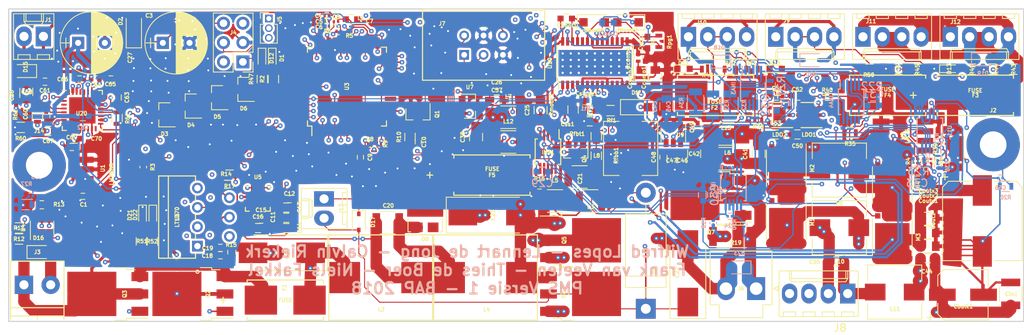
<source format=kicad_pcb>
(kicad_pcb (version 4) (host pcbnew 4.0.7)
  (layers (0 F.Cu signal) (1 In1.Cu signal) (2 In2.Cu signal) (31 B.Cu signal) (34 B.Paste user) (35 F.Paste user) (36 B.SilkS user) (37 F.SilkS user) (38 B.Mask user) (39 F.Mask user) (44 Edge.Cuts user))
  (net 0 "")
  (net 1 +3V3)
  (net 2 GND)
  (net 3 "Net-(C3-Pad1)")
  (net 4 "Net-(C7-Pad2)")
  (net 5 /Control/REF_ZEBROBUS)
  (net 6 "Net-(C17-Pad1)")
  (net 7 "Net-(C20-Pad1)")
  (net 8 "Net-(C20-Pad2)")
  (net 9 /Input/solar_in-)
  (net 10 /PowerBus/BMS_POWERBUS_-)
  (net 11 /PowerBus/BMS_POWERBUS_+)
  (net 12 /QI_charging/COIL_IN-)
  (net 13 /Input/QI_IN+)
  (net 14 /Output/POWER_BUS+)
  (net 15 /Output/POWER_BUS-)
  (net 16 /Output/16V-)
  (net 17 "Net-(C42-Pad1)")
  (net 18 "Net-(C53-Pad1)")
  (net 19 "Net-(Cboot1-Pad2)")
  (net 20 "Net-(Cboot1-Pad1)")
  (net 21 "Net-(Cboot2-Pad2)")
  (net 22 "Net-(Cboot2-Pad1)")
  (net 23 "Net-(Ccomp1-Pad1)")
  (net 24 "Net-(Ccomp2-Pad2)")
  (net 25 "Net-(Cf1-Pad1)")
  (net 26 "Net-(Cout1-Pad1)")
  (net 27 "Net-(Cslope1-Pad1)")
  (net 28 "Net-(Css1-Pad1)")
  (net 29 "Net-(Cvcc1-Pad1)")
  (net 30 /Control/v_laptop)
  (net 31 /Control/16V_fuse)
  (net 32 /Control/5V_fuse)
  (net 33 /Control/3.3V_fuse)
  (net 34 "Net-(D11-Pad2)")
  (net 35 "Net-(D12-Pad2)")
  (net 36 "Net-(D13-Pad2)")
  (net 37 "Net-(Df1-Pad1)")
  (net 38 /PowerBus/INPUT_POWERBUS+)
  (net 39 /Output/3.3V+)
  (net 40 /Output/16V+)
  (net 41 /Output/5V+)
  (net 42 /QI_charging/SCL_MCU_QI)
  (net 43 "Net-(INA1-Pad9)")
  (net 44 "Net-(M1-Pad2)")
  (net 45 "Net-(M2-Pad1)")
  (net 46 "Net-(M2-Pad2)")
  (net 47 "Net-(M3-Pad2)")
  (net 48 "Net-(M4-Pad2)")
  (net 49 /Control/INTERRUP_ZEBROBUS)
  (net 50 /Input/LAPTOP_IN+)
  (net 51 "Net-(R9-Pad2)")
  (net 52 /Input/POT_OUT)
  (net 53 "Net-(R35-Pad1)")
  (net 54 "Net-(Rfbb1-Pad2)")
  (net 55 "Net-(Rmode1-Pad1)")
  (net 56 "Net-(Rpg1-Pad2)")
  (net 57 "Net-(Rt1-Pad1)")
  (net 58 /Control/OC_16V)
  (net 59 "Net-(C18-Pad1)")
  (net 60 "Net-(C18-Pad2)")
  (net 61 "Net-(C21-Pad1)")
  (net 62 "Net-(C21-Pad2)")
  (net 63 "Net-(C24-Pad1)")
  (net 64 "Net-(C24-Pad2)")
  (net 65 /PowerBus/OUTPUT_POWERBUS_+)
  (net 66 "Net-(C27-Pad1)")
  (net 67 "Net-(C35-Pad2)")
  (net 68 "Net-(C43-Pad1)")
  (net 69 "Net-(C49-Pad1)")
  (net 70 "Net-(C49-Pad2)")
  (net 71 "Net-(C52-Pad1)")
  (net 72 "Net-(C54-Pad1)")
  (net 73 "Net-(C54-Pad2)")
  (net 74 "Net-(F2-Pad1)")
  (net 75 "Net-(F4-Pad1)")
  (net 76 "Net-(R8-Pad2)")
  (net 77 "Net-(R14-Pad2)")
  (net 78 /QI_charging/EN_MCU_QI)
  (net 79 "Net-(R32-Pad1)")
  (net 80 "Net-(R33-Pad1)")
  (net 81 "Net-(F3-Pad1)")
  (net 82 /Control/SDA_ZEBROBUS)
  (net 83 /Control/SCL_ZEBROBUS)
  (net 84 "Net-(D1-Pad2)")
  (net 85 "Net-(D14-Pad2)")
  (net 86 /Control/bus_alert)
  (net 87 /Control/OC_3.3V)
  (net 88 /Control/OC_5V)
  (net 89 /Control/PDI_DATA)
  (net 90 /Control/RX)
  (net 91 /Control/PDI_CLK)
  (net 92 /Control/TX)
  (net 93 /Control/ALERT)
  (net 94 /Control/5V_enable)
  (net 95 /Control/3.3V_enable)
  (net 96 /Control/pwm_solar)
  (net 97 "Net-(R1-Pad2)")
  (net 98 "Net-(R2-Pad1)")
  (net 99 "Net-(R3-Pad2)")
  (net 100 "Net-(R4-Pad2)")
  (net 101 "Net-(R47-Pad1)")
  (net 102 /QI_charging/INT_MCU_QI)
  (net 103 /Input/INPUT_SEL)
  (net 104 "Net-(U12-Pad5)")
  (net 105 /Control/16V_enable)
  (net 106 "Net-(C44-Pad1)")
  (net 107 /Input/LAPTOP_IN-)
  (net 108 /QI_charging/SDA_MCU_QI)
  (net 109 /Output/3.3V-)
  (net 110 "Net-(C56-Pad2)")
  (net 111 "Net-(C25-Pad1)")
  (net 112 "Net-(F1-Pad1)")
  (net 113 "Net-(F5-Pad2)")
  (net 114 /QI_charging/COIL_IN+)
  (net 115 /Input/solar_in+)
  (net 116 "Net-(D21-Pad2)")
  (net 117 "Net-(C15-Pad1)")
  (net 118 "Net-(D22-Pad2)")
  (net 119 "Net-(C60-Pad2)")
  (net 120 "Net-(C61-Pad1)")
  (net 121 "Net-(C62-Pad2)")
  (net 122 "Net-(C63-Pad1)")
  (net 123 "Net-(C64-Pad2)")
  (net 124 "Net-(C65-Pad1)")
  (net 125 "Net-(C66-Pad1)")
  (net 126 "Net-(C67-Pad1)")
  (net 127 "Net-(R60-Pad1)")
  (net 128 "Net-(R61-Pad1)")
  (net 129 "Net-(Q1-Pad1)")
  (net 130 "Net-(Q2-Pad1)")
  (net 131 "Net-(Q3-Pad1)")
  (module Capacitors_SMD:C_0402 (layer F.Cu) (at 36.34 132.25)
    (fp_text reference C64 (at 0.08 0.73) (layer F.SilkS) (effects (font (size 0.5 0.5) (thickness 0.125))))
    (fp_text value "22 nF")
    (pad 1 smd rect (at -0.55 0) (size 0.6 0.5) (layers F.Cu F.Paste F.Mask) (net 66 "Net-(C27-Pad1)"))
    (pad 2 smd rect (at 0.55 0) (size 0.6 0.5) (layers F.Cu F.Paste F.Mask) (net 123 "Net-(C64-Pad2)"))
  )
  (module Capacitors_SMD:C_0402 (layer F.Cu) (at 29.92 137.02 90)
    (fp_text reference C60 (at 0.22 -2.71 90) (layer F.SilkS) (effects (font (size 0.5 0.5) (thickness 0.125))))
    (fp_text value "10 nF")
    (pad 1 smd rect (at -0.55 0 90) (size 0.6 0.5) (layers F.Cu F.Paste F.Mask) (net 66 "Net-(C27-Pad1)"))
    (pad 2 smd rect (at 0.55 0 90) (size 0.6 0.5) (layers F.Cu F.Paste F.Mask) (net 119 "Net-(C60-Pad2)"))
  )
  (module Capacitors_SMD:C_0402 (layer F.Cu) (at 29.76 132.54 180)
    (fp_text reference C61 (at 0.01 -1.16 180) (layer F.SilkS) (effects (font (size 0.5 0.5) (thickness 0.125))))
    (fp_text value "10 nF")
    (pad 1 smd rect (at -0.55 0 180) (size 0.6 0.5) (layers F.Cu F.Paste F.Mask) (net 120 "Net-(C61-Pad1)"))
    (pad 2 smd rect (at 0.55 0 180) (size 0.6 0.5) (layers F.Cu F.Paste F.Mask) (net 12 /QI_charging/COIL_IN-))
  )
  (module Capacitors_SMD:C_0402 (layer F.Cu) (at 34.29 132.25)
    (fp_text reference C66 (at -2.21 -0.02 180) (layer F.SilkS) (effects (font (size 0.5 0.5) (thickness 0.125))))
    (fp_text value "1 uF")
    (pad 1 smd rect (at -0.55 0) (size 0.6 0.5) (layers F.Cu F.Paste F.Mask) (net 125 "Net-(C66-Pad1)"))
    (pad 2 smd rect (at 0.55 0) (size 0.6 0.5) (layers F.Cu F.Paste F.Mask) (net 2 GND))
  )
  (module Capacitors_SMD:C_0402 (layer F.Cu) (at 38.39 132.25)
    (fp_text reference C65 (at -0.06 0.62) (layer F.SilkS) (effects (font (size 0.5 0.5) (thickness 0.125))))
    (fp_text value "22 nF")
    (pad 1 smd rect (at -0.55 0) (size 0.6 0.5) (layers F.Cu F.Paste F.Mask) (net 124 "Net-(C65-Pad1)"))
    (pad 2 smd rect (at 0.55 0) (size 0.6 0.5) (layers F.Cu F.Paste F.Mask) (net 12 /QI_charging/COIL_IN-))
  )
  (module Capacitors_SMD:C_0402 (layer F.Cu) (at 33.26 141.11)
    (fp_text reference C69 (at 0 -1.27) (layer F.SilkS) (effects (font (size 0.5 0.5) (thickness 0.125))))
    (fp_text value "1 uF")
    (pad 1 smd rect (at -0.55 0) (size 0.6 0.5) (layers F.Cu F.Paste F.Mask) (net 13 /Input/QI_IN+))
    (pad 2 smd rect (at 0.55 0) (size 0.6 0.5) (layers F.Cu F.Paste F.Mask) (net 107 /Input/LAPTOP_IN-))
  )
  (module Resistors_SMD:R_0603 (layer F.Cu) (at 28.77 137.04 90)
    (fp_text reference R62 (at 0.17 -2.89 90) (layer F.SilkS) (effects (font (size 0.5 0.5) (thickness 0.125))))
    (fp_text value 100k)
    (pad 1 smd rect (at -0.75 0 90) (size 0.5 0.9) (layers F.Cu F.Paste F.Mask) (net 13 /Input/QI_IN+))
    (pad 2 smd rect (at 0.75 0 90) (size 0.5 0.9) (layers F.Cu F.Paste F.Mask) (net 102 /QI_charging/INT_MCU_QI))
  )
  (module Capacitors_SMD:C_0603 (layer B.Cu) (at 34.71 137.06)
    (fp_text reference C62 (at 0 1.5) (layer B.SilkS) (effects (font (size 0.5 0.5) (thickness 0.125)) (justify mirror)))
    (fp_text value "0.47 uF")
    (pad 2 smd rect (at 0.75 0) (size 0.8 0.75) (layers B.Cu B.Paste B.Mask) (net 121 "Net-(C62-Pad2)"))
    (pad 1 smd rect (at -0.75 0) (size 0.8 0.75) (layers B.Cu B.Paste B.Mask) (net 66 "Net-(C27-Pad1)"))
  )
  (module Capacitors_SMD:C_0603 (layer F.Cu) (at 39.15 134.62 90)
    (fp_text reference C63 (at 0.01 1.35 90) (layer F.SilkS) (effects (font (size 0.5 0.5) (thickness 0.125))))
    (fp_text value "0.47 uF")
    (pad 2 smd rect (at 0.75 0 90) (size 0.8 0.75) (layers F.Cu F.Paste F.Mask) (net 12 /QI_charging/COIL_IN-))
    (pad 1 smd rect (at -0.75 0 90) (size 0.8 0.75) (layers F.Cu F.Paste F.Mask) (net 122 "Net-(C63-Pad1)"))
  )
  (module Capacitors_SMD:C_0603 (layer F.Cu) (at 30.19 139 180)
    (fp_text reference C67 (at 0.02 -1.34 360) (layer F.SilkS) (effects (font (size 0.5 0.5) (thickness 0.125))))
    (fp_text value "0.1 uF")
    (pad 2 smd rect (at 0.75 0 180) (size 0.8 0.75) (layers F.Cu F.Paste F.Mask) (net 107 /Input/LAPTOP_IN-))
    (pad 1 smd rect (at -0.75 0 180) (size 0.8 0.75) (layers F.Cu F.Paste F.Mask) (net 126 "Net-(C67-Pad1)"))
  )
  (module Capacitors_SMD:C_0805 (layer F.Cu) (at 27.31 133.88 90)
    (fp_text reference C68 (at -0.01 0.07 180) (layer F.SilkS) (effects (font (size 0.5 0.5) (thickness 0.125))))
    (fp_text value "22 uF")
    (pad 1 smd rect (at -1 0 90) (size 1 1.25) (layers F.Cu F.Paste F.Mask) (net 126 "Net-(C67-Pad1)"))
    (pad 2 smd rect (at 1 0 90) (size 1 1.25) (layers F.Cu F.Paste F.Mask) (net 107 /Input/LAPTOP_IN-))
  )
  (module Resistors_SMD:R_0603 (layer F.Cu) (at 26.58 138.54 180)
    (fp_text reference R60 (at 0 -1.45 180) (layer F.SilkS) (effects (font (size 0.5 0.5) (thickness 0.125))))
    (fp_text value 20k)
    (pad 1 smd rect (at -0.75 0 180) (size 0.5 0.9) (layers F.Cu F.Paste F.Mask) (net 127 "Net-(R60-Pad1)"))
    (pad 2 smd rect (at 0.75 0 180) (size 0.5 0.9) (layers F.Cu F.Paste F.Mask) (net 2 GND))
  )
  (module Resistors_SMD:R_0603 (layer F.Cu) (at 39.2 137.32 270)
    (fp_text reference R61 (at 0.03 -1.38 270) (layer F.SilkS) (effects (font (size 0.5 0.5) (thickness 0.125))))
    (fp_text value 20k)
    (pad 1 smd rect (at -0.75 0 270) (size 0.5 0.9) (layers F.Cu F.Paste F.Mask) (net 128 "Net-(R61-Pad1)"))
    (pad 2 smd rect (at 0.75 0 270) (size 0.5 0.9) (layers F.Cu F.Paste F.Mask) (net 2 GND))
  )
  (module Housings_DFN_QFN:QFN-32-1EP_5x5mm_Pitch0.5mm (layer F.Cu) (at 34.65 136.31)
    (fp_text reference U20 (at -0.1 0.4) (layer F.SilkS) (effects (font (size 0.5 0.5) (thickness 0.125))))
    (fp_text value P9025AC)
    (pad 1 smd rect (at -2.4 -1.75) (size 0.7 0.25) (layers F.Cu F.Paste F.Mask) (net 102 /QI_charging/INT_MCU_QI))
    (pad 2 smd rect (at -2.4 -1.25) (size 0.7 0.25) (layers F.Cu F.Paste F.Mask))
    (pad 3 smd rect (at -2.4 -0.75) (size 0.7 0.25) (layers F.Cu F.Paste F.Mask))
    (pad 4 smd rect (at -2.4 -0.25) (size 0.7 0.25) (layers F.Cu F.Paste F.Mask) (net 120 "Net-(C61-Pad1)"))
    (pad 5 smd rect (at -2.4 0.25) (size 0.7 0.25) (layers F.Cu F.Paste F.Mask) (net 119 "Net-(C60-Pad2)"))
    (pad 6 smd rect (at -2.4 0.75) (size 0.7 0.25) (layers F.Cu F.Paste F.Mask) (net 66 "Net-(C27-Pad1)"))
    (pad 7 smd rect (at -2.4 1.25) (size 0.7 0.25) (layers F.Cu F.Paste F.Mask) (net 126 "Net-(C67-Pad1)"))
    (pad 8 smd rect (at -2.4 1.75) (size 0.7 0.25) (layers F.Cu F.Paste F.Mask) (net 127 "Net-(R60-Pad1)"))
    (pad 9 smd rect (at -1.75 2.4 90) (size 0.7 0.25) (layers F.Cu F.Paste F.Mask) (net 13 /Input/QI_IN+))
    (pad 10 smd rect (at -1.25 2.4 90) (size 0.7 0.25) (layers F.Cu F.Paste F.Mask) (net 2 GND))
    (pad 11 smd rect (at -0.75 2.4 90) (size 0.7 0.25) (layers F.Cu F.Paste F.Mask))
    (pad 12 smd rect (at -0.25 2.4 90) (size 0.7 0.25) (layers F.Cu F.Paste F.Mask) (net 13 /Input/QI_IN+))
    (pad 13 smd rect (at 0.25 2.4 90) (size 0.7 0.25) (layers F.Cu F.Paste F.Mask))
    (pad 14 smd rect (at 0.75 2.4 90) (size 0.7 0.25) (layers F.Cu F.Paste F.Mask) (net 78 /QI_charging/EN_MCU_QI))
    (pad 15 smd rect (at 1.25 2.4 90) (size 0.7 0.25) (layers F.Cu F.Paste F.Mask) (net 2 GND))
    (pad 16 smd rect (at 1.75 2.4 90) (size 0.7 0.25) (layers F.Cu F.Paste F.Mask))
    (pad 17 smd rect (at 2.4 1.75) (size 0.7 0.25) (layers F.Cu F.Paste F.Mask) (net 122 "Net-(C63-Pad1)"))
    (pad 18 smd rect (at 2.4 1.25) (size 0.7 0.25) (layers F.Cu F.Paste F.Mask) (net 107 /Input/LAPTOP_IN-))
    (pad 19 smd rect (at 2.4 0.75) (size 0.7 0.25) (layers F.Cu F.Paste F.Mask) (net 121 "Net-(C62-Pad2)"))
    (pad 20 smd rect (at 2.4 0.25) (size 0.7 0.25) (layers F.Cu F.Paste F.Mask) (net 128 "Net-(R61-Pad1)"))
    (pad 21 smd rect (at 2.4 -0.25) (size 0.7 0.25) (layers F.Cu F.Paste F.Mask) (net 123 "Net-(C64-Pad2)"))
    (pad 22 smd rect (at 2.4 -0.75) (size 0.7 0.25) (layers F.Cu F.Paste F.Mask) (net 107 /Input/LAPTOP_IN-))
    (pad 23 smd rect (at 2.4 -1.25) (size 0.7 0.25) (layers F.Cu F.Paste F.Mask) (net 124 "Net-(C65-Pad1)"))
    (pad 24 smd rect (at 2.4 -1.75) (size 0.7 0.25) (layers F.Cu F.Paste F.Mask))
    (pad 25 smd rect (at 1.75 -2.4 90) (size 0.7 0.25) (layers F.Cu F.Paste F.Mask) (net 2 GND))
    (pad 26 smd rect (at 1.25 -2.4 90) (size 0.7 0.25) (layers F.Cu F.Paste F.Mask) (net 108 /QI_charging/SDA_MCU_QI))
    (pad 27 smd rect (at 0.75 -2.4 90) (size 0.7 0.25) (layers F.Cu F.Paste F.Mask) (net 42 /QI_charging/SCL_MCU_QI))
    (pad 28 smd rect (at 0.25 -2.4 90) (size 0.7 0.25) (layers F.Cu F.Paste F.Mask) (net 2 GND))
    (pad 29 smd rect (at -0.25 -2.4 90) (size 0.7 0.25) (layers F.Cu F.Paste F.Mask) (net 125 "Net-(C66-Pad1)"))
    (pad 30 smd rect (at -0.75 -2.4 90) (size 0.7 0.25) (layers F.Cu F.Paste F.Mask) (net 12 /QI_charging/COIL_IN-))
    (pad 31 smd rect (at -1.25 -2.4 90) (size 0.7 0.25) (layers F.Cu F.Paste F.Mask) (net 107 /Input/LAPTOP_IN-))
    (pad 32 smd rect (at -1.75 -2.4 90) (size 0.7 0.25) (layers F.Cu F.Paste F.Mask))
    (pad 33 smd rect (at 0.8625 0.8625) (size 1.725 1.725) (layers F.Cu F.Paste F.Mask) (net 2 GND))
    (pad 33 smd rect (at 0.8625 -0.8625) (size 1.725 1.725) (layers F.Cu F.Paste F.Mask) (net 2 GND))
    (pad 33 smd rect (at -0.8625 0.8625) (size 1.725 1.725) (layers F.Cu F.Paste F.Mask) (net 2 GND))
    (pad 33 smd rect (at -0.8625 -0.8625) (size 1.725 1.725) (layers F.Cu F.Paste F.Mask) (net 2 GND))
  )
  (module Library:coil1115x1000 (layer F.Cu) (at 73.75 158.25 180)
    (fp_text reference L2 (at -0.07 -4.18 180) (layer F.SilkS) (effects (font (size 0.5 0.5) (thickness 0.125))))
    (fp_text value 10u)
    (pad 1 smd rect (at -4.75 0 180) (size 4.1 4.1) (layers F.Cu F.Paste F.Mask) (net 7 "Net-(C20-Pad1)"))
    (pad 2 smd rect (at 4.75 0 180) (size 4.1 4.1) (layers F.Cu F.Paste F.Mask) (net 6 "Net-(C17-Pad1)"))
  )
  (module Capacitors_SMD:C_0201 (layer F.Cu) (at 34.73 147.59 180)
    (fp_text reference C1 (at -0.09 -1.08 180) (layer F.SilkS) (effects (font (size 0.5 0.5) (thickness 0.125))))
    (fp_text value 0.1u)
    (pad 1 smd rect (at -0.28 0 180) (size 0.3 0.35) (layers F.Cu F.Paste F.Mask) (net 1 +3V3))
    (pad 2 smd rect (at 0.28 0 180) (size 0.3 0.35) (layers F.Cu F.Paste F.Mask) (net 2 GND))
  )
  (module Capacitors_SMD:C_0201 (layer F.Cu) (at 145.04 142.92 270)
    (fp_text reference C2 (at 0 -1.27 270) (layer F.SilkS) (effects (font (size 0.5 0.5) (thickness 0.125))))
    (fp_text value 0.1u)
    (pad 1 smd rect (at -0.28 0 270) (size 0.3 0.35) (layers F.Cu F.Paste F.Mask) (net 1 +3V3))
    (pad 2 smd rect (at 0.28 0 270) (size 0.3 0.35) (layers F.Cu F.Paste F.Mask) (net 2 GND))
  )
  (module Capacitors_THT:CP_Radial_D8.0mm_P3.50mm (layer F.Cu) (at 45.2 127.45)
    (fp_text reference C3 (at -1.8 -3.58) (layer F.SilkS) (effects (font (size 0.5 0.5) (thickness 0.125))))
    (fp_text value 1m)
    (pad 1 thru_hole rect (at 0 0) (size 1.6 1.6) (drill 0.8) (layers *.Cu *.Mask) (net 3 "Net-(C3-Pad1)"))
    (pad 2 thru_hole circle (at 3.5 0) (size 1.6 1.6) (drill 0.8) (layers *.Cu *.Mask) (net 2 GND))
  )
  (module Capacitors_SMD:C_0201 (layer F.Cu) (at 66.68 123.87 180)
    (fp_text reference C4 (at 1.06 -0.03 180) (layer F.SilkS) (effects (font (size 0.5 0.5) (thickness 0.125))))
    (fp_text value .1u)
    (pad 1 smd rect (at -0.28 0 180) (size 0.3 0.35) (layers F.Cu F.Paste F.Mask) (net 3 "Net-(C3-Pad1)"))
    (pad 2 smd rect (at 0.28 0 180) (size 0.3 0.35) (layers F.Cu F.Paste F.Mask) (net 2 GND))
  )
  (module Capacitors_SMD:C_0201 (layer F.Cu) (at 66.68 124.57 180)
    (fp_text reference C5 (at 1 -0.09 180) (layer F.SilkS) (effects (font (size 0.5 0.5) (thickness 0.125))))
    (fp_text value .1u)
    (pad 1 smd rect (at -0.28 0 180) (size 0.3 0.35) (layers F.Cu F.Paste F.Mask) (net 3 "Net-(C3-Pad1)"))
    (pad 2 smd rect (at 0.28 0 180) (size 0.3 0.35) (layers F.Cu F.Paste F.Mask) (net 2 GND))
  )
  (module Capacitors_SMD:C_0201 (layer F.Cu) (at 66.68 125.27 180)
    (fp_text reference C6 (at 1.02 -0.1 180) (layer F.SilkS) (effects (font (size 0.5 0.5) (thickness 0.125))))
    (fp_text value .1u)
    (pad 1 smd rect (at -0.28 0 180) (size 0.3 0.35) (layers F.Cu F.Paste F.Mask) (net 3 "Net-(C3-Pad1)"))
    (pad 2 smd rect (at 0.28 0 180) (size 0.3 0.35) (layers F.Cu F.Paste F.Mask) (net 2 GND))
  )
  (module Capacitors_SMD:C_0603 (layer F.Cu) (at 69.92 124.34 180)
    (fp_text reference C7 (at -2.37 -0.27 180) (layer F.SilkS) (effects (font (size 0.5 0.5) (thickness 0.125))))
    (fp_text value 10u)
    (pad 2 smd rect (at 0.75 0 180) (size 0.8 0.75) (layers F.Cu F.Paste F.Mask) (net 4 "Net-(C7-Pad2)"))
    (pad 1 smd rect (at -0.75 0 180) (size 0.8 0.75) (layers F.Cu F.Paste F.Mask) (net 2 GND))
  )
  (module Capacitors_SMD:C_0201 (layer F.Cu) (at 67.89 124.65 180)
    (fp_text reference C8 (at -0.02 0.6 180) (layer F.SilkS) (effects (font (size 0.5 0.5) (thickness 0.125))))
    (fp_text value .1u)
    (pad 1 smd rect (at -0.28 0 180) (size 0.3 0.35) (layers F.Cu F.Paste F.Mask) (net 4 "Net-(C7-Pad2)"))
    (pad 2 smd rect (at 0.28 0 180) (size 0.3 0.35) (layers F.Cu F.Paste F.Mask) (net 2 GND))
  )
  (module Capacitors_SMD:C_0201 (layer F.Cu) (at 71.09 142.46 270)
    (fp_text reference C9 (at 0 -1.27 270) (layer F.SilkS) (effects (font (size 0.5 0.5) (thickness 0.125))))
    (fp_text value .1u)
    (pad 1 smd rect (at -0.28 0 270) (size 0.3 0.35) (layers F.Cu F.Paste F.Mask) (net 1 +3V3))
    (pad 2 smd rect (at 0.28 0 270) (size 0.3 0.35) (layers F.Cu F.Paste F.Mask) (net 2 GND))
  )
  (module Capacitors_SMD:C_0201 (layer F.Cu) (at 78.67 140.47 90)
    (fp_text reference C10 (at 0 0.75 90) (layer F.SilkS) (effects (font (size 0.5 0.5) (thickness 0.125))))
    (fp_text value 0.1u)
    (pad 1 smd rect (at -0.28 0 90) (size 0.3 0.35) (layers F.Cu F.Paste F.Mask) (net 5 /Control/REF_ZEBROBUS))
    (pad 2 smd rect (at 0.28 0 90) (size 0.3 0.35) (layers F.Cu F.Paste F.Mask) (net 2 GND))
  )
  (module Capacitors_SMD:C_0603 (layer F.Cu) (at 61.38 150.41)
    (fp_text reference C11 (at -1.75 -0.11 90) (layer F.SilkS) (effects (font (size 0.5 0.5) (thickness 0.125))))
    (fp_text value 0.1u)
    (pad 2 smd rect (at 0.75 0) (size 0.8 0.75) (layers F.Cu F.Paste F.Mask) (net 2 GND))
    (pad 1 smd rect (at -0.75 0) (size 0.8 0.75) (layers F.Cu F.Paste F.Mask) (net 1 +3V3))
  )
  (module Capacitors_SMD:C_0402 (layer F.Cu) (at 61.78 147.96)
    (fp_text reference C12 (at 0.01 -0.73 180) (layer F.SilkS) (effects (font (size 0.5 0.5) (thickness 0.125))))
    (fp_text value 0.1u)
    (pad 1 smd rect (at -0.55 0) (size 0.6 0.5) (layers F.Cu F.Paste F.Mask) (net 1 +3V3))
    (pad 2 smd rect (at 0.55 0) (size 0.6 0.5) (layers F.Cu F.Paste F.Mask) (net 2 GND))
  )
  (module Capacitors_SMD:C_0603 (layer F.Cu) (at 61.38 149.06)
    (fp_text reference C13 (at 1.74 -0.04 90) (layer F.SilkS) (effects (font (size 0.5 0.5) (thickness 0.125))))
    (fp_text value 10u)
    (pad 2 smd rect (at 0.75 0) (size 0.8 0.75) (layers F.Cu F.Paste F.Mask) (net 2 GND))
    (pad 1 smd rect (at -0.75 0) (size 0.8 0.75) (layers F.Cu F.Paste F.Mask) (net 1 +3V3))
  )
  (module Capacitors_SMD:C_0603 (layer F.Cu) (at 61.38 151.76)
    (fp_text reference C14 (at 1.74 -0.03 90) (layer F.SilkS) (effects (font (size 0.5 0.5) (thickness 0.125))))
    (fp_text value 10u)
    (pad 2 smd rect (at 0.75 0) (size 0.8 0.75) (layers F.Cu F.Paste F.Mask) (net 2 GND))
    (pad 1 smd rect (at -0.75 0) (size 0.8 0.75) (layers F.Cu F.Paste F.Mask) (net 1 +3V3))
  )
  (module Capacitors_SMD:C_0402 (layer F.Cu) (at 58.07 150.65)
    (fp_text reference C15 (at 0 -1.27) (layer F.SilkS) (effects (font (size 0.5 0.5) (thickness 0.125))))
    (fp_text value 0.1u)
    (pad 1 smd rect (at -0.55 0) (size 0.6 0.5) (layers F.Cu F.Paste F.Mask) (net 117 "Net-(C15-Pad1)"))
    (pad 2 smd rect (at 0.55 0) (size 0.6 0.5) (layers F.Cu F.Paste F.Mask) (net 2 GND))
  )
  (module Capacitors_SMD:C_0603 (layer F.Cu) (at 57.68 151.75)
    (fp_text reference C16 (at 0 -1.5) (layer F.SilkS) (effects (font (size 0.5 0.5) (thickness 0.125))))
    (fp_text value 10u)
    (pad 2 smd rect (at 0.75 0) (size 0.8 0.75) (layers F.Cu F.Paste F.Mask) (net 2 GND))
    (pad 1 smd rect (at -0.75 0) (size 0.8 0.75) (layers F.Cu F.Paste F.Mask) (net 117 "Net-(C15-Pad1)"))
  )
  (module Capacitors_Tantalum_SMD:CP_Tantalum_Case-X_EIA-7343-43_Hand (layer F.Cu) (at 60.8 155 180)
    (fp_text reference C17 (at -0.75 -0.1 270) (layer F.SilkS) (effects (font (size 0.5 0.5) (thickness 0.125))))
    (fp_text value 47u)
    (pad 1 smd rect (at -3.775 0 180) (size 3.75 2.7) (layers F.Cu F.Paste F.Mask) (net 6 "Net-(C17-Pad1)"))
    (pad 2 smd rect (at 3.775 0 180) (size 3.75 2.7) (layers F.Cu F.Paste F.Mask) (net 107 /Input/LAPTOP_IN-))
  )
  (module Capacitors_SMD:C_0402 (layer F.Cu) (at 52.74 155.32)
    (fp_text reference C18 (at -1.71 0.07) (layer F.SilkS) (effects (font (size 0.5 0.5) (thickness 0.125))))
    (fp_text value 4.7n)
    (pad 1 smd rect (at -0.55 0) (size 0.6 0.5) (layers F.Cu F.Paste F.Mask) (net 59 "Net-(C18-Pad1)"))
    (pad 2 smd rect (at 0.55 0) (size 0.6 0.5) (layers F.Cu F.Paste F.Mask) (net 60 "Net-(C18-Pad2)"))
  )
  (module Capacitors_SMD:C_0402 (layer F.Cu) (at 52.74 154.35)
    (fp_text reference C19 (at -1.67 0.04) (layer F.SilkS) (effects (font (size 0.5 0.5) (thickness 0.125))))
    (fp_text value 4.7n)
    (pad 1 smd rect (at -0.55 0) (size 0.6 0.5) (layers F.Cu F.Paste F.Mask) (net 59 "Net-(C18-Pad1)"))
    (pad 2 smd rect (at 0.55 0) (size 0.6 0.5) (layers F.Cu F.Paste F.Mask) (net 107 /Input/LAPTOP_IN-))
  )
  (module Capacitors_Tantalum_SMD:CP_Tantalum_Case-X_EIA-7343-43_Hand (layer F.Cu) (at 114 157.69 90)
    (fp_text reference C22 (at 0.09 -1.42 90) (layer F.SilkS) (effects (font (size 0.5 0.5) (thickness 0.125))))
    (fp_text value 47u)
    (pad 1 smd rect (at -3.775 0 90) (size 3.75 2.7) (layers F.Cu F.Paste F.Mask) (net 9 /Input/solar_in-))
    (pad 2 smd rect (at 3.775 0 90) (size 3.75 2.7) (layers F.Cu F.Paste F.Mask) (net 10 /PowerBus/BMS_POWERBUS_-))
  )
  (module Capacitors_Tantalum_SMD:CP_Tantalum_Case-X_EIA-7343-43_Hand (layer F.Cu) (at 88.29 150.05)
    (fp_text reference C23 (at 0.15 0 90) (layer F.SilkS) (effects (font (size 0.5 0.5) (thickness 0.125))))
    (fp_text value 47u)
    (pad 1 smd rect (at -3.775 0) (size 3.75 2.7) (layers F.Cu F.Paste F.Mask) (net 107 /Input/LAPTOP_IN-))
    (pad 2 smd rect (at 3.775 0) (size 3.75 2.7) (layers F.Cu F.Paste F.Mask) (net 10 /PowerBus/BMS_POWERBUS_-))
  )
  (module Capacitors_SMD:C_0201 (layer B.Cu) (at 119.5 150.21)
    (fp_text reference C24 (at 0 1.27) (layer B.SilkS) (effects (font (size 0.5 0.5) (thickness 0.125)) (justify mirror)))
    (fp_text value .1u)
    (pad 1 smd rect (at -0.28 0) (size 0.3 0.35) (layers B.Cu B.Paste B.Mask) (net 63 "Net-(C24-Pad1)"))
    (pad 2 smd rect (at 0.28 0) (size 0.3 0.35) (layers B.Cu B.Paste B.Mask) (net 64 "Net-(C24-Pad2)"))
  )
  (module Capacitors_SMD:C_0201 (layer F.Cu) (at 88.95 133.89)
    (fp_text reference C26 (at 0 -1.27) (layer F.SilkS) (effects (font (size 0.5 0.5) (thickness 0.125))))
    (fp_text value .1u)
    (pad 1 smd rect (at -0.28 0) (size 0.3 0.35) (layers F.Cu F.Paste F.Mask) (net 1 +3V3))
    (pad 2 smd rect (at 0.28 0) (size 0.3 0.35) (layers F.Cu F.Paste F.Mask) (net 2 GND))
  )
  (module Capacitors_THT:CP_Radial_D8.0mm_P3.50mm (layer F.Cu) (at 34.1 127.45)
    (fp_text reference C27 (at 6.8 1.94 90) (layer F.SilkS) (effects (font (size 0.5 0.5) (thickness 0.125))))
    (fp_text value 150u)
    (pad 1 thru_hole rect (at 0 0) (size 1.6 1.6) (drill 0.8) (layers *.Cu *.Mask) (net 66 "Net-(C27-Pad1)"))
    (pad 2 thru_hole circle (at 3.5 0) (size 1.6 1.6) (drill 0.8) (layers *.Cu *.Mask) (net 114 /QI_charging/COIL_IN+))
  )
  (module Capacitors_SMD:C_0805 (layer B.Cu) (at 111.18 135.8 270)
    (fp_text reference C43 (at 0 1.5 270) (layer B.SilkS) (effects (font (size 0.5 0.5) (thickness 0.125)) (justify mirror)))
    (fp_text value 22uF)
    (pad 1 smd rect (at -1 0 270) (size 1 1.25) (layers B.Cu B.Paste B.Mask) (net 68 "Net-(C43-Pad1)"))
    (pad 2 smd rect (at 1 0 270) (size 1 1.25) (layers B.Cu B.Paste B.Mask) (net 2 GND))
  )
  (module Capacitors_SMD:C_0805 (layer B.Cu) (at 112.98 135.8 270)
    (fp_text reference C45 (at 0 1.5 270) (layer B.SilkS) (effects (font (size 0.5 0.5) (thickness 0.125)) (justify mirror)))
    (fp_text value 22uF)
    (pad 1 smd rect (at -1 0 270) (size 1 1.25) (layers B.Cu B.Paste B.Mask) (net 68 "Net-(C43-Pad1)"))
    (pad 2 smd rect (at 1 0 270) (size 1 1.25) (layers B.Cu B.Paste B.Mask) (net 2 GND))
  )
  (module Capacitors_SMD:C_0603 (layer F.Cu) (at 113.25 142.85 90)
    (fp_text reference C46 (at -0.04 0.04 180) (layer F.SilkS) (effects (font (size 0.5 0.5) (thickness 0.125))))
    (fp_text value 10uF)
    (pad 2 smd rect (at 0.75 0 90) (size 0.8 0.75) (layers F.Cu F.Paste F.Mask) (net 17 "Net-(C42-Pad1)"))
    (pad 1 smd rect (at -0.75 0 90) (size 0.8 0.75) (layers F.Cu F.Paste F.Mask) (net 2 GND))
  )
  (module Capacitors_SMD:C_0603 (layer F.Cu) (at 111.9 142.85 90)
    (fp_text reference C47 (at -0.04 -0.05 180) (layer F.SilkS) (effects (font (size 0.5 0.5) (thickness 0.125))))
    (fp_text value 10uF)
    (pad 2 smd rect (at 0.75 0 90) (size 0.8 0.75) (layers F.Cu F.Paste F.Mask) (net 17 "Net-(C42-Pad1)"))
    (pad 1 smd rect (at -0.75 0 90) (size 0.8 0.75) (layers F.Cu F.Paste F.Mask) (net 2 GND))
  )
  (module Capacitors_SMD:C_0402 (layer F.Cu) (at 110.8 142.45 90)
    (fp_text reference C48 (at 0 -1.27 90) (layer F.SilkS) (effects (font (size 0.5 0.5) (thickness 0.125))))
    (fp_text value 0.1uF)
    (pad 1 smd rect (at -0.55 0 90) (size 0.6 0.5) (layers F.Cu F.Paste F.Mask) (net 2 GND))
    (pad 2 smd rect (at 0.55 0 90) (size 0.6 0.5) (layers F.Cu F.Paste F.Mask) (net 17 "Net-(C42-Pad1)"))
  )
  (module Capacitors_SMD:C_0402 (layer F.Cu) (at 115.29 138.53 270)
    (fp_text reference C49 (at 0 0.74 270) (layer F.SilkS) (effects (font (size 0.5 0.5) (thickness 0.125))))
    (fp_text value 0.1uF)
    (pad 1 smd rect (at -0.55 0 270) (size 0.6 0.5) (layers F.Cu F.Paste F.Mask) (net 69 "Net-(C49-Pad1)"))
    (pad 2 smd rect (at 0.55 0 270) (size 0.6 0.5) (layers F.Cu F.Paste F.Mask) (net 70 "Net-(C49-Pad2)"))
  )
  (module Capacitors_SMD:C_0603 (layer F.Cu) (at 128.36 139.47 180)
    (fp_text reference C50 (at 0 -1.5 180) (layer F.SilkS) (effects (font (size 0.5 0.5) (thickness 0.125))))
    (fp_text value 10uF)
    (pad 2 smd rect (at 0.75 0 180) (size 0.8 0.75) (layers F.Cu F.Paste F.Mask) (net 109 /Output/3.3V-))
    (pad 1 smd rect (at -0.75 0 180) (size 0.8 0.75) (layers F.Cu F.Paste F.Mask) (net 68 "Net-(C43-Pad1)"))
  )
  (module Capacitors_SMD:C_0603 (layer F.Cu) (at 125.5 134.37)
    (fp_text reference C51 (at 0.2 -0.95) (layer F.SilkS) (effects (font (size 0.5 0.5) (thickness 0.125))))
    (fp_text value 10uF)
    (pad 2 smd rect (at 0.75 0) (size 0.8 0.75) (layers F.Cu F.Paste F.Mask) (net 109 /Output/3.3V-))
    (pad 1 smd rect (at -0.75 0) (size 0.8 0.75) (layers F.Cu F.Paste F.Mask) (net 68 "Net-(C43-Pad1)"))
  )
  (module Capacitors_SMD:C_0603 (layer F.Cu) (at 128.35 134.37 180)
    (fp_text reference C52 (at 0 0.8 180) (layer F.SilkS) (effects (font (size 0.5 0.5) (thickness 0.125))))
    (fp_text value 10uF)
    (pad 2 smd rect (at 0.75 0 180) (size 0.8 0.75) (layers F.Cu F.Paste F.Mask) (net 109 /Output/3.3V-))
    (pad 1 smd rect (at -0.75 0 180) (size 0.8 0.75) (layers F.Cu F.Paste F.Mask) (net 71 "Net-(C52-Pad1)"))
  )
  (module Capacitors_SMD:C_0603 (layer F.Cu) (at 125.51 139.47)
    (fp_text reference C53 (at 0 -1.5) (layer F.SilkS) (effects (font (size 0.5 0.5) (thickness 0.125))))
    (fp_text value 10uF)
    (pad 2 smd rect (at 0.75 0) (size 0.8 0.75) (layers F.Cu F.Paste F.Mask) (net 109 /Output/3.3V-))
    (pad 1 smd rect (at -0.75 0) (size 0.8 0.75) (layers F.Cu F.Paste F.Mask) (net 18 "Net-(C53-Pad1)"))
  )
  (module Capacitors_SMD:C_0201 (layer B.Cu) (at 146.74 142.56 270)
    (fp_text reference C54 (at 0 1.27 270) (layer B.SilkS) (effects (font (size 0.5 0.5) (thickness 0.125)) (justify mirror)))
    (fp_text value 0.1uF)
    (pad 1 smd rect (at -0.28 0 270) (size 0.3 0.35) (layers B.Cu B.Paste B.Mask) (net 72 "Net-(C54-Pad1)"))
    (pad 2 smd rect (at 0.28 0 270) (size 0.3 0.35) (layers B.Cu B.Paste B.Mask) (net 73 "Net-(C54-Pad2)"))
  )
  (module Capacitors_SMD:C_0201 (layer B.Cu) (at 154.97 145.19)
    (fp_text reference C56 (at 0 1.27) (layer B.SilkS) (effects (font (size 0.5 0.5) (thickness 0.125)) (justify mirror)))
    (fp_text value 0.1uF)
    (pad 1 smd rect (at -0.28 0) (size 0.3 0.35) (layers B.Cu B.Paste B.Mask) (net 2 GND))
    (pad 2 smd rect (at 0.28 0) (size 0.3 0.35) (layers B.Cu B.Paste B.Mask) (net 110 "Net-(C56-Pad2)"))
  )
  (module Capacitors_SMD:C_0603 (layer F.Cu) (at 98.07 124.25)
    (fp_text reference Cboot1 (at 0.12 0.92) (layer F.SilkS) (effects (font (size 0.5 0.5) (thickness 0.125))))
    (fp_text value 100nF)
    (pad 2 smd rect (at 0.75 0) (size 0.8 0.75) (layers F.Cu F.Paste F.Mask) (net 19 "Net-(Cboot1-Pad2)"))
    (pad 1 smd rect (at -0.75 0) (size 0.8 0.75) (layers F.Cu F.Paste F.Mask) (net 20 "Net-(Cboot1-Pad1)"))
  )
  (module Capacitors_SMD:C_0603 (layer B.Cu) (at 103.54 124.77)
    (fp_text reference Cboot2 (at 0 1.5) (layer B.SilkS) (effects (font (size 0.5 0.5) (thickness 0.125)) (justify mirror)))
    (fp_text value 100nF)
    (pad 2 smd rect (at 0.75 0) (size 0.8 0.75) (layers B.Cu B.Paste B.Mask) (net 21 "Net-(Cboot2-Pad2)"))
    (pad 1 smd rect (at -0.75 0) (size 0.8 0.75) (layers B.Cu B.Paste B.Mask) (net 22 "Net-(Cboot2-Pad1)"))
  )
  (module Capacitors_SMD:CP_Elec_6.3x7.7 (layer F.Cu) (at 150.05 160.5)
    (fp_text reference Cbulk1 (at 0.04 1.54) (layer F.SilkS) (effects (font (size 0.5 0.5) (thickness 0.125))))
    (fp_text value 68uF)
    (fp_text user + (at -4.28 2.91) (layer F.SilkS))
    (pad 1 smd rect (at -2.7 0 180) (size 3.5 1.6) (layers F.Cu F.Paste F.Mask) (net 106 "Net-(C44-Pad1)"))
    (pad 2 smd rect (at 2.7 0 180) (size 3.5 1.6) (layers F.Cu F.Paste F.Mask) (net 2 GND))
  )
  (module Capacitors_SMD:C_0805 (layer F.Cu) (at 109.74 132.01 90)
    (fp_text reference Ccomp1 (at 0 -1.5 90) (layer F.SilkS) (effects (font (size 0.5 0.5) (thickness 0.125))))
    (fp_text value 91pF)
    (pad 1 smd rect (at -1 0 90) (size 1 1.25) (layers F.Cu F.Paste F.Mask) (net 23 "Net-(Ccomp1-Pad1)"))
    (pad 2 smd rect (at 1 0 90) (size 1 1.25) (layers F.Cu F.Paste F.Mask) (net 2 GND))
  )
  (module Capacitors_SMD:C_0805 (layer F.Cu) (at 107.91 132.01 90)
    (fp_text reference Ccomp2 (at 0 -1.5 90) (layer F.SilkS) (effects (font (size 0.5 0.5) (thickness 0.125))))
    (fp_text value 15nF)
    (pad 1 smd rect (at -1 0 90) (size 1 1.25) (layers F.Cu F.Paste F.Mask) (net 23 "Net-(Ccomp1-Pad1)"))
    (pad 2 smd rect (at 1 0 90) (size 1 1.25) (layers F.Cu F.Paste F.Mask) (net 24 "Net-(Ccomp2-Pad2)"))
  )
  (module Capacitors_SMD:C_0603 (layer F.Cu) (at 101.14 136.39 180)
    (fp_text reference Cf1 (at -0.13 -0.04 270) (layer F.SilkS) (effects (font (size 0.5 0.5) (thickness 0.125))))
    (fp_text value 100nF)
    (pad 2 smd rect (at 0.75 0 180) (size 0.8 0.75) (layers F.Cu F.Paste F.Mask) (net 2 GND))
    (pad 1 smd rect (at -0.75 0 180) (size 0.8 0.75) (layers F.Cu F.Paste F.Mask) (net 25 "Net-(Cf1-Pad1)"))
  )
  (module Capacitors_SMD:C_1210 (layer F.Cu) (at 156.31 160.39 90)
    (fp_text reference Cin1 (at -0.03 0.09 180) (layer F.SilkS) (effects (font (size 0.5 0.5) (thickness 0.125))))
    (fp_text value 10uF)
    (pad 1 smd rect (at -1.5 0 90) (size 1 2.5) (layers F.Cu F.Paste F.Mask) (net 106 "Net-(C44-Pad1)"))
    (pad 2 smd rect (at 1.5 0 90) (size 1 2.5) (layers F.Cu F.Paste F.Mask) (net 2 GND))
  )
  (module Capacitors_SMD:CP_Elec_10x10.5 (layer F.Cu) (at 152.59 150.82 270)
    (fp_text reference Cout1 (at 0 6.46 270) (layer F.SilkS) (effects (font (size 0.5 0.5) (thickness 0.125))))
    (fp_text value 150uF)
    (fp_text user + (at -5.78 4.97 270) (layer F.SilkS))
    (pad 1 smd rect (at -4 0 90) (size 4 2.5) (layers F.Cu F.Paste F.Mask) (net 26 "Net-(Cout1-Pad1)"))
    (pad 2 smd rect (at 4 0 90) (size 4 2.5) (layers F.Cu F.Paste F.Mask) (net 2 GND))
  )
  (module Capacitors_SMD:C_0805 (layer F.Cu) (at 145.49 154.13)
    (fp_text reference Coutx1 (at 0.02 -5.95) (layer F.SilkS) (effects (font (size 0.5 0.5) (thickness 0.125))))
    (fp_text value 22uF)
    (pad 1 smd rect (at -1 0) (size 1 1.25) (layers F.Cu F.Paste F.Mask) (net 26 "Net-(Cout1-Pad1)"))
    (pad 2 smd rect (at 1 0) (size 1 1.25) (layers F.Cu F.Paste F.Mask) (net 2 GND))
  )
  (module Capacitors_SMD:C_0805 (layer F.Cu) (at 145.49 152.33)
    (fp_text reference Coutx2 (at 0.03 -4.82) (layer F.SilkS) (effects (font (size 0.5 0.5) (thickness 0.125))))
    (fp_text value 22uF)
    (pad 1 smd rect (at -1 0) (size 1 1.25) (layers F.Cu F.Paste F.Mask) (net 26 "Net-(Cout1-Pad1)"))
    (pad 2 smd rect (at 1 0) (size 1 1.25) (layers F.Cu F.Paste F.Mask) (net 2 GND))
  )
  (module Capacitors_SMD:C_0805 (layer F.Cu) (at 145.49 150.53)
    (fp_text reference Coutx3 (at 0.04 -3.67) (layer F.SilkS) (effects (font (size 0.5 0.5) (thickness 0.125))))
    (fp_text value 22uF)
    (pad 1 smd rect (at -1 0) (size 1 1.25) (layers F.Cu F.Paste F.Mask) (net 26 "Net-(Cout1-Pad1)"))
    (pad 2 smd rect (at 1 0) (size 1 1.25) (layers F.Cu F.Paste F.Mask) (net 2 GND))
  )
  (module Capacitors_SMD:C_0603 (layer F.Cu) (at 101.13 135.03 180)
    (fp_text reference Cslope1 (at 0.38 0.93 180) (layer F.SilkS) (effects (font (size 0.5 0.5) (thickness 0.125))))
    (fp_text value 110pF)
    (pad 2 smd rect (at 0.75 0 180) (size 0.8 0.75) (layers F.Cu F.Paste F.Mask) (net 2 GND))
    (pad 1 smd rect (at -0.75 0 180) (size 0.8 0.75) (layers F.Cu F.Paste F.Mask) (net 27 "Net-(Cslope1-Pad1)"))
  )
  (module Capacitors_SMD:C_0603 (layer F.Cu) (at 101.14 137.75 180)
    (fp_text reference Css1 (at 2.9 -0.37 180) (layer F.SilkS) (effects (font (size 0.5 0.5) (thickness 0.125))))
    (fp_text value 15nF)
    (pad 2 smd rect (at 0.75 0 180) (size 0.8 0.75) (layers F.Cu F.Paste F.Mask) (net 2 GND))
    (pad 1 smd rect (at -0.75 0 180) (size 0.8 0.75) (layers F.Cu F.Paste F.Mask) (net 28 "Net-(Css1-Pad1)"))
  )
  (module Capacitors_SMD:C_0603 (layer F.Cu) (at 108.7 127.4 270)
    (fp_text reference Cvcc1 (at -0.01 0.88 270) (layer F.SilkS) (effects (font (size 0.5 0.5) (thickness 0.125))))
    (fp_text value 1uF)
    (pad 2 smd rect (at 0.75 0 270) (size 0.8 0.75) (layers F.Cu F.Paste F.Mask) (net 2 GND))
    (pad 1 smd rect (at -0.75 0 270) (size 0.8 0.75) (layers F.Cu F.Paste F.Mask) (net 29 "Net-(Cvcc1-Pad1)"))
  )
  (module LEDs:LED_0603 (layer F.Cu) (at 59.54 129.45 270)
    (fp_text reference D1 (at 0 -1.25 270) (layer F.SilkS) (effects (font (size 0.5 0.5) (thickness 0.125))))
    (fp_text value LED)
    (pad 2 smd rect (at 0.8 0 90) (size 0.8 0.8) (layers F.Cu F.Paste F.Mask) (net 84 "Net-(D1-Pad2)"))
    (pad 1 smd rect (at -0.8 0 90) (size 0.8 0.8) (layers F.Cu F.Paste F.Mask) (net 2 GND))
  )
  (module Diodes_SMD:D_SOD-123F (layer F.Cu) (at 41.4 125.9 90)
    (fp_text reference D2 (at 1.23 -1.74 90) (layer F.SilkS) (effects (font (size 0.5 0.5) (thickness 0.125))))
    (fp_text value D_Schottky)
    (pad 1 smd rect (at -1.4 0 90) (size 1.1 1.1) (layers F.Cu F.Paste F.Mask) (net 3 "Net-(C3-Pad1)"))
    (pad 2 smd rect (at 1.4 0 90) (size 1.1 1.1) (layers F.Cu F.Paste F.Mask) (net 1 +3V3))
  )
  (module TO_SOT_Packages_SMD:SOT-23 (layer F.Cu) (at 45.43 136.89 180)
    (fp_text reference D3 (at 0 -2.5 180) (layer F.SilkS) (effects (font (size 0.5 0.5) (thickness 0.125))))
    (fp_text value D_Zener)
    (pad 1 smd rect (at -1 -0.95 180) (size 0.9 0.8) (layers F.Cu F.Paste F.Mask) (net 30 /Control/v_laptop))
    (pad 2 smd rect (at -1 0.95 180) (size 0.9 0.8) (layers F.Cu F.Paste F.Mask) (net 2 GND))
    (pad 3 smd rect (at 1 0 180) (size 0.9 0.8) (layers F.Cu F.Paste F.Mask))
  )
  (module TO_SOT_Packages_SMD:SOT-23 (layer F.Cu) (at 48.89 135.74 180)
    (fp_text reference D4 (at 0 -2.5 180) (layer F.SilkS) (effects (font (size 0.5 0.5) (thickness 0.125))))
    (fp_text value D_Zener)
    (pad 1 smd rect (at -1 -0.95 180) (size 0.9 0.8) (layers F.Cu F.Paste F.Mask) (net 31 /Control/16V_fuse))
    (pad 2 smd rect (at -1 0.95 180) (size 0.9 0.8) (layers F.Cu F.Paste F.Mask) (net 2 GND))
    (pad 3 smd rect (at 1 0 180) (size 0.9 0.8) (layers F.Cu F.Paste F.Mask))
  )
  (module TO_SOT_Packages_SMD:SOT-23 (layer F.Cu) (at 52.34 134.64 180)
    (fp_text reference D5 (at 0 -2.5 180) (layer F.SilkS) (effects (font (size 0.5 0.5) (thickness 0.125))))
    (fp_text value D_Zener)
    (pad 1 smd rect (at -1 -0.95 180) (size 0.9 0.8) (layers F.Cu F.Paste F.Mask) (net 32 /Control/5V_fuse))
    (pad 2 smd rect (at -1 0.95 180) (size 0.9 0.8) (layers F.Cu F.Paste F.Mask) (net 2 GND))
    (pad 3 smd rect (at 1 0 180) (size 0.9 0.8) (layers F.Cu F.Paste F.Mask))
  )
  (module TO_SOT_Packages_SMD:SOT-23 (layer F.Cu) (at 55.79 133.55 180)
    (fp_text reference D6 (at 0 -2.5 180) (layer F.SilkS) (effects (font (size 0.5 0.5) (thickness 0.125))))
    (fp_text value D_Zener)
    (pad 1 smd rect (at -1 -0.95 180) (size 0.9 0.8) (layers F.Cu F.Paste F.Mask) (net 33 /Control/3.3V_fuse))
    (pad 2 smd rect (at -1 0.95 180) (size 0.9 0.8) (layers F.Cu F.Paste F.Mask) (net 2 GND))
    (pad 3 smd rect (at 1 0 180) (size 0.9 0.8) (layers F.Cu F.Paste F.Mask))
  )
  (module TO_SOT_Packages_SMD:TO-277A (layer F.Cu) (at 79.58 149.76 180)
    (fp_text reference D8 (at 0 -3.45 360) (layer F.SilkS) (effects (font (size 0.5 0.5) (thickness 0.125))))
    (fp_text value PMEG100V060ELPDZ)
    (pad 1 smd rect (at -1.04 -1.9) (size 1.4 1.27) (layers F.Cu F.Paste F.Mask))
    (pad 3 smd rect (at 0 1.9) (size 4.72 4.8) (layers F.Cu F.Paste F.Mask) (net 107 /Input/LAPTOP_IN-))
    (pad 2 smd rect (at 1.04 -1.9) (size 1.4 1.27) (layers F.Cu F.Paste F.Mask) (net 8 "Net-(C20-Pad2)"))
  )
  (module Diodes_THT:D_DO-201_P15.24mm_Horizontal (layer F.Cu) (at 108.49 162.35 90)
    (fp_text reference D9 (at 5.07 1.2 90) (layer F.SilkS) (effects (font (size 0.5 0.5) (thickness 0.125))))
    (fp_text value MBR360G)
    (pad 1 thru_hole rect (at 0 0 90) (size 2.6 2.6) (drill 1.3) (layers *.Cu *.Mask) (net 9 /Input/solar_in-))
    (pad 2 thru_hole oval (at 15.24 0 90) (size 2.6 2.6) (drill 1.3) (layers *.Cu *.Mask) (net 62 "Net-(C21-Pad2)"))
  )
  (module LEDs:LED_0603 (layer F.Cu) (at 113.44 130.85)
    (fp_text reference D11 (at 0.01 -0.75) (layer F.SilkS) (effects (font (size 0.5 0.5) (thickness 0.125))))
    (fp_text value LED)
    (pad 2 smd rect (at 0.8 0 180) (size 0.8 0.8) (layers F.Cu F.Paste F.Mask) (net 34 "Net-(D11-Pad2)"))
    (pad 1 smd rect (at -0.8 0 180) (size 0.8 0.8) (layers F.Cu F.Paste F.Mask) (net 2 GND))
  )
  (module LEDs:LED_0603 (layer F.Cu) (at 58.19 129.45 270)
    (fp_text reference D12 (at 0 -1.25 270) (layer F.SilkS) (effects (font (size 0.5 0.5) (thickness 0.125))))
    (fp_text value LED)
    (pad 2 smd rect (at 0.8 0 90) (size 0.8 0.8) (layers F.Cu F.Paste F.Mask) (net 35 "Net-(D12-Pad2)"))
    (pad 1 smd rect (at -0.8 0 90) (size 0.8 0.8) (layers F.Cu F.Paste F.Mask) (net 2 GND))
  )
  (module LEDs:LED_0603 (layer F.Cu) (at 148.29 130.85)
    (fp_text reference D13 (at -0.04 -0.01 90) (layer F.SilkS) (effects (font (size 0.5 0.5) (thickness 0.125))))
    (fp_text value LED)
    (pad 2 smd rect (at 0.8 0 180) (size 0.8 0.8) (layers F.Cu F.Paste F.Mask) (net 36 "Net-(D13-Pad2)"))
    (pad 1 smd rect (at -0.8 0 180) (size 0.8 0.8) (layers F.Cu F.Paste F.Mask) (net 2 GND))
  )
  (module LEDs:LED_0603 (layer F.Cu) (at 125.52 130.85)
    (fp_text reference D14 (at -0.11 -0.83) (layer F.SilkS) (effects (font (size 0.5 0.5) (thickness 0.125))))
    (fp_text value LED)
    (pad 2 smd rect (at 0.8 0 180) (size 0.8 0.8) (layers F.Cu F.Paste F.Mask) (net 85 "Net-(D14-Pad2)"))
    (pad 1 smd rect (at -0.8 0 180) (size 0.8 0.8) (layers F.Cu F.Paste F.Mask) (net 2 GND))
  )
  (module Diodes_SMD:D_SOD-123F (layer F.Cu) (at 101.72 124.75)
    (fp_text reference Dboot1 (at 0 1.05) (layer F.SilkS) (effects (font (size 0.5 0.5) (thickness 0.125))))
    (fp_text value Zener)
    (pad 1 smd rect (at -1.4 0) (size 1.1 1.1) (layers F.Cu F.Paste F.Mask) (net 19 "Net-(Cboot1-Pad2)"))
    (pad 2 smd rect (at 1.4 0) (size 1.1 1.1) (layers F.Cu F.Paste F.Mask) (net 29 "Net-(Cvcc1-Pad1)"))
  )
  (module Diodes_SMD:D_SOD-123F (layer F.Cu) (at 106.16 124.75 180)
    (fp_text reference Dboot2 (at 0.05 -1.03 180) (layer F.SilkS) (effects (font (size 0.5 0.5) (thickness 0.125))))
    (fp_text value Zener)
    (pad 1 smd rect (at -1.4 0 180) (size 1.1 1.1) (layers F.Cu F.Paste F.Mask) (net 22 "Net-(Cboot2-Pad1)"))
    (pad 2 smd rect (at 1.4 0 180) (size 1.1 1.1) (layers F.Cu F.Paste F.Mask) (net 29 "Net-(Cvcc1-Pad1)"))
  )
  (module Diodes_SMD:D_SOD-123F (layer F.Cu) (at 107.37 135.89)
    (fp_text reference Df1 (at -0.127 -1.905) (layer F.SilkS) (effects (font (size 0.5 0.5) (thickness 0.125))))
    (fp_text value Schottky)
    (pad 1 smd rect (at -1.4 0) (size 1.1 1.1) (layers F.Cu F.Paste F.Mask) (net 37 "Net-(Df1-Pad1)"))
    (pad 2 smd rect (at 1.4 0) (size 1.1 1.1) (layers F.Cu F.Paste F.Mask) (net 106 "Net-(C44-Pad1)"))
  )
  (module Library:0154001.DR (layer F.Cu) (at 61.24 161.21)
    (fp_text reference F1 (at -0.09 -1.65 90) (layer F.SilkS) (effects (font (size 0.5 0.5) (thickness 0.125))))
    (fp_text value FUSE (at 0 0) (layer F.SilkS) (effects (font (size 0.5 0.5) (thickness 0.125))))
    (pad 1 smd rect (at -3.1877 0) (size 4.2418 3.81) (layers F.Cu F.Paste F.Mask) (net 112 "Net-(F1-Pad1)"))
    (pad 2 smd rect (at 3.1877 0) (size 4.2418 3.81) (layers F.Cu F.Paste F.Mask) (net 6 "Net-(C17-Pad1)"))
  )
  (module Library:0154001.DR (layer F.Cu) (at 117.63 134.34 180)
    (fp_text reference F2 (at 0.15 -1.62 180) (layer F.SilkS) (effects (font (size 0.5 0.5) (thickness 0.125))))
    (fp_text value FUSE (at 0.1 -0.84 180) (layer F.SilkS) (effects (font (size 0.5 0.5) (thickness 0.125))))
    (pad 1 smd rect (at -3.1877 0 180) (size 4.2418 3.81) (layers F.Cu F.Paste F.Mask) (net 74 "Net-(F2-Pad1)"))
    (pad 2 smd rect (at 3.1877 0 180) (size 4.2418 3.81) (layers F.Cu F.Paste F.Mask) (net 39 /Output/3.3V+))
  )
  (module Library:0154005.DR (layer F.Cu) (at 151.68 134.33)
    (fp_text reference F3 (at 0 0) (layer F.SilkS) (effects (font (size 0.5 0.5) (thickness 0.125))))
    (fp_text value FUSE (at -0.03 -0.63) (layer F.SilkS) (effects (font (size 0.5 0.5) (thickness 0.125))))
    (pad 1 smd rect (at -3.1877 0) (size 4.2418 3.81) (layers F.Cu F.Paste F.Mask) (net 81 "Net-(F3-Pad1)"))
    (pad 2 smd rect (at 3.1877 0) (size 4.2418 3.81) (layers F.Cu F.Paste F.Mask) (net 40 /Output/16V+))
  )
  (module Library:0154001.DR (layer F.Cu) (at 140.18 134.33)
    (fp_text reference F4 (at 0 0) (layer F.SilkS) (effects (font (size 0.5 0.5) (thickness 0.125))))
    (fp_text value FUSE (at 0.01 -0.77) (layer F.SilkS) (effects (font (size 0.5 0.5) (thickness 0.125))))
    (pad 1 smd rect (at -3.1877 0) (size 4.2418 3.81) (layers F.Cu F.Paste F.Mask) (net 75 "Net-(F4-Pad1)"))
    (pad 2 smd rect (at 3.1877 0) (size 4.2418 3.81) (layers F.Cu F.Paste F.Mask) (net 41 /Output/5V+))
  )
  (module vssop:VSSOP-10_3x3mm_Pitch0.5mm (layer F.Cu) (at 95.67 141.73 270)
    (fp_text reference INA1 (at 0.08 -0.02 360) (layer F.SilkS) (effects (font (size 0.5 0.5) (thickness 0.125))))
    (fp_text value INA226)
    (pad 1 smd rect (at -2.2 -1 270) (size 1.45 0.3) (layers F.Cu F.Paste F.Mask) (net 2 GND))
    (pad 2 smd rect (at -2.2 -0.5 270) (size 1.45 0.3) (layers F.Cu F.Paste F.Mask) (net 108 /QI_charging/SDA_MCU_QI))
    (pad 3 smd rect (at -2.2 0 270) (size 1.45 0.3) (layers F.Cu F.Paste F.Mask))
    (pad 4 smd rect (at -2.2 0.5 270) (size 1.45 0.3) (layers F.Cu F.Paste F.Mask) (net 108 /QI_charging/SDA_MCU_QI))
    (pad 5 smd rect (at -2.2 1 270) (size 1.45 0.3) (layers F.Cu F.Paste F.Mask) (net 42 /QI_charging/SCL_MCU_QI))
    (pad 6 smd rect (at 2.2 1 270) (size 1.45 0.3) (layers F.Cu F.Paste F.Mask) (net 1 +3V3))
    (pad 7 smd rect (at 2.2 0.5 270) (size 1.45 0.3) (layers F.Cu F.Paste F.Mask) (net 2 GND))
    (pad 8 smd rect (at 2.2 0 270) (size 1.45 0.3) (layers F.Cu F.Paste F.Mask) (net 113 "Net-(F5-Pad2)"))
    (pad 9 smd rect (at 2.2 -0.5 270) (size 1.45 0.3) (layers F.Cu F.Paste F.Mask) (net 43 "Net-(INA1-Pad9)"))
    (pad 10 smd rect (at 2.2 -1 270) (size 1.45 0.3) (layers F.Cu F.Paste F.Mask) (net 113 "Net-(F5-Pad2)"))
  )
  (module vssop:VSSOP-10_3x3mm_Pitch0.5mm (layer B.Cu) (at 119.96 146.5 270)
    (fp_text reference INA2 (at 0 2.6 270) (layer B.SilkS) (effects (font (size 0.5 0.5) (thickness 0.125)) (justify mirror)))
    (fp_text value INA226)
    (pad 1 smd rect (at -2.2 1 270) (size 1.45 0.3) (layers B.Cu B.Paste B.Mask) (net 2 GND))
    (pad 2 smd rect (at -2.2 0.5 270) (size 1.45 0.3) (layers B.Cu B.Paste B.Mask) (net 2 GND))
    (pad 3 smd rect (at -2.2 0 270) (size 1.45 0.3) (layers B.Cu B.Paste B.Mask) (net 86 /Control/bus_alert))
    (pad 4 smd rect (at -2.2 -0.5 270) (size 1.45 0.3) (layers B.Cu B.Paste B.Mask) (net 108 /QI_charging/SDA_MCU_QI))
    (pad 5 smd rect (at -2.2 -1 270) (size 1.45 0.3) (layers B.Cu B.Paste B.Mask) (net 42 /QI_charging/SCL_MCU_QI))
    (pad 6 smd rect (at 2.2 -1 270) (size 1.45 0.3) (layers B.Cu B.Paste B.Mask) (net 1 +3V3))
    (pad 7 smd rect (at 2.2 -0.5 270) (size 1.45 0.3) (layers B.Cu B.Paste B.Mask) (net 2 GND))
    (pad 8 smd rect (at 2.2 0 270) (size 1.45 0.3) (layers B.Cu B.Paste B.Mask) (net 64 "Net-(C24-Pad2)"))
    (pad 9 smd rect (at 2.2 0.5 270) (size 1.45 0.3) (layers B.Cu B.Paste B.Mask) (net 64 "Net-(C24-Pad2)"))
    (pad 10 smd rect (at 2.2 1 270) (size 1.45 0.3) (layers B.Cu B.Paste B.Mask) (net 63 "Net-(C24-Pad1)"))
  )
  (module vssop:VSSOP-10_3x3mm_Pitch0.5mm (layer B.Cu) (at 122.58 133.4 270)
    (fp_text reference INA3 (at 0 2.6 270) (layer B.SilkS) (effects (font (size 0.5 0.5) (thickness 0.125)) (justify mirror)))
    (fp_text value INA226)
    (pad 1 smd rect (at -2.2 1 270) (size 1.45 0.3) (layers B.Cu B.Paste B.Mask) (net 2 GND))
    (pad 2 smd rect (at -2.2 0.5 270) (size 1.45 0.3) (layers B.Cu B.Paste B.Mask) (net 42 /QI_charging/SCL_MCU_QI))
    (pad 3 smd rect (at -2.2 0 270) (size 1.45 0.3) (layers B.Cu B.Paste B.Mask) (net 87 /Control/OC_3.3V))
    (pad 4 smd rect (at -2.2 -0.5 270) (size 1.45 0.3) (layers B.Cu B.Paste B.Mask) (net 108 /QI_charging/SDA_MCU_QI))
    (pad 5 smd rect (at -2.2 -1 270) (size 1.45 0.3) (layers B.Cu B.Paste B.Mask) (net 42 /QI_charging/SCL_MCU_QI))
    (pad 6 smd rect (at 2.2 -1 270) (size 1.45 0.3) (layers B.Cu B.Paste B.Mask) (net 1 +3V3))
    (pad 7 smd rect (at 2.2 -0.5 270) (size 1.45 0.3) (layers B.Cu B.Paste B.Mask) (net 2 GND))
    (pad 8 smd rect (at 2.2 0 270) (size 1.45 0.3) (layers B.Cu B.Paste B.Mask) (net 74 "Net-(F2-Pad1)"))
    (pad 9 smd rect (at 2.2 0.5 270) (size 1.45 0.3) (layers B.Cu B.Paste B.Mask) (net 74 "Net-(F2-Pad1)"))
    (pad 10 smd rect (at 2.2 1 270) (size 1.45 0.3) (layers B.Cu B.Paste B.Mask) (net 18 "Net-(C53-Pad1)"))
  )
  (module vssop:VSSOP-10_3x3mm_Pitch0.5mm (layer B.Cu) (at 135.4 135.18 270)
    (fp_text reference INA4 (at 0 2.6 270) (layer B.SilkS) (effects (font (size 0.5 0.5) (thickness 0.125)) (justify mirror)))
    (fp_text value INA226)
    (pad 1 smd rect (at -2.2 1 270) (size 1.45 0.3) (layers B.Cu B.Paste B.Mask) (net 2 GND))
    (pad 2 smd rect (at -2.2 0.5 270) (size 1.45 0.3) (layers B.Cu B.Paste B.Mask) (net 1 +3V3))
    (pad 3 smd rect (at -2.2 0 270) (size 1.45 0.3) (layers B.Cu B.Paste B.Mask) (net 88 /Control/OC_5V))
    (pad 4 smd rect (at -2.2 -0.5 270) (size 1.45 0.3) (layers B.Cu B.Paste B.Mask) (net 108 /QI_charging/SDA_MCU_QI))
    (pad 5 smd rect (at -2.2 -1 270) (size 1.45 0.3) (layers B.Cu B.Paste B.Mask) (net 42 /QI_charging/SCL_MCU_QI))
    (pad 6 smd rect (at 2.2 -1 270) (size 1.45 0.3) (layers B.Cu B.Paste B.Mask) (net 1 +3V3))
    (pad 7 smd rect (at 2.2 -0.5 270) (size 1.45 0.3) (layers B.Cu B.Paste B.Mask) (net 2 GND))
    (pad 8 smd rect (at 2.2 0 270) (size 1.45 0.3) (layers B.Cu B.Paste B.Mask) (net 75 "Net-(F4-Pad1)"))
    (pad 9 smd rect (at 2.2 0.5 270) (size 1.45 0.3) (layers B.Cu B.Paste B.Mask) (net 75 "Net-(F4-Pad1)"))
    (pad 10 smd rect (at 2.2 1 270) (size 1.45 0.3) (layers B.Cu B.Paste B.Mask) (net 71 "Net-(C52-Pad1)"))
  )
  (module Mounting_Holes:MountingHole_3.5mm_Pad (layer F.Cu) (at 154.01 140.81)
    (fp_text reference J2 (at 0 -4.5) (layer F.SilkS) (effects (font (size 0.5 0.5) (thickness 0.125))))
    (fp_text value "Mounting hole")
    (pad 1 thru_hole circle (at 0 0) (size 7 7) (drill 3.5) (layers *.Cu *.Mask) (net 110 "Net-(C56-Pad2)"))
  )
  (module Pin_Headers:Pin_Header_Straight_2x03_Pitch2.54mm (layer F.Cu) (at 55.69 129.95 180)
    (fp_text reference J4 (at 1.26 3.85 180) (layer F.SilkS) (effects (font (size 0.5 0.5) (thickness 0.125))))
    (fp_text value Debug_Interface)
    (pad 1 thru_hole rect (at 0 0 180) (size 1.7 1.7) (drill 1) (layers *.Cu *.Mask) (net 89 /Control/PDI_DATA))
    (pad 2 thru_hole oval (at 2.54 0 180) (size 1.7 1.7) (drill 1) (layers *.Cu *.Mask) (net 90 /Control/RX))
    (pad 3 thru_hole oval (at 0 2.54 180) (size 1.7 1.7) (drill 1) (layers *.Cu *.Mask) (net 2 GND))
    (pad 4 thru_hole oval (at 2.54 2.54 180) (size 1.7 1.7) (drill 1) (layers *.Cu *.Mask) (net 91 /Control/PDI_CLK))
    (pad 5 thru_hole oval (at 0 5.08 180) (size 1.7 1.7) (drill 1) (layers *.Cu *.Mask) (net 92 /Control/TX))
    (pad 6 thru_hole oval (at 2.54 5.08 180) (size 1.7 1.7) (drill 1) (layers *.Cu *.Mask) (net 1 +3V3))
  )
  (module Pin_Headers:Pin_Header_Straight_1x03_Pitch1.27mm (layer F.Cu) (at 59.09 124.25)
    (fp_text reference J5 (at 1.42 0.15 90) (layer F.SilkS) (effects (font (size 0.5 0.5) (thickness 0.125))))
    (fp_text value BMS_DATA_IN)
    (pad 1 thru_hole rect (at 0 0) (size 1 1) (drill 0.65) (layers *.Cu *.Mask) (net 108 /QI_charging/SDA_MCU_QI))
    (pad 2 thru_hole oval (at 0 1.27) (size 1 1) (drill 0.65) (layers *.Cu *.Mask) (net 42 /QI_charging/SCL_MCU_QI))
    (pad 3 thru_hole oval (at 0 2.54) (size 1 1) (drill 0.65) (layers *.Cu *.Mask) (net 93 /Control/ALERT))
  )
  (module Connectors_JST:JST_VH_B2P-VH_2x3.96mm_Vertical (layer F.Cu) (at 122.95 159.7 180)
    (fp_text reference J6 (at 2.01 0.03 180) (layer F.SilkS) (effects (font (size 0.5 0.5) (thickness 0.125))))
    (fp_text value BMS_POWER_IN)
    (pad 1 thru_hole rect (at 0 0 180) (size 2.35 3) (drill 1.65) (layers *.Cu *.Mask) (net 11 /PowerBus/BMS_POWERBUS_+))
    (pad 2 thru_hole oval (at 3.96 0 180) (size 2.35 3) (drill 1.65) (layers *.Cu *.Mask) (net 10 /PowerBus/BMS_POWERBUS_-))
  )
  (module ZebroBus:ZebroBus (layer F.Cu) (at 79.23 123.15)
    (fp_text reference J7 (at 2.56 1.78) (layer F.SilkS) (effects (font (size 0.5 0.5) (thickness 0.125))))
    (fp_text value ZebroBus_Interface)
    (pad 2 thru_hole circle (at 5.46 3.33) (size 1.27 1.27) (drill 0.762) (layers *.Cu *.Mask) (net 5 /Control/REF_ZEBROBUS))
    (pad 4 thru_hole circle (at 8 3.33) (size 1.27 1.27) (drill 0.762) (layers *.Cu *.Mask) (net 2 GND))
    (pad 6 thru_hole circle (at 10.54 3.33) (size 1.27 1.27) (drill 0.762) (layers *.Cu *.Mask) (net 49 /Control/INTERRUP_ZEBROBUS))
    (pad 1 thru_hole rect (at 5.46 5.87) (size 1.27 1.27) (drill 0.762) (layers *.Cu *.Mask) (net 82 /Control/SDA_ZEBROBUS))
    (pad 3 thru_hole circle (at 8 5.87) (size 1.27 1.27) (drill 0.762) (layers *.Cu *.Mask) (net 83 /Control/SCL_ZEBROBUS))
    (pad 5 thru_hole circle (at 10.54 5.87) (size 1.27 1.27) (drill 0.762) (layers *.Cu *.Mask) (net 2 GND))
  )
  (module Connectors_Molex:Molex_KK-6410-04_04x2.54mm_Straight (layer F.Cu) (at 125.52 126.65)
    (fp_text reference J9 (at 1.43 -2.13) (layer F.SilkS) (effects (font (size 0.5 0.5) (thickness 0.125))))
    (fp_text value 5V)
    (pad 1 thru_hole rect (at 0 0) (size 2 2.6) (drill 1.2) (layers *.Cu *.Mask) (net 109 /Output/3.3V-))
    (pad 2 thru_hole oval (at 2.54 0) (size 2 2.6) (drill 1.2) (layers *.Cu *.Mask) (net 41 /Output/5V+))
    (pad 3 thru_hole oval (at 5.08 0) (size 2 2.6) (drill 1.2) (layers *.Cu *.Mask) (net 41 /Output/5V+))
    (pad 4 thru_hole oval (at 7.62 0) (size 2 2.6) (drill 1.2) (layers *.Cu *.Mask) (net 109 /Output/3.3V-))
  )
  (module Connectors_Molex:Molex_KK-6410-04_04x2.54mm_Straight (layer F.Cu) (at 114.08 126.65)
    (fp_text reference J10 (at 1.72 -1.86) (layer F.SilkS) (effects (font (size 0.5 0.5) (thickness 0.125))))
    (fp_text value 3.3V)
    (pad 1 thru_hole rect (at 0 0) (size 2 2.6) (drill 1.2) (layers *.Cu *.Mask) (net 109 /Output/3.3V-))
    (pad 2 thru_hole oval (at 2.54 0) (size 2 2.6) (drill 1.2) (layers *.Cu *.Mask) (net 39 /Output/3.3V+))
    (pad 3 thru_hole oval (at 5.08 0) (size 2 2.6) (drill 1.2) (layers *.Cu *.Mask) (net 39 /Output/3.3V+))
    (pad 4 thru_hole oval (at 7.62 0) (size 2 2.6) (drill 1.2) (layers *.Cu *.Mask) (net 109 /Output/3.3V-))
  )
  (module Connectors_Molex:Molex_KK-6410-04_04x2.54mm_Straight (layer F.Cu) (at 136.95 126.65)
    (fp_text reference J11 (at 1.06 -2.04) (layer F.SilkS) (effects (font (size 0.5 0.5) (thickness 0.125))))
    (fp_text value 16V_2)
    (pad 1 thru_hole rect (at 0 0) (size 2 2.6) (drill 1.2) (layers *.Cu *.Mask) (net 16 /Output/16V-))
    (pad 2 thru_hole oval (at 2.54 0) (size 2 2.6) (drill 1.2) (layers *.Cu *.Mask) (net 40 /Output/16V+))
    (pad 3 thru_hole oval (at 5.08 0) (size 2 2.6) (drill 1.2) (layers *.Cu *.Mask) (net 40 /Output/16V+))
    (pad 4 thru_hole oval (at 7.62 0) (size 2 2.6) (drill 1.2) (layers *.Cu *.Mask) (net 16 /Output/16V-))
  )
  (module Connectors_Molex:Molex_KK-6410-04_04x2.54mm_Straight (layer F.Cu) (at 148.4 126.65)
    (fp_text reference J12 (at 0.68 -1.96) (layer F.SilkS) (effects (font (size 0.5 0.5) (thickness 0.125))))
    (fp_text value 16V_1)
    (pad 1 thru_hole rect (at 0 0) (size 2 2.6) (drill 1.2) (layers *.Cu *.Mask) (net 16 /Output/16V-))
    (pad 2 thru_hole oval (at 2.54 0) (size 2 2.6) (drill 1.2) (layers *.Cu *.Mask) (net 40 /Output/16V+))
    (pad 3 thru_hole oval (at 5.08 0) (size 2 2.6) (drill 1.2) (layers *.Cu *.Mask) (net 40 /Output/16V+))
    (pad 4 thru_hole oval (at 7.62 0) (size 2 2.6) (drill 1.2) (layers *.Cu *.Mask) (net 16 /Output/16V-))
  )
  (module Resistors_SMD:R_0201 (layer F.Cu) (at 67.86 123.92)
    (fp_text reference L1 (at 3.28 0.26) (layer F.SilkS) (effects (font (size 0.5 0.5) (thickness 0.125))))
    (fp_text value Ferrite_Bead)
    (pad 1 smd rect (at -0.26 0) (size 0.28 0.43) (layers F.Cu F.Paste F.Mask) (net 3 "Net-(C3-Pad1)"))
    (pad 2 smd rect (at 0.26 0) (size 0.28 0.43) (layers F.Cu F.Paste F.Mask) (net 4 "Net-(C7-Pad2)"))
  )
  (module Inductors_SMD:L_1210 (layer F.Cu) (at 101.24 148.2 180)
    (fp_text reference L3 (at -0.02 -0.76 180) (layer F.SilkS) (effects (font (size 0.5 0.5) (thickness 0.125))))
    (fp_text value 10u)
    (pad 1 smd rect (at -1.45 0 180) (size 0.9 2.5) (layers F.Cu F.Paste F.Mask) (net 61 "Net-(C21-Pad1)"))
    (pad 2 smd rect (at 1.45 0 180) (size 0.9 2.5) (layers F.Cu F.Paste F.Mask) (net 43 "Net-(INA1-Pad9)"))
  )
  (module Library:coil1115x1000 (layer F.Cu) (at 87.49 158.25 180)
    (fp_text reference L4 (at -0.15 -4.21 180) (layer F.SilkS) (effects (font (size 0.5 0.5) (thickness 0.125))))
    (fp_text value 10u)
    (pad 1 smd rect (at -4.75 0 180) (size 4.1 4.1) (layers F.Cu F.Paste F.Mask) (net 10 /PowerBus/BMS_POWERBUS_-))
    (pad 2 smd rect (at 4.75 0 180) (size 4.1 4.1) (layers F.Cu F.Paste F.Mask) (net 8 "Net-(C20-Pad2)"))
  )
  (module Inductors_SMD:L_1210 (layer F.Cu) (at 96.59 148.2)
    (fp_text reference L5 (at 0 -2.7) (layer F.SilkS) (effects (font (size 0.5 0.5) (thickness 0.125))))
    (fp_text value 10u)
    (pad 1 smd rect (at -1.45 0) (size 0.9 2.5) (layers F.Cu F.Paste F.Mask) (net 10 /PowerBus/BMS_POWERBUS_-))
    (pad 2 smd rect (at 1.45 0) (size 0.9 2.5) (layers F.Cu F.Paste F.Mask) (net 62 "Net-(C21-Pad2)"))
  )
  (module Inductors_SMD:L_Wuerth_HCI-7040 (layer F.Cu) (at 106.5 141.3 90)
    (fp_text reference L8 (at -0.95 -4.45 180) (layer F.SilkS) (effects (font (size 0.5 0.5) (thickness 0.125))))
    (fp_text value 3.3uH)
    (pad 1 smd rect (at -2.55 0 90) (size 2.7 2.2) (layers F.Cu F.Paste F.Mask) (net 69 "Net-(C49-Pad1)"))
    (pad 2 smd rect (at 2.55 0 90) (size 2.7 2.2) (layers F.Cu F.Paste F.Mask) (net 68 "Net-(C43-Pad1)"))
  )
  (module Inductors_SMD:L_Wuerth_HCI-7040 (layer F.Cu) (at 133.85 144.15 180)
    (fp_text reference L9 (at 0 -4.45 180) (layer F.SilkS) (effects (font (size 0.5 0.5) (thickness 0.125))))
    (fp_text value 2.20uH)
    (pad 1 smd rect (at -2.55 0 180) (size 2.7 2.2) (layers F.Cu F.Paste F.Mask) (net 21 "Net-(Cboot2-Pad2)"))
    (pad 2 smd rect (at 2.55 0 180) (size 2.7 2.2) (layers F.Cu F.Paste F.Mask) (net 20 "Net-(Cboot1-Pad1)"))
  )
  (module Inductors_SMD:L_Wuerth_HCI-7040 (layer F.Cu) (at 133.85 151.7 180)
    (fp_text reference L10 (at 0 -4.45 180) (layer F.SilkS) (effects (font (size 0.5 0.5) (thickness 0.125))))
    (fp_text value 2.2uH)
    (pad 1 smd rect (at -2.55 0 180) (size 2.7 2.2) (layers F.Cu F.Paste F.Mask) (net 106 "Net-(C44-Pad1)"))
    (pad 2 smd rect (at 2.55 0 180) (size 2.7 2.2) (layers F.Cu F.Paste F.Mask) (net 14 /Output/POWER_BUS+))
  )
  (module Inductors_SMD:L_Wuerth_HCI-7040 (layer F.Cu) (at 141.1 160.15 180)
    (fp_text reference L11 (at -0.05 -2.23 180) (layer F.SilkS) (effects (font (size 0.5 0.5) (thickness 0.125))))
    (fp_text value 2.2uH)
    (pad 1 smd rect (at -2.55 0 180) (size 2.7 2.2) (layers F.Cu F.Paste F.Mask) (net 16 /Output/16V-))
    (pad 2 smd rect (at 2.55 0 180) (size 2.7 2.2) (layers F.Cu F.Paste F.Mask) (net 15 /Output/POWER_BUS-))
  )
  (module Housings_SON:WSON-6-1EP_3x3mm_Pitch0.95mm (layer F.Cu) (at 129.86 136.92 180)
    (fp_text reference LDO1 (at 0 -2.575 180) (layer F.SilkS) (effects (font (size 0.5 0.5) (thickness 0.125))))
    (fp_text value LP38692-5V)
    (pad 1 smd rect (at -1.34 -0.95 180) (size 0.63 0.45) (layers F.Cu F.Paste F.Mask) (net 68 "Net-(C43-Pad1)"))
    (pad 2 smd rect (at -1.34 0 180) (size 0.63 0.45) (layers F.Cu F.Paste F.Mask) (net 109 /Output/3.3V-))
    (pad 3 smd rect (at -1.34 0.95 180) (size 0.63 0.45) (layers F.Cu F.Paste F.Mask) (net 94 /Control/5V_enable))
    (pad 4 smd rect (at 1.34 0.95 180) (size 0.63 0.45) (layers F.Cu F.Paste F.Mask) (net 71 "Net-(C52-Pad1)"))
    (pad 5 smd rect (at 1.34 0 180) (size 0.63 0.45) (layers F.Cu F.Paste F.Mask) (net 71 "Net-(C52-Pad1)"))
    (pad 6 smd rect (at 1.34 -0.95 180) (size 0.63 0.45) (layers F.Cu F.Paste F.Mask) (net 68 "Net-(C43-Pad1)"))
    (pad 7 smd rect (at 0.4 0.525 180) (size 0.8 1.05) (layers F.Cu F.Paste F.Mask))
    (pad 7 smd rect (at 0.4 -0.525 180) (size 0.8 1.05) (layers F.Cu F.Paste F.Mask))
    (pad 7 smd rect (at -0.4 0.525 180) (size 0.8 1.05) (layers F.Cu F.Paste F.Mask))
    (pad 7 smd rect (at -0.4 -0.525 180) (size 0.8 1.05) (layers F.Cu F.Paste F.Mask))
  )
  (module Housings_SON:WSON-6-1EP_3x3mm_Pitch0.95mm (layer F.Cu) (at 126.01 136.92 180)
    (fp_text reference LDO2 (at 0 -2.575 180) (layer F.SilkS) (effects (font (size 0.5 0.5) (thickness 0.125))))
    (fp_text value LP38692-3V3)
    (pad 1 smd rect (at -1.34 -0.95 180) (size 0.63 0.45) (layers F.Cu F.Paste F.Mask) (net 68 "Net-(C43-Pad1)"))
    (pad 2 smd rect (at -1.34 0 180) (size 0.63 0.45) (layers F.Cu F.Paste F.Mask) (net 109 /Output/3.3V-))
    (pad 3 smd rect (at -1.34 0.95 180) (size 0.63 0.45) (layers F.Cu F.Paste F.Mask) (net 95 /Control/3.3V_enable))
    (pad 4 smd rect (at 1.34 0.95 180) (size 0.63 0.45) (layers F.Cu F.Paste F.Mask) (net 18 "Net-(C53-Pad1)"))
    (pad 5 smd rect (at 1.34 0 180) (size 0.63 0.45) (layers F.Cu F.Paste F.Mask) (net 18 "Net-(C53-Pad1)"))
    (pad 6 smd rect (at 1.34 -0.95 180) (size 0.63 0.45) (layers F.Cu F.Paste F.Mask) (net 68 "Net-(C43-Pad1)"))
    (pad 7 smd rect (at 0.4 0.525 180) (size 0.8 1.05) (layers F.Cu F.Paste F.Mask))
    (pad 7 smd rect (at 0.4 -0.525 180) (size 0.8 1.05) (layers F.Cu F.Paste F.Mask))
    (pad 7 smd rect (at -0.4 0.525 180) (size 0.8 1.05) (layers F.Cu F.Paste F.Mask))
    (pad 7 smd rect (at -0.4 -0.525 180) (size 0.8 1.05) (layers F.Cu F.Paste F.Mask))
  )
  (module Housings_SON:VSONP-8-1EP_5x6_Pitch1.27mm (layer F.Cu) (at 126.9 150.96 270)
    (fp_text reference M1 (at 0 -3.4 270) (layer F.SilkS) (effects (font (size 0.5 0.5) (thickness 0.125))))
    (fp_text value CSD17310Q5A)
    (pad 3 smd rect (at 0.33 0 270) (size 4.35 4.51) (layers F.Cu F.Mask) (net 106 "Net-(C44-Pad1)"))
    (pad 1 smd rect (at -2.8 0.635 270) (size 0.7 0.7) (layers F.Cu F.Paste F.Mask) (net 20 "Net-(Cboot1-Pad1)"))
    (pad 1 smd rect (at -2.8 -0.635 270) (size 0.7 0.7) (layers F.Cu F.Paste F.Mask) (net 20 "Net-(Cboot1-Pad1)"))
    (pad 1 smd rect (at -2.8 -1.905 270) (size 0.7 0.7) (layers F.Cu F.Paste F.Mask) (net 20 "Net-(Cboot1-Pad1)"))
    (pad 2 smd rect (at -2.8 1.905 270) (size 0.7 0.7) (layers F.Cu F.Paste F.Mask) (net 44 "Net-(M1-Pad2)"))
    (pad 3 smd rect (at 2.8 1.905 270) (size 0.7 0.7) (layers F.Cu F.Paste F.Mask) (net 106 "Net-(C44-Pad1)"))
    (pad 3 smd rect (at 2.8 -1.905 270) (size 0.7 0.7) (layers F.Cu F.Paste F.Mask) (net 106 "Net-(C44-Pad1)"))
    (pad 3 smd rect (at 2.8 -0.635 270) (size 0.7 0.7) (layers F.Cu F.Paste F.Mask) (net 106 "Net-(C44-Pad1)"))
    (pad 3 smd rect (at 2.8 0.635 270) (size 0.7 0.7) (layers F.Cu F.Paste F.Mask) (net 106 "Net-(C44-Pad1)"))
  )
  (module Housings_SON:VSONP-8-1EP_5x6_Pitch1.27mm (layer F.Cu) (at 126.9 143.91 270)
    (fp_text reference M2 (at 0 -3.4 270) (layer F.SilkS) (effects (font (size 0.5 0.5) (thickness 0.125))))
    (fp_text value CSD18514Q5A)
    (pad 3 smd rect (at 0.33 0 270) (size 4.35 4.51) (layers F.Cu F.Mask) (net 20 "Net-(Cboot1-Pad1)"))
    (pad 1 smd rect (at -2.8 0.635 270) (size 0.7 0.7) (layers F.Cu F.Paste F.Mask) (net 45 "Net-(M2-Pad1)"))
    (pad 1 smd rect (at -2.8 -0.635 270) (size 0.7 0.7) (layers F.Cu F.Paste F.Mask) (net 45 "Net-(M2-Pad1)"))
    (pad 1 smd rect (at -2.8 -1.905 270) (size 0.7 0.7) (layers F.Cu F.Paste F.Mask) (net 45 "Net-(M2-Pad1)"))
    (pad 2 smd rect (at -2.8 1.905 270) (size 0.7 0.7) (layers F.Cu F.Paste F.Mask) (net 46 "Net-(M2-Pad2)"))
    (pad 3 smd rect (at 2.8 1.905 270) (size 0.7 0.7) (layers F.Cu F.Paste F.Mask) (net 20 "Net-(Cboot1-Pad1)"))
    (pad 3 smd rect (at 2.8 -1.905 270) (size 0.7 0.7) (layers F.Cu F.Paste F.Mask) (net 20 "Net-(Cboot1-Pad1)"))
    (pad 3 smd rect (at 2.8 -0.635 270) (size 0.7 0.7) (layers F.Cu F.Paste F.Mask) (net 20 "Net-(Cboot1-Pad1)"))
    (pad 3 smd rect (at 2.8 0.635 270) (size 0.7 0.7) (layers F.Cu F.Paste F.Mask) (net 20 "Net-(Cboot1-Pad1)"))
  )
  (module Housings_SON:VSONP-8-1EP_5x6_Pitch1.27mm (layer F.Cu) (at 140.79 152.95 270)
    (fp_text reference M3 (at 0 -3.4 270) (layer F.SilkS) (effects (font (size 0.5 0.5) (thickness 0.125))))
    (fp_text value CSD16321Q5)
    (pad 3 smd rect (at 0.33 0 270) (size 4.35 4.51) (layers F.Cu F.Mask) (net 26 "Net-(Cout1-Pad1)"))
    (pad 1 smd rect (at -2.8 0.635 270) (size 0.7 0.7) (layers F.Cu F.Paste F.Mask) (net 21 "Net-(Cboot2-Pad2)"))
    (pad 1 smd rect (at -2.8 -0.635 270) (size 0.7 0.7) (layers F.Cu F.Paste F.Mask) (net 21 "Net-(Cboot2-Pad2)"))
    (pad 1 smd rect (at -2.8 -1.905 270) (size 0.7 0.7) (layers F.Cu F.Paste F.Mask) (net 21 "Net-(Cboot2-Pad2)"))
    (pad 2 smd rect (at -2.8 1.905 270) (size 0.7 0.7) (layers F.Cu F.Paste F.Mask) (net 47 "Net-(M3-Pad2)"))
    (pad 3 smd rect (at 2.8 1.905 270) (size 0.7 0.7) (layers F.Cu F.Paste F.Mask) (net 26 "Net-(Cout1-Pad1)"))
    (pad 3 smd rect (at 2.8 -1.905 270) (size 0.7 0.7) (layers F.Cu F.Paste F.Mask) (net 26 "Net-(Cout1-Pad1)"))
    (pad 3 smd rect (at 2.8 -0.635 270) (size 0.7 0.7) (layers F.Cu F.Paste F.Mask) (net 26 "Net-(Cout1-Pad1)"))
    (pad 3 smd rect (at 2.8 0.635 270) (size 0.7 0.7) (layers F.Cu F.Paste F.Mask) (net 26 "Net-(Cout1-Pad1)"))
  )
  (module Housings_SON:VSONP-8-1EP_5x6_Pitch1.27mm (layer F.Cu) (at 140.79 146.1 270)
    (fp_text reference M4 (at 0 -3.4 270) (layer F.SilkS) (effects (font (size 0.5 0.5) (thickness 0.125))))
    (fp_text value CSD18511Q5A)
    (pad 3 smd rect (at 0.33 0 270) (size 4.35 4.51) (layers F.Cu F.Mask) (net 21 "Net-(Cboot2-Pad2)"))
    (pad 1 smd rect (at -2.8 0.635 270) (size 0.7 0.7) (layers F.Cu F.Paste F.Mask) (net 45 "Net-(M2-Pad1)"))
    (pad 1 smd rect (at -2.8 -0.635 270) (size 0.7 0.7) (layers F.Cu F.Paste F.Mask) (net 45 "Net-(M2-Pad1)"))
    (pad 1 smd rect (at -2.8 -1.905 270) (size 0.7 0.7) (layers F.Cu F.Paste F.Mask) (net 45 "Net-(M2-Pad1)"))
    (pad 2 smd rect (at -2.8 1.905 270) (size 0.7 0.7) (layers F.Cu F.Paste F.Mask) (net 48 "Net-(M4-Pad2)"))
    (pad 3 smd rect (at 2.8 1.905 270) (size 0.7 0.7) (layers F.Cu F.Paste F.Mask) (net 21 "Net-(Cboot2-Pad2)"))
    (pad 3 smd rect (at 2.8 -1.905 270) (size 0.7 0.7) (layers F.Cu F.Paste F.Mask) (net 21 "Net-(Cboot2-Pad2)"))
    (pad 3 smd rect (at 2.8 -0.635 270) (size 0.7 0.7) (layers F.Cu F.Paste F.Mask) (net 21 "Net-(Cboot2-Pad2)"))
    (pad 3 smd rect (at 2.8 0.635 270) (size 0.7 0.7) (layers F.Cu F.Paste F.Mask) (net 21 "Net-(Cboot2-Pad2)"))
  )
  (module TO_SOT_Packages_SMD:SOT-23 (layer F.Cu) (at 78.64 136.8 270)
    (fp_text reference Q1 (at 0 -2.5 270) (layer F.SilkS) (effects (font (size 0.5 0.5) (thickness 0.125))))
    (fp_text value Si2302CDS)
    (pad 1 smd rect (at -1 -0.95 270) (size 0.9 0.8) (layers F.Cu F.Paste F.Mask) (net 129 "Net-(Q1-Pad1)"))
    (pad 2 smd rect (at -1 0.95 270) (size 0.9 0.8) (layers F.Cu F.Paste F.Mask) (net 2 GND))
    (pad 3 smd rect (at 1 0 270) (size 0.9 0.8) (layers F.Cu F.Paste F.Mask) (net 49 /Control/INTERRUP_ZEBROBUS))
  )
  (module TO_SOT_Packages_SMD:TO-252-3_TabPin2 (layer F.Cu) (at 49.14 160.4 180)
    (fp_text reference Q2 (at -1.97 0 270) (layer F.SilkS) (effects (font (size 0.5 0.5) (thickness 0.125))))
    (fp_text value IPD85P04P4-07)
    (pad 1 smd rect (at -4.2 -2.28 180) (size 2.2 1.2) (layers F.Cu F.Paste F.Mask) (net 130 "Net-(Q2-Pad1)"))
    (pad 2 smd rect (at -4.2 0 180) (size 2.2 1.2) (layers F.Cu F.Paste F.Mask) (net 13 /Input/QI_IN+))
    (pad 3 smd rect (at -4.2 2.28 180) (size 2.2 1.2) (layers F.Cu F.Paste F.Mask) (net 112 "Net-(F1-Pad1)"))
    (pad 2 smd rect (at 2.1 0 180) (size 6.4 5.8) (layers F.Cu F.Mask) (net 13 /Input/QI_IN+))
    (pad 2 smd rect (at 3.775 1.525 180) (size 3.05 2.75) (layers F.Cu F.Paste) (net 13 /Input/QI_IN+))
    (pad 2 smd rect (at 0.425 -1.525 180) (size 3.05 2.75) (layers F.Cu F.Paste) (net 13 /Input/QI_IN+))
    (pad 2 smd rect (at 3.775 -1.525 180) (size 3.05 2.75) (layers F.Cu F.Paste) (net 13 /Input/QI_IN+))
    (pad 2 smd rect (at 0.425 1.525 180) (size 3.05 2.75) (layers F.Cu F.Paste) (net 13 /Input/QI_IN+))
  )
  (module TO_SOT_Packages_SMD:TO-252-3_TabPin2 (layer F.Cu) (at 37.99 160.4 180)
    (fp_text reference Q3 (at -2.21 -0.01 270) (layer F.SilkS) (effects (font (size 0.5 0.5) (thickness 0.125))))
    (fp_text value IPD85P04P4-07)
    (pad 1 smd rect (at -4.2 -2.28 180) (size 2.2 1.2) (layers F.Cu F.Paste F.Mask) (net 131 "Net-(Q3-Pad1)"))
    (pad 2 smd rect (at -4.2 0 180) (size 2.2 1.2) (layers F.Cu F.Paste F.Mask) (net 50 /Input/LAPTOP_IN+))
    (pad 3 smd rect (at -4.2 2.28 180) (size 2.2 1.2) (layers F.Cu F.Paste F.Mask) (net 112 "Net-(F1-Pad1)"))
    (pad 2 smd rect (at 2.1 0 180) (size 6.4 5.8) (layers F.Cu F.Mask) (net 50 /Input/LAPTOP_IN+))
    (pad 2 smd rect (at 3.775 1.525 180) (size 3.05 2.75) (layers F.Cu F.Paste) (net 50 /Input/LAPTOP_IN+))
    (pad 2 smd rect (at 0.425 -1.525 180) (size 3.05 2.75) (layers F.Cu F.Paste) (net 50 /Input/LAPTOP_IN+))
    (pad 2 smd rect (at 3.775 -1.525 180) (size 3.05 2.75) (layers F.Cu F.Paste) (net 50 /Input/LAPTOP_IN+))
    (pad 2 smd rect (at 0.425 1.525 180) (size 3.05 2.75) (layers F.Cu F.Paste) (net 50 /Input/LAPTOP_IN+))
  )
  (module TO_SOT_Packages_SMD:SOT-23 (layer F.Cu) (at 99.32 141.8 270)
    (fp_text reference Q4 (at 0.86 -1.12 270) (layer F.SilkS) (effects (font (size 0.5 0.5) (thickness 0.125))))
    (fp_text value "BSS316N H6327 ")
    (pad 1 smd rect (at -1 -0.95 270) (size 0.9 0.8) (layers F.Cu F.Paste F.Mask) (net 96 /Control/pwm_solar))
    (pad 2 smd rect (at -1 0.95 270) (size 0.9 0.8) (layers F.Cu F.Paste F.Mask) (net 9 /Input/solar_in-))
    (pad 3 smd rect (at 1 0 270) (size 0.9 0.8) (layers F.Cu F.Paste F.Mask) (net 61 "Net-(C21-Pad1)"))
  )
  (module TO_SOT_Packages_SMD:TO-252-3_TabPin2 (layer F.Cu) (at 99.94 153.35)
    (fp_text reference Q5 (at -2.14 -0.01 90) (layer F.SilkS) (effects (font (size 0.5 0.5) (thickness 0.125))))
    (fp_text value IPD85P04P4-07)
    (pad 1 smd rect (at -4.2 -2.28) (size 2.2 1.2) (layers F.Cu F.Paste F.Mask) (net 10 /PowerBus/BMS_POWERBUS_-))
    (pad 2 smd rect (at -4.2 0) (size 2.2 1.2) (layers F.Cu F.Paste F.Mask) (net 107 /Input/LAPTOP_IN-))
    (pad 3 smd rect (at -4.2 2.28) (size 2.2 1.2) (layers F.Cu F.Paste F.Mask) (net 38 /PowerBus/INPUT_POWERBUS+))
    (pad 2 smd rect (at 2.1 0) (size 6.4 5.8) (layers F.Cu F.Mask) (net 107 /Input/LAPTOP_IN-))
    (pad 2 smd rect (at 3.775 1.525) (size 3.05 2.75) (layers F.Cu F.Paste) (net 107 /Input/LAPTOP_IN-))
    (pad 2 smd rect (at 0.425 -1.525) (size 3.05 2.75) (layers F.Cu F.Paste) (net 107 /Input/LAPTOP_IN-))
    (pad 2 smd rect (at 3.775 -1.525) (size 3.05 2.75) (layers F.Cu F.Paste) (net 107 /Input/LAPTOP_IN-))
    (pad 2 smd rect (at 0.425 1.525) (size 3.05 2.75) (layers F.Cu F.Paste) (net 107 /Input/LAPTOP_IN-))
  )
  (module TO_SOT_Packages_SMD:TO-252-3_TabPin2 (layer F.Cu) (at 99.94 160.4)
    (fp_text reference Q6 (at -2.16 0.05 90) (layer F.SilkS) (effects (font (size 0.5 0.5) (thickness 0.125))))
    (fp_text value IPD85P04P4-07)
    (pad 1 smd rect (at -4.2 -2.28) (size 2.2 1.2) (layers F.Cu F.Paste F.Mask) (net 10 /PowerBus/BMS_POWERBUS_-))
    (pad 2 smd rect (at -4.2 0) (size 2.2 1.2) (layers F.Cu F.Paste F.Mask) (net 9 /Input/solar_in-))
    (pad 3 smd rect (at -4.2 2.28) (size 2.2 1.2) (layers F.Cu F.Paste F.Mask) (net 38 /PowerBus/INPUT_POWERBUS+))
    (pad 2 smd rect (at 2.1 0) (size 6.4 5.8) (layers F.Cu F.Mask) (net 9 /Input/solar_in-))
    (pad 2 smd rect (at 3.775 1.525) (size 3.05 2.75) (layers F.Cu F.Paste) (net 9 /Input/solar_in-))
    (pad 2 smd rect (at 0.425 -1.525) (size 3.05 2.75) (layers F.Cu F.Paste) (net 9 /Input/solar_in-))
    (pad 2 smd rect (at 3.775 -1.525) (size 3.05 2.75) (layers F.Cu F.Paste) (net 9 /Input/solar_in-))
    (pad 2 smd rect (at 0.425 1.525) (size 3.05 2.75) (layers F.Cu F.Paste) (net 9 /Input/solar_in-))
  )
  (module TO_SOT_Packages_SMD:TO-252-3_TabPin2 (layer F.Cu) (at 117.04 147.8 180)
    (fp_text reference Q7 (at 0 -4.5 180) (layer F.SilkS) (effects (font (size 0.5 0.5) (thickness 0.125))))
    (fp_text value IPD85P04-07)
    (pad 1 smd rect (at -4.2 -2.28 180) (size 2.2 1.2) (layers F.Cu F.Paste F.Mask) (net 10 /PowerBus/BMS_POWERBUS_-))
    (pad 2 smd rect (at -4.2 0 180) (size 2.2 1.2) (layers F.Cu F.Paste F.Mask) (net 11 /PowerBus/BMS_POWERBUS_+))
    (pad 3 smd rect (at -4.2 2.28 180) (size 2.2 1.2) (layers F.Cu F.Paste F.Mask) (net 65 /PowerBus/OUTPUT_POWERBUS_+))
    (pad 2 smd rect (at 2.1 0 180) (size 6.4 5.8) (layers F.Cu F.Mask) (net 11 /PowerBus/BMS_POWERBUS_+))
    (pad 2 smd rect (at 3.775 1.525 180) (size 3.05 2.75) (layers F.Cu F.Paste) (net 11 /PowerBus/BMS_POWERBUS_+))
    (pad 2 smd rect (at 0.425 -1.525 180) (size 3.05 2.75) (layers F.Cu F.Paste) (net 11 /PowerBus/BMS_POWERBUS_+))
    (pad 2 smd rect (at 3.775 -1.525 180) (size 3.05 2.75) (layers F.Cu F.Paste) (net 11 /PowerBus/BMS_POWERBUS_+))
    (pad 2 smd rect (at 0.425 1.525 180) (size 3.05 2.75) (layers F.Cu F.Paste) (net 11 /PowerBus/BMS_POWERBUS_+))
  )
  (module Resistors_SMD:R_0201 (layer F.Cu) (at 145.91 142.95 270)
    (fp_text reference R1 (at 0 -1.25 270) (layer F.SilkS) (effects (font (size 0.5 0.5) (thickness 0.125))))
    (fp_text value 10k)
    (pad 1 smd rect (at -0.26 0 270) (size 0.28 0.43) (layers F.Cu F.Paste F.Mask) (net 1 +3V3))
    (pad 2 smd rect (at 0.26 0 270) (size 0.28 0.43) (layers F.Cu F.Paste F.Mask) (net 97 "Net-(R1-Pad2)"))
  )
  (module Resistors_SMD:R_0603 (layer F.Cu) (at 59.69 132.2 90)
    (fp_text reference R2 (at 0 -1.45 90) (layer F.SilkS) (effects (font (size 0.5 0.5) (thickness 0.125))))
    (fp_text value 120)
    (pad 1 smd rect (at -0.75 0 90) (size 0.5 0.9) (layers F.Cu F.Paste F.Mask) (net 98 "Net-(R2-Pad1)"))
    (pad 2 smd rect (at 0.75 0 90) (size 0.5 0.9) (layers F.Cu F.Paste F.Mask) (net 84 "Net-(D1-Pad2)"))
  )
  (module Resistors_SMD:R_0201 (layer F.Cu) (at 42.63 143.75 270)
    (fp_text reference R3 (at 0 -1.25 270) (layer F.SilkS) (effects (font (size 0.5 0.5) (thickness 0.125))))
    (fp_text value 10k)
    (pad 1 smd rect (at -0.26 0 270) (size 0.28 0.43) (layers F.Cu F.Paste F.Mask) (net 1 +3V3))
    (pad 2 smd rect (at 0.26 0 270) (size 0.28 0.43) (layers F.Cu F.Paste F.Mask) (net 99 "Net-(R3-Pad2)"))
  )
  (module Resistors_SMD:R_0201 (layer F.Cu) (at 144.12 142.96 90)
    (fp_text reference R4 (at 0 -1.25 90) (layer F.SilkS) (effects (font (size 0.5 0.5) (thickness 0.125))))
    (fp_text value 10k)
    (pad 1 smd rect (at -0.26 0 90) (size 0.28 0.43) (layers F.Cu F.Paste F.Mask) (net 1 +3V3))
    (pad 2 smd rect (at 0.26 0 90) (size 0.28 0.43) (layers F.Cu F.Paste F.Mask) (net 100 "Net-(R4-Pad2)"))
  )
  (module Resistors_SMD:R_0201 (layer F.Cu) (at 69.65 125.93 180)
    (fp_text reference R5 (at 0 -0.58 180) (layer F.SilkS) (effects (font (size 0.5 0.5) (thickness 0.125))))
    (fp_text value 10k)
    (pad 1 smd rect (at -0.26 0 180) (size 0.28 0.43) (layers F.Cu F.Paste F.Mask) (net 1 +3V3))
    (pad 2 smd rect (at 0.26 0 180) (size 0.28 0.43) (layers F.Cu F.Paste F.Mask) (net 108 /QI_charging/SDA_MCU_QI))
  )
  (module Resistors_SMD:R_0201 (layer F.Cu) (at 68.23 125.93)
    (fp_text reference R6 (at -1.44 -0.01) (layer F.SilkS) (effects (font (size 0.5 0.5) (thickness 0.125))))
    (fp_text value 10k)
    (pad 1 smd rect (at -0.26 0) (size 0.28 0.43) (layers F.Cu F.Paste F.Mask) (net 1 +3V3))
    (pad 2 smd rect (at 0.26 0) (size 0.28 0.43) (layers F.Cu F.Paste F.Mask) (net 42 /QI_charging/SCL_MCU_QI))
  )
  (module Resistors_SMD:R_0201 (layer F.Cu) (at 72.35 140.71)
    (fp_text reference R8 (at -0.02 -0.62) (layer F.SilkS) (effects (font (size 0.5 0.5) (thickness 0.125))))
    (fp_text value 2.7k)
    (pad 1 smd rect (at -0.26 0) (size 0.28 0.43) (layers F.Cu F.Paste F.Mask) (net 1 +3V3))
    (pad 2 smd rect (at 0.26 0) (size 0.28 0.43) (layers F.Cu F.Paste F.Mask) (net 76 "Net-(R8-Pad2)"))
  )
  (module Resistors_SMD:R_0201 (layer F.Cu) (at 73.51 140.7 180)
    (fp_text reference R9 (at -0.86 -0.01 270) (layer F.SilkS) (effects (font (size 0.5 0.5) (thickness 0.125))))
    (fp_text value 2.7k)
    (pad 1 smd rect (at -0.26 0 180) (size 0.28 0.43) (layers F.Cu F.Paste F.Mask) (net 1 +3V3))
    (pad 2 smd rect (at 0.26 0 180) (size 0.28 0.43) (layers F.Cu F.Paste F.Mask) (net 51 "Net-(R9-Pad2)"))
  )
  (module Resistors_SMD:R_0603 (layer F.Cu) (at 77.59 139.8 90)
    (fp_text reference R10 (at 0 -1.45 90) (layer F.SilkS) (effects (font (size 0.5 0.5) (thickness 0.125))))
    (fp_text value 100k)
    (pad 1 smd rect (at -0.75 0 90) (size 0.5 0.9) (layers F.Cu F.Paste F.Mask) (net 5 /Control/REF_ZEBROBUS))
    (pad 2 smd rect (at 0.75 0 90) (size 0.5 0.9) (layers F.Cu F.Paste F.Mask) (net 49 /Control/INTERRUP_ZEBROBUS))
  )
  (module Resistors_SMD:R_0603 (layer F.Cu) (at 26.35 153.19)
    (fp_text reference R11 (at 0 -1.45) (layer F.SilkS) (effects (font (size 0.5 0.5) (thickness 0.125))))
    (fp_text value 100k)
    (pad 1 smd rect (at -0.75 0) (size 0.5 0.9) (layers F.Cu F.Paste F.Mask) (net 50 /Input/LAPTOP_IN+))
    (pad 2 smd rect (at 0.75 0) (size 0.5 0.9) (layers F.Cu F.Paste F.Mask) (net 30 /Control/v_laptop))
  )
  (module Resistors_SMD:R_0603 (layer F.Cu) (at 26.35 151.74 180)
    (fp_text reference R12 (at 0 -1.45 180) (layer F.SilkS) (effects (font (size 0.5 0.5) (thickness 0.125))))
    (fp_text value 12k)
    (pad 1 smd rect (at -0.75 0 180) (size 0.5 0.9) (layers F.Cu F.Paste F.Mask) (net 30 /Control/v_laptop))
    (pad 2 smd rect (at 0.75 0 180) (size 0.5 0.9) (layers F.Cu F.Paste F.Mask) (net 2 GND))
  )
  (module Resistors_SMD:R_0402 (layer F.Cu) (at 29.35 148.7)
    (fp_text reference R13 (at 2.24 -0.05) (layer F.SilkS) (effects (font (size 0.5 0.5) (thickness 0.125))))
    (fp_text value 470k)
    (pad 1 smd rect (at -0.45 0) (size 0.4 0.6) (layers F.Cu F.Paste F.Mask) (net 112 "Net-(F1-Pad1)"))
    (pad 2 smd rect (at 0.45 0) (size 0.4 0.6) (layers F.Cu F.Paste F.Mask) (net 130 "Net-(Q2-Pad1)"))
  )
  (module Resistors_SMD:R_0402 (layer F.Cu) (at 53.5 146.01)
    (fp_text reference R14 (at 0 -1.35) (layer F.SilkS) (effects (font (size 0.5 0.5) (thickness 0.125))))
    (fp_text value 11k)
    (pad 1 smd rect (at -0.45 0) (size 0.4 0.6) (layers F.Cu F.Paste F.Mask) (net 52 /Input/POT_OUT))
    (pad 2 smd rect (at 0.45 0) (size 0.4 0.6) (layers F.Cu F.Paste F.Mask) (net 77 "Net-(R14-Pad2)"))
  )
  (module Resistors_SMD:R_0402 (layer F.Cu) (at 54.24 154.92 90)
    (fp_text reference R15 (at 0.97 -0.07 180) (layer F.SilkS) (effects (font (size 0.5 0.5) (thickness 0.125))))
    (fp_text value 2k)
    (pad 1 smd rect (at -0.45 0 90) (size 0.4 0.6) (layers F.Cu F.Paste F.Mask) (net 60 "Net-(C18-Pad2)"))
    (pad 2 smd rect (at 0.45 0 90) (size 0.4 0.6) (layers F.Cu F.Paste F.Mask) (net 107 /Input/LAPTOP_IN-))
  )
  (module Resistors_SMD:R_0402 (layer F.Cu) (at 94.57 146.1)
    (fp_text reference R16 (at 0 -0.83 180) (layer F.SilkS) (effects (font (size 0.5 0.5) (thickness 0.125))))
    (fp_text value 100m)
    (pad 1 smd rect (at -0.45 0) (size 0.4 0.6) (layers F.Cu F.Paste F.Mask) (net 113 "Net-(F5-Pad2)"))
    (pad 2 smd rect (at 0.45 0) (size 0.4 0.6) (layers F.Cu F.Paste F.Mask) (net 43 "Net-(INA1-Pad9)"))
  )
  (module Resistors_SMD:R_0603 (layer F.Cu) (at 53.95 144.81 180)
    (fp_text reference R17 (at 0 -1.45 180) (layer F.SilkS) (effects (font (size 0.5 0.5) (thickness 0.125))))
    (fp_text value 60k)
    (pad 1 smd rect (at -0.75 0 180) (size 0.5 0.9) (layers F.Cu F.Paste F.Mask) (net 10 /PowerBus/BMS_POWERBUS_-))
    (pad 2 smd rect (at 0.75 0 180) (size 0.5 0.9) (layers F.Cu F.Paste F.Mask) (net 52 /Input/POT_OUT))
  )
  (module Resistors_SMD:R_0201 (layer B.Cu) (at 117.33 151.07 270)
    (fp_text reference R18 (at 0 1.25 270) (layer B.SilkS) (effects (font (size 0.5 0.5) (thickness 0.125)) (justify mirror)))
    (fp_text value 10)
    (pad 1 smd rect (at -0.26 0 270) (size 0.28 0.43) (layers B.Cu B.Paste B.Mask) (net 63 "Net-(C24-Pad1)"))
    (pad 2 smd rect (at 0.26 0 270) (size 0.28 0.43) (layers B.Cu B.Paste B.Mask) (net 38 /PowerBus/INPUT_POWERBUS+))
  )
  (module Resistors_SMD:R_2010 (layer F.Cu) (at 119.74 152.85)
    (fp_text reference R19 (at 0.56 0.82) (layer F.SilkS) (effects (font (size 0.5 0.5) (thickness 0.125))))
    (fp_text value 5m)
    (pad 1 smd rect (at -2.45 0) (size 1 2.5) (layers F.Cu F.Paste F.Mask) (net 38 /PowerBus/INPUT_POWERBUS+))
    (pad 2 smd rect (at 2.45 0) (size 1 2.5) (layers F.Cu F.Paste F.Mask) (net 11 /PowerBus/BMS_POWERBUS_+))
  )
  (module Resistors_SMD:R_0201 (layer B.Cu) (at 121.33 151.29 270)
    (fp_text reference R20 (at 0 1.25 270) (layer B.SilkS) (effects (font (size 0.5 0.5) (thickness 0.125)) (justify mirror)))
    (fp_text value 10)
    (pad 1 smd rect (at -0.26 0 270) (size 0.28 0.43) (layers B.Cu B.Paste B.Mask) (net 64 "Net-(C24-Pad2)"))
    (pad 2 smd rect (at 0.26 0 270) (size 0.28 0.43) (layers B.Cu B.Paste B.Mask) (net 11 /PowerBus/BMS_POWERBUS_+))
  )
  (module Resistors_SMD:R_0603 (layer B.Cu) (at 155.64 146.27)
    (fp_text reference R26 (at 0 1.45) (layer B.SilkS) (effects (font (size 0.5 0.5) (thickness 0.125)) (justify mirror)))
    (fp_text value 1M)
    (pad 1 smd rect (at -0.75 0) (size 0.5 0.9) (layers B.Cu B.Paste B.Mask) (net 2 GND))
    (pad 2 smd rect (at 0.75 0) (size 0.5 0.9) (layers B.Cu B.Paste B.Mask) (net 110 "Net-(C56-Pad2)"))
  )
  (module Resistors_SMD:R_1206 (layer B.Cu) (at 119.52 135.6 90)
    (fp_text reference R32 (at 0 1.85 90) (layer B.SilkS) (effects (font (size 0.5 0.5) (thickness 0.125)) (justify mirror)))
    (fp_text value 10k)
    (pad 1 smd rect (at -1.45 0 90) (size 0.9 1.7) (layers B.Cu B.Paste B.Mask) (net 79 "Net-(R32-Pad1)"))
    (pad 2 smd rect (at 1.45 0 90) (size 0.9 1.7) (layers B.Cu B.Paste B.Mask) (net 109 /Output/3.3V-))
  )
  (module Resistors_SMD:R_1206 (layer B.Cu) (at 117.26 135.6 90)
    (fp_text reference R33 (at 0 1.85 90) (layer B.SilkS) (effects (font (size 0.5 0.5) (thickness 0.125)) (justify mirror)))
    (fp_text value 10k)
    (pad 1 smd rect (at -1.45 0 90) (size 0.9 1.7) (layers B.Cu B.Paste B.Mask) (net 80 "Net-(R33-Pad1)"))
    (pad 2 smd rect (at 1.45 0 90) (size 0.9 1.7) (layers B.Cu B.Paste B.Mask) (net 1 +3V3))
  )
  (module Resistors_SMD:R_1206 (layer B.Cu) (at 115.01 135.33 270)
    (fp_text reference R34 (at 0 1.85 270) (layer B.SilkS) (effects (font (size 0.5 0.5) (thickness 0.125)) (justify mirror)))
    (fp_text value 75k)
    (pad 1 smd rect (at -1.45 0 270) (size 0.9 1.7) (layers B.Cu B.Paste B.Mask) (net 79 "Net-(R32-Pad1)"))
    (pad 2 smd rect (at 1.45 0 270) (size 0.9 1.7) (layers B.Cu B.Paste B.Mask) (net 68 "Net-(C43-Pad1)"))
  )
  (module Resistors_SMD:R_0201 (layer B.Cu) (at 146.78 143.62 90)
    (fp_text reference R36 (at 0 1.25 90) (layer B.SilkS) (effects (font (size 0.5 0.5) (thickness 0.125)) (justify mirror)))
    (fp_text value 10)
    (pad 1 smd rect (at -0.26 0 90) (size 0.28 0.43) (layers B.Cu B.Paste B.Mask) (net 26 "Net-(Cout1-Pad1)"))
    (pad 2 smd rect (at 0.26 0 90) (size 0.28 0.43) (layers B.Cu B.Paste B.Mask) (net 73 "Net-(C54-Pad2)"))
  )
  (module Resistors_SMD:R_0201 (layer B.Cu) (at 147.91 139.98 270)
    (fp_text reference R37 (at 0 1.25 270) (layer B.SilkS) (effects (font (size 0.5 0.5) (thickness 0.125)) (justify mirror)))
    (fp_text value 10)
    (pad 1 smd rect (at -0.26 0 270) (size 0.28 0.43) (layers B.Cu B.Paste B.Mask) (net 81 "Net-(F3-Pad1)"))
    (pad 2 smd rect (at 0.26 0 270) (size 0.28 0.43) (layers B.Cu B.Paste B.Mask) (net 72 "Net-(C54-Pad1)"))
  )
  (module Resistors_SMD:R_0402 (layer F.Cu) (at 123.23 137.54 180)
    (fp_text reference R38 (at 0.01 -0.93 180) (layer F.SilkS) (effects (font (size 0.5 0.5) (thickness 0.125))))
    (fp_text value 50m)
    (pad 1 smd rect (at -0.45 0 180) (size 0.4 0.6) (layers F.Cu F.Paste F.Mask) (net 18 "Net-(C53-Pad1)"))
    (pad 2 smd rect (at 0.45 0 180) (size 0.4 0.6) (layers F.Cu F.Paste F.Mask) (net 74 "Net-(F2-Pad1)"))
  )
  (module Resistors_SMD:R_2010 (layer F.Cu) (at 148.69 141.32 90)
    (fp_text reference R39 (at 0 -2.25 90) (layer F.SilkS) (effects (font (size 0.5 0.5) (thickness 0.125))))
    (fp_text value 10m)
    (pad 1 smd rect (at -2.45 0 90) (size 1 2.5) (layers F.Cu F.Paste F.Mask) (net 26 "Net-(Cout1-Pad1)"))
    (pad 2 smd rect (at 2.45 0 90) (size 1 2.5) (layers F.Cu F.Paste F.Mask) (net 81 "Net-(F3-Pad1)"))
  )
  (module Resistors_SMD:R_0402 (layer F.Cu) (at 132.27 134.46)
    (fp_text reference R40 (at 0 -0.82) (layer F.SilkS) (effects (font (size 0.5 0.5) (thickness 0.125))))
    (fp_text value 50m)
    (pad 1 smd rect (at -0.45 0) (size 0.4 0.6) (layers F.Cu F.Paste F.Mask) (net 71 "Net-(C52-Pad1)"))
    (pad 2 smd rect (at 0.45 0) (size 0.4 0.6) (layers F.Cu F.Paste F.Mask) (net 75 "Net-(F4-Pad1)"))
  )
  (module Resistors_SMD:R_0603 (layer F.Cu) (at 122.4 130.9)
    (fp_text reference R41 (at -0.08 -0.8) (layer F.SilkS) (effects (font (size 0.5 0.5) (thickness 0.125))))
    (fp_text value 40k)
    (pad 1 smd rect (at -0.75 0) (size 0.5 0.9) (layers F.Cu F.Paste F.Mask) (net 39 /Output/3.3V+))
    (pad 2 smd rect (at 0.75 0) (size 0.5 0.9) (layers F.Cu F.Paste F.Mask) (net 33 /Control/3.3V_fuse))
  )
  (module Resistors_SMD:R_0603 (layer F.Cu) (at 119.57 130.9)
    (fp_text reference R42 (at -0.01 -0.78) (layer F.SilkS) (effects (font (size 0.5 0.5) (thickness 0.125))))
    (fp_text value 60k)
    (pad 1 smd rect (at -0.75 0) (size 0.5 0.9) (layers F.Cu F.Paste F.Mask) (net 33 /Control/3.3V_fuse))
    (pad 2 smd rect (at 0.75 0) (size 0.5 0.9) (layers F.Cu F.Paste F.Mask) (net 2 GND))
  )
  (module Resistors_SMD:R_0603 (layer F.Cu) (at 156.65 130.9 180)
    (fp_text reference R43 (at -0.04 -0.03 270) (layer F.SilkS) (effects (font (size 0.5 0.5) (thickness 0.125))))
    (fp_text value 100k)
    (pad 1 smd rect (at -0.75 0 180) (size 0.5 0.9) (layers F.Cu F.Paste F.Mask) (net 40 /Output/16V+))
    (pad 2 smd rect (at 0.75 0 180) (size 0.5 0.9) (layers F.Cu F.Paste F.Mask) (net 31 /Control/16V_fuse))
  )
  (module Resistors_SMD:R_0603 (layer F.Cu) (at 153.94 130.9 180)
    (fp_text reference R44 (at -0.48 -0.04 270) (layer F.SilkS) (effects (font (size 0.5 0.5) (thickness 0.125))))
    (fp_text value 11k)
    (pad 1 smd rect (at -0.75 0 180) (size 0.5 0.9) (layers F.Cu F.Paste F.Mask) (net 31 /Control/16V_fuse))
    (pad 2 smd rect (at 0.75 0 180) (size 0.5 0.9) (layers F.Cu F.Paste F.Mask) (net 2 GND))
  )
  (module Resistors_SMD:R_0603 (layer F.Cu) (at 144.15 130.9 180)
    (fp_text reference R45 (at 0.06 -0.07 270) (layer F.SilkS) (effects (font (size 0.5 0.5) (thickness 0.125))))
    (fp_text value 60k)
    (pad 1 smd rect (at -0.75 0 180) (size 0.5 0.9) (layers F.Cu F.Paste F.Mask) (net 41 /Output/5V+))
    (pad 2 smd rect (at 0.75 0 180) (size 0.5 0.9) (layers F.Cu F.Paste F.Mask) (net 32 /Control/5V_fuse))
  )
  (module Resistors_SMD:R_0603 (layer F.Cu) (at 141.6 130.9 180)
    (fp_text reference R46 (at 0.02 -0.11 270) (layer F.SilkS) (effects (font (size 0.5 0.5) (thickness 0.125))))
    (fp_text value 40k)
    (pad 1 smd rect (at -0.75 0 180) (size 0.5 0.9) (layers F.Cu F.Paste F.Mask) (net 32 /Control/5V_fuse))
    (pad 2 smd rect (at 0.75 0 180) (size 0.5 0.9) (layers F.Cu F.Paste F.Mask) (net 2 GND))
  )
  (module Resistors_SMD:R_0603 (layer F.Cu) (at 58.24 132.2 90)
    (fp_text reference R47 (at 0 -1.45 90) (layer F.SilkS) (effects (font (size 0.5 0.5) (thickness 0.125))))
    (fp_text value 120)
    (pad 1 smd rect (at -0.75 0 90) (size 0.5 0.9) (layers F.Cu F.Paste F.Mask) (net 101 "Net-(R47-Pad1)"))
    (pad 2 smd rect (at 0.75 0 90) (size 0.5 0.9) (layers F.Cu F.Paste F.Mask) (net 35 "Net-(D12-Pad2)"))
  )
  (module Resistors_SMD:R_0603 (layer F.Cu) (at 116.59 130.9 180)
    (fp_text reference R48 (at 0.03 -0.78 180) (layer F.SilkS) (effects (font (size 0.5 0.5) (thickness 0.125))))
    (fp_text value 120)
    (pad 1 smd rect (at -0.75 0 180) (size 0.5 0.9) (layers F.Cu F.Paste F.Mask) (net 39 /Output/3.3V+))
    (pad 2 smd rect (at 0.75 0 180) (size 0.5 0.9) (layers F.Cu F.Paste F.Mask) (net 34 "Net-(D11-Pad2)"))
  )
  (module Resistors_SMD:R_0603 (layer F.Cu) (at 151.2 130.9 180)
    (fp_text reference R49 (at -0.06 -0.07 270) (layer F.SilkS) (effects (font (size 0.5 0.5) (thickness 0.125))))
    (fp_text value 1.4k)
    (pad 1 smd rect (at -0.75 0 180) (size 0.5 0.9) (layers F.Cu F.Paste F.Mask) (net 40 /Output/16V+))
    (pad 2 smd rect (at 0.75 0 180) (size 0.5 0.9) (layers F.Cu F.Paste F.Mask) (net 36 "Net-(D13-Pad2)"))
  )
  (module Resistors_SMD:R_0603 (layer F.Cu) (at 137.79 130.9 180)
    (fp_text reference R50 (at 0.07 -0.75 180) (layer F.SilkS) (effects (font (size 0.5 0.5) (thickness 0.125))))
    (fp_text value 300)
    (pad 1 smd rect (at -0.75 0 180) (size 0.5 0.9) (layers F.Cu F.Paste F.Mask) (net 41 /Output/5V+))
    (pad 2 smd rect (at 0.75 0 180) (size 0.5 0.9) (layers F.Cu F.Paste F.Mask) (net 85 "Net-(D14-Pad2)"))
  )
  (module Resistors_SMD:R_0402 (layer F.Cu) (at 107.49 129.4 90)
    (fp_text reference Rcomp1 (at 0 -1.35 90) (layer F.SilkS) (effects (font (size 0.5 0.5) (thickness 0.125))))
    (fp_text value 10.2k)
    (pad 1 smd rect (at -0.45 0 90) (size 0.4 0.6) (layers F.Cu F.Paste F.Mask) (net 24 "Net-(Ccomp2-Pad2)"))
    (pad 2 smd rect (at 0.45 0 90) (size 0.4 0.6) (layers F.Cu F.Paste F.Mask) (net 2 GND))
  )
  (module Resistors_SMD:R_0603 (layer F.Cu) (at 103.86 136.34 180)
    (fp_text reference Rf1 (at -0.14 -1.29 180) (layer F.SilkS) (effects (font (size 0.5 0.5) (thickness 0.125))))
    (fp_text value 10)
    (pad 1 smd rect (at -0.75 0 180) (size 0.5 0.9) (layers F.Cu F.Paste F.Mask) (net 37 "Net-(Df1-Pad1)"))
    (pad 2 smd rect (at 0.75 0 180) (size 0.5 0.9) (layers F.Cu F.Paste F.Mask) (net 25 "Net-(Cf1-Pad1)"))
  )
  (module Resistors_SMD:R_0603 (layer F.Cu) (at 102 142.25 90)
    (fp_text reference Rfbb1 (at 0.02 2.59 90) (layer F.SilkS) (effects (font (size 0.5 0.5) (thickness 0.125))))
    (fp_text value 20k)
    (pad 1 smd rect (at -0.75 0 90) (size 0.5 0.9) (layers F.Cu F.Paste F.Mask) (net 2 GND))
    (pad 2 smd rect (at 0.75 0 90) (size 0.5 0.9) (layers F.Cu F.Paste F.Mask) (net 54 "Net-(Rfbb1-Pad2)"))
  )
  (module Resistors_SMD:R_0603 (layer F.Cu) (at 102 139.7 270)
    (fp_text reference Rfbt1 (at -0.31 2.5 360) (layer F.SilkS) (effects (font (size 0.5 0.5) (thickness 0.125))))
    (fp_text value 383k)
    (pad 1 smd rect (at -0.75 0 270) (size 0.5 0.9) (layers F.Cu F.Paste F.Mask) (net 26 "Net-(Cout1-Pad1)"))
    (pad 2 smd rect (at 0.75 0 270) (size 0.5 0.9) (layers F.Cu F.Paste F.Mask) (net 54 "Net-(Rfbb1-Pad2)"))
  )
  (module Resistors_SMD:R_0603 (layer F.Cu) (at 98.96 136.19 270)
    (fp_text reference Rmode1 (at -0.66 2.84 270) (layer F.SilkS) (effects (font (size 0.5 0.5) (thickness 0.125))))
    (fp_text value 93.1k)
    (pad 1 smd rect (at -0.75 0 270) (size 0.5 0.9) (layers F.Cu F.Paste F.Mask) (net 55 "Net-(Rmode1-Pad1)"))
    (pad 2 smd rect (at 0.75 0 270) (size 0.5 0.9) (layers F.Cu F.Paste F.Mask) (net 2 GND))
  )
  (module Resistors_SMD:R_0603 (layer F.Cu) (at 110.2 127.25 270)
    (fp_text reference Rpg1 (at 0.06 -1.38 270) (layer F.SilkS) (effects (font (size 0.5 0.5) (thickness 0.125))))
    (fp_text value 10k)
    (pad 1 smd rect (at -0.75 0 270) (size 0.5 0.9) (layers F.Cu F.Paste F.Mask) (net 29 "Net-(Cvcc1-Pad1)"))
    (pad 2 smd rect (at 0.75 0 270) (size 0.5 0.9) (layers F.Cu F.Paste F.Mask) (net 56 "Net-(Rpg1-Pad2)"))
  )
  (module Resistors_SMD:R_0402 (layer B.Cu) (at 100.46 135.04 180)
    (fp_text reference Rt1 (at -0.12 -1.02 180) (layer B.SilkS) (effects (font (size 0.5 0.5) (thickness 0.125)) (justify mirror)))
    (fp_text value 23.2k)
    (pad 1 smd rect (at -0.45 0 180) (size 0.4 0.6) (layers B.Cu B.Paste B.Mask) (net 57 "Net-(Rt1-Pad1)"))
    (pad 2 smd rect (at 0.45 0 180) (size 0.4 0.6) (layers B.Cu B.Paste B.Mask) (net 2 GND))
  )
  (module Library:SO-8 (layer F.Cu) (at 37.9 144.68 90)
    (fp_text reference U1 (at 0.77 -0.57 90) (layer F.SilkS) (effects (font (size 0.5 0.5) (thickness 0.125))))
    (fp_text value LM75BD (at 0 0.6 90) (layer F.SilkS) (effects (font (size 0.5 0.5) (thickness 0.125))))
    (pad 1 smd rect (at -1.90246 2.86766 270) (size 0.79756 2.19964) (layers F.Cu F.Paste F.Mask) (net 108 /QI_charging/SDA_MCU_QI))
    (pad 2 smd rect (at -0.63246 2.86766 270) (size 0.79756 2.19964) (layers F.Cu F.Paste F.Mask) (net 42 /QI_charging/SCL_MCU_QI))
    (pad 3 smd rect (at 0.63246 2.86766 270) (size 0.79756 2.19964) (layers F.Cu F.Paste F.Mask) (net 99 "Net-(R3-Pad2)"))
    (pad 4 smd rect (at 1.90246 2.86766 270) (size 0.79756 2.19964) (layers F.Cu F.Paste F.Mask) (net 2 GND))
    (pad 5 smd rect (at 1.90246 -2.86766 90) (size 0.79756 2.19964) (layers F.Cu F.Paste F.Mask) (net 2 GND))
    (pad 6 smd rect (at 0.63246 -2.86766 90) (size 0.79756 2.19964) (layers F.Cu F.Paste F.Mask) (net 2 GND))
    (pad 7 smd rect (at -0.63246 -2.86766 90) (size 0.79756 2.19964) (layers F.Cu F.Paste F.Mask) (net 2 GND))
    (pad 8 smd rect (at -1.90246 -2.86766 90) (size 0.79756 2.19964) (layers F.Cu F.Paste F.Mask) (net 1 +3V3))
  )
  (module Library:SO-8 (layer F.Cu) (at 142.19 139.68 90)
    (fp_text reference U2 (at 0 0 90) (layer F.SilkS) (effects (font (size 0.5 0.5) (thickness 0.125))))
    (fp_text value LM75 (at 0 0.6 90) (layer F.SilkS) (effects (font (size 0.5 0.5) (thickness 0.125))))
    (pad 1 smd rect (at -1.90246 2.86766 270) (size 0.79756 2.19964) (layers F.Cu F.Paste F.Mask) (net 108 /QI_charging/SDA_MCU_QI))
    (pad 2 smd rect (at -0.63246 2.86766 270) (size 0.79756 2.19964) (layers F.Cu F.Paste F.Mask) (net 42 /QI_charging/SCL_MCU_QI))
    (pad 3 smd rect (at 0.63246 2.86766 270) (size 0.79756 2.19964) (layers F.Cu F.Paste F.Mask) (net 100 "Net-(R4-Pad2)"))
    (pad 4 smd rect (at 1.90246 2.86766 270) (size 0.79756 2.19964) (layers F.Cu F.Paste F.Mask) (net 2 GND))
    (pad 5 smd rect (at 1.90246 -2.86766 90) (size 0.79756 2.19964) (layers F.Cu F.Paste F.Mask) (net 2 GND))
    (pad 6 smd rect (at 0.63246 -2.86766 90) (size 0.79756 2.19964) (layers F.Cu F.Paste F.Mask) (net 2 GND))
    (pad 7 smd rect (at -0.63246 -2.86766 90) (size 0.79756 2.19964) (layers F.Cu F.Paste F.Mask) (net 97 "Net-(R1-Pad2)"))
    (pad 8 smd rect (at -1.90246 -2.86766 90) (size 0.79756 2.19964) (layers F.Cu F.Paste F.Mask) (net 1 +3V3))
  )
  (module Library:tqfp44_v1 (layer F.Cu) (at 69.33 133.19 90)
    (fp_text reference U3 (at 0.02 -0.01 90) (layer F.SilkS) (effects (font (size 0.5 0.5) (thickness 0.125))))
    (fp_text value ATXMEGA32A4U-AU)
    (pad 1 smd rect (at -5.7 -4 90) (size 1.5 0.55) (layers F.Cu F.Paste F.Mask) (net 87 /Control/OC_3.3V))
    (pad 2 smd rect (at -5.7 -3.2 90) (size 1.5 0.55) (layers F.Cu F.Paste F.Mask) (net 88 /Control/OC_5V))
    (pad 3 smd rect (at -5.7 -2.4 90) (size 1.5 0.55) (layers F.Cu F.Paste F.Mask) (net 58 /Control/OC_16V))
    (pad 4 smd rect (at -5.7 -1.6 90) (size 1.5 0.55) (layers F.Cu F.Paste F.Mask) (net 86 /Control/bus_alert))
    (pad 5 smd rect (at -5.7 -0.8 90) (size 1.5 0.55) (layers F.Cu F.Paste F.Mask) (net 102 /QI_charging/INT_MCU_QI))
    (pad 6 smd rect (at -5.7 0 90) (size 1.5 0.55) (layers F.Cu F.Paste F.Mask) (net 103 /Input/INPUT_SEL))
    (pad 7 smd rect (at -5.7 0.8 90) (size 1.5 0.55) (layers F.Cu F.Paste F.Mask))
    (pad 8 smd rect (at -5.7 1.6 90) (size 1.5 0.55) (layers F.Cu F.Paste F.Mask) (net 2 GND))
    (pad 9 smd rect (at -5.7 2.4 90) (size 1.5 0.55) (layers F.Cu F.Paste F.Mask) (net 3 "Net-(C3-Pad1)"))
    (pad 10 smd rect (at -5.7 3.2 90) (size 1.5 0.55) (layers F.Cu F.Paste F.Mask) (net 76 "Net-(R8-Pad2)"))
    (pad 11 smd rect (at -5.7 4 90) (size 1.5 0.55) (layers F.Cu F.Paste F.Mask) (net 51 "Net-(R9-Pad2)"))
    (pad 12 smd rect (at -4 5.7 180) (size 1.5 0.55) (layers F.Cu F.Paste F.Mask) (net 104 "Net-(U12-Pad5)"))
    (pad 13 smd rect (at -3.2 5.7 180) (size 1.5 0.55) (layers F.Cu F.Paste F.Mask) (net 96 /Control/pwm_solar))
    (pad 14 smd rect (at -2.4 5.7 180) (size 1.5 0.55) (layers F.Cu F.Paste F.Mask))
    (pad 15 smd rect (at -1.6 5.7 180) (size 1.5 0.55) (layers F.Cu F.Paste F.Mask))
    (pad 16 smd rect (at -0.8 5.7 180) (size 1.5 0.55) (layers F.Cu F.Paste F.Mask))
    (pad 17 smd rect (at 0 5.7 180) (size 1.5 0.55) (layers F.Cu F.Paste F.Mask) (net 129 "Net-(Q1-Pad1)"))
    (pad 18 smd rect (at 0.8 5.7 180) (size 1.5 0.55) (layers F.Cu F.Paste F.Mask) (net 2 GND))
    (pad 19 smd rect (at 1.6 5.7 180) (size 1.5 0.55) (layers F.Cu F.Paste F.Mask) (net 3 "Net-(C3-Pad1)"))
    (pad 20 smd rect (at 2.4 5.7 180) (size 1.5 0.55) (layers F.Cu F.Paste F.Mask) (net 95 /Control/3.3V_enable))
    (pad 21 smd rect (at 3.2 5.7 180) (size 1.5 0.55) (layers F.Cu F.Paste F.Mask) (net 94 /Control/5V_enable))
    (pad 22 smd rect (at 4 5.7 180) (size 1.5 0.55) (layers F.Cu F.Paste F.Mask) (net 105 /Control/16V_enable))
    (pad 23 smd rect (at 5.7 4 90) (size 1.5 0.55) (layers F.Cu F.Paste F.Mask) (net 93 /Control/ALERT))
    (pad 24 smd rect (at 5.7 3.2 90) (size 1.5 0.55) (layers F.Cu F.Paste F.Mask))
    (pad 25 smd rect (at 5.7 2.4 90) (size 1.5 0.55) (layers F.Cu F.Paste F.Mask) (net 78 /QI_charging/EN_MCU_QI))
    (pad 26 smd rect (at 5.7 1.6 90) (size 1.5 0.55) (layers F.Cu F.Paste F.Mask) (net 90 /Control/RX))
    (pad 27 smd rect (at 5.7 0.8 90) (size 1.5 0.55) (layers F.Cu F.Paste F.Mask) (net 92 /Control/TX))
    (pad 28 smd rect (at 5.7 0 90) (size 1.5 0.55) (layers F.Cu F.Paste F.Mask) (net 108 /QI_charging/SDA_MCU_QI))
    (pad 29 smd rect (at 5.7 -0.8 90) (size 1.5 0.55) (layers F.Cu F.Paste F.Mask) (net 42 /QI_charging/SCL_MCU_QI))
    (pad 30 smd rect (at 5.7 -1.6 90) (size 1.5 0.55) (layers F.Cu F.Paste F.Mask) (net 2 GND))
    (pad 31 smd rect (at 5.7 -2.4 90) (size 1.5 0.55) (layers F.Cu F.Paste F.Mask) (net 3 "Net-(C3-Pad1)"))
    (pad 32 smd rect (at 5.7 -3.2 90) (size 1.5 0.55) (layers F.Cu F.Paste F.Mask) (net 100 "Net-(R4-Pad2)"))
    (pad 33 smd rect (at 5.7 -4 90) (size 1.5 0.55) (layers F.Cu F.Paste F.Mask) (net 99 "Net-(R3-Pad2)"))
    (pad 34 smd rect (at 4 -5.7 180) (size 1.5 0.55) (layers F.Cu F.Paste F.Mask) (net 89 /Control/PDI_DATA))
    (pad 35 smd rect (at 3.2 -5.7 180) (size 1.5 0.55) (layers F.Cu F.Paste F.Mask) (net 91 /Control/PDI_CLK))
    (pad 36 smd rect (at 2.4 -5.7 180) (size 1.5 0.55) (layers F.Cu F.Paste F.Mask) (net 98 "Net-(R2-Pad1)"))
    (pad 37 smd rect (at 1.6 -5.7 180) (size 1.5 0.55) (layers F.Cu F.Paste F.Mask) (net 101 "Net-(R47-Pad1)"))
    (pad 38 smd rect (at 0.8 -5.7 180) (size 1.5 0.55) (layers F.Cu F.Paste F.Mask) (net 2 GND))
    (pad 39 smd rect (at 0 -5.7 180) (size 1.5 0.55) (layers F.Cu F.Paste F.Mask) (net 4 "Net-(C7-Pad2)"))
    (pad 40 smd rect (at -0.8 -5.7 180) (size 1.5 0.55) (layers F.Cu F.Paste F.Mask))
    (pad 41 smd rect (at -1.6 -5.7 180) (size 1.5 0.55) (layers F.Cu F.Paste F.Mask) (net 33 /Control/3.3V_fuse))
    (pad 42 smd rect (at -2.4 -5.7 180) (size 1.5 0.55) (layers F.Cu F.Paste F.Mask) (net 32 /Control/5V_fuse))
    (pad 43 smd rect (at -3.2 -5.7 180) (size 1.5 0.55) (layers F.Cu F.Paste F.Mask) (net 31 /Control/16V_fuse))
    (pad 44 smd rect (at -4 -5.7 180) (size 1.5 0.55) (layers F.Cu F.Paste F.Mask) (net 30 /Control/v_laptop))
  )
  (module TO_SOT_Packages_SMD:TSOT-23-6 (layer F.Cu) (at 29.35 151.73 90)
    (fp_text reference U4 (at 0 -2.45 90) (layer F.SilkS) (effects (font (size 0.5 0.5) (thickness 0.125))))
    (fp_text value LTC4412)
    (pad 1 smd rect (at -1.31 -0.95 90) (size 1.22 0.65) (layers F.Cu F.Paste F.Mask) (net 50 /Input/LAPTOP_IN+))
    (pad 2 smd rect (at -1.31 0 90) (size 1.22 0.65) (layers F.Cu F.Paste F.Mask) (net 107 /Input/LAPTOP_IN-))
    (pad 3 smd rect (at -1.31 0.95 90) (size 1.22 0.65) (layers F.Cu F.Paste F.Mask) (net 103 /Input/INPUT_SEL))
    (pad 4 smd rect (at 1.31 0.95 90) (size 1.22 0.65) (layers F.Cu F.Paste F.Mask) (net 130 "Net-(Q2-Pad1)"))
    (pad 5 smd rect (at 1.31 0 90) (size 1.22 0.65) (layers F.Cu F.Paste F.Mask) (net 131 "Net-(Q3-Pad1)"))
    (pad 6 smd rect (at 1.31 -0.95 90) (size 1.22 0.65) (layers F.Cu F.Paste F.Mask) (net 112 "Net-(F1-Pad1)"))
  )
  (module Housings_CSP:LFCSP-16-1EP_3x3mm_Pitch0.5mm (layer F.Cu) (at 57.65 147.91)
    (fp_text reference U5 (at 0 -2.85) (layer F.SilkS) (effects (font (size 0.5 0.5) (thickness 0.125))))
    (fp_text value AD5121)
    (pad 1 smd rect (at -1.448 -0.75) (size 0.813 0.305) (layers F.Cu F.Paste F.Mask) (net 2 GND))
    (pad 2 smd rect (at -1.448 -0.25) (size 0.813 0.305) (layers F.Cu F.Paste F.Mask) (net 107 /Input/LAPTOP_IN-))
    (pad 3 smd rect (at -1.448 0.25) (size 0.813 0.305) (layers F.Cu F.Paste F.Mask) (net 107 /Input/LAPTOP_IN-))
    (pad 4 smd rect (at -1.448 0.75) (size 0.813 0.305) (layers F.Cu F.Paste F.Mask) (net 77 "Net-(R14-Pad2)"))
    (pad 5 smd rect (at -0.75 1.448) (size 0.305 0.813) (layers F.Cu F.Paste F.Mask) (net 117 "Net-(C15-Pad1)"))
    (pad 6 smd rect (at -0.25 1.448) (size 0.305 0.813) (layers F.Cu F.Paste F.Mask) (net 2 GND))
    (pad 7 smd rect (at 0.25 1.448) (size 0.305 0.813) (layers F.Cu F.Paste F.Mask) (net 1 +3V3))
    (pad 8 smd rect (at 0.75 1.448) (size 0.305 0.813) (layers F.Cu F.Paste F.Mask) (net 1 +3V3))
    (pad 9 smd rect (at 1.448 0.75) (size 0.813 0.305) (layers F.Cu F.Paste F.Mask) (net 1 +3V3))
    (pad 10 smd rect (at 1.448 0.25) (size 0.813 0.305) (layers F.Cu F.Paste F.Mask) (net 1 +3V3))
    (pad 11 smd rect (at 1.448 -0.25) (size 0.813 0.305) (layers F.Cu F.Paste F.Mask) (net 42 /QI_charging/SCL_MCU_QI))
    (pad 12 smd rect (at 1.448 -0.75) (size 0.813 0.305) (layers F.Cu F.Paste F.Mask) (net 108 /QI_charging/SDA_MCU_QI))
    (pad 13 smd rect (at 0.75 -1.448) (size 0.305 0.813) (layers F.Cu F.Paste F.Mask) (net 1 +3V3))
    (pad 14 smd rect (at 0.25 -1.448) (size 0.305 0.813) (layers F.Cu F.Paste F.Mask) (net 2 GND))
    (pad 15 smd rect (at -0.25 -1.448) (size 0.305 0.813) (layers F.Cu F.Paste F.Mask))
    (pad 16 smd rect (at -0.75 -1.448) (size 0.305 0.813) (layers F.Cu F.Paste F.Mask) (net 1 +3V3))
    (pad 17 smd rect (at 0 0) (size 1.854 1.854) (layers F.Cu F.Mask))
  )
  (module Library:LT1370CT7 (layer F.Cu) (at 44.4 146.5 90)
    (fp_text reference U6 (at -3.81 2.667 90) (layer F.SilkS) (effects (font (size 0.5 0.5) (thickness 0.125))))
    (fp_text value LT1370 (at -3.81 2.667 90) (layer F.SilkS) (effects (font (size 0.5 0.5) (thickness 0.125))))
    (pad 1 thru_hole rect (at -7.62 5.334 90) (size 1.397 1.397) (drill 0.8382) (layers *.Cu *.Mask) (net 59 "Net-(C18-Pad1)"))
    (pad 2 thru_hole circle (at -6.35 9.525 90) (size 1.397 1.397) (drill 0.8382) (layers *.Cu *.Mask))
    (pad 3 thru_hole circle (at -5.08 5.334 90) (size 1.397 1.397) (drill 0.8382) (layers *.Cu *.Mask))
    (pad 4 thru_hole circle (at -3.81 9.525 90) (size 1.397 1.397) (drill 0.8382) (layers *.Cu *.Mask) (net 107 /Input/LAPTOP_IN-))
    (pad 5 thru_hole circle (at -2.54 5.334 90) (size 1.397 1.397) (drill 0.8382) (layers *.Cu *.Mask) (net 7 "Net-(C20-Pad1)"))
    (pad 6 thru_hole circle (at -1.27 9.525 90) (size 1.397 1.397) (drill 0.8382) (layers *.Cu *.Mask) (net 52 /Input/POT_OUT))
    (pad 7 thru_hole circle (at 0 5.334 90) (size 1.397 1.397) (drill 0.8382) (layers *.Cu *.Mask) (net 6 "Net-(C17-Pad1)"))
  )
  (module TO_SOT_Packages_SMD:SOT-23 (layer F.Cu) (at 85.42 135.76)
    (fp_text reference U7 (at 0 -2.5) (layer F.SilkS) (effects (font (size 0.5 0.5) (thickness 0.125))))
    (fp_text value LM3480-3.3)
    (pad 1 smd rect (at -1 -0.95) (size 0.9 0.8) (layers F.Cu F.Paste F.Mask) (net 1 +3V3))
    (pad 2 smd rect (at -1 0.95) (size 0.9 0.8) (layers F.Cu F.Paste F.Mask) (net 111 "Net-(C25-Pad1)"))
    (pad 3 smd rect (at 1 0) (size 0.9 0.8) (layers F.Cu F.Paste F.Mask) (net 2 GND))
  )
  (module TO_SOT_Packages_SMD:SOT-23-6 (layer F.Cu) (at 112.1 139.5 270)
    (fp_text reference U9 (at 0.03 -0.91 360) (layer F.SilkS) (effects (font (size 0.5 0.5) (thickness 0.125))))
    (fp_text value TPS565201)
    (pad 1 smd rect (at -1.1 -0.95 270) (size 1.06 0.65) (layers F.Cu F.Paste F.Mask) (net 2 GND))
    (pad 2 smd rect (at -1.1 0 270) (size 1.06 0.65) (layers F.Cu F.Paste F.Mask) (net 69 "Net-(C49-Pad1)"))
    (pad 3 smd rect (at -1.1 0.95 270) (size 1.06 0.65) (layers F.Cu F.Paste F.Mask) (net 17 "Net-(C42-Pad1)"))
    (pad 4 smd rect (at 1.1 0.95 270) (size 1.06 0.65) (layers F.Cu F.Paste F.Mask) (net 79 "Net-(R32-Pad1)"))
    (pad 6 smd rect (at 1.1 -0.95 270) (size 1.06 0.65) (layers F.Cu F.Paste F.Mask) (net 70 "Net-(C49-Pad2)"))
    (pad 5 smd rect (at 1.1 0 270) (size 1.06 0.65) (layers F.Cu F.Paste F.Mask) (net 80 "Net-(R33-Pad1)"))
  )
  (module Housings_SSOP:HTSSOP-28_4.4x9.7mm_Pitch0.65mm_ThermalPad (layer F.Cu) (at 101.82 130.11 90)
    (fp_text reference U10 (at 0 -5.9 90) (layer F.SilkS) (effects (font (size 0.5 0.5) (thickness 0.125))))
    (fp_text value LM5176)
    (pad 1 smd rect (at -2.85 -4.225 90) (size 1.1 0.4) (layers F.Cu F.Paste F.Mask) (net 58 /Control/OC_16V))
    (pad 2 smd rect (at -2.85 -3.575 90) (size 1.1 0.4) (layers F.Cu F.Paste F.Mask) (net 25 "Net-(Cf1-Pad1)"))
    (pad 3 smd rect (at -2.85 -2.925 90) (size 1.1 0.4) (layers F.Cu F.Paste F.Mask) (net 106 "Net-(C44-Pad1)"))
    (pad 4 smd rect (at -2.85 -2.275 90) (size 1.1 0.4) (layers F.Cu F.Paste F.Mask) (net 55 "Net-(Rmode1-Pad1)"))
    (pad 5 smd rect (at -2.85 -1.625 90) (size 1.1 0.4) (layers F.Cu F.Paste F.Mask) (net 2 GND))
    (pad 6 smd rect (at -2.85 -0.975 90) (size 1.1 0.4) (layers F.Cu F.Paste F.Mask) (net 57 "Net-(Rt1-Pad1)"))
    (pad 7 smd rect (at -2.85 -0.325 90) (size 1.1 0.4) (layers F.Cu F.Paste F.Mask) (net 27 "Net-(Cslope1-Pad1)"))
    (pad 8 smd rect (at -2.85 0.325 90) (size 1.1 0.4) (layers F.Cu F.Paste F.Mask) (net 28 "Net-(Css1-Pad1)"))
    (pad 9 smd rect (at -2.85 0.975 90) (size 1.1 0.4) (layers F.Cu F.Paste F.Mask) (net 23 "Net-(Ccomp1-Pad1)"))
    (pad 10 smd rect (at -2.85 1.625 90) (size 1.1 0.4) (layers F.Cu F.Paste F.Mask) (net 2 GND))
    (pad 11 smd rect (at -2.85 2.275 90) (size 1.1 0.4) (layers F.Cu F.Paste F.Mask) (net 54 "Net-(Rfbb1-Pad2)"))
    (pad 12 smd rect (at -2.85 2.925 90) (size 1.1 0.4) (layers F.Cu F.Paste F.Mask) (net 26 "Net-(Cout1-Pad1)"))
    (pad 13 smd rect (at -2.85 3.575 90) (size 1.1 0.4) (layers F.Cu F.Paste F.Mask) (net 2 GND))
    (pad 14 smd rect (at -2.85 4.225 90) (size 1.1 0.4) (layers F.Cu F.Paste F.Mask) (net 2 GND))
    (pad 15 smd rect (at 2.85 4.225 90) (size 1.1 0.4) (layers F.Cu F.Paste F.Mask) (net 2 GND))
    (pad 16 smd rect (at 2.85 3.575 90) (size 1.1 0.4) (layers F.Cu F.Paste F.Mask) (net 2 GND))
    (pad 17 smd rect (at 2.85 2.925 90) (size 1.1 0.4) (layers F.Cu F.Paste F.Mask) (net 56 "Net-(Rpg1-Pad2)"))
    (pad 18 smd rect (at 2.85 2.275 90) (size 1.1 0.4) (layers F.Cu F.Paste F.Mask) (net 21 "Net-(Cboot2-Pad2)"))
    (pad 19 smd rect (at 2.85 1.625 90) (size 1.1 0.4) (layers F.Cu F.Paste F.Mask) (net 47 "Net-(M3-Pad2)"))
    (pad 20 smd rect (at 2.85 0.975 90) (size 1.1 0.4) (layers F.Cu F.Paste F.Mask) (net 22 "Net-(Cboot2-Pad1)"))
    (pad 21 smd rect (at 2.85 0.325 90) (size 1.1 0.4) (layers F.Cu F.Paste F.Mask) (net 48 "Net-(M4-Pad2)"))
    (pad 22 smd rect (at 2.85 -0.325 90) (size 1.1 0.4) (layers F.Cu F.Paste F.Mask) (net 2 GND))
    (pad 23 smd rect (at 2.85 -0.975 90) (size 1.1 0.4) (layers F.Cu F.Paste F.Mask) (net 29 "Net-(Cvcc1-Pad1)"))
    (pad 24 smd rect (at 2.85 -1.625 90) (size 1.1 0.4) (layers F.Cu F.Paste F.Mask))
    (pad 25 smd rect (at 2.85 -2.275 90) (size 1.1 0.4) (layers F.Cu F.Paste F.Mask) (net 46 "Net-(M2-Pad2)"))
    (pad 26 smd rect (at 2.85 -2.925 90) (size 1.1 0.4) (layers F.Cu F.Paste F.Mask) (net 19 "Net-(Cboot1-Pad2)"))
    (pad 27 smd rect (at 2.85 -3.575 90) (size 1.1 0.4) (layers F.Cu F.Paste F.Mask) (net 44 "Net-(M1-Pad2)"))
    (pad 28 smd rect (at 2.85 -4.225 90) (size 1.1 0.4) (layers F.Cu F.Paste F.Mask) (net 20 "Net-(Cboot1-Pad1)"))
    (pad 29 thru_hole rect (at -1.275 4.225 90) (size 0.89 1.1) (drill 0.3) (layers *.Cu *.Mask))
    (pad 29 thru_hole rect (at -0.425 4.225 90) (size 0.89 1.1) (drill 0.3) (layers *.Cu *.Mask))
    (pad 29 thru_hole rect (at 1.275 4.225 90) (size 0.89 1.1) (drill 0.3) (layers *.Cu *.Mask))
    (pad 29 thru_hole rect (at 0.425 4.225 90) (size 0.89 1.1) (drill 0.3) (layers *.Cu *.Mask))
    (pad 29 thru_hole rect (at 0.425 3.16875 90) (size 0.89 1.1) (drill 0.3) (layers *.Cu *.Mask))
    (pad 29 thru_hole rect (at 1.275 3.16875 90) (size 0.89 1.1) (drill 0.3) (layers *.Cu *.Mask))
    (pad 29 thru_hole rect (at -0.425 3.16875 90) (size 0.89 1.1) (drill 0.3) (layers *.Cu *.Mask))
    (pad 29 thru_hole rect (at -1.275 3.16875 90) (size 0.89 1.1) (drill 0.3) (layers *.Cu *.Mask))
    (pad 29 thru_hole rect (at -1.275 2.1125 90) (size 0.89 1.1) (drill 0.3) (layers *.Cu *.Mask))
    (pad 29 thru_hole rect (at -0.425 2.1125 90) (size 0.89 1.1) (drill 0.3) (layers *.Cu *.Mask))
    (pad 29 thru_hole rect (at 1.275 2.1125 90) (size 0.89 1.1) (drill 0.3) (layers *.Cu *.Mask))
    (pad 29 thru_hole rect (at 0.425 2.1125 90) (size 0.89 1.1) (drill 0.3) (layers *.Cu *.Mask))
    (pad 29 thru_hole rect (at 0.425 1.05625 90) (size 0.89 1.1) (drill 0.3) (layers *.Cu *.Mask))
    (pad 29 thru_hole rect (at 1.275 1.05625 90) (size 0.89 1.1) (drill 0.3) (layers *.Cu *.Mask))
    (pad 29 thru_hole rect (at -0.425 1.05625 90) (size 0.89 1.1) (drill 0.3) (layers *.Cu *.Mask))
    (pad 29 thru_hole rect (at -1.275 1.05625 90) (size 0.89 1.1) (drill 0.3) (layers *.Cu *.Mask))
    (pad 29 thru_hole rect (at -1.275 0 90) (size 0.89 1.1) (drill 0.3) (layers *.Cu *.Mask))
    (pad 29 thru_hole rect (at -0.425 0 90) (size 0.89 1.1) (drill 0.3) (layers *.Cu *.Mask))
    (pad 29 thru_hole rect (at 1.275 0 90) (size 0.89 1.1) (drill 0.3) (layers *.Cu *.Mask))
    (pad 29 thru_hole rect (at 0.425 0 90) (size 0.89 1.1) (drill 0.3) (layers *.Cu *.Mask))
    (pad 29 thru_hole rect (at 0.425 -1.05625 90) (size 0.89 1.1) (drill 0.3) (layers *.Cu *.Mask))
    (pad 29 thru_hole rect (at 1.275 -1.05625 90) (size 0.89 1.1) (drill 0.3) (layers *.Cu *.Mask))
    (pad 29 thru_hole rect (at -0.425 -1.05625 90) (size 0.89 1.1) (drill 0.3) (layers *.Cu *.Mask))
    (pad 29 thru_hole rect (at -1.275 -1.05625 90) (size 0.89 1.1) (drill 0.3) (layers *.Cu *.Mask))
    (pad 29 thru_hole rect (at -1.275 -2.1125 90) (size 0.89 1.1) (drill 0.3) (layers *.Cu *.Mask))
    (pad 29 thru_hole rect (at -0.425 -2.1125 90) (size 0.89 1.1) (drill 0.3) (layers *.Cu *.Mask))
    (pad 29 thru_hole rect (at 1.275 -2.1125 90) (size 0.89 1.1) (drill 0.3) (layers *.Cu *.Mask))
    (pad 29 thru_hole rect (at 0.425 -2.1125 90) (size 0.89 1.1) (drill 0.3) (layers *.Cu *.Mask))
    (pad 29 thru_hole rect (at 0.425 -3.16875 90) (size 0.89 1.1) (drill 0.3) (layers *.Cu *.Mask))
    (pad 29 thru_hole rect (at 1.275 -3.16875 90) (size 0.89 1.1) (drill 0.3) (layers *.Cu *.Mask))
    (pad 29 thru_hole rect (at -0.425 -3.16875 90) (size 0.89 1.1) (drill 0.3) (layers *.Cu *.Mask))
    (pad 29 thru_hole rect (at -1.275 -3.16875 90) (size 0.89 1.1) (drill 0.3) (layers *.Cu *.Mask))
    (pad 29 thru_hole rect (at -1.275 -4.225 90) (size 0.89 1.1) (drill 0.3) (layers *.Cu *.Mask))
    (pad 29 thru_hole rect (at -0.425 -4.225 90) (size 0.89 1.1) (drill 0.3) (layers *.Cu *.Mask))
    (pad 29 thru_hole rect (at 1.275 -4.225 90) (size 0.89 1.1) (drill 0.3) (layers *.Cu *.Mask))
    (pad 29 thru_hole rect (at 0.425 -4.225 90) (size 0.89 1.1) (drill 0.3) (layers *.Cu *.Mask))
  )
  (module vssop:VSSOP-10_3x3mm_Pitch0.5mm (layer B.Cu) (at 145.71 139 90)
    (fp_text reference U11 (at 0 2.6 90) (layer B.SilkS) (effects (font (size 0.5 0.5) (thickness 0.125)) (justify mirror)))
    (fp_text value INA300)
    (pad 1 smd rect (at -2.2 1 90) (size 1.45 0.3) (layers B.Cu B.Paste B.Mask) (net 73 "Net-(C54-Pad2)"))
    (pad 2 smd rect (at -2.2 0.5 90) (size 1.45 0.3) (layers B.Cu B.Paste B.Mask) (net 72 "Net-(C54-Pad1)"))
    (pad 3 smd rect (at -2.2 0 90) (size 1.45 0.3) (layers B.Cu B.Paste B.Mask) (net 53 "Net-(R35-Pad1)"))
    (pad 4 smd rect (at -2.2 -0.5 90) (size 1.45 0.3) (layers B.Cu B.Paste B.Mask) (net 105 /Control/16V_enable))
    (pad 5 smd rect (at -2.2 -1 90) (size 1.45 0.3) (layers B.Cu B.Paste B.Mask) (net 58 /Control/OC_16V))
    (pad 6 smd rect (at 2.2 -1 90) (size 1.45 0.3) (layers B.Cu B.Paste B.Mask) (net 2 GND))
    (pad 7 smd rect (at 2.2 -0.5 90) (size 1.45 0.3) (layers B.Cu B.Paste B.Mask))
    (pad 8 smd rect (at 2.2 0 90) (size 1.45 0.3) (layers B.Cu B.Paste B.Mask) (net 2 GND))
    (pad 9 smd rect (at 2.2 0.5 90) (size 1.45 0.3) (layers B.Cu B.Paste B.Mask) (net 1 +3V3))
    (pad 10 smd rect (at 2.2 1 90) (size 1.45 0.3) (layers B.Cu B.Paste B.Mask))
  )
  (module vssop:VSSOP-8 (layer F.Cu) (at 74.25 142.4 270)
    (fp_text reference U12)
    (fp_text value TCA9803)
    (pad 1 smd rect (at -0.7493 1.37414 90) (size 0.29972 0.7493) (layers F.Cu F.Paste F.Mask) (net 1 +3V3))
    (pad 2 smd rect (at -0.24892 1.37414 90) (size 0.29972 0.7493) (layers F.Cu F.Paste F.Mask) (net 51 "Net-(R9-Pad2)"))
    (pad 3 smd rect (at 0.24892 1.37414 90) (size 0.29972 0.7493) (layers F.Cu F.Paste F.Mask) (net 76 "Net-(R8-Pad2)"))
    (pad 4 smd rect (at 0.7493 1.37414 90) (size 0.29972 0.7493) (layers F.Cu F.Paste F.Mask) (net 2 GND))
    (pad 5 smd rect (at 0.7493 -1.37414 270) (size 0.29972 0.7493) (layers F.Cu F.Paste F.Mask) (net 104 "Net-(U12-Pad5)"))
    (pad 6 smd rect (at 0.24892 -1.37414 270) (size 0.29972 0.7493) (layers F.Cu F.Paste F.Mask) (net 82 /Control/SDA_ZEBROBUS))
    (pad 7 smd rect (at -0.24892 -1.37414 270) (size 0.29972 0.7493) (layers F.Cu F.Paste F.Mask) (net 83 /Control/SCL_ZEBROBUS))
    (pad 8 smd rect (at -0.7493 -1.37414 270) (size 0.29972 0.7493) (layers F.Cu F.Paste F.Mask) (net 5 /Control/REF_ZEBROBUS))
  )
  (module Capacitors_SMD:C_0201 (layer B.Cu) (at 27.89 147.59)
    (fp_text reference C35 (at 0.8 -2.55) (layer B.SilkS) (effects (font (size 0.5 0.5) (thickness 0.125)) (justify mirror)))
    (fp_text value 0.1uF)
    (pad 1 smd rect (at -0.28 0) (size 0.3 0.35) (layers B.Cu B.Paste B.Mask) (net 2 GND))
    (pad 2 smd rect (at 0.28 0) (size 0.3 0.35) (layers B.Cu B.Paste B.Mask) (net 67 "Net-(C35-Pad2)"))
  )
  (module Library:0154001.DR (layer F.Cu) (at 88.33 144.8)
    (fp_text reference F5 (at 0 0) (layer F.SilkS) (effects (font (size 0.5 0.5) (thickness 0.125))))
    (fp_text value FUSE (at 0.04 -0.8) (layer F.SilkS) (effects (font (size 0.5 0.5) (thickness 0.125))))
    (pad 1 smd rect (at -3.1877 0) (size 4.2418 3.81) (layers F.Cu F.Paste F.Mask) (net 115 /Input/solar_in+))
    (pad 2 smd rect (at 3.1877 0) (size 4.2418 3.81) (layers F.Cu F.Paste F.Mask) (net 113 "Net-(F5-Pad2)"))
  )
  (module Mounting_Holes:MountingHole_3.5mm_Pad (layer F.Cu) (at 29 143.5)
    (fp_text reference J14 (at 0 -4.5) (layer F.SilkS) (effects (font (size 0.5 0.5) (thickness 0.125))))
    (fp_text value "Mounting hole")
    (pad 1 thru_hole circle (at 0 0) (size 7 7) (drill 3.5) (layers *.Cu *.Mask) (net 67 "Net-(C35-Pad2)"))
  )
  (module Resistors_SMD:R_0603 (layer B.Cu) (at 27.22 148.67)
    (fp_text reference R27 (at 0.12 -2.7) (layer B.SilkS) (effects (font (size 0.5 0.5) (thickness 0.125)) (justify mirror)))
    (fp_text value 1M)
    (pad 1 smd rect (at -0.75 0) (size 0.5 0.9) (layers B.Cu B.Paste B.Mask) (net 2 GND))
    (pad 2 smd rect (at 0.75 0) (size 0.5 0.9) (layers B.Cu B.Paste B.Mask) (net 67 "Net-(C35-Pad2)"))
  )
  (module Connectors_Molex:Molex_KK-6410-02_02x2.54mm_Straight (layer F.Cu) (at 66.33 147.92 270)
    (fp_text reference J13 (at 1.29 -2.25 270) (layer F.SilkS) (effects (font (size 0.5 0.5) (thickness 0.125))))
    (fp_text value Solar)
    (pad 1 thru_hole rect (at 0 0 270) (size 2 2.6) (drill 1.2) (layers *.Cu *.Mask) (net 115 /Input/solar_in+))
    (pad 2 thru_hole oval (at 2.54 0 270) (size 2 2.6) (drill 1.2) (layers *.Cu *.Mask) (net 9 /Input/solar_in-))
  )
  (module Connectors_Molex:Molex_KK-6410-02_02x2.54mm_Straight (layer F.Cu) (at 29.55 126.6 180)
    (fp_text reference J1 (at -0.63 2.17 180) (layer F.SilkS) (effects (font (size 0.5 0.5) (thickness 0.125))))
    (fp_text value Qi)
    (pad 1 thru_hole rect (at 0 0 180) (size 2 2.6) (drill 1.2) (layers *.Cu *.Mask) (net 114 /QI_charging/COIL_IN+))
    (pad 2 thru_hole oval (at 2.54 0 180) (size 2 2.6) (drill 1.2) (layers *.Cu *.Mask) (net 12 /QI_charging/COIL_IN-))
  )
  (module TerminalBlocks_Phoenix:TerminalBlock_Phoenix_PT-3.5mm_2pol (layer F.Cu) (at 27 159.2)
    (fp_text reference J3 (at 1.75 -4.3) (layer F.SilkS) (effects (font (size 0.5 0.5) (thickness 0.125))))
    (fp_text value "Laptop interface")
    (pad 2 thru_hole circle (at 3.5 0) (size 2.4 2.4) (drill 1.2) (layers *.Cu *.Mask) (net 107 /Input/LAPTOP_IN-))
    (pad 1 thru_hole rect (at 0 0) (size 2.4 2.4) (drill 1.2) (layers *.Cu *.Mask) (net 50 /Input/LAPTOP_IN+))
  )
  (module Diodes_SMD:D_SOD-323 (layer F.Cu) (at 27.16 131.15 180)
    (fp_text reference D15 (at -0.04 0.54 270) (layer F.SilkS) (effects (font (size 0.5 0.5) (thickness 0.125))))
    (fp_text value D_TVS_ALT)
    (pad 1 smd rect (at -1.05 0 180) (size 0.6 0.45) (layers F.Cu F.Paste F.Mask) (net 114 /QI_charging/COIL_IN+))
    (pad 2 smd rect (at 1.05 0 180) (size 0.6 0.45) (layers F.Cu F.Paste F.Mask) (net 12 /QI_charging/COIL_IN-))
  )
  (module Diodes_SMD:D_SOD-323 (layer F.Cu) (at 28.9 154.9)
    (fp_text reference D16 (at 0 -1.85) (layer F.SilkS) (effects (font (size 0.5 0.5) (thickness 0.125))))
    (fp_text value D_TVS_ALT)
    (pad 1 smd rect (at -1.05 0) (size 0.6 0.45) (layers F.Cu F.Paste F.Mask) (net 50 /Input/LAPTOP_IN+))
    (pad 2 smd rect (at 1.05 0) (size 0.6 0.45) (layers F.Cu F.Paste F.Mask) (net 107 /Input/LAPTOP_IN-))
  )
  (module Diodes_SMD:D_SOD-323 (layer F.Cu) (at 70.88 150.95 270)
    (fp_text reference D17 (at 0 -1.85 270) (layer F.SilkS) (effects (font (size 0.5 0.5) (thickness 0.125))))
    (fp_text value D_TVS_ALT)
    (pad 1 smd rect (at -1.05 0 270) (size 0.6 0.45) (layers F.Cu F.Paste F.Mask) (net 115 /Input/solar_in+))
    (pad 2 smd rect (at 1.05 0 270) (size 0.6 0.45) (layers F.Cu F.Paste F.Mask) (net 9 /Input/solar_in-))
  )
  (module Diodes_SMD:D_SOD-323 (layer B.Cu) (at 118.13 129.91 180)
    (fp_text reference D18 (at 0 1.85 180) (layer B.SilkS) (effects (font (size 0.5 0.5) (thickness 0.125)) (justify mirror)))
    (fp_text value D_TVS_ALT)
    (pad 1 smd rect (at -1.05 0 180) (size 0.6 0.45) (layers B.Cu B.Paste B.Mask) (net 39 /Output/3.3V+))
    (pad 2 smd rect (at 1.05 0 180) (size 0.6 0.45) (layers B.Cu B.Paste B.Mask) (net 109 /Output/3.3V-))
  )
  (module Diodes_SMD:D_SOD-323 (layer B.Cu) (at 152.67 129.6)
    (fp_text reference D19 (at 0 1.85) (layer B.SilkS) (effects (font (size 0.5 0.5) (thickness 0.125)) (justify mirror)))
    (fp_text value D_TVS_ALT)
    (pad 1 smd rect (at -1.05 0) (size 0.6 0.45) (layers B.Cu B.Paste B.Mask) (net 40 /Output/16V+))
    (pad 2 smd rect (at 1.05 0) (size 0.6 0.45) (layers B.Cu B.Paste B.Mask) (net 16 /Output/16V-))
  )
  (module Diodes_SMD:D_SOD-323 (layer B.Cu) (at 130.18 129.72)
    (fp_text reference D20 (at 0 1.85) (layer B.SilkS) (effects (font (size 0.5 0.5) (thickness 0.125)) (justify mirror)))
    (fp_text value D_TVS_ALT)
    (pad 1 smd rect (at -1.05 0) (size 0.6 0.45) (layers B.Cu B.Paste B.Mask) (net 41 /Output/5V+))
    (pad 2 smd rect (at 1.05 0) (size 0.6 0.45) (layers B.Cu B.Paste B.Mask) (net 109 /Output/3.3V-))
  )
  (module LEDs:LED_0603 (layer F.Cu) (at 42.54 150.04 270)
    (fp_text reference D21 (at 0.01 1.67 270) (layer F.SilkS) (effects (font (size 0.5 0.5) (thickness 0.125))))
    (fp_text value LED)
    (pad 2 smd rect (at 0.8 0 90) (size 0.8 0.8) (layers F.Cu F.Paste F.Mask) (net 116 "Net-(D21-Pad2)"))
    (pad 1 smd rect (at -0.8 0 90) (size 0.8 0.8) (layers F.Cu F.Paste F.Mask) (net 2 GND))
  )
  (module LEDs:LED_0603 (layer F.Cu) (at 43.89 150.05 270)
    (fp_text reference D22 (at -0.03 2.31 450) (layer F.SilkS) (effects (font (size 0.5 0.5) (thickness 0.125))))
    (fp_text value LED)
    (pad 2 smd rect (at 0.8 0 90) (size 0.8 0.8) (layers F.Cu F.Paste F.Mask) (net 118 "Net-(D22-Pad2)"))
    (pad 1 smd rect (at -0.8 0 90) (size 0.8 0.8) (layers F.Cu F.Paste F.Mask) (net 2 GND))
  )
  (module Diodes_SMD:D_SOD-323 (layer B.Cu) (at 120.78 156.91 180)
    (fp_text reference D23 (at 0 1.85 180) (layer B.SilkS) (effects (font (size 0.5 0.5) (thickness 0.125)) (justify mirror)))
    (fp_text value D_TVS_ALT)
    (pad 1 smd rect (at -1.05 0 180) (size 0.6 0.45) (layers B.Cu B.Paste B.Mask) (net 11 /PowerBus/BMS_POWERBUS_+))
    (pad 2 smd rect (at 1.05 0 180) (size 0.6 0.45) (layers B.Cu B.Paste B.Mask) (net 10 /PowerBus/BMS_POWERBUS_-))
  )
  (module Resistors_SMD:R_0603_HandSoldering (layer F.Cu) (at 42.39 153.49 90)
    (fp_text reference R51 (at 0.01 0.07 180) (layer F.SilkS) (effects (font (size 0.5 0.5) (thickness 0.125))))
    (fp_text value 1.4k)
    (pad 1 smd rect (at -1.1 0 90) (size 1.2 0.9) (layers F.Cu F.Paste F.Mask) (net 50 /Input/LAPTOP_IN+))
    (pad 2 smd rect (at 1.1 0 90) (size 1.2 0.9) (layers F.Cu F.Paste F.Mask) (net 116 "Net-(D21-Pad2)"))
  )
  (module Resistors_SMD:R_0603_HandSoldering (layer F.Cu) (at 43.84 153.5 90)
    (fp_text reference R52 (at -0.01 -0.05 180) (layer F.SilkS) (effects (font (size 0.5 0.5) (thickness 0.125))))
    (fp_text value 500)
    (pad 1 smd rect (at -1.1 0 90) (size 1.2 0.9) (layers F.Cu F.Paste F.Mask) (net 13 /Input/QI_IN+))
    (pad 2 smd rect (at 1.1 0 90) (size 1.2 0.9) (layers F.Cu F.Paste F.Mask) (net 118 "Net-(D22-Pad2)"))
  )
  (module Capacitors_SMD:C_1210 (layer F.Cu) (at 74.67 151.05)
    (fp_text reference C20 (at 0.08 -2.24) (layer F.SilkS) (effects (font (size 0.5 0.5) (thickness 0.125))))
    (fp_text value 2.2u)
    (pad 1 smd rect (at -1.5 0) (size 1 2.5) (layers F.Cu F.Paste F.Mask) (net 7 "Net-(C20-Pad1)"))
    (pad 2 smd rect (at 1.5 0) (size 1 2.5) (layers F.Cu F.Paste F.Mask) (net 8 "Net-(C20-Pad2)"))
  )
  (module Capacitors_SMD:C_1210 (layer F.Cu) (at 99.82 145.05 180)
    (fp_text reference C21 (at -0.05 -0.21 270) (layer F.SilkS) (effects (font (size 0.5 0.5) (thickness 0.125))))
    (fp_text value 2.2u)
    (pad 1 smd rect (at -1.5 0 180) (size 1 2.5) (layers F.Cu F.Paste F.Mask) (net 61 "Net-(C21-Pad1)"))
    (pad 2 smd rect (at 1.5 0 180) (size 1 2.5) (layers F.Cu F.Paste F.Mask) (net 62 "Net-(C21-Pad2)"))
  )
  (module Capacitors_SMD:C_0805_HandSoldering (layer F.Cu) (at 94.7 136.28 90)
    (fp_text reference C25 (at 0 -1.75 90) (layer F.SilkS) (effects (font (size 0.5 0.5) (thickness 0.125))))
    (fp_text value 4.7u)
    (pad 1 smd rect (at -1.25 0 90) (size 1.5 1.25) (layers F.Cu F.Paste F.Mask) (net 111 "Net-(C25-Pad1)"))
    (pad 2 smd rect (at 1.25 0 90) (size 1.5 1.25) (layers F.Cu F.Paste F.Mask) (net 2 GND))
  )
  (module Capacitors_SMD:C_0805_HandSoldering (layer F.Cu) (at 86.25 139.81 90)
    (fp_text reference C38 (at 0 -1.75 90) (layer F.SilkS) (effects (font (size 0.5 0.5) (thickness 0.125))))
    (fp_text value 4.7u)
    (pad 1 smd rect (at -1.25 0 90) (size 1.5 1.25) (layers F.Cu F.Paste F.Mask) (net 65 /PowerBus/OUTPUT_POWERBUS_+))
    (pad 2 smd rect (at 1.25 0 90) (size 1.5 1.25) (layers F.Cu F.Paste F.Mask) (net 10 /PowerBus/BMS_POWERBUS_-))
  )
  (module Capacitors_SMD:C_0805_HandSoldering (layer F.Cu) (at 123.28 142.01 90)
    (fp_text reference C41 (at 0 -1.75 90) (layer F.SilkS) (effects (font (size 0.5 0.5) (thickness 0.125))))
    (fp_text value 4.7uF)
    (pad 1 smd rect (at -1.25 0 90) (size 1.5 1.25) (layers F.Cu F.Paste F.Mask) (net 14 /Output/POWER_BUS+))
    (pad 2 smd rect (at 1.25 0 90) (size 1.5 1.25) (layers F.Cu F.Paste F.Mask) (net 15 /Output/POWER_BUS-))
  )
  (module Capacitors_SMD:C_0805_HandSoldering (layer F.Cu) (at 114.83 142 90)
    (fp_text reference C42 (at -0.02 0 180) (layer F.SilkS) (effects (font (size 0.5 0.5) (thickness 0.125))))
    (fp_text value 4.7uF)
    (pad 1 smd rect (at -1.25 0 90) (size 1.5 1.25) (layers F.Cu F.Paste F.Mask) (net 17 "Net-(C42-Pad1)"))
    (pad 2 smd rect (at 1.25 0 90) (size 1.5 1.25) (layers F.Cu F.Paste F.Mask) (net 109 /Output/3.3V-))
  )
  (module Capacitors_SMD:C_0603_HandSoldering (layer F.Cu) (at 145.44 155.7 180)
    (fp_text reference C44 (at 0.11 -1.76 180) (layer F.SilkS) (effects (font (size 0.5 0.5) (thickness 0.125))))
    (fp_text value 1uF)
    (pad 1 smd rect (at -0.95 0 180) (size 1.2 0.75) (layers F.Cu F.Paste F.Mask) (net 106 "Net-(C44-Pad1)"))
    (pad 2 smd rect (at 0.95 0 180) (size 1.2 0.75) (layers F.Cu F.Paste F.Mask) (net 16 /Output/16V-))
  )
  (module Capacitors_SMD:C_0603_HandSoldering (layer F.Cu) (at 133.47 156.13)
    (fp_text reference C55 (at -2.86 0.05) (layer F.SilkS) (effects (font (size 0.5 0.5) (thickness 0.125))))
    (fp_text value 1uF)
    (pad 1 smd rect (at -0.95 0) (size 1.2 0.75) (layers F.Cu F.Paste F.Mask) (net 14 /Output/POWER_BUS+))
    (pad 2 smd rect (at 0.95 0) (size 1.2 0.75) (layers F.Cu F.Paste F.Mask) (net 15 /Output/POWER_BUS-))
  )
  (module Capacitors_SMD:C_0603_HandSoldering (layer F.Cu) (at 88.97 134.91)
    (fp_text reference C57 (at 0 -1.25) (layer F.SilkS) (effects (font (size 0.5 0.5) (thickness 0.125))))
    (fp_text value 10u)
    (pad 1 smd rect (at -0.95 0) (size 1.2 0.75) (layers F.Cu F.Paste F.Mask) (net 1 +3V3))
    (pad 2 smd rect (at 0.95 0) (size 1.2 0.75) (layers F.Cu F.Paste F.Mask) (net 2 GND))
  )
  (module Inductors_SMD:L_1210_HandSoldering (layer F.Cu) (at 119.05 142.65)
    (fp_text reference L6 (at 0.15 -0.78) (layer F.SilkS) (effects (font (size 0.5 0.5) (thickness 0.125))))
    (fp_text value 270n)
    (pad 1 smd rect (at -2 0) (size 2 2.5) (layers F.Cu F.Paste F.Mask) (net 17 "Net-(C42-Pad1)"))
    (pad 2 smd rect (at 2 0) (size 2 2.5) (layers F.Cu F.Paste F.Mask) (net 14 /Output/POWER_BUS+))
  )
  (module Inductors_SMD:L_1210_HandSoldering (layer F.Cu) (at 90.47 137.21)
    (fp_text reference L7 (at 0 -2.7) (layer F.SilkS) (effects (font (size 0.5 0.5) (thickness 0.125))))
    (fp_text value 270n)
    (pad 1 smd rect (at -2 0) (size 2 2.5) (layers F.Cu F.Paste F.Mask) (net 10 /PowerBus/BMS_POWERBUS_-))
    (pad 2 smd rect (at 2 0) (size 2 2.5) (layers F.Cu F.Paste F.Mask) (net 2 GND))
  )
  (module Inductors_SMD:L_1210_HandSoldering (layer F.Cu) (at 90.47 140.46)
    (fp_text reference L12 (at 0 -2.7) (layer F.SilkS) (effects (font (size 0.5 0.5) (thickness 0.125))))
    (fp_text value 270n)
    (pad 1 smd rect (at -2 0) (size 2 2.5) (layers F.Cu F.Paste F.Mask) (net 65 /PowerBus/OUTPUT_POWERBUS_+))
    (pad 2 smd rect (at 2 0) (size 2 2.5) (layers F.Cu F.Paste F.Mask) (net 111 "Net-(C25-Pad1)"))
  )
  (module Inductors_SMD:L_1210_HandSoldering (layer F.Cu) (at 119.05 139.4)
    (fp_text reference L13 (at -0.04 -0.8) (layer F.SilkS) (effects (font (size 0.5 0.5) (thickness 0.125))))
    (fp_text value 270n)
    (pad 1 smd rect (at -2 0) (size 2 2.5) (layers F.Cu F.Paste F.Mask) (net 109 /Output/3.3V-))
    (pad 2 smd rect (at 2 0) (size 2 2.5) (layers F.Cu F.Paste F.Mask) (net 15 /Output/POWER_BUS-))
  )
  (module Capacitors_SMD:C_0402 (layer F.Cu) (at 25.98 134.4 90)
    (fp_text reference C28 (at 0.05 -0.59 90) (layer F.SilkS) (effects (font (size 0.5 0.5) (thickness 0.125))))
    (fp_text value 1.8n)
    (pad 1 smd rect (at -0.55 0 90) (size 0.6 0.5) (layers F.Cu F.Paste F.Mask) (net 66 "Net-(C27-Pad1)"))
    (pad 2 smd rect (at 0.55 0 90) (size 0.6 0.5) (layers F.Cu F.Paste F.Mask) (net 12 /QI_charging/COIL_IN-))
  )
  (module Resistors_SMD:R_0603 (layer F.Cu) (at 135.26 139.24 180)
    (fp_text reference R35 (at 0 -1.45 180) (layer F.SilkS) (effects (font (size 0.5 0.5) (thickness 0.125))))
    (fp_text value 2k)
    (pad 1 smd rect (at -0.75 0 180) (size 0.5 0.9) (layers F.Cu F.Paste F.Mask) (net 53 "Net-(R35-Pad1)"))
    (pad 2 smd rect (at 0.75 0 180) (size 0.5 0.9) (layers F.Cu F.Paste F.Mask) (net 2 GND))
  )
  (module Capacitors_SMD:C_0603 (layer F.Cu) (at 33.66 140.01)
    (fp_text reference C70 (at 2.84 0.01) (layer F.SilkS) (effects (font (size 0.5 0.5) (thickness 0.125))))
    (fp_text value "4.7 uF")
    (pad 2 smd rect (at 0.75 0) (size 0.8 0.75) (layers F.Cu F.Paste F.Mask) (net 107 /Input/LAPTOP_IN-))
    (pad 1 smd rect (at -0.75 0) (size 0.8 0.75) (layers F.Cu F.Paste F.Mask) (net 13 /Input/QI_IN+))
  )
  (module Connectors_Molex:Molex_KK-6410-04_04x2.54mm_Straight (layer F.Cu) (at 134.95 160.35 180)
    (fp_text reference J8 (at 1 -4.5 180) (layer F.SilkS))
    (fp_text value Switch_Connector)
    (pad 1 thru_hole rect (at 0 0 180) (size 2 2.6) (drill 1.2) (layers *.Cu *.Mask) (net 15 /Output/POWER_BUS-))
    (pad 2 thru_hole oval (at 2.54 0 180) (size 2 2.6) (drill 1.2) (layers *.Cu *.Mask) (net 14 /Output/POWER_BUS+))
    (pad 3 thru_hole oval (at 5.08 0 180) (size 2 2.6) (drill 1.2) (layers *.Cu *.Mask) (net 65 /PowerBus/OUTPUT_POWERBUS_+))
    (pad 4 thru_hole oval (at 7.62 0 180) (size 2 2.6) (drill 1.2) (layers *.Cu *.Mask) (net 10 /PowerBus/BMS_POWERBUS_-))
  )
  (module Capacitors_SMD:C_0603 (layer B.Cu) (at 94.92 144.35)
    (fp_text reference C29 (at 0 1.5) (layer B.SilkS) (effects (justify mirror)))
    (fp_text value .1u)
    (pad 2 smd rect (at 0.75 0) (size 0.8 0.75) (layers B.Cu B.Paste B.Mask) (net 2 GND))
    (pad 1 smd rect (at -0.75 0) (size 0.8 0.75) (layers B.Cu B.Paste B.Mask) (net 1 +3V3))
  )
  (module Capacitors_SMD:C_0603 (layer B.Cu) (at 115.99 147.4 90)
    (fp_text reference C30 (at 0 1.5 90) (layer B.SilkS) (effects (justify mirror)))
    (fp_text value .1u)
    (pad 2 smd rect (at 0.75 0 90) (size 0.8 0.75) (layers B.Cu B.Paste B.Mask) (net 2 GND))
    (pad 1 smd rect (at -0.75 0 90) (size 0.8 0.75) (layers B.Cu B.Paste B.Mask) (net 1 +3V3))
  )
  (module Capacitors_SMD:C_0603 (layer B.Cu) (at 138.28 135.67 180)
    (fp_text reference C31 (at 0 1.5 180) (layer B.SilkS) (effects (justify mirror)))
    (fp_text value .1u)
    (pad 2 smd rect (at 0.75 0 180) (size 0.8 0.75) (layers B.Cu B.Paste B.Mask) (net 2 GND))
    (pad 1 smd rect (at -0.75 0 180) (size 0.8 0.75) (layers B.Cu B.Paste B.Mask) (net 1 +3V3))
  )
  (module Capacitors_SMD:C_0603 (layer B.Cu) (at 125.68 135.6 270)
    (fp_text reference C32 (at 0 1.5 270) (layer B.SilkS) (effects (justify mirror)))
    (fp_text value .1u)
    (pad 2 smd rect (at 0.75 0 270) (size 0.8 0.75) (layers B.Cu B.Paste B.Mask) (net 2 GND))
    (pad 1 smd rect (at -0.75 0 270) (size 0.8 0.75) (layers B.Cu B.Paste B.Mask) (net 1 +3V3))
  )
  (module Capacitors_SMD:C_0603 (layer B.Cu) (at 144.04 144.35)
    (fp_text reference C33 (at 0 1.5) (layer B.SilkS) (effects (justify mirror)))
    (fp_text value .1u)
    (pad 2 smd rect (at 0.75 0) (size 0.8 0.75) (layers B.Cu B.Paste B.Mask) (net 2 GND))
    (pad 1 smd rect (at -0.75 0) (size 0.8 0.75) (layers B.Cu B.Paste B.Mask) (net 1 +3V3))
  )
  (module Resistors_SMD:R_0603 (layer B.Cu) (at 117.07 147.4 90)
    (fp_text reference R7 (at 0 1.45 90) (layer B.SilkS) (effects (justify mirror)))
    (fp_text value 10k)
    (pad 1 smd rect (at -0.75 0 90) (size 0.5 0.9) (layers B.Cu B.Paste B.Mask) (net 1 +3V3))
    (pad 2 smd rect (at 0.75 0 90) (size 0.5 0.9) (layers B.Cu B.Paste B.Mask) (net 86 /Control/bus_alert))
  )
  (module Resistors_SMD:R_0603 (layer B.Cu) (at 124.79 133.18 90)
    (fp_text reference R21 (at 0 1.45 90) (layer B.SilkS) (effects (justify mirror)))
    (fp_text value 10k)
    (pad 1 smd rect (at -0.75 0 90) (size 0.5 0.9) (layers B.Cu B.Paste B.Mask) (net 1 +3V3))
    (pad 2 smd rect (at 0.75 0 90) (size 0.5 0.9) (layers B.Cu B.Paste B.Mask) (net 87 /Control/OC_3.3V))
  )
  (module Resistors_SMD:R_0603 (layer B.Cu) (at 138.13 134.58 180)
    (fp_text reference R22 (at 0 1.45 180) (layer B.SilkS) (effects (justify mirror)))
    (fp_text value 10k)
    (pad 1 smd rect (at -0.75 0 180) (size 0.5 0.9) (layers B.Cu B.Paste B.Mask) (net 1 +3V3))
    (pad 2 smd rect (at 0.75 0 180) (size 0.5 0.9) (layers B.Cu B.Paste B.Mask) (net 88 /Control/OC_5V))
  )
  (module Resistors_SMD:R_0603 (layer B.Cu) (at 144.23 142.87)
    (fp_text reference R23 (at 0 1.45) (layer B.SilkS) (effects (justify mirror)))
    (fp_text value 10k)
    (pad 1 smd rect (at -0.75 0) (size 0.5 0.9) (layers B.Cu B.Paste B.Mask) (net 1 +3V3))
    (pad 2 smd rect (at 0.75 0) (size 0.5 0.9) (layers B.Cu B.Paste B.Mask) (net 58 /Control/OC_16V))
  )
  (gr_text "Wilfred Lopes - Lennart de Jong - Calvin Riekerk\nFrank van Veelen - Thies de Boer - Niels Fakkel\nPMS Versie 1 - BAP 2018" (at 85.07 157.25) (layer B.SilkS) (effects (font (size 1.5 1.5) (thickness 0.3)) (justify mirror)))
  (gr_line (start 25 164) (end 25 123) (angle 90) (layer Edge.Cuts) (width 0.15))
  (gr_line (start 158 164) (end 25 164) (angle 90) (layer Edge.Cuts) (width 0.15))
  (gr_line (start 158 123) (end 158 164) (angle 90) (layer Edge.Cuts) (width 0.15))
  (gr_line (start 25 123) (end 158 123) (angle 90) (layer Edge.Cuts) (width 0.15))
  (via (at 51.65 144.74) (size 0.6) (drill 0.25) (layers F.Cu B.Cu) (net 0))
  (via (at 51.45 147.75) (size 0.6) (drill 0.25) (layers F.Cu B.Cu) (net 0))
  (via (at 48.1 148.34) (size 0.6) (drill 0.25) (layers F.Cu B.Cu) (net 0))
  (via (at 51.35 152.68) (size 0.6) (drill 0.25) (layers F.Cu B.Cu) (net 0))
  (via (at 48.32 152.77) (size 0.6) (drill 0.25) (layers F.Cu B.Cu) (net 0))
  (segment (start 145.81 146.01) (end 145.88 146.01) (width 0.125) (layer F.Cu) (net 1))
  (segment (start 144.12 143.53) (end 143.36 144.29) (width 0.125) (layer F.Cu) (net 1))
  (segment (start 143.36 144.29) (end 143.36 146.64) (width 0.125) (layer F.Cu) (net 1))
  (segment (start 143.36 146.64) (end 143.63 146.91) (width 0.125) (layer F.Cu) (net 1))
  (segment (start 143.63 146.91) (end 144.91 146.91) (width 0.125) (layer F.Cu) (net 1))
  (segment (start 144.91 146.91) (end 145.81 146.01) (width 0.125) (layer F.Cu) (net 1))
  (segment (start 144.12 143.22) (end 144.12 143.53) (width 0.125) (layer F.Cu) (net 1))
  (segment (start 146.94 145.55) (end 146.94 144.78) (width 0.125) (layer F.Cu) (net 1))
  (segment (start 146.592502 145.897498) (end 146.94 145.55) (width 0.125) (layer F.Cu) (net 1))
  (segment (start 145.992502 145.897498) (end 146.592502 145.897498) (width 0.125) (layer F.Cu) (net 1))
  (segment (start 145.88 146.01) (end 145.992502 145.897498) (width 0.125) (layer F.Cu) (net 1))
  (segment (start 128.74 148.52) (end 133.44 148.52) (width 0.159) (layer B.Cu) (net 1))
  (via (at 135.39 146.57) (size 0.6) (drill 0.25) (layers F.Cu B.Cu) (net 1))
  (segment (start 133.44 148.52) (end 135.39 146.57) (width 0.159) (layer B.Cu) (net 1))
  (segment (start 143.29 144.35) (end 143.29 146.62) (width 0.159) (layer B.Cu) (net 1))
  (segment (start 143.29 146.62) (end 143.675498 147.005498) (width 0.159) (layer B.Cu) (net 1))
  (segment (start 143.675498 147.005498) (end 146.434502 147.005498) (width 0.159) (layer B.Cu) (net 1))
  (segment (start 146.434502 147.005498) (end 146.94 146.5) (width 0.159) (layer B.Cu) (net 1))
  (segment (start 146.94 146.5) (end 146.94 144.78) (width 0.159) (layer B.Cu) (net 1))
  (segment (start 143.29 144.35) (end 143.29 143.06) (width 0.159) (layer B.Cu) (net 1))
  (segment (start 143.29 143.06) (end 143.48 142.87) (width 0.159) (layer B.Cu) (net 1))
  (segment (start 94.17 144.2) (end 94.17 143.22) (width 0.159) (layer B.Cu) (net 1))
  (segment (start 94.17 143.22) (end 94.19 143.2) (width 0.159) (layer B.Cu) (net 1))
  (segment (start 124.79 133.93) (end 124.35 133.93) (width 0.159) (layer B.Cu) (net 1))
  (segment (start 124.35 133.93) (end 123.76 134.52) (width 0.159) (layer B.Cu) (net 1))
  (segment (start 124.79 133.93) (end 124.79 133.96) (width 0.159) (layer B.Cu) (net 1))
  (segment (start 124.79 133.96) (end 125.68 134.85) (width 0.159) (layer B.Cu) (net 1))
  (segment (start 139.03 135.67) (end 139.03 135.85) (width 0.159) (layer B.Cu) (net 1))
  (segment (start 139.03 135.85) (end 137.4 137.48) (width 0.159) (layer B.Cu) (net 1))
  (segment (start 138.88 134.58) (end 138.88 135.52) (width 0.159) (layer B.Cu) (net 1))
  (segment (start 138.88 135.52) (end 139.03 135.67) (width 0.159) (layer B.Cu) (net 1))
  (segment (start 143.49 142.88) (end 143.48 142.87) (width 0.159) (layer B.Cu) (net 1))
  (segment (start 115.99 148.15) (end 115.99 153.51) (width 0.159) (layer B.Cu) (net 1))
  (segment (start 127.78 149.48) (end 128.74 148.52) (width 0.159) (layer B.Cu) (net 1))
  (segment (start 127.78 152.63) (end 127.78 149.48) (width 0.159) (layer B.Cu) (net 1))
  (segment (start 126.074502 154.335498) (end 127.78 152.63) (width 0.159) (layer B.Cu) (net 1))
  (segment (start 116.815498 154.335498) (end 126.074502 154.335498) (width 0.159) (layer B.Cu) (net 1))
  (segment (start 115.99 153.51) (end 116.815498 154.335498) (width 0.159) (layer B.Cu) (net 1))
  (segment (start 115.99 148.15) (end 117.07 148.15) (width 0.159) (layer B.Cu) (net 1))
  (segment (start 91.04 136.5) (end 90.95 133.72) (width 0.159) (layer F.Cu) (net 1))
  (via (at 91.04 136.5) (size 0.6) (drill 0.25) (layers F.Cu B.Cu) (net 1))
  (via (at 94.19 143.2) (size 0.6) (drill 0.25) (layers F.Cu B.Cu) (net 1))
  (segment (start 94.67 143.68) (end 94.19 143.2) (width 0.159) (layer F.Cu) (net 1))
  (segment (start 88.67 133.47) (end 88.67 133.89) (width 0.159) (layer F.Cu) (net 1))
  (segment (start 88.99 133.15) (end 88.67 133.47) (width 0.159) (layer F.Cu) (net 1))
  (segment (start 90.38 133.15) (end 88.99 133.15) (width 0.159) (layer F.Cu) (net 1))
  (segment (start 90.95 133.72) (end 90.38 133.15) (width 0.159) (layer F.Cu) (net 1))
  (segment (start 94.67 143.93) (end 94.67 143.68) (width 0.159) (layer F.Cu) (net 1))
  (via (at 132.85 137.6) (size 0.6) (drill 0.25) (layers F.Cu B.Cu) (net 1))
  (segment (start 123.58 135.6) (end 123.58 134.7) (width 0.159) (layer B.Cu) (net 1))
  (segment (start 117.54 134.51) (end 117.26 134.23) (width 0.159) (layer B.Cu) (net 1))
  (via (at 117.54 134.51) (size 0.6) (drill 0.25) (layers F.Cu B.Cu) (net 1))
  (via (at 123.76 134.52) (size 0.6) (drill 0.25) (layers F.Cu B.Cu) (net 1))
  (segment (start 123.58 134.7) (end 123.76 134.52) (width 0.159) (layer B.Cu) (net 1))
  (segment (start 117.26 134.23) (end 117.26 134.15) (width 0.159) (layer B.Cu) (net 1))
  (segment (start 139.32234 141.58246) (end 136.03246 141.58246) (width 0.159) (layer F.Cu) (net 1))
  (segment (start 136.03246 141.58246) (end 135.2 140.75) (width 0.159) (layer F.Cu) (net 1))
  (segment (start 135.2 140.75) (end 135.2 138.96) (width 0.159) (layer F.Cu) (net 1))
  (segment (start 135.2 138.96) (end 135.77 138.39) (width 0.159) (layer F.Cu) (net 1))
  (segment (start 135.77 138.39) (end 136.58 138.39) (width 0.159) (layer F.Cu) (net 1))
  (segment (start 136.58 138.39) (end 136.86 138.11) (width 0.159) (layer F.Cu) (net 1))
  (segment (start 136.86 138.11) (end 136.86 137.82) (width 0.159) (layer F.Cu) (net 1))
  (segment (start 136.86 137.82) (end 137.2 137.48) (width 0.159) (layer F.Cu) (net 1))
  (segment (start 137.2 137.48) (end 137.4 137.48) (width 0.159) (layer F.Cu) (net 1))
  (segment (start 146.21 136.8) (end 146.21 135.62) (width 0.159) (layer B.Cu) (net 1))
  (segment (start 146.21 135.62) (end 145.92 135.33) (width 0.159) (layer B.Cu) (net 1))
  (via (at 145.92 135.33) (size 0.6) (drill 0.25) (layers F.Cu B.Cu) (net 1))
  (segment (start 137.3 137.38) (end 136.4 137.38) (width 0.159) (layer B.Cu) (net 1))
  (segment (start 137.4 137.48) (end 137.3 137.38) (width 0.159) (layer B.Cu) (net 1))
  (via (at 137.4 137.48) (size 0.6) (drill 0.25) (layers F.Cu B.Cu) (net 1))
  (segment (start 146.21 136.8) (end 146.21 135.91) (width 0.159) (layer B.Cu) (net 1))
  (segment (start 146.21 135.91) (end 146.7 135.42) (width 0.159) (layer B.Cu) (net 1))
  (segment (start 146.7 135.42) (end 149.32 135.42) (width 0.159) (layer B.Cu) (net 1))
  (segment (start 149.32 135.42) (end 150.54 136.64) (width 0.159) (layer B.Cu) (net 1))
  (segment (start 150.54 136.64) (end 150.54 138.58) (width 0.159) (layer B.Cu) (net 1))
  (via (at 150.54 138.58) (size 0.6) (drill 0.25) (layers F.Cu B.Cu) (net 1))
  (segment (start 123.21 148.7) (end 123.47 148.44) (width 0.159) (layer B.Cu) (net 1))
  (segment (start 123.21 148.7) (end 120.96 148.7) (width 0.159) (layer B.Cu) (net 1))
  (segment (start 124.36 148.52) (end 128.74 148.52) (width 0.159) (layer B.Cu) (net 1))
  (segment (start 124.28 148.44) (end 124.36 148.52) (width 0.159) (layer B.Cu) (net 1))
  (segment (start 123.47 148.44) (end 124.28 148.44) (width 0.159) (layer B.Cu) (net 1))
  (via (at 146.94 144.78) (size 0.6) (drill 0.25) (layers F.Cu B.Cu) (net 1))
  (segment (start 144.12 143.22) (end 144.4 143.22) (width 0.159) (layer F.Cu) (net 1))
  (segment (start 144.4 143.22) (end 144.62 143) (width 0.159) (layer F.Cu) (net 1))
  (segment (start 144.79 142.64) (end 145.04 142.64) (width 0.159) (layer F.Cu) (net 1))
  (segment (start 144.62 142.81) (end 144.79 142.64) (width 0.159) (layer F.Cu) (net 1))
  (segment (start 144.62 143) (end 144.62 142.81) (width 0.159) (layer F.Cu) (net 1))
  (segment (start 145.04 142.64) (end 144.98 142.64) (width 0.159) (layer F.Cu) (net 1))
  (segment (start 145.91 142.69) (end 145.09 142.69) (width 0.159) (layer F.Cu) (net 1))
  (segment (start 145.09 142.69) (end 145.04 142.64) (width 0.159) (layer F.Cu) (net 1))
  (segment (start 84.59 133.89) (end 83.93 133.89) (width 0.159) (layer F.Cu) (net 1))
  (via (at 83.85 133.81) (size 0.6) (drill 0.25) (layers F.Cu B.Cu) (net 1))
  (segment (start 83.93 133.89) (end 83.85 133.81) (width 0.159) (layer F.Cu) (net 1))
  (segment (start 88.67 133.89) (end 88.67 134.14) (width 0.159) (layer F.Cu) (net 1))
  (segment (start 88.67 134.14) (end 88.45 134.36) (width 0.159) (layer F.Cu) (net 1))
  (segment (start 88.45 134.36) (end 88.06 134.36) (width 0.159) (layer F.Cu) (net 1))
  (segment (start 88.06 134.36) (end 88.02 134.4) (width 0.159) (layer F.Cu) (net 1))
  (segment (start 88.02 134.4) (end 88.02 134.91) (width 0.159) (layer F.Cu) (net 1))
  (segment (start 84.42 134.81) (end 84.42 134.06) (width 0.159) (layer F.Cu) (net 1))
  (segment (start 84.59 133.89) (end 88.67 133.89) (width 0.159) (layer F.Cu) (net 1))
  (segment (start 84.42 134.06) (end 84.59 133.89) (width 0.159) (layer F.Cu) (net 1))
  (segment (start 73.91 126.39) (end 73.91 130.47) (width 0.159) (layer F.Cu) (net 1))
  (segment (start 73.91 130.47) (end 73.53 130.85) (width 0.159) (layer F.Cu) (net 1))
  (via (at 73.53 130.85) (size 0.6) (drill 0.25) (layers F.Cu B.Cu) (net 1))
  (segment (start 73.85 132.8) (end 73.85 140.31) (width 0.159) (layer F.Cu) (net 1))
  (via (at 73.4 132.35) (size 0.6) (drill 0.25) (layers F.Cu B.Cu) (net 1))
  (segment (start 73.4 132.35) (end 73.85 132.8) (width 0.159) (layer F.Cu) (net 1))
  (segment (start 67.97 125.93) (end 67.88 125.93) (width 0.159) (layer F.Cu) (net 1))
  (segment (start 67.88 125.93) (end 67.51 126.3) (width 0.159) (layer F.Cu) (net 1))
  (via (at 67.51 126.3) (size 0.6) (drill 0.25) (layers F.Cu B.Cu) (net 1))
  (via (at 73.91 126.39) (size 0.6) (drill 0.25) (layers F.Cu B.Cu) (net 1))
  (segment (start 73.91 126.39) (end 73.87 126.43) (width 0.159) (layer F.Cu) (net 1))
  (segment (start 73.87 126.43) (end 72.22 126.43) (width 0.159) (layer F.Cu) (net 1))
  (segment (start 69.91 125.93) (end 69.91 125.714002) (width 0.159) (layer F.Cu) (net 1))
  (segment (start 71.99 126.2) (end 72.22 126.43) (width 0.159) (layer F.Cu) (net 1))
  (segment (start 71.99 125.86) (end 71.99 126.2) (width 0.159) (layer F.Cu) (net 1))
  (segment (start 71.53 125.4) (end 71.99 125.86) (width 0.159) (layer F.Cu) (net 1))
  (segment (start 70.224002 125.4) (end 71.53 125.4) (width 0.159) (layer F.Cu) (net 1))
  (segment (start 69.91 125.714002) (end 70.224002 125.4) (width 0.159) (layer F.Cu) (net 1))
  (segment (start 71.72 140.27) (end 71.72 141.55) (width 0.159) (layer F.Cu) (net 1))
  (segment (start 71.72 141.55) (end 71.09 142.18) (width 0.159) (layer F.Cu) (net 1))
  (segment (start 72.87586 141.6507) (end 72.87586 141.46414) (width 0.159) (layer F.Cu) (net 1))
  (via (at 72.89 141.45) (size 0.6) (drill 0.25) (layers F.Cu B.Cu) (net 1))
  (segment (start 72.87586 141.46414) (end 72.89 141.45) (width 0.159) (layer F.Cu) (net 1))
  (segment (start 73.77 140.7) (end 73.77 140.39) (width 0.159) (layer F.Cu) (net 1))
  (segment (start 73.77 140.39) (end 73.85 140.31) (width 0.159) (layer F.Cu) (net 1))
  (segment (start 71.72 140.27) (end 72.09 140.64) (width 0.159) (layer F.Cu) (net 1))
  (via (at 71.72 140.27) (size 0.6) (drill 0.25) (layers F.Cu B.Cu) (net 1))
  (via (at 73.85 140.31) (size 0.6) (drill 0.25) (layers F.Cu B.Cu) (net 1))
  (segment (start 72.09 140.64) (end 72.09 140.71) (width 0.159) (layer F.Cu) (net 1))
  (segment (start 45.87 142.51) (end 42.63 142.51) (width 0.159) (layer F.Cu) (net 1))
  (segment (start 46.03 142.35) (end 45.87 142.51) (width 0.159) (layer F.Cu) (net 1))
  (via (at 46.03 142.35) (size 0.6) (drill 0.25) (layers F.Cu B.Cu) (net 1))
  (segment (start 56.9 146.462) (end 56.292 146.462) (width 0.159) (layer F.Cu) (net 1))
  (via (at 56.29 146.46) (size 0.6) (drill 0.25) (layers F.Cu B.Cu) (net 1))
  (segment (start 56.292 146.462) (end 56.29 146.46) (width 0.159) (layer F.Cu) (net 1))
  (segment (start 61.23 147.96) (end 61.23 146.13) (width 0.159) (layer F.Cu) (net 1))
  (via (at 61.41 145.95) (size 0.6) (drill 0.25) (layers F.Cu B.Cu) (net 1))
  (segment (start 61.23 146.13) (end 61.41 145.95) (width 0.159) (layer F.Cu) (net 1))
  (segment (start 59.048 146.462) (end 58.4 146.462) (width 0.159) (layer F.Cu) (net 1))
  (via (at 59.09 146.42) (size 0.6) (drill 0.25) (layers F.Cu B.Cu) (net 1))
  (segment (start 59.09 146.42) (end 59.048 146.462) (width 0.159) (layer F.Cu) (net 1))
  (segment (start 58.4 149.358) (end 60.332 149.358) (width 0.159) (layer F.Cu) (net 1))
  (segment (start 60.332 149.358) (end 60.63 149.06) (width 0.159) (layer F.Cu) (net 1))
  (segment (start 57.9 149.358) (end 58.4 149.358) (width 0.159) (layer F.Cu) (net 1))
  (segment (start 56.9 146.462) (end 56.9 146.43) (width 0.159) (layer F.Cu) (net 1))
  (segment (start 42.63 143.49) (end 42.63 142.51) (width 0.159) (layer F.Cu) (net 1))
  (segment (start 42.63 142.51) (end 42.63 142.49) (width 0.159) (layer F.Cu) (net 1))
  (segment (start 42.63 142.49) (end 41.61 141.47) (width 0.159) (layer F.Cu) (net 1))
  (segment (start 41.61 141.47) (end 41.61 137.77) (width 0.159) (layer F.Cu) (net 1))
  (segment (start 35.03234 146.58246) (end 36.18754 146.58246) (width 0.159) (layer F.Cu) (net 1))
  (segment (start 39.91 125.99) (end 41.4 124.5) (width 0.159) (layer F.Cu) (net 1))
  (segment (start 39.91 134.27) (end 39.91 125.99) (width 0.159) (layer F.Cu) (net 1))
  (segment (start 41.94 136.3) (end 39.91 134.27) (width 0.159) (layer F.Cu) (net 1))
  (via (at 41.94 136.3) (size 0.6) (drill 0.25) (layers F.Cu B.Cu) (net 1))
  (via (at 41.61 137.77) (size 0.6) (drill 0.25) (layers F.Cu B.Cu) (net 1))
  (segment (start 38.61 140.77) (end 41.61 137.77) (width 0.159) (layer F.Cu) (net 1))
  (segment (start 38.61 144.16) (end 38.61 140.77) (width 0.159) (layer F.Cu) (net 1))
  (segment (start 36.18754 146.58246) (end 38.61 144.16) (width 0.159) (layer F.Cu) (net 1))
  (segment (start 41.4 124.5) (end 47.34 124.5) (width 0.159) (layer F.Cu) (net 1))
  (via (at 47.34 124.5) (size 0.6) (drill 0.25) (layers F.Cu B.Cu) (net 1))
  (via (at 49.07 124.57) (size 0.6) (drill 0.25) (layers F.Cu B.Cu) (net 1))
  (segment (start 49.07 124.57) (end 49.37 124.87) (width 0.159) (layer F.Cu) (net 1))
  (segment (start 49.37 124.87) (end 53.15 124.87) (width 0.159) (layer F.Cu) (net 1))
  (segment (start 59.098 148.66) (end 60.53 148.66) (width 0.2) (layer F.Cu) (net 1))
  (segment (start 60.53 148.66) (end 60.63 148.56) (width 0.2) (layer F.Cu) (net 1))
  (segment (start 59.098 148.16) (end 61.03 148.16) (width 0.2) (layer F.Cu) (net 1))
  (segment (start 61.03 148.16) (end 61.23 147.96) (width 0.2) (layer F.Cu) (net 1))
  (segment (start 60.63 149.06) (end 60.63 148.56) (width 0.2) (layer F.Cu) (net 1))
  (segment (start 60.63 148.56) (end 61.23 147.96) (width 0.2) (layer F.Cu) (net 1))
  (segment (start 60.63 150.41) (end 60.63 149.06) (width 0.2) (layer F.Cu) (net 1))
  (segment (start 60.63 151.76) (end 60.63 150.41) (width 0.2) (layer F.Cu) (net 1))
  (segment (start 35.01 147.59) (end 35.01 146.6048) (width 0.125) (layer F.Cu) (net 1))
  (segment (start 35.01 146.6048) (end 35.03234 146.58246) (width 0.125) (layer F.Cu) (net 1))
  (segment (start 136.4 137.38) (end 136.4 136.1) (width 0.22) (layer B.Cu) (net 1))
  (segment (start 136.4 136.1) (end 136.84 135.66) (width 0.22) (layer B.Cu) (net 1))
  (segment (start 136.84 135.66) (end 136.84 135.04) (width 0.22) (layer B.Cu) (net 1))
  (segment (start 136.84 135.04) (end 136.22 134.42) (width 0.22) (layer B.Cu) (net 1))
  (segment (start 136.22 134.42) (end 135.27 134.42) (width 0.22) (layer B.Cu) (net 1))
  (segment (start 135.27 134.42) (end 134.9 134.05) (width 0.22) (layer B.Cu) (net 1))
  (segment (start 134.9 134.05) (end 134.9 132.98) (width 0.22) (layer B.Cu) (net 1))
  (via (at 82.57 125.9) (size 0.6) (drill 0.25) (layers F.Cu B.Cu) (net 2))
  (via (at 81.74 125.41) (size 0.6) (drill 0.25) (layers F.Cu B.Cu) (net 2))
  (segment (start 82.01 125.34) (end 82.57 125.9) (width 0.2) (layer F.Cu) (net 2))
  (segment (start 80.77 125.27) (end 81.6 125.27) (width 0.2) (layer F.Cu) (net 2))
  (segment (start 80.16 125.88) (end 80.77 125.27) (width 0.2) (layer F.Cu) (net 2))
  (via (at 80.77 125.27) (size 0.6) (drill 0.25) (layers F.Cu B.Cu) (net 2))
  (via (at 80.16 126.26) (size 0.6) (drill 0.25) (layers F.Cu B.Cu) (net 2))
  (segment (start 80.16 126.26) (end 80.16 125.88) (width 0.2) (layer F.Cu) (net 2))
  (segment (start 81.6 125.27) (end 81.74 125.41) (width 0.2) (layer F.Cu) (net 2))
  (segment (start 76.34 125.65) (end 76.76 125.65) (width 0.2) (layer F.Cu) (net 2))
  (via (at 77.62 126.51) (size 0.6) (drill 0.25) (layers F.Cu B.Cu) (net 2))
  (segment (start 73.5 125.73) (end 72.36 124.59) (width 0.2) (layer F.Cu) (net 2))
  (segment (start 72.36 124.59) (end 72.01 124.59) (width 0.2) (layer F.Cu) (net 2))
  (segment (start 74.84 125.73) (end 76.26 125.73) (width 0.2) (layer F.Cu) (net 2))
  (via (at 74.84 125.73) (size 0.6) (drill 0.25) (layers F.Cu B.Cu) (net 2))
  (via (at 76.34 125.65) (size 0.6) (drill 0.25) (layers F.Cu B.Cu) (net 2))
  (segment (start 76.26 125.73) (end 76.34 125.65) (width 0.2) (layer F.Cu) (net 2))
  (segment (start 70.67 124.34) (end 71.18 124.34) (width 0.2) (layer F.Cu) (net 2))
  (segment (start 71.43 124.59) (end 72.01 124.59) (width 0.2) (layer F.Cu) (net 2))
  (segment (start 71.18 124.34) (end 71.43 124.59) (width 0.2) (layer F.Cu) (net 2))
  (segment (start 74.84 125.73) (end 73.5 125.73) (width 0.2) (layer F.Cu) (net 2))
  (segment (start 76.76 125.65) (end 77.62 126.51) (width 0.2) (layer F.Cu) (net 2))
  (segment (start 63.54 124.86) (end 64.49 124.86) (width 0.2) (layer F.Cu) (net 2))
  (segment (start 65.12 125.27) (end 64.6 124.75) (width 0.125) (layer F.Cu) (net 2))
  (via (at 64.6 124.75) (size 0.6) (drill 0.25) (layers F.Cu B.Cu) (net 2))
  (segment (start 66.4 125.27) (end 65.12 125.27) (width 0.125) (layer F.Cu) (net 2))
  (segment (start 63.29 125.11) (end 63.54 124.86) (width 0.2) (layer F.Cu) (net 2))
  (segment (start 61.26 125.52) (end 62.1 125.52) (width 0.2) (layer F.Cu) (net 2))
  (via (at 62.51 125.11) (size 0.6) (drill 0.25) (layers F.Cu B.Cu) (net 2))
  (segment (start 60.59 124.85) (end 61.26 125.52) (width 0.2) (layer F.Cu) (net 2))
  (via (at 60.56 124.85) (size 0.6) (drill 0.25) (layers F.Cu B.Cu) (net 2))
  (via (at 61.26 125.52) (size 0.6) (drill 0.25) (layers F.Cu B.Cu) (net 2))
  (segment (start 60.59 124.85) (end 60.56 124.85) (width 0.2) (layer F.Cu) (net 2))
  (segment (start 62.1 125.52) (end 62.51 125.11) (width 0.2) (layer F.Cu) (net 2))
  (via (at 63.54 124.86) (size 0.6) (drill 0.25) (layers F.Cu B.Cu) (net 2))
  (segment (start 62.51 125.11) (end 63.29 125.11) (width 0.2) (layer F.Cu) (net 2))
  (segment (start 64.49 124.86) (end 64.6 124.75) (width 0.2) (layer F.Cu) (net 2))
  (segment (start 104.53 140.18) (end 104.53 141.17) (width 0.2) (layer F.Cu) (net 2))
  (via (at 105.26 141.9) (size 0.6) (drill 0.25) (layers F.Cu B.Cu) (net 2))
  (via (at 104.53 140.18) (size 0.6) (drill 0.25) (layers F.Cu B.Cu) (net 2))
  (segment (start 104.53 141.17) (end 105.26 141.9) (width 0.2) (layer F.Cu) (net 2))
  (segment (start 103.95 145.71) (end 104.27 145.71) (width 0.2) (layer F.Cu) (net 2))
  (via (at 105.11 146.55) (size 0.6) (drill 0.25) (layers F.Cu B.Cu) (net 2))
  (segment (start 105.11 146.53) (end 105.11 146.55) (width 0.2) (layer B.Cu) (net 2))
  (segment (start 104.55 145.11) (end 103.95 145.71) (width 0.2) (layer F.Cu) (net 2))
  (via (at 104.55 143.16) (size 0.6) (drill 0.25) (layers F.Cu B.Cu) (net 2))
  (via (at 103.95 145.71) (size 0.6) (drill 0.25) (layers F.Cu B.Cu) (net 2))
  (segment (start 104.55 145.11) (end 104.55 143.16) (width 0.2) (layer F.Cu) (net 2))
  (segment (start 104.27 145.71) (end 105.11 146.55) (width 0.2) (layer F.Cu) (net 2))
  (segment (start 105.26 141.9) (end 105.81 141.9) (width 0.2) (layer F.Cu) (net 2))
  (via (at 106.18 141.53) (size 0.6) (drill 0.25) (layers F.Cu B.Cu) (net 2))
  (segment (start 105.09 142.07) (end 105.26 141.9) (width 0.2) (layer F.Cu) (net 2))
  (segment (start 104.55 143.16) (end 104.55 142.7) (width 0.2) (layer F.Cu) (net 2))
  (via (at 103.92 142.07) (size 0.6) (drill 0.25) (layers F.Cu B.Cu) (net 2))
  (segment (start 104.39 143) (end 104.55 143.16) (width 0.2) (layer F.Cu) (net 2))
  (segment (start 102 143) (end 104.39 143) (width 0.2) (layer F.Cu) (net 2))
  (segment (start 104.55 142.7) (end 103.92 142.07) (width 0.2) (layer F.Cu) (net 2))
  (segment (start 103.92 142.07) (end 105.09 142.07) (width 0.2) (layer F.Cu) (net 2))
  (segment (start 105.81 141.9) (end 106.18 141.53) (width 0.2) (layer F.Cu) (net 2))
  (segment (start 85.68 132.71) (end 82.99 132.71) (width 0.2) (layer B.Cu) (net 2))
  (via (at 81.69 131.41) (size 0.6) (drill 0.25) (layers F.Cu B.Cu) (net 2))
  (segment (start 86 133.03) (end 85.68 132.71) (width 0.2) (layer B.Cu) (net 2))
  (segment (start 87.57 131.55) (end 87.57 132.85) (width 0.2) (layer B.Cu) (net 2))
  (via (at 87.75 133.03) (size 0.6) (drill 0.25) (layers F.Cu B.Cu) (net 2))
  (segment (start 87.69 131.67) (end 87.57 131.55) (width 0.2) (layer B.Cu) (net 2))
  (via (at 90.85 131.67) (size 0.6) (drill 0.25) (layers F.Cu B.Cu) (net 2))
  (via (at 87.57 131.55) (size 0.6) (drill 0.25) (layers F.Cu B.Cu) (net 2))
  (segment (start 90.85 131.67) (end 87.69 131.67) (width 0.2) (layer B.Cu) (net 2))
  (segment (start 87.57 132.85) (end 87.75 133.03) (width 0.2) (layer B.Cu) (net 2))
  (via (at 85.68 132.71) (size 0.6) (drill 0.25) (layers F.Cu B.Cu) (net 2))
  (segment (start 87.75 133.03) (end 86 133.03) (width 0.2) (layer B.Cu) (net 2))
  (segment (start 82.99 132.71) (end 81.69 131.41) (width 0.2) (layer B.Cu) (net 2))
  (segment (start 91.24 126.03) (end 92.42 126.03) (width 0.2) (layer B.Cu) (net 2))
  (segment (start 91.68 126.47) (end 91.24 126.03) (width 0.2) (layer B.Cu) (net 2))
  (segment (start 91.73 129.42) (end 91.73 126.94) (width 0.2) (layer B.Cu) (net 2))
  (via (at 91.68 126.89) (size 0.6) (drill 0.25) (layers F.Cu B.Cu) (net 2))
  (segment (start 90.85 130.3) (end 91.73 129.42) (width 0.2) (layer B.Cu) (net 2))
  (segment (start 92.16 132.76) (end 91.94 132.76) (width 0.2) (layer B.Cu) (net 2))
  (segment (start 93 131.92) (end 92.16 132.76) (width 0.2) (layer B.Cu) (net 2))
  (segment (start 94.76 128.75) (end 94.76 129.27) (width 0.2) (layer B.Cu) (net 2))
  (via (at 93.45 131.92) (size 0.6) (drill 0.25) (layers F.Cu B.Cu) (net 2))
  (via (at 94.76 128.75) (size 0.6) (drill 0.25) (layers F.Cu B.Cu) (net 2))
  (segment (start 94.03 131.34) (end 93.45 131.92) (width 0.2) (layer B.Cu) (net 2))
  (segment (start 94.03 130) (end 94.03 131.34) (width 0.2) (layer B.Cu) (net 2))
  (segment (start 94.76 129.27) (end 94.03 130) (width 0.2) (layer B.Cu) (net 2))
  (via (at 92.16 132.76) (size 0.6) (drill 0.25) (layers F.Cu B.Cu) (net 2))
  (segment (start 93.45 131.92) (end 93 131.92) (width 0.2) (layer B.Cu) (net 2))
  (segment (start 91.94 132.76) (end 90.85 131.67) (width 0.2) (layer B.Cu) (net 2))
  (via (at 91.73 129.42) (size 0.6) (drill 0.25) (layers F.Cu B.Cu) (net 2))
  (segment (start 90.85 131.67) (end 90.85 130.3) (width 0.2) (layer B.Cu) (net 2))
  (segment (start 91.73 126.94) (end 91.68 126.89) (width 0.2) (layer B.Cu) (net 2))
  (via (at 91.24 126.03) (size 0.6) (drill 0.25) (layers F.Cu B.Cu) (net 2))
  (segment (start 91.68 126.89) (end 91.68 126.47) (width 0.2) (layer B.Cu) (net 2))
  (segment (start 91.29 125.73) (end 90.94 126.08) (width 0.2) (layer B.Cu) (net 2))
  (via (at 92.72 125.73) (size 0.6) (drill 0.25) (layers F.Cu B.Cu) (net 2))
  (segment (start 92.72 125.73) (end 91.29 125.73) (width 0.2) (layer B.Cu) (net 2))
  (segment (start 92.42 126.03) (end 92.72 125.73) (width 0.2) (layer B.Cu) (net 2))
  (segment (start 81.69 131.41) (end 81.69 132.42) (width 0.2) (layer F.Cu) (net 2))
  (segment (start 81.69 132.42) (end 80.65 133.46) (width 0.2) (layer F.Cu) (net 2))
  (via (at 80.65 133.46) (size 0.6) (drill 0.25) (layers F.Cu B.Cu) (net 2))
  (segment (start 82.2 130.9) (end 81.69 131.41) (width 0.2) (layer F.Cu) (net 2))
  (segment (start 82.2 128.73) (end 82.2 130.9) (width 0.2) (layer F.Cu) (net 2))
  (via (at 82.2 128.73) (size 0.6) (drill 0.25) (layers F.Cu B.Cu) (net 2))
  (segment (start 82.2 128.73) (end 81.32 128.73) (width 0.2) (layer F.Cu) (net 2))
  (via (at 80.38 127.79) (size 0.6) (drill 0.25) (layers F.Cu B.Cu) (net 2))
  (segment (start 82.57 128.36) (end 82.2 128.73) (width 0.2) (layer F.Cu) (net 2))
  (segment (start 80.16 126.26) (end 82.21 126.26) (width 0.2) (layer F.Cu) (net 2))
  (segment (start 79.91 126.51) (end 80.16 126.26) (width 0.2) (layer F.Cu) (net 2))
  (segment (start 78.2 128.03) (end 78.2 126.97) (width 0.2) (layer F.Cu) (net 2))
  (segment (start 78.11 128.12) (end 78.2 128.03) (width 0.2) (layer F.Cu) (net 2))
  (segment (start 75.03 132.39) (end 77.2 132.39) (width 0.2) (layer F.Cu) (net 2))
  (via (at 78.11 131.48) (size 0.6) (drill 0.25) (layers F.Cu B.Cu) (net 2))
  (segment (start 77.2 132.39) (end 78.11 131.48) (width 0.2) (layer F.Cu) (net 2))
  (via (at 78.2 128.03) (size 0.6) (drill 0.25) (layers F.Cu B.Cu) (net 2))
  (segment (start 78.11 131.48) (end 78.11 128.12) (width 0.2) (layer F.Cu) (net 2))
  (segment (start 77.74 126.51) (end 77.62 126.51) (width 0.2) (layer F.Cu) (net 2))
  (segment (start 78.2 126.97) (end 77.74 126.51) (width 0.2) (layer F.Cu) (net 2))
  (segment (start 77.62 126.51) (end 79.91 126.51) (width 0.2) (layer F.Cu) (net 2))
  (segment (start 82.21 126.26) (end 82.57 125.9) (width 0.2) (layer F.Cu) (net 2))
  (segment (start 82.57 125.9) (end 82.57 128.36) (width 0.2) (layer F.Cu) (net 2))
  (segment (start 81.32 128.73) (end 80.38 127.79) (width 0.2) (layer F.Cu) (net 2))
  (segment (start 54.2 140.29) (end 54.2 139) (width 0.2) (layer B.Cu) (net 2))
  (via (at 54.96 138.24) (size 0.6) (drill 0.25) (layers F.Cu B.Cu) (net 2))
  (segment (start 53.73 140.76) (end 54.2 140.29) (width 0.2) (layer B.Cu) (net 2))
  (segment (start 48.53 141.12) (end 50.99 141.12) (width 0.2) (layer B.Cu) (net 2))
  (via (at 51.35 140.76) (size 0.6) (drill 0.25) (layers F.Cu B.Cu) (net 2))
  (segment (start 47.64 140.23) (end 48.53 141.12) (width 0.2) (layer B.Cu) (net 2))
  (via (at 46.88 140.23) (size 0.6) (drill 0.25) (layers F.Cu B.Cu) (net 2))
  (via (at 48.53 141.12) (size 0.6) (drill 0.25) (layers F.Cu B.Cu) (net 2))
  (segment (start 46.88 140.23) (end 47.64 140.23) (width 0.2) (layer B.Cu) (net 2))
  (segment (start 50.99 141.12) (end 51.35 140.76) (width 0.2) (layer B.Cu) (net 2))
  (via (at 54.2 140.29) (size 0.6) (drill 0.25) (layers F.Cu B.Cu) (net 2))
  (segment (start 51.35 140.76) (end 53.73 140.76) (width 0.2) (layer B.Cu) (net 2))
  (segment (start 54.2 139) (end 54.96 138.24) (width 0.2) (layer B.Cu) (net 2))
  (segment (start 89.92 142.27) (end 85.29 142.27) (width 0.2) (layer B.Cu) (net 2))
  (via (at 89.92 142.27) (size 0.6) (drill 0.25) (layers F.Cu B.Cu) (net 2))
  (segment (start 85.29 142.27) (end 84.55 141.53) (width 0.2) (layer B.Cu) (net 2))
  (segment (start 88.5 147.49) (end 88.5 143.15) (width 0.2) (layer F.Cu) (net 2))
  (via (at 84.55 141.53) (size 0.6) (drill 0.25) (layers F.Cu B.Cu) (net 2))
  (via (at 88.5 147.49) (size 0.6) (drill 0.25) (layers F.Cu B.Cu) (net 2))
  (segment (start 85.24 142.22) (end 84.55 141.53) (width 0.2) (layer F.Cu) (net 2))
  (segment (start 87.57 142.22) (end 85.24 142.22) (width 0.2) (layer F.Cu) (net 2))
  (segment (start 88.5 143.15) (end 87.57 142.22) (width 0.2) (layer F.Cu) (net 2))
  (segment (start 88.5 147.49) (end 93.42 147.49) (width 0.2) (layer F.Cu) (net 2))
  (via (at 93.5 147.57) (size 0.6) (drill 0.25) (layers F.Cu B.Cu) (net 2))
  (segment (start 88.47 147.46) (end 88.5 147.49) (width 0.2) (layer F.Cu) (net 2))
  (via (at 86.81 147.46) (size 0.6) (drill 0.25) (layers F.Cu B.Cu) (net 2))
  (segment (start 86.81 147.46) (end 88.47 147.46) (width 0.2) (layer F.Cu) (net 2))
  (segment (start 93.42 147.49) (end 93.5 147.57) (width 0.2) (layer F.Cu) (net 2))
  (segment (start 84.55 141.53) (end 83.72 141.53) (width 0.2) (layer B.Cu) (net 2))
  (segment (start 83.72 141.53) (end 83.17 142.08) (width 0.2) (layer B.Cu) (net 2))
  (via (at 83.17 142.08) (size 0.6) (drill 0.25) (layers F.Cu B.Cu) (net 2))
  (segment (start 83.43 140.41) (end 84.55 141.53) (width 0.2) (layer B.Cu) (net 2))
  (segment (start 83.43 139.92) (end 83.43 140.41) (width 0.2) (layer B.Cu) (net 2))
  (segment (start 81.75 141.6) (end 83.43 139.92) (width 0.2) (layer B.Cu) (net 2))
  (segment (start 80.2 143.36) (end 80.2 143.22) (width 0.2) (layer B.Cu) (net 2))
  (via (at 81.75 141.67) (size 0.6) (drill 0.25) (layers F.Cu B.Cu) (net 2))
  (segment (start 79.65 143.91) (end 80.2 143.36) (width 0.2) (layer B.Cu) (net 2))
  (via (at 78.19 143.91) (size 0.6) (drill 0.25) (layers F.Cu B.Cu) (net 2))
  (via (at 80.2 143.36) (size 0.6) (drill 0.25) (layers F.Cu B.Cu) (net 2))
  (segment (start 78.19 143.91) (end 79.65 143.91) (width 0.2) (layer B.Cu) (net 2))
  (segment (start 80.2 143.22) (end 81.75 141.67) (width 0.2) (layer B.Cu) (net 2))
  (via (at 83.43 139.92) (size 0.6) (drill 0.25) (layers F.Cu B.Cu) (net 2))
  (segment (start 81.75 141.67) (end 81.75 141.6) (width 0.2) (layer B.Cu) (net 2))
  (segment (start 75.96 143.93) (end 78.17 143.93) (width 0.2) (layer B.Cu) (net 2))
  (segment (start 78.19 143.89) (end 78.19 143.91) (width 0.2) (layer B.Cu) (net 2))
  (segment (start 75.41 144.48) (end 75.96 143.93) (width 0.2) (layer B.Cu) (net 2))
  (via (at 74.33 144.48) (size 0.6) (drill 0.25) (layers F.Cu B.Cu) (net 2))
  (via (at 75.96 143.93) (size 0.6) (drill 0.25) (layers F.Cu B.Cu) (net 2))
  (segment (start 75.41 144.48) (end 74.33 144.48) (width 0.2) (layer B.Cu) (net 2))
  (segment (start 78.17 143.93) (end 78.19 143.91) (width 0.2) (layer B.Cu) (net 2))
  (segment (start 74.33 144.48) (end 74.33 145.04) (width 0.2) (layer B.Cu) (net 2))
  (via (at 73.13 146.24) (size 0.6) (drill 0.25) (layers F.Cu B.Cu) (net 2))
  (segment (start 73.86 144.01) (end 74.33 144.48) (width 0.2) (layer B.Cu) (net 2))
  (segment (start 71.42 146.26) (end 71.42 144.83) (width 0.2) (layer B.Cu) (net 2))
  (via (at 72.24 144.01) (size 0.6) (drill 0.25) (layers F.Cu B.Cu) (net 2))
  (segment (start 70.14 144.98) (end 71.42 146.26) (width 0.2) (layer B.Cu) (net 2))
  (segment (start 67.95 144.78) (end 69.78 144.78) (width 0.2) (layer B.Cu) (net 2))
  (via (at 69.98 144.98) (size 0.6) (drill 0.25) (layers F.Cu B.Cu) (net 2))
  (segment (start 68.97 143.3) (end 67.95 144.32) (width 0.2) (layer B.Cu) (net 2))
  (segment (start 67.95 144.32) (end 67.95 144.78) (width 0.2) (layer B.Cu) (net 2))
  (segment (start 66.91 141.85) (end 67.76 141.85) (width 0.2) (layer B.Cu) (net 2))
  (via (at 69.21 143.3) (size 0.6) (drill 0.25) (layers F.Cu B.Cu) (net 2))
  (segment (start 65.1 143.66) (end 66.91 141.85) (width 0.2) (layer B.Cu) (net 2))
  (segment (start 62.69 144.23) (end 64.21 144.23) (width 0.2) (layer B.Cu) (net 2))
  (via (at 64.78 143.66) (size 0.6) (drill 0.25) (layers F.Cu B.Cu) (net 2))
  (segment (start 62.24 143.78) (end 62.69 144.23) (width 0.2) (layer B.Cu) (net 2))
  (segment (start 64.33 142.06) (end 62.48 142.06) (width 0.2) (layer B.Cu) (net 2))
  (via (at 62.24 142.3) (size 0.6) (drill 0.25) (layers F.Cu B.Cu) (net 2))
  (segment (start 64.09 141.82) (end 64.33 142.06) (width 0.2) (layer B.Cu) (net 2))
  (segment (start 61.22 140.23) (end 63.75 140.23) (width 0.2) (layer B.Cu) (net 2))
  (via (at 64.09 140.57) (size 0.6) (drill 0.25) (layers F.Cu B.Cu) (net 2))
  (segment (start 60.05 141.4) (end 61.22 140.23) (width 0.2) (layer B.Cu) (net 2))
  (segment (start 58.68 144.35) (end 58.68 143.12) (width 0.2) (layer B.Cu) (net 2))
  (via (at 60.05 141.75) (size 0.6) (drill 0.25) (layers F.Cu B.Cu) (net 2))
  (segment (start 58.84 144.78) (end 58.68 144.62) (width 0.2) (layer F.Cu) (net 2))
  (via (at 58.68 144.35) (size 0.6) (drill 0.25) (layers F.Cu B.Cu) (net 2))
  (segment (start 58.68 144.35) (end 58.68 144.62) (width 0.2) (layer F.Cu) (net 2))
  (segment (start 58.68 143.12) (end 60.05 141.75) (width 0.2) (layer B.Cu) (net 2))
  (via (at 61.22 140.23) (size 0.6) (drill 0.25) (layers F.Cu B.Cu) (net 2))
  (segment (start 60.05 141.75) (end 60.05 141.4) (width 0.2) (layer B.Cu) (net 2))
  (segment (start 63.75 140.23) (end 64.09 140.57) (width 0.2) (layer B.Cu) (net 2))
  (via (at 64.33 142.06) (size 0.6) (drill 0.25) (layers F.Cu B.Cu) (net 2))
  (segment (start 64.09 140.57) (end 64.09 141.82) (width 0.2) (layer B.Cu) (net 2))
  (segment (start 62.48 142.06) (end 62.24 142.3) (width 0.2) (layer B.Cu) (net 2))
  (via (at 62.69 144.23) (size 0.6) (drill 0.25) (layers F.Cu B.Cu) (net 2))
  (segment (start 62.24 142.3) (end 62.24 143.78) (width 0.2) (layer B.Cu) (net 2))
  (segment (start 64.21 144.23) (end 64.78 143.66) (width 0.2) (layer B.Cu) (net 2))
  (via (at 66.91 141.85) (size 0.6) (drill 0.25) (layers F.Cu B.Cu) (net 2))
  (segment (start 64.78 143.66) (end 65.1 143.66) (width 0.2) (layer B.Cu) (net 2))
  (segment (start 67.76 141.85) (end 69.21 143.3) (width 0.2) (layer B.Cu) (net 2))
  (via (at 67.95 144.78) (size 0.6) (drill 0.25) (layers F.Cu B.Cu) (net 2))
  (segment (start 69.21 143.3) (end 68.97 143.3) (width 0.2) (layer B.Cu) (net 2))
  (segment (start 69.78 144.78) (end 69.98 144.98) (width 0.2) (layer B.Cu) (net 2))
  (via (at 71.42 146.26) (size 0.6) (drill 0.25) (layers F.Cu B.Cu) (net 2))
  (segment (start 69.98 144.98) (end 70.14 144.98) (width 0.2) (layer B.Cu) (net 2))
  (segment (start 71.42 144.83) (end 72.24 144.01) (width 0.2) (layer B.Cu) (net 2))
  (segment (start 72.24 144.01) (end 73.86 144.01) (width 0.2) (layer B.Cu) (net 2))
  (segment (start 74.33 145.04) (end 73.13 146.24) (width 0.2) (layer B.Cu) (net 2))
  (segment (start 56.51 144.78) (end 58.84 144.78) (width 0.2) (layer F.Cu) (net 2))
  (via (at 56.51 144.78) (size 0.6) (drill 0.25) (layers F.Cu B.Cu) (net 2))
  (segment (start 58.84 144.78) (end 59.78 145.72) (width 0.2) (layer F.Cu) (net 2))
  (segment (start 37.34 148.79) (end 38.97 148.79) (width 0.2) (layer B.Cu) (net 2))
  (via (at 39.67 149.49) (size 0.6) (drill 0.25) (layers F.Cu B.Cu) (net 2))
  (segment (start 38.33 147.8) (end 37.34 148.79) (width 0.2) (layer B.Cu) (net 2))
  (segment (start 42.99 147.65) (end 39.77 147.65) (width 0.2) (layer B.Cu) (net 2))
  (via (at 39.62 147.8) (size 0.6) (drill 0.25) (layers F.Cu B.Cu) (net 2))
  (via (at 42.99 147.65) (size 0.6) (drill 0.25) (layers F.Cu B.Cu) (net 2))
  (segment (start 39.77 147.65) (end 39.62 147.8) (width 0.2) (layer B.Cu) (net 2))
  (via (at 37.34 148.79) (size 0.6) (drill 0.25) (layers F.Cu B.Cu) (net 2))
  (segment (start 39.62 147.8) (end 38.33 147.8) (width 0.2) (layer B.Cu) (net 2))
  (segment (start 38.97 148.79) (end 39.67 149.49) (width 0.2) (layer B.Cu) (net 2))
  (segment (start 45.31 147.61) (end 42.95 147.61) (width 0.2) (layer B.Cu) (net 2))
  (via (at 45.31 147.61) (size 0.6) (drill 0.25) (layers F.Cu B.Cu) (net 2))
  (segment (start 42.95 147.61) (end 42.7 147.86) (width 0.2) (layer B.Cu) (net 2))
  (segment (start 45.64 149.41) (end 45.64 147.94) (width 0.2) (layer B.Cu) (net 2))
  (segment (start 45.31 147.65) (end 45.31 147.61) (width 0.2) (layer B.Cu) (net 2))
  (segment (start 45.45 149.6) (end 45.64 149.41) (width 0.2) (layer B.Cu) (net 2))
  (segment (start 45.34 153.36) (end 45.34 151.32) (width 0.2) (layer B.Cu) (net 2))
  (via (at 45.45 151.21) (size 0.6) (drill 0.25) (layers F.Cu B.Cu) (net 2))
  (segment (start 40.58 152.43) (end 41.51 153.36) (width 0.2) (layer B.Cu) (net 2))
  (segment (start 41.51 153.36) (end 45.34 153.36) (width 0.2) (layer B.Cu) (net 2))
  (segment (start 38.6 151.41) (end 38.86 151.41) (width 0.2) (layer B.Cu) (net 2))
  (via (at 39.88 152.43) (size 0.6) (drill 0.25) (layers F.Cu B.Cu) (net 2))
  (segment (start 37.09 152.92) (end 38.6 151.41) (width 0.2) (layer B.Cu) (net 2))
  (segment (start 36.59 151.55) (end 36.59 153.07) (width 0.2) (layer B.Cu) (net 2))
  (via (at 37.09 153.57) (size 0.6) (drill 0.25) (layers F.Cu B.Cu) (net 2))
  (segment (start 36.08 151.04) (end 36.59 151.55) (width 0.2) (layer B.Cu) (net 2))
  (segment (start 32.45 150.22) (end 33.74 150.22) (width 0.2) (layer B.Cu) (net 2))
  (via (at 34.56 151.04) (size 0.6) (drill 0.25) (layers F.Cu B.Cu) (net 2))
  (segment (start 31.65 149.42) (end 32.45 150.22) (width 0.2) (layer B.Cu) (net 2))
  (segment (start 31.97 148.21) (end 31.97 149.03) (width 0.2) (layer B.Cu) (net 2))
  (via (at 31.65 149.35) (size 0.6) (drill 0.25) (layers F.Cu B.Cu) (net 2))
  (segment (start 32.07 148.11) (end 31.97 148.21) (width 0.2) (layer B.Cu) (net 2))
  (via (at 31.97 148.21) (size 0.6) (drill 0.25) (layers F.Cu B.Cu) (net 2))
  (segment (start 34.45 148.04) (end 34.45 147.59) (width 0.2) (layer F.Cu) (net 2))
  (via (at 34.38 148.11) (size 0.6) (drill 0.25) (layers F.Cu B.Cu) (net 2))
  (segment (start 34.45 148.04) (end 34.38 148.11) (width 0.2) (layer F.Cu) (net 2))
  (segment (start 34.38 148.11) (end 32.07 148.11) (width 0.2) (layer B.Cu) (net 2))
  (segment (start 31.97 149.03) (end 31.65 149.35) (width 0.2) (layer B.Cu) (net 2))
  (via (at 32.45 150.22) (size 0.6) (drill 0.25) (layers F.Cu B.Cu) (net 2))
  (segment (start 31.65 149.35) (end 31.65 149.42) (width 0.2) (layer B.Cu) (net 2))
  (segment (start 33.74 150.22) (end 34.56 151.04) (width 0.2) (layer B.Cu) (net 2))
  (via (at 36.59 151.55) (size 0.6) (drill 0.25) (layers F.Cu B.Cu) (net 2))
  (segment (start 34.56 151.04) (end 36.08 151.04) (width 0.2) (layer B.Cu) (net 2))
  (segment (start 36.59 153.07) (end 37.09 153.57) (width 0.2) (layer B.Cu) (net 2))
  (via (at 38.6 151.41) (size 0.6) (drill 0.25) (layers F.Cu B.Cu) (net 2))
  (segment (start 37.09 153.57) (end 37.09 152.92) (width 0.2) (layer B.Cu) (net 2))
  (segment (start 38.86 151.41) (end 39.88 152.43) (width 0.2) (layer B.Cu) (net 2))
  (via (at 45.34 153.36) (size 0.6) (drill 0.25) (layers F.Cu B.Cu) (net 2))
  (segment (start 39.88 152.43) (end 40.58 152.43) (width 0.2) (layer B.Cu) (net 2))
  (segment (start 45.34 151.32) (end 45.45 151.21) (width 0.2) (layer B.Cu) (net 2))
  (via (at 45.64 149.41) (size 0.6) (drill 0.25) (layers F.Cu B.Cu) (net 2))
  (segment (start 45.45 151.21) (end 45.45 149.6) (width 0.2) (layer B.Cu) (net 2))
  (segment (start 45.64 147.94) (end 45.31 147.61) (width 0.2) (layer B.Cu) (net 2))
  (segment (start 30.65 129.51) (end 31.09 129.51) (width 0.2) (layer B.Cu) (net 2))
  (segment (start 31.35 128.81) (end 30.65 129.51) (width 0.2) (layer B.Cu) (net 2))
  (segment (start 31.68 126.13) (end 31.68 128.13) (width 0.2) (layer B.Cu) (net 2))
  (via (at 31.35 128.46) (size 0.6) (drill 0.25) (layers F.Cu B.Cu) (net 2))
  (segment (start 32.23 125.58) (end 31.68 126.13) (width 0.2) (layer B.Cu) (net 2))
  (segment (start 36.1 126.61) (end 35.84 126.61) (width 0.2) (layer B.Cu) (net 2))
  (via (at 34.08 125.58) (size 0.6) (drill 0.25) (layers F.Cu B.Cu) (net 2))
  (segment (start 36.2 126.71) (end 36.1 126.61) (width 0.2) (layer B.Cu) (net 2))
  (segment (start 37.58 129.52) (end 37.16 129.52) (width 0.2) (layer B.Cu) (net 2))
  (via (at 36.2 128.56) (size 0.6) (drill 0.25) (layers F.Cu B.Cu) (net 2))
  (segment (start 38.26 128.84) (end 37.58 129.52) (width 0.2) (layer B.Cu) (net 2))
  (segment (start 39.08 126.1) (end 39.08 128.73) (width 0.2) (layer B.Cu) (net 2))
  (via (at 38.97 128.84) (size 0.6) (drill 0.25) (layers F.Cu B.Cu) (net 2))
  (segment (start 39.88 125.3) (end 39.08 126.1) (width 0.2) (layer B.Cu) (net 2))
  (segment (start 37.87 124.16) (end 39.87 124.16) (width 0.2) (layer B.Cu) (net 2))
  (via (at 39.88 124.15) (size 0.6) (drill 0.25) (layers F.Cu B.Cu) (net 2))
  (via (at 37.87 124.16) (size 0.6) (drill 0.25) (layers F.Cu B.Cu) (net 2))
  (segment (start 39.87 124.16) (end 39.88 124.15) (width 0.2) (layer B.Cu) (net 2))
  (via (at 39.08 126.1) (size 0.6) (drill 0.25) (layers F.Cu B.Cu) (net 2))
  (segment (start 39.88 124.15) (end 39.88 125.3) (width 0.2) (layer B.Cu) (net 2))
  (segment (start 39.08 128.73) (end 38.97 128.84) (width 0.2) (layer B.Cu) (net 2))
  (via (at 37.58 129.52) (size 0.6) (drill 0.25) (layers F.Cu B.Cu) (net 2))
  (segment (start 38.97 128.84) (end 38.26 128.84) (width 0.2) (layer B.Cu) (net 2))
  (segment (start 37.16 129.52) (end 36.2 128.56) (width 0.2) (layer B.Cu) (net 2))
  (via (at 36.1 126.61) (size 0.6) (drill 0.25) (layers F.Cu B.Cu) (net 2))
  (segment (start 36.2 128.56) (end 36.2 126.71) (width 0.2) (layer B.Cu) (net 2))
  (segment (start 34.81 125.58) (end 34.08 125.58) (width 0.2) (layer B.Cu) (net 2))
  (segment (start 35.84 126.61) (end 34.81 125.58) (width 0.2) (layer B.Cu) (net 2))
  (via (at 31.68 126.13) (size 0.6) (drill 0.25) (layers F.Cu B.Cu) (net 2))
  (segment (start 34.08 125.58) (end 32.23 125.58) (width 0.2) (layer B.Cu) (net 2))
  (segment (start 31.68 128.13) (end 31.35 128.46) (width 0.2) (layer B.Cu) (net 2))
  (via (at 30.65 129.51) (size 0.6) (drill 0.25) (layers F.Cu B.Cu) (net 2))
  (segment (start 31.35 128.46) (end 31.35 128.81) (width 0.2) (layer B.Cu) (net 2))
  (segment (start 31.09 129.51) (end 31.5 129.92) (width 0.2) (layer B.Cu) (net 2))
  (segment (start 46.83 127.65) (end 46.83 126.8) (width 0.2) (layer F.Cu) (net 2))
  (via (at 49.42 125.7) (size 0.6) (drill 0.25) (layers F.Cu B.Cu) (net 2))
  (segment (start 46.41 129.46) (end 46.83 129.04) (width 0.2) (layer F.Cu) (net 2))
  (segment (start 46.83 129.04) (end 46.83 127.65) (width 0.2) (layer F.Cu) (net 2))
  (via (at 46.83 127.65) (size 0.6) (drill 0.25) (layers F.Cu B.Cu) (net 2))
  (segment (start 45.58 129.46) (end 46.41 129.46) (width 0.2) (layer F.Cu) (net 2))
  (via (at 45.58 129.46) (size 0.6) (drill 0.25) (layers F.Cu B.Cu) (net 2))
  (segment (start 47.93 125.7) (end 49.42 125.7) (width 0.2) (layer F.Cu) (net 2))
  (segment (start 46.83 126.8) (end 47.93 125.7) (width 0.2) (layer F.Cu) (net 2))
  (segment (start 54.96 138.24) (end 57.35 138.24) (width 0.2) (layer F.Cu) (net 2))
  (via (at 57.42 138.17) (size 0.6) (drill 0.25) (layers F.Cu B.Cu) (net 2))
  (segment (start 54.9 138.18) (end 54.96 138.24) (width 0.2) (layer F.Cu) (net 2))
  (segment (start 51.51 138.18) (end 53.57 138.18) (width 0.2) (layer F.Cu) (net 2))
  (via (at 53.08 138.18) (size 0.6) (drill 0.25) (layers F.Cu B.Cu) (net 2))
  (segment (start 44.5 137.95) (end 45.61 139.06) (width 0.2) (layer F.Cu) (net 2))
  (segment (start 45.61 139.06) (end 50.63 139.06) (width 0.2) (layer F.Cu) (net 2))
  (segment (start 50.63 139.06) (end 51.51 138.18) (width 0.2) (layer F.Cu) (net 2))
  (segment (start 43.14 136.66) (end 43.14 137.32) (width 0.2) (layer F.Cu) (net 2))
  (via (at 43.77 137.95) (size 0.6) (drill 0.25) (layers F.Cu B.Cu) (net 2))
  (segment (start 43.37 136.43) (end 43.14 136.66) (width 0.2) (layer F.Cu) (net 2))
  (via (at 43.37 135.09) (size 0.6) (drill 0.25) (layers F.Cu B.Cu) (net 2))
  (via (at 43.14 136.66) (size 0.6) (drill 0.25) (layers F.Cu B.Cu) (net 2))
  (segment (start 43.37 135.09) (end 43.37 136.43) (width 0.2) (layer F.Cu) (net 2))
  (segment (start 43.14 137.32) (end 43.77 137.95) (width 0.2) (layer F.Cu) (net 2))
  (via (at 51.51 138.18) (size 0.6) (drill 0.25) (layers F.Cu B.Cu) (net 2))
  (segment (start 43.77 137.95) (end 44.5 137.95) (width 0.2) (layer F.Cu) (net 2))
  (segment (start 53.57 138.18) (end 53.08 138.18) (width 0.2) (layer F.Cu) (net 2))
  (segment (start 53.08 138.18) (end 54.9 138.18) (width 0.2) (layer F.Cu) (net 2))
  (segment (start 57.35 138.24) (end 57.42 138.17) (width 0.2) (layer F.Cu) (net 2))
  (segment (start 41.27 133.79) (end 41.27 132.52) (width 0.2) (layer F.Cu) (net 2))
  (via (at 41.27 133.79) (size 0.6) (drill 0.25) (layers F.Cu B.Cu) (net 2))
  (segment (start 41.41 132.38) (end 41.35 132.44) (width 0.2) (layer F.Cu) (net 2))
  (segment (start 41.36 129.51) (end 41.36 130.71) (width 0.2) (layer F.Cu) (net 2))
  (via (at 41.41 130.76) (size 0.6) (drill 0.25) (layers F.Cu B.Cu) (net 2))
  (segment (start 43.56 129.57) (end 45.47 129.57) (width 0.2) (layer F.Cu) (net 2))
  (segment (start 43.5 129.51) (end 43.56 129.57) (width 0.2) (layer F.Cu) (net 2))
  (via (at 43.56 129.57) (size 0.6) (drill 0.25) (layers F.Cu B.Cu) (net 2))
  (via (at 41.36 129.51) (size 0.6) (drill 0.25) (layers F.Cu B.Cu) (net 2))
  (segment (start 41.36 129.51) (end 43.5 129.51) (width 0.2) (layer F.Cu) (net 2))
  (segment (start 45.47 129.57) (end 45.58 129.46) (width 0.2) (layer F.Cu) (net 2))
  (segment (start 41.36 130.71) (end 41.41 130.76) (width 0.2) (layer F.Cu) (net 2))
  (via (at 41.35 132.44) (size 0.6) (drill 0.25) (layers F.Cu B.Cu) (net 2))
  (segment (start 41.41 130.76) (end 41.41 132.38) (width 0.2) (layer F.Cu) (net 2))
  (segment (start 41.27 132.52) (end 41.35 132.44) (width 0.2) (layer F.Cu) (net 2))
  (segment (start 45.96 133.99) (end 45.96 134.47) (width 0.2) (layer F.Cu) (net 2))
  (via (at 45.96 133.99) (size 0.6) (drill 0.25) (layers F.Cu B.Cu) (net 2))
  (segment (start 46.43 134.94) (end 46.43 135.94) (width 0.2) (layer F.Cu) (net 2))
  (segment (start 45.96 134.47) (end 46.43 134.94) (width 0.2) (layer F.Cu) (net 2))
  (segment (start 43.66 132.39) (end 43.66 130.88) (width 0.2) (layer F.Cu) (net 2))
  (via (at 43.57 130.79) (size 0.6) (drill 0.25) (layers F.Cu B.Cu) (net 2))
  (segment (start 43.68 132.41) (end 43.66 132.39) (width 0.2) (layer F.Cu) (net 2))
  (via (at 43.68 133.81) (size 0.6) (drill 0.25) (layers F.Cu B.Cu) (net 2))
  (via (at 43.66 132.39) (size 0.6) (drill 0.25) (layers F.Cu B.Cu) (net 2))
  (segment (start 43.68 133.81) (end 43.68 132.41) (width 0.2) (layer F.Cu) (net 2))
  (segment (start 43.66 130.88) (end 43.57 130.79) (width 0.2) (layer F.Cu) (net 2))
  (segment (start 43.37 135.09) (end 43.37 134.12) (width 0.2) (layer F.Cu) (net 2))
  (segment (start 43.68 133.82) (end 43.68 133.81) (width 0.2) (layer F.Cu) (net 2))
  (segment (start 44.47 133.99) (end 43.37 135.09) (width 0.2) (layer F.Cu) (net 2))
  (segment (start 45.81 132.44) (end 45.81 133.84) (width 0.2) (layer F.Cu) (net 2))
  (segment (start 45.55 132.18) (end 45.81 132.44) (width 0.2) (layer F.Cu) (net 2))
  (segment (start 48.48 131) (end 45.73 131) (width 0.2) (layer F.Cu) (net 2))
  (via (at 45.55 130.82) (size 0.6) (drill 0.25) (layers F.Cu B.Cu) (net 2))
  (segment (start 48.59 131.11) (end 48.48 131) (width 0.2) (layer F.Cu) (net 2))
  (segment (start 48.65 133.78) (end 48.65 132.53) (width 0.2) (layer F.Cu) (net 2))
  (via (at 48.59 132.47) (size 0.6) (drill 0.25) (layers F.Cu B.Cu) (net 2))
  (segment (start 49.75 133.78) (end 49.88 133.91) (width 0.2) (layer F.Cu) (net 2))
  (via (at 48.65 133.78) (size 0.6) (drill 0.25) (layers F.Cu B.Cu) (net 2))
  (segment (start 48.65 133.78) (end 49.75 133.78) (width 0.2) (layer F.Cu) (net 2))
  (segment (start 48.65 132.53) (end 48.59 132.47) (width 0.2) (layer F.Cu) (net 2))
  (via (at 48.48 131) (size 0.6) (drill 0.25) (layers F.Cu B.Cu) (net 2))
  (segment (start 48.59 132.47) (end 48.59 131.11) (width 0.2) (layer F.Cu) (net 2))
  (segment (start 45.73 131) (end 45.55 130.82) (width 0.2) (layer F.Cu) (net 2))
  (via (at 45.81 132.44) (size 0.6) (drill 0.25) (layers F.Cu B.Cu) (net 2))
  (segment (start 45.55 130.82) (end 45.55 132.18) (width 0.2) (layer F.Cu) (net 2))
  (segment (start 45.81 133.84) (end 45.96 133.99) (width 0.2) (layer F.Cu) (net 2))
  (segment (start 45.96 133.99) (end 44.47 133.99) (width 0.2) (layer F.Cu) (net 2))
  (segment (start 43.37 134.12) (end 43.68 133.81) (width 0.2) (layer F.Cu) (net 2))
  (segment (start 49.88 133.91) (end 49.88 133.76) (width 0.2) (layer F.Cu) (net 2))
  (segment (start 49.88 133.91) (end 49.88 133.76) (width 0.2) (layer F.Cu) (net 2))
  (segment (start 49.89 133.92) (end 49.88 133.91) (width 0.2) (layer F.Cu) (net 2))
  (segment (start 49.89 134.79) (end 49.89 133.92) (width 0.2) (layer F.Cu) (net 2))
  (segment (start 49.88 133.76) (end 51.19 132.45) (width 0.2) (layer F.Cu) (net 2))
  (segment (start 55.37 131.81) (end 53.29 131.81) (width 0.2) (layer F.Cu) (net 2))
  (via (at 55.37 131.81) (size 0.6) (drill 0.25) (layers F.Cu B.Cu) (net 2))
  (segment (start 52.65 132.45) (end 53.29 131.81) (width 0.2) (layer F.Cu) (net 2))
  (segment (start 51.16 131.06) (end 51.16 132.42) (width 0.2) (layer F.Cu) (net 2))
  (segment (start 51.1 131) (end 51.16 131.06) (width 0.2) (layer F.Cu) (net 2))
  (via (at 51.1 129.51) (size 0.6) (drill 0.25) (layers F.Cu B.Cu) (net 2))
  (via (at 51.16 131.06) (size 0.6) (drill 0.25) (layers F.Cu B.Cu) (net 2))
  (segment (start 51.1 131) (end 51.1 129.51) (width 0.2) (layer F.Cu) (net 2))
  (segment (start 51.16 132.42) (end 51.19 132.45) (width 0.2) (layer F.Cu) (net 2))
  (via (at 53.29 131.81) (size 0.6) (drill 0.25) (layers F.Cu B.Cu) (net 2))
  (segment (start 51.19 132.45) (end 52.65 132.45) (width 0.2) (layer F.Cu) (net 2))
  (segment (start 51.1 129.51) (end 48.58 129.51) (width 0.2) (layer F.Cu) (net 2))
  (segment (start 48.53 129.46) (end 48.55 129.48) (width 0.2) (layer F.Cu) (net 2))
  (via (at 48.55 129.48) (size 0.6) (drill 0.25) (layers F.Cu B.Cu) (net 2))
  (segment (start 45.58 129.46) (end 48.53 129.46) (width 0.2) (layer F.Cu) (net 2))
  (segment (start 50.93 129.34) (end 51.1 129.51) (width 0.2) (layer F.Cu) (net 2))
  (segment (start 50.93 126.9) (end 50.95 126.9) (width 0.2) (layer B.Cu) (net 2))
  (via (at 50.93 126.9) (size 0.6) (drill 0.25) (layers F.Cu B.Cu) (net 2))
  (segment (start 50.93 126.9) (end 50.93 129.34) (width 0.2) (layer F.Cu) (net 2))
  (segment (start 48.58 129.51) (end 48.55 129.48) (width 0.2) (layer F.Cu) (net 2))
  (segment (start 95.67 145.18) (end 95.67 144.35) (width 0.2) (layer B.Cu) (net 2))
  (segment (start 95.56 145.29) (end 95.67 145.18) (width 0.2) (layer B.Cu) (net 2))
  (via (at 95.56 145.29) (size 0.6) (drill 0.25) (layers F.Cu B.Cu) (net 2))
  (segment (start 95.17 144.9) (end 95.56 145.29) (width 0.2) (layer F.Cu) (net 2))
  (segment (start 95.17 143.93) (end 95.17 144.9) (width 0.2) (layer F.Cu) (net 2))
  (segment (start 55.69 127.41) (end 58.44 127.41) (width 0.2) (layer B.Cu) (net 2))
  (segment (start 60.45 128.65) (end 59.54 128.65) (width 0.2) (layer F.Cu) (net 2))
  (segment (start 60.47 128.63) (end 60.45 128.65) (width 0.2) (layer F.Cu) (net 2))
  (via (at 60.47 128.63) (size 0.6) (drill 0.25) (layers F.Cu B.Cu) (net 2))
  (segment (start 59.66 128.63) (end 60.47 128.63) (width 0.2) (layer B.Cu) (net 2))
  (segment (start 58.44 127.41) (end 59.66 128.63) (width 0.2) (layer B.Cu) (net 2))
  (segment (start 54.38 126.1) (end 50.05 126.1) (width 0.2) (layer F.Cu) (net 2))
  (segment (start 55.69 127.41) (end 54.38 126.1) (width 0.2) (layer F.Cu) (net 2))
  (segment (start 50.05 126.1) (end 48.7 127.45) (width 0.2) (layer F.Cu) (net 2))
  (segment (start 58.19 128.65) (end 59.54 128.65) (width 0.2) (layer F.Cu) (net 2))
  (segment (start 118.33 144.36) (end 119.07 144.36) (width 0.2) (layer F.Cu) (net 2))
  (via (at 123.92 147.47) (size 0.6) (drill 0.25) (layers F.Cu B.Cu) (net 2))
  (segment (start 123.13 146.68) (end 123.92 147.47) (width 0.2) (layer F.Cu) (net 2))
  (segment (start 120.34 146.68) (end 123.13 146.68) (width 0.2) (layer F.Cu) (net 2))
  (segment (start 119.59 145.93) (end 120.34 146.68) (width 0.2) (layer F.Cu) (net 2))
  (segment (start 119.59 144.88) (end 119.59 145.93) (width 0.2) (layer F.Cu) (net 2))
  (segment (start 119.07 144.36) (end 119.59 144.88) (width 0.2) (layer F.Cu) (net 2))
  (segment (start 120.46 148.7) (end 120.46 147.75) (width 0.2) (layer B.Cu) (net 2))
  (segment (start 123.09 146.66) (end 123.89 147.46) (width 0.2) (layer B.Cu) (net 2))
  (segment (start 121.55 146.66) (end 123.09 146.66) (width 0.2) (layer B.Cu) (net 2))
  (segment (start 120.46 147.75) (end 121.55 146.66) (width 0.2) (layer B.Cu) (net 2))
  (segment (start 112.64 130.36) (end 113.43 129.57) (width 0.2) (layer F.Cu) (net 2))
  (segment (start 113.43 129.57) (end 114.04 129.57) (width 0.2) (layer F.Cu) (net 2))
  (via (at 114.04 129.57) (size 0.6) (drill 0.25) (layers F.Cu B.Cu) (net 2))
  (segment (start 112.64 130.85) (end 112.64 130.36) (width 0.2) (layer F.Cu) (net 2))
  (segment (start 107.49 128.95) (end 108.84 128.95) (width 0.2) (layer F.Cu) (net 2))
  (segment (start 108.84 128.95) (end 108.99 129.1) (width 0.2) (layer F.Cu) (net 2))
  (segment (start 112.64 130.85) (end 112.64 130.24) (width 0.2) (layer F.Cu) (net 2))
  (segment (start 108.7 128.81) (end 108.7 128.15) (width 0.2) (layer F.Cu) (net 2))
  (segment (start 108.99 129.1) (end 108.7 128.81) (width 0.2) (layer F.Cu) (net 2))
  (segment (start 111.5 129.1) (end 108.99 129.1) (width 0.2) (layer F.Cu) (net 2))
  (segment (start 112.64 130.24) (end 111.5 129.1) (width 0.2) (layer F.Cu) (net 2))
  (segment (start 111.18 136.8) (end 111.18 132.31) (width 0.2) (layer F.Cu) (net 2))
  (segment (start 111.18 132.31) (end 112.64 130.85) (width 0.2) (layer F.Cu) (net 2))
  (segment (start 125.46 129.95) (end 125.46 130.11) (width 0.2) (layer F.Cu) (net 2))
  (segment (start 125.46 130.11) (end 124.72 130.85) (width 0.2) (layer F.Cu) (net 2))
  (via (at 125.46 129.95) (size 0.6) (drill 0.25) (layers F.Cu B.Cu) (net 2))
  (via (at 111.18 136.8) (size 0.6) (drill 0.25) (layers F.Cu B.Cu) (net 2))
  (segment (start 112.98 136.8) (end 111.18 136.8) (width 0.2) (layer B.Cu) (net 2))
  (segment (start 39.2 138.07) (end 39.57 138.07) (width 0.2) (layer F.Cu) (net 2))
  (segment (start 39.57 138.07) (end 39.66 137.98) (width 0.2) (layer F.Cu) (net 2))
  (via (at 39.66 137.98) (size 0.6) (drill 0.25) (layers F.Cu B.Cu) (net 2))
  (segment (start 39.66 137.98) (end 40.76766 139.08766) (width 0.2) (layer B.Cu) (net 2))
  (segment (start 40.76766 139.08766) (end 40.76766 142.77754) (width 0.2) (layer B.Cu) (net 2))
  (segment (start 113.41 144.43) (end 113.41 143.76) (width 0.2) (layer F.Cu) (net 2))
  (segment (start 113.41 143.76) (end 113.25 143.6) (width 0.2) (layer F.Cu) (net 2))
  (segment (start 113.05 139.3) (end 113.24 139.49) (width 0.2) (layer F.Cu) (net 2))
  (via (at 113.24 139.49) (size 0.6) (drill 0.25) (layers F.Cu B.Cu) (net 2))
  (segment (start 113.05 138.4) (end 113.05 139.3) (width 0.2) (layer F.Cu) (net 2))
  (segment (start 113.42 144.42) (end 113.42 144.36) (width 0.2) (layer F.Cu) (net 2))
  (segment (start 113.41 144.43) (end 113.42 144.42) (width 0.2) (layer F.Cu) (net 2))
  (via (at 113.41 144.43) (size 0.6) (drill 0.25) (layers F.Cu B.Cu) (net 2))
  (segment (start 115.99 146.65) (end 115.99 146.23) (width 0.2) (layer B.Cu) (net 2))
  (segment (start 118.96 145.1) (end 118.96 144.3) (width 0.2) (layer B.Cu) (net 2))
  (segment (start 118.51 145.55) (end 118.96 145.1) (width 0.2) (layer B.Cu) (net 2))
  (segment (start 116.67 145.55) (end 118.51 145.55) (width 0.2) (layer B.Cu) (net 2))
  (segment (start 115.99 146.23) (end 116.67 145.55) (width 0.2) (layer B.Cu) (net 2))
  (segment (start 119.46 144.3) (end 118.96 144.3) (width 0.2) (layer B.Cu) (net 2))
  (segment (start 113.25 143.6) (end 113.25 144.19) (width 0.2) (layer F.Cu) (net 2))
  (segment (start 118.39 144.3) (end 118.96 144.3) (width 0.2) (layer B.Cu) (net 2))
  (segment (start 118.33 144.36) (end 118.39 144.3) (width 0.2) (layer B.Cu) (net 2))
  (via (at 118.33 144.36) (size 0.6) (drill 0.25) (layers F.Cu B.Cu) (net 2))
  (segment (start 113.42 144.36) (end 118.33 144.36) (width 0.2) (layer F.Cu) (net 2))
  (segment (start 113.25 144.19) (end 113.42 144.36) (width 0.2) (layer F.Cu) (net 2))
  (segment (start 62.13 150.41) (end 62.13 149.06) (width 0.2) (layer F.Cu) (net 2))
  (segment (start 62.13 151.76) (end 62.13 150.41) (width 0.2) (layer F.Cu) (net 2))
  (segment (start 57.9 145.7) (end 59.76 145.7) (width 0.2) (layer F.Cu) (net 2))
  (segment (start 59.22 152.51) (end 59.185 152.545) (width 0.2) (layer F.Cu) (net 2))
  (via (at 59.22 152.51) (size 0.6) (drill 0.25) (layers F.Cu B.Cu) (net 2))
  (segment (start 60.66 151.07) (end 59.22 152.51) (width 0.2) (layer B.Cu) (net 2))
  (segment (start 60.66 146.6) (end 60.66 151.07) (width 0.2) (layer B.Cu) (net 2))
  (segment (start 59.78 145.72) (end 60.66 146.6) (width 0.2) (layer B.Cu) (net 2))
  (via (at 59.78 145.72) (size 0.6) (drill 0.25) (layers F.Cu B.Cu) (net 2))
  (segment (start 59.76 145.7) (end 59.78 145.72) (width 0.2) (layer F.Cu) (net 2))
  (segment (start 57.9 146.462) (end 57.9 145.7) (width 0.2) (layer F.Cu) (net 2))
  (segment (start 57.9 145.7) (end 57.9 145.69) (width 0.2) (layer F.Cu) (net 2))
  (segment (start 55.71 147.16) (end 56.202 147.16) (width 0.2) (layer F.Cu) (net 2))
  (segment (start 55.23 146.68) (end 55.71 147.16) (width 0.2) (layer F.Cu) (net 2))
  (segment (start 55.23 146.31) (end 55.23 146.68) (width 0.2) (layer F.Cu) (net 2))
  (segment (start 56.07 145.47) (end 55.23 146.31) (width 0.2) (layer F.Cu) (net 2))
  (segment (start 57.68 145.47) (end 56.07 145.47) (width 0.2) (layer F.Cu) (net 2))
  (segment (start 57.9 145.69) (end 57.68 145.47) (width 0.2) (layer F.Cu) (net 2))
  (segment (start 57.4 149.358) (end 57.4 149.92) (width 0.2) (layer F.Cu) (net 2))
  (segment (start 58.62 150.26) (end 58.62 150.65) (width 0.2) (layer F.Cu) (net 2))
  (segment (start 58.47 150.11) (end 58.62 150.26) (width 0.2) (layer F.Cu) (net 2))
  (segment (start 57.59 150.11) (end 58.47 150.11) (width 0.2) (layer F.Cu) (net 2))
  (segment (start 57.4 149.92) (end 57.59 150.11) (width 0.2) (layer F.Cu) (net 2))
  (segment (start 62.13 149.06) (end 62.13 148.16) (width 0.2) (layer F.Cu) (net 2))
  (segment (start 62.13 148.16) (end 62.33 147.96) (width 0.2) (layer F.Cu) (net 2))
  (segment (start 58.43 151.75) (end 58.43 151.79) (width 0.2) (layer F.Cu) (net 2))
  (segment (start 58.43 151.79) (end 59.185 152.545) (width 0.2) (layer F.Cu) (net 2))
  (segment (start 59.185 152.545) (end 59.35 152.71) (width 0.2) (layer F.Cu) (net 2))
  (segment (start 59.35 152.71) (end 61.18 152.71) (width 0.2) (layer F.Cu) (net 2))
  (segment (start 61.18 152.71) (end 62.13 151.76) (width 0.2) (layer F.Cu) (net 2))
  (segment (start 58.43 151.75) (end 58.43 150.84) (width 0.2) (layer F.Cu) (net 2))
  (segment (start 58.43 150.84) (end 58.62 150.65) (width 0.2) (layer F.Cu) (net 2))
  (segment (start 35.9 138.71) (end 35.9 137.56) (width 0.2) (layer F.Cu) (net 2))
  (segment (start 35.9 137.56) (end 35.5125 137.1725) (width 0.2) (layer F.Cu) (net 2))
  (segment (start 35.9 138.71) (end 35.9 139.27) (width 0.2) (layer F.Cu) (net 2))
  (segment (start 35.03234 141.85766) (end 35.03234 142.77754) (width 0.2) (layer F.Cu) (net 2))
  (segment (start 35.95 140.94) (end 35.03234 141.85766) (width 0.2) (layer F.Cu) (net 2))
  (segment (start 35.95 139.32) (end 35.95 140.94) (width 0.2) (layer F.Cu) (net 2))
  (segment (start 35.9 139.27) (end 35.95 139.32) (width 0.2) (layer F.Cu) (net 2))
  (segment (start 78.67 140.19) (end 78.41 140.19) (width 0.125) (layer F.Cu) (net 2))
  (segment (start 77.69 136.59) (end 77.69 135.8) (width 0.125) (layer F.Cu) (net 2))
  (segment (start 76.6 137.68) (end 77.69 136.59) (width 0.125) (layer F.Cu) (net 2))
  (segment (start 76.6 139.27) (end 76.6 137.68) (width 0.125) (layer F.Cu) (net 2))
  (segment (start 77.12 139.79) (end 76.6 139.27) (width 0.125) (layer F.Cu) (net 2))
  (segment (start 78.01 139.79) (end 77.12 139.79) (width 0.125) (layer F.Cu) (net 2))
  (segment (start 78.41 140.19) (end 78.01 139.79) (width 0.125) (layer F.Cu) (net 2))
  (segment (start 145.04 144.02) (end 146.32 145.3) (width 0.125) (layer F.Cu) (net 2))
  (via (at 146.32 145.3) (size 0.6) (drill 0.25) (layers F.Cu B.Cu) (net 2))
  (segment (start 145.04 143.2) (end 145.04 144.02) (width 0.125) (layer F.Cu) (net 2))
  (segment (start 71.09 142.74) (end 71.26 142.74) (width 0.125) (layer F.Cu) (net 2))
  (segment (start 71.26 142.74) (end 71.6693 143.1493) (width 0.125) (layer F.Cu) (net 2))
  (segment (start 71.6693 143.1493) (end 72.87586 143.1493) (width 0.125) (layer F.Cu) (net 2))
  (segment (start 131.66 132.32) (end 131.66 131.8) (width 0.125) (layer F.Cu) (net 2))
  (segment (start 133.38 132.98) (end 132.85 133.51) (width 0.125) (layer B.Cu) (net 2))
  (via (at 132.85 133.51) (size 0.6) (drill 0.25) (layers F.Cu B.Cu) (net 2))
  (segment (start 132.85 133.51) (end 131.66 132.32) (width 0.125) (layer F.Cu) (net 2))
  (segment (start 134.4 132.98) (end 133.38 132.98) (width 0.125) (layer B.Cu) (net 2))
  (segment (start 126.49 132.84) (end 124.72 131.07) (width 0.125) (layer F.Cu) (net 2))
  (segment (start 129.75 132.84) (end 126.49 132.84) (width 0.125) (layer F.Cu) (net 2))
  (segment (start 130.07 132.52) (end 129.75 132.84) (width 0.125) (layer F.Cu) (net 2))
  (segment (start 130.07 132.08) (end 130.07 132.52) (width 0.125) (layer F.Cu) (net 2))
  (segment (start 130.61 131.54) (end 130.07 132.08) (width 0.125) (layer F.Cu) (net 2))
  (segment (start 131.4 131.54) (end 130.61 131.54) (width 0.125) (layer F.Cu) (net 2))
  (segment (start 131.66 131.8) (end 131.4 131.54) (width 0.125) (layer F.Cu) (net 2))
  (segment (start 124.72 131.07) (end 124.72 130.85) (width 0.125) (layer F.Cu) (net 2))
  (segment (start 125.68 136.35) (end 125.68 136.33) (width 0.125) (layer B.Cu) (net 2))
  (segment (start 125.68 136.33) (end 126.58 135.43) (width 0.125) (layer B.Cu) (net 2))
  (via (at 126.58 135.43) (size 0.6) (drill 0.25) (layers F.Cu B.Cu) (net 2))
  (segment (start 126.58 135.43) (end 126.51 135.36) (width 0.125) (layer F.Cu) (net 2))
  (segment (start 126.51 135.36) (end 124.39 135.36) (width 0.125) (layer F.Cu) (net 2))
  (segment (start 124.39 135.36) (end 123.23 136.52) (width 0.125) (layer F.Cu) (net 2))
  (segment (start 123.23 136.52) (end 123.23 137.9) (width 0.125) (layer F.Cu) (net 2))
  (segment (start 123.23 137.9) (end 122.91 138.22) (width 0.125) (layer F.Cu) (net 2))
  (segment (start 122.91 138.22) (end 122.41 138.22) (width 0.125) (layer F.Cu) (net 2))
  (segment (start 122.41 138.22) (end 121.98 137.79) (width 0.125) (layer F.Cu) (net 2))
  (segment (start 121.98 137.79) (end 121.98 137.34) (width 0.125) (layer F.Cu) (net 2))
  (segment (start 123.08 135.6) (end 123.08 134.49) (width 0.125) (layer B.Cu) (net 2))
  (via (at 121.98 137.34) (size 0.6) (drill 0.25) (layers F.Cu B.Cu) (net 2))
  (segment (start 121.98 137.27) (end 121.98 137.34) (width 0.125) (layer B.Cu) (net 2))
  (segment (start 121.04 136.33) (end 121.98 137.27) (width 0.125) (layer B.Cu) (net 2))
  (segment (start 121.04 134.53) (end 121.04 136.33) (width 0.125) (layer B.Cu) (net 2))
  (segment (start 121.72 133.85) (end 121.04 134.53) (width 0.125) (layer B.Cu) (net 2))
  (segment (start 122.7 133.85) (end 121.72 133.85) (width 0.125) (layer B.Cu) (net 2))
  (segment (start 123.09 134.24) (end 122.7 133.85) (width 0.125) (layer B.Cu) (net 2))
  (segment (start 123.09 134.48) (end 123.09 134.24) (width 0.125) (layer B.Cu) (net 2))
  (segment (start 123.08 134.49) (end 123.09 134.48) (width 0.125) (layer B.Cu) (net 2))
  (segment (start 100.195 134.575) (end 100.195 137.505) (width 0.125) (layer B.Cu) (net 2))
  (segment (start 100.41 137.72) (end 100.39 137.74) (width 0.125) (layer F.Cu) (net 2))
  (via (at 100.41 137.72) (size 0.6) (drill 0.25) (layers F.Cu B.Cu) (net 2))
  (segment (start 100.195 137.505) (end 100.41 137.72) (width 0.125) (layer B.Cu) (net 2))
  (segment (start 100.39 137.74) (end 100.39 137.75) (width 0.125) (layer F.Cu) (net 2))
  (segment (start 100.38 135.03) (end 100.38 134.76) (width 0.125) (layer F.Cu) (net 2))
  (segment (start 100.38 134.76) (end 100.195 134.575) (width 0.125) (layer F.Cu) (net 2))
  (segment (start 111.9 143.6) (end 113.25 143.6) (width 0.125) (layer F.Cu) (net 2))
  (segment (start 110.8 143) (end 111.3 143) (width 0.125) (layer F.Cu) (net 2))
  (segment (start 111.3 143) (end 111.9 143.6) (width 0.125) (layer F.Cu) (net 2))
  (segment (start 102 143) (end 102.37 143) (width 0.125) (layer F.Cu) (net 2))
  (segment (start 102.37 143) (end 105.11 145.74) (width 0.125) (layer F.Cu) (net 2))
  (segment (start 110.14 143) (end 110.8 143) (width 0.125) (layer F.Cu) (net 2))
  (segment (start 107.4 145.74) (end 110.14 143) (width 0.125) (layer F.Cu) (net 2))
  (segment (start 105.11 145.74) (end 107.4 145.74) (width 0.125) (layer F.Cu) (net 2))
  (segment (start 100.39 137.75) (end 100.39 136.39) (width 0.125) (layer F.Cu) (net 2))
  (segment (start 96.67 139.53) (end 96.67 142.37) (width 0.125) (layer F.Cu) (net 2))
  (segment (start 101.14 142.14) (end 102 143) (width 0.125) (layer F.Cu) (net 2))
  (segment (start 98.78 142.14) (end 101.14 142.14) (width 0.125) (layer F.Cu) (net 2))
  (segment (start 98.2 142.72) (end 98.78 142.14) (width 0.125) (layer F.Cu) (net 2))
  (segment (start 97.02 142.72) (end 98.2 142.72) (width 0.125) (layer F.Cu) (net 2))
  (segment (start 96.67 142.37) (end 97.02 142.72) (width 0.125) (layer F.Cu) (net 2))
  (segment (start 70.93 138.89) (end 70.93 139.88) (width 0.125) (layer F.Cu) (net 2))
  (segment (start 69.8 142.74) (end 71.09 142.74) (width 0.125) (layer F.Cu) (net 2))
  (segment (start 69.49 142.43) (end 69.8 142.74) (width 0.125) (layer F.Cu) (net 2))
  (segment (start 69.49 141.32) (end 69.49 142.43) (width 0.125) (layer F.Cu) (net 2))
  (segment (start 70.93 139.88) (end 69.49 141.32) (width 0.125) (layer F.Cu) (net 2))
  (segment (start 145.05766 137.77754) (end 146.41754 137.77754) (width 0.125) (layer F.Cu) (net 2))
  (segment (start 149.38 140.77) (end 149.38 142.54) (width 0.125) (layer F.Cu) (net 2))
  (segment (start 148.93 140.32) (end 149.38 140.77) (width 0.125) (layer F.Cu) (net 2))
  (segment (start 148.05 140.32) (end 148.93 140.32) (width 0.125) (layer F.Cu) (net 2))
  (segment (start 146.92 139.19) (end 148.05 140.32) (width 0.125) (layer F.Cu) (net 2))
  (segment (start 146.92 138.28) (end 146.92 139.19) (width 0.125) (layer F.Cu) (net 2))
  (segment (start 146.41754 137.77754) (end 146.92 138.28) (width 0.125) (layer F.Cu) (net 2))
  (segment (start 100.38 134.76) (end 100.195 134.575) (width 0.125) (layer F.Cu) (net 2))
  (via (at 100.195 134.575) (size 0.6) (drill 0.25) (layers F.Cu B.Cu) (net 2))
  (segment (start 121.58 131.2) (end 121.09 131.2) (width 0.125) (layer B.Cu) (net 2))
  (segment (start 121.09 131.2) (end 120.96 131.07) (width 0.125) (layer B.Cu) (net 2))
  (segment (start 120.79 130.9) (end 120.32 130.9) (width 0.125) (layer F.Cu) (net 2))
  (segment (start 120.96 131.07) (end 120.79 130.9) (width 0.125) (layer F.Cu) (net 2))
  (via (at 120.96 131.07) (size 0.6) (drill 0.25) (layers F.Cu B.Cu) (net 2))
  (segment (start 111.9 143.6) (end 111.9 143.7) (width 0.125) (layer F.Cu) (net 2))
  (segment (start 111.9 143.7) (end 112.29 144.09) (width 0.125) (layer F.Cu) (net 2))
  (via (at 112.29 144.09) (size 0.6) (drill 0.25) (layers F.Cu B.Cu) (net 2))
  (segment (start 144.79 144.35) (end 145.17 144.35) (width 0.125) (layer B.Cu) (net 2))
  (segment (start 67.61 124.65) (end 67.61 125.34) (width 0.125) (layer F.Cu) (net 2))
  (segment (start 66.4 125.72) (end 66.4 125.27) (width 0.125) (layer F.Cu) (net 2))
  (segment (start 66.58 125.9) (end 66.4 125.72) (width 0.125) (layer F.Cu) (net 2))
  (segment (start 67.05 125.9) (end 66.58 125.9) (width 0.125) (layer F.Cu) (net 2))
  (segment (start 67.61 125.34) (end 67.05 125.9) (width 0.125) (layer F.Cu) (net 2))
  (segment (start 67.73 127.49) (end 67.73 128.36) (width 0.2) (layer F.Cu) (net 2))
  (via (at 67.76 128.39) (size 0.6) (drill 0.25) (layers F.Cu B.Cu) (net 2))
  (segment (start 67.73 128.36) (end 67.76 128.39) (width 0.2) (layer F.Cu) (net 2))
  (segment (start 34.84 132.25) (end 34.84 131.93) (width 0.125) (layer F.Cu) (net 2))
  (segment (start 31.13 130.29) (end 31.13 130.4) (width 0.125) (layer B.Cu) (net 2))
  (segment (start 31.5 129.92) (end 31.13 130.29) (width 0.125) (layer B.Cu) (net 2))
  (via (at 31.5 129.92) (size 0.6) (drill 0.25) (layers F.Cu B.Cu) (net 2))
  (segment (start 33.36 129.92) (end 31.5 129.92) (width 0.125) (layer F.Cu) (net 2))
  (segment (start 33.43 129.85) (end 33.36 129.92) (width 0.125) (layer F.Cu) (net 2))
  (via (at 33.43 129.85) (size 0.6) (drill 0.25) (layers F.Cu B.Cu) (net 2))
  (segment (start 34.06 129.85) (end 33.43 129.85) (width 0.125) (layer B.Cu) (net 2))
  (segment (start 34.77 130.56) (end 34.06 129.85) (width 0.125) (layer B.Cu) (net 2))
  (segment (start 34.77 131.76) (end 34.77 130.56) (width 0.125) (layer B.Cu) (net 2))
  (segment (start 34.89 131.88) (end 34.77 131.76) (width 0.125) (layer B.Cu) (net 2))
  (via (at 34.89 131.88) (size 0.6) (drill 0.25) (layers F.Cu B.Cu) (net 2))
  (segment (start 34.84 131.93) (end 34.89 131.88) (width 0.125) (layer F.Cu) (net 2))
  (via (at 25.83 138.54) (size 0.6) (drill 0.25) (layers F.Cu B.Cu) (net 2))
  (via (at 25.89 139.46) (size 0.6) (drill 0.25) (layers F.Cu B.Cu) (net 2))
  (segment (start 25.89 139.46) (end 25.89 138.6) (width 0.2) (layer B.Cu) (net 2))
  (segment (start 25.89 138.6) (end 25.83 138.54) (width 0.2) (layer B.Cu) (net 2))
  (segment (start 144.34 137.13) (end 144.41012 137.13) (width 0.2) (layer F.Cu) (net 2))
  (segment (start 144.41012 137.13) (end 145.05766 137.77754) (width 0.2) (layer F.Cu) (net 2))
  (segment (start 144.85 137.91) (end 144.85 137.64) (width 0.2) (layer B.Cu) (net 2))
  (segment (start 144.85 137.64) (end 144.34 137.13) (width 0.2) (layer B.Cu) (net 2))
  (segment (start 134.75 139) (end 134.75 138.64) (width 0.2) (layer F.Cu) (net 2))
  (segment (start 135.9 138.44) (end 135.7 138.64) (width 0.2) (layer B.Cu) (net 2))
  (segment (start 135.7 138.64) (end 134.75 138.64) (width 0.2) (layer B.Cu) (net 2))
  (via (at 134.75 138.64) (size 0.6) (drill 0.25) (layers F.Cu B.Cu) (net 2))
  (segment (start 135.9 138.44) (end 135.9 137.38) (width 0.2) (layer B.Cu) (net 2))
  (segment (start 134.75 139) (end 134.51 139.24) (width 0.2) (layer F.Cu) (net 2))
  (segment (start 137.53 135.67) (end 137.53 136.41) (width 0.2) (layer B.Cu) (net 2))
  (segment (start 137.26 136.68) (end 137.25 136.68) (width 0.2) (layer F.Cu) (net 2))
  (via (at 137.26 136.68) (size 0.6) (drill 0.25) (layers F.Cu B.Cu) (net 2))
  (segment (start 137.53 136.41) (end 137.26 136.68) (width 0.2) (layer B.Cu) (net 2))
  (segment (start 89.23 133.89) (end 89.57 133.89) (width 0.2) (layer F.Cu) (net 2))
  (via (at 89.58 133.9) (size 0.6) (drill 0.25) (layers F.Cu B.Cu) (net 2))
  (segment (start 89.57 133.89) (end 89.58 133.9) (width 0.2) (layer F.Cu) (net 2))
  (via (at 35.03234 145.31246) (size 0.6) (drill 0.25) (layers F.Cu B.Cu) (net 2))
  (segment (start 35.03 145.31) (end 35.03 145.31012) (width 0.2) (layer B.Cu) (net 2))
  (segment (start 35.03 145.31012) (end 35.03234 145.31246) (width 0.2) (layer B.Cu) (net 2))
  (segment (start 42.67 149.14) (end 42.67 149.11) (width 0.2) (layer B.Cu) (net 2))
  (segment (start 42.55 148.99) (end 42.54 149.24) (width 0.2) (layer F.Cu) (net 2))
  (via (at 42.55 148.99) (size 0.6) (drill 0.25) (layers F.Cu B.Cu) (net 2))
  (segment (start 42.67 149.11) (end 42.55 148.99) (width 0.2) (layer B.Cu) (net 2))
  (segment (start 26.47 148.67) (end 26.82 148.67) (width 0.2) (layer B.Cu) (net 2))
  (via (at 26.88 148.73) (size 0.6) (drill 0.25) (layers F.Cu B.Cu) (net 2))
  (segment (start 26.82 148.67) (end 26.88 148.73) (width 0.2) (layer B.Cu) (net 2))
  (segment (start 25.6 151.74) (end 26.03 151.74) (width 0.2) (layer F.Cu) (net 2))
  (segment (start 26.04 151.75) (end 26.04 151.77) (width 0.2) (layer B.Cu) (net 2))
  (via (at 26.04 151.75) (size 0.6) (drill 0.25) (layers F.Cu B.Cu) (net 2))
  (segment (start 26.03 151.74) (end 26.04 151.75) (width 0.2) (layer F.Cu) (net 2))
  (via (at 40.76766 142.77754) (size 0.6) (drill 0.25) (layers F.Cu B.Cu) (net 2))
  (segment (start 40.77 142.77) (end 40.77 142.7752) (width 0.2) (layer B.Cu) (net 2))
  (segment (start 40.77 142.7752) (end 40.76766 142.77754) (width 0.2) (layer B.Cu) (net 2))
  (segment (start 144.41012 137.13) (end 145.05766 137.77754) (width 0.2) (layer F.Cu) (net 2))
  (segment (start 149.53 154.06) (end 151.83 154.06) (width 0.2) (layer F.Cu) (net 2))
  (segment (start 151.83 154.06) (end 152.59 154.82) (width 0.2) (layer F.Cu) (net 2))
  (segment (start 149.29 155.35) (end 152.06 155.35) (width 0.2) (layer F.Cu) (net 2))
  (segment (start 152.06 155.35) (end 152.59 154.82) (width 0.2) (layer F.Cu) (net 2))
  (segment (start 148.9 153.32) (end 151.09 153.32) (width 0.2) (layer F.Cu) (net 2))
  (segment (start 151.09 153.32) (end 152.59 154.82) (width 0.2) (layer F.Cu) (net 2))
  (segment (start 149.33 154.55) (end 152.32 154.55) (width 0.2) (layer F.Cu) (net 2))
  (segment (start 152.32 154.55) (end 152.59 154.82) (width 0.2) (layer F.Cu) (net 2))
  (segment (start 154.69 145.19) (end 151.43 145.19) (width 0.2) (layer B.Cu) (net 2))
  (segment (start 151.43 145.19) (end 150.57 144.33) (width 0.2) (layer B.Cu) (net 2))
  (segment (start 150.57 144.33) (end 150.57 142.96) (width 0.2) (layer B.Cu) (net 2))
  (via (at 150.57 142.96) (size 0.6) (drill 0.25) (layers F.Cu B.Cu) (net 2))
  (segment (start 150.57 142.96) (end 150.15 142.54) (width 0.2) (layer F.Cu) (net 2))
  (segment (start 150.15 142.54) (end 149.38 142.54) (width 0.2) (layer F.Cu) (net 2))
  (segment (start 148.93 142.09) (end 148.93 141.26) (width 0.2) (layer B.Cu) (net 2))
  (via (at 149.38 142.54) (size 0.6) (drill 0.25) (layers F.Cu B.Cu) (net 2))
  (segment (start 149.38 142.54) (end 148.93 142.09) (width 0.2) (layer B.Cu) (net 2))
  (segment (start 145.71 136.8) (end 145.71 137.71) (width 0.2) (layer B.Cu) (net 2))
  (segment (start 144.71 137.77) (end 144.71 136.8) (width 0.2) (layer B.Cu) (net 2))
  (segment (start 144.85 137.91) (end 144.71 137.77) (width 0.2) (layer B.Cu) (net 2))
  (segment (start 145.51 137.91) (end 144.85 137.91) (width 0.2) (layer B.Cu) (net 2))
  (segment (start 145.71 137.71) (end 145.51 137.91) (width 0.2) (layer B.Cu) (net 2))
  (segment (start 144.34 137.13) (end 144.34 135.31) (width 0.2) (layer B.Cu) (net 2))
  (segment (start 144.34 135.31) (end 145.65 134) (width 0.2) (layer B.Cu) (net 2))
  (segment (start 145.65 134) (end 145.65 131.48) (width 0.2) (layer B.Cu) (net 2))
  (segment (start 145.65 131.48) (end 146.29 130.84) (width 0.2) (layer B.Cu) (net 2))
  (via (at 144.34 137.13) (size 0.6) (drill 0.25) (layers F.Cu B.Cu) (net 2))
  (segment (start 144.98754 137.77754) (end 144.34 137.13) (width 0.2) (layer F.Cu) (net 2))
  (segment (start 145.05766 137.77754) (end 144.98754 137.77754) (width 0.2) (layer F.Cu) (net 2))
  (segment (start 154.89 146.27) (end 154.89 151.2) (width 0.2) (layer B.Cu) (net 2))
  (segment (start 152.64 153.45) (end 152.59 154.82) (width 0.2) (layer F.Cu) (net 2))
  (via (at 152.64 153.45) (size 0.6) (drill 0.25) (layers F.Cu B.Cu) (net 2))
  (segment (start 154.89 151.2) (end 152.64 153.45) (width 0.2) (layer B.Cu) (net 2))
  (segment (start 146.29 130.84) (end 142.37 130.84) (width 0.2) (layer B.Cu) (net 2))
  (segment (start 142.37 130.84) (end 141.85 130.32) (width 0.2) (layer B.Cu) (net 2))
  (segment (start 141.85 130.32) (end 140.48 130.32) (width 0.2) (layer B.Cu) (net 2))
  (segment (start 140.48 130.32) (end 139.96 130.84) (width 0.2) (layer B.Cu) (net 2))
  (via (at 139.96 130.84) (size 0.6) (drill 0.25) (layers F.Cu B.Cu) (net 2))
  (segment (start 147.49 130.85) (end 146.3 130.85) (width 0.2) (layer F.Cu) (net 2))
  (segment (start 146.3 130.85) (end 146.29 130.84) (width 0.2) (layer F.Cu) (net 2))
  (via (at 146.29 130.84) (size 0.6) (drill 0.25) (layers F.Cu B.Cu) (net 2))
  (segment (start 152.85 130.9) (end 152.79 130.96) (width 0.2) (layer F.Cu) (net 2))
  (segment (start 146.29 130.84) (end 146.41 130.96) (width 0.2) (layer B.Cu) (net 2))
  (segment (start 146.41 130.96) (end 152.79 130.96) (width 0.2) (layer B.Cu) (net 2))
  (segment (start 152.85 130.9) (end 153.19 130.9) (width 0.2) (layer F.Cu) (net 2))
  (via (at 152.79 130.96) (size 0.6) (drill 0.25) (layers F.Cu B.Cu) (net 2))
  (segment (start 101.495 127.26) (end 101.495 127.955) (width 0.2) (layer F.Cu) (net 2))
  (segment (start 105.395 127.995) (end 105.395 127.26) (width 0.2) (layer F.Cu) (net 2))
  (segment (start 105.29 128.1) (end 105.395 127.995) (width 0.2) (layer F.Cu) (net 2))
  (segment (start 101.64 128.1) (end 105.29 128.1) (width 0.2) (layer F.Cu) (net 2))
  (segment (start 101.495 127.955) (end 101.64 128.1) (width 0.2) (layer F.Cu) (net 2))
  (segment (start 105.395 127.26) (end 106.045 127.26) (width 0.2) (layer F.Cu) (net 2))
  (segment (start 106.045 132.96) (end 106.12 132.96) (width 0.2) (layer F.Cu) (net 2))
  (segment (start 106.12 132.96) (end 107.15 131.93) (width 0.2) (layer F.Cu) (net 2))
  (segment (start 109.74 131.68) (end 109.74 131.01) (width 0.2) (layer F.Cu) (net 2))
  (segment (start 109.49 131.93) (end 109.74 131.68) (width 0.2) (layer F.Cu) (net 2))
  (segment (start 107.15 131.93) (end 109.49 131.93) (width 0.2) (layer F.Cu) (net 2))
  (segment (start 103.445 132.205) (end 103.555 132.205) (width 0.2) (layer F.Cu) (net 2))
  (segment (start 105.395 132.175) (end 105.395 132.96) (width 0.2) (layer F.Cu) (net 2))
  (segment (start 105.33 132.11) (end 105.395 132.175) (width 0.2) (layer F.Cu) (net 2))
  (segment (start 103.65 132.11) (end 105.33 132.11) (width 0.2) (layer F.Cu) (net 2))
  (segment (start 103.555 132.205) (end 103.65 132.11) (width 0.2) (layer F.Cu) (net 2))
  (segment (start 96.67 139.53) (end 97.5 139.53) (width 0.2) (layer F.Cu) (net 2))
  (segment (start 98.96 138.07) (end 98.96 136.94) (width 0.2) (layer F.Cu) (net 2))
  (segment (start 97.5 139.53) (end 98.96 138.07) (width 0.2) (layer F.Cu) (net 2))
  (segment (start 90.23 136.06) (end 90.16 136.06) (width 0.2) (layer F.Cu) (net 2))
  (segment (start 90.16 136.06) (end 89.73 135.63) (width 0.2) (layer F.Cu) (net 2))
  (segment (start 90.23 135.96) (end 90.23 136.06) (width 0.2) (layer F.Cu) (net 2))
  (segment (start 89.92 135.65) (end 90.23 135.96) (width 0.2) (layer F.Cu) (net 2))
  (segment (start 89.92 135.4) (end 89.92 135.65) (width 0.2) (layer F.Cu) (net 2))
  (segment (start 90.23 136.06) (end 90.135 136.155) (width 0.2) (layer F.Cu) (net 2))
  (segment (start 90.135 136.155) (end 90.08 136.1) (width 0.2) (layer F.Cu) (net 2))
  (segment (start 92.47 137.21) (end 90.89 137.21) (width 0.2) (layer F.Cu) (net 2))
  (segment (start 90.89 137.21) (end 90.61 136.93) (width 0.2) (layer F.Cu) (net 2))
  (segment (start 90.61 136.93) (end 90.61 136.81) (width 0.2) (layer F.Cu) (net 2))
  (segment (start 90.61 136.81) (end 90.55 136.75) (width 0.2) (layer F.Cu) (net 2))
  (segment (start 90.55 136.75) (end 90.55 136.71) (width 0.2) (layer F.Cu) (net 2))
  (segment (start 90.55 136.71) (end 90.48 136.64) (width 0.2) (layer F.Cu) (net 2))
  (segment (start 90.48 136.64) (end 90.48 136.5) (width 0.2) (layer F.Cu) (net 2))
  (segment (start 90.48 136.5) (end 90.08 136.1) (width 0.2) (layer F.Cu) (net 2))
  (segment (start 89.73 135.87) (end 89.73 135.63) (width 0.2) (layer F.Cu) (net 2))
  (segment (start 89.96 136.1) (end 89.73 135.87) (width 0.2) (layer F.Cu) (net 2))
  (segment (start 90.08 136.1) (end 89.96 136.1) (width 0.2) (layer F.Cu) (net 2))
  (segment (start 89.73 135.63) (end 89.73 135.59) (width 0.2) (layer F.Cu) (net 2))
  (segment (start 90.23 140.69) (end 90.23 140.41) (width 0.2) (layer F.Cu) (net 2))
  (segment (start 90.78 137.94) (end 91.51 137.21) (width 0.2) (layer F.Cu) (net 2))
  (segment (start 90.78 139.86) (end 90.78 137.94) (width 0.2) (layer F.Cu) (net 2))
  (segment (start 90.23 140.41) (end 90.78 139.86) (width 0.2) (layer F.Cu) (net 2))
  (segment (start 91.51 137.21) (end 92.47 137.21) (width 0.2) (layer F.Cu) (net 2))
  (segment (start 66.4 124.57) (end 66.4 123.87) (width 0.2) (layer F.Cu) (net 2))
  (segment (start 66.4 125.27) (end 66.4 124.57) (width 0.2) (layer F.Cu) (net 2))
  (segment (start 89.23 133.89) (end 89.23 134.22) (width 0.3) (layer F.Cu) (net 2))
  (segment (start 89.23 134.22) (end 89.92 134.91) (width 0.3) (layer F.Cu) (net 2))
  (segment (start 86.42 135.76) (end 87.16 135.76) (width 0.3) (layer F.Cu) (net 2))
  (segment (start 87.16 135.76) (end 87.33 135.59) (width 0.3) (layer F.Cu) (net 2))
  (segment (start 87.33 135.59) (end 89.73 135.59) (width 0.3) (layer F.Cu) (net 2))
  (segment (start 89.92 135.4) (end 89.92 134.91) (width 0.3) (layer F.Cu) (net 2))
  (segment (start 89.73 135.59) (end 89.92 135.4) (width 0.3) (layer F.Cu) (net 2))
  (segment (start 98.96 136.94) (end 99.84 136.94) (width 0.3) (layer F.Cu) (net 2))
  (segment (start 99.84 136.94) (end 100.39 136.39) (width 0.3) (layer F.Cu) (net 2))
  (segment (start 100.195 132.96) (end 100.195 134.845) (width 0.3) (layer F.Cu) (net 2))
  (segment (start 100.195 134.845) (end 100.38 135.03) (width 0.3) (layer F.Cu) (net 2))
  (segment (start 100.195 132.96) (end 100.195 132.175) (width 0.3) (layer F.Cu) (net 2))
  (segment (start 103.445 132.205) (end 103.445 132.96) (width 0.3) (layer F.Cu) (net 2))
  (segment (start 103.35 132.11) (end 103.445 132.205) (width 0.3) (layer F.Cu) (net 2))
  (segment (start 100.26 132.11) (end 103.35 132.11) (width 0.3) (layer F.Cu) (net 2))
  (segment (start 100.195 132.175) (end 100.26 132.11) (width 0.3) (layer F.Cu) (net 2))
  (segment (start 105.395 132.96) (end 106.045 132.96) (width 0.3) (layer F.Cu) (net 2))
  (segment (start 152.75 160.5) (end 152.75 159.23) (width 0.3) (layer F.Cu) (net 2))
  (segment (start 152.75 159.23) (end 149.19 155.67) (width 0.3) (layer F.Cu) (net 2))
  (segment (start 156.31 158.89) (end 154.36 158.89) (width 0.3) (layer F.Cu) (net 2))
  (segment (start 154.36 158.89) (end 152.75 160.5) (width 0.3) (layer F.Cu) (net 2))
  (segment (start 152.59 154.82) (end 152.59 160.34) (width 0.3) (layer F.Cu) (net 2))
  (segment (start 152.59 160.34) (end 152.75 160.5) (width 0.3) (layer F.Cu) (net 2))
  (segment (start 154.89 146.27) (end 154.89 145.39) (width 0.159) (layer B.Cu) (net 2))
  (segment (start 154.89 145.39) (end 154.69 145.19) (width 0.159) (layer B.Cu) (net 2))
  (segment (start 27.61 147.59) (end 27.55 147.59) (width 0.159) (layer B.Cu) (net 2))
  (segment (start 27.55 147.59) (end 26.47 148.67) (width 0.159) (layer B.Cu) (net 2))
  (segment (start 33.7875 137.1725) (end 33.7875 135.4475) (width 0.159) (layer F.Cu) (net 2))
  (segment (start 35.5125 137.1725) (end 33.7875 137.1725) (width 0.159) (layer F.Cu) (net 2))
  (segment (start 35.5125 135.4475) (end 35.5125 137.1725) (width 0.159) (layer F.Cu) (net 2))
  (segment (start 36.4 133.91) (end 36.4 134.56) (width 0.159) (layer F.Cu) (net 2))
  (segment (start 36.4 134.56) (end 35.5125 135.4475) (width 0.159) (layer F.Cu) (net 2))
  (segment (start 34.9 133.91) (end 34.9 134.835) (width 0.159) (layer F.Cu) (net 2))
  (segment (start 34.9 134.835) (end 35.5125 135.4475) (width 0.159) (layer F.Cu) (net 2))
  (segment (start 35.9 137.56) (end 35.5125 137.1725) (width 0.159) (layer F.Cu) (net 2))
  (segment (start 33.4 138.71) (end 33.4 137.56) (width 0.159) (layer F.Cu) (net 2))
  (segment (start 33.4 137.56) (end 33.7875 137.1725) (width 0.159) (layer F.Cu) (net 2))
  (segment (start 67.03 124.26) (end 67.03 126.12) (width 0.125) (layer B.Cu) (net 3))
  (segment (start 66.93 127.49) (end 66.93 126.62) (width 0.125) (layer F.Cu) (net 3))
  (via (at 66.73 126.42) (size 0.6) (drill 0.25) (layers F.Cu B.Cu) (net 3))
  (segment (start 66.93 126.62) (end 66.73 126.42) (width 0.125) (layer F.Cu) (net 3))
  (segment (start 66.96 124.33) (end 67.03 124.26) (width 0.125) (layer F.Cu) (net 3))
  (via (at 67.03 124.26) (size 0.6) (drill 0.25) (layers F.Cu B.Cu) (net 3))
  (segment (start 66.96 124.33) (end 66.96 124.57) (width 0.125) (layer F.Cu) (net 3))
  (segment (start 67.03 126.12) (end 66.73 126.42) (width 0.125) (layer B.Cu) (net 3))
  (segment (start 67.6 123.92) (end 67.57 123.92) (width 0.125) (layer F.Cu) (net 3))
  (segment (start 67.1 123.45) (end 49.2 123.45) (width 0.2) (layer F.Cu) (net 3))
  (segment (start 67.57 123.92) (end 67.1 123.45) (width 0.2) (layer F.Cu) (net 3))
  (segment (start 49.2 123.45) (end 45.2 127.45) (width 0.2) (layer F.Cu) (net 3))
  (segment (start 66.93 127.49) (end 66.93 129.75) (width 0.125) (layer F.Cu) (net 3))
  (segment (start 70.32 133.14) (end 71.73 133.14) (width 0.125) (layer F.Cu) (net 3))
  (segment (start 66.93 129.75) (end 70.32 133.14) (width 0.125) (layer F.Cu) (net 3))
  (segment (start 71.73 138.89) (end 71.73 133.14) (width 0.125) (layer F.Cu) (net 3))
  (segment (start 73.28 131.59) (end 75.03 131.59) (width 0.125) (layer F.Cu) (net 3))
  (segment (start 71.73 133.14) (end 73.28 131.59) (width 0.125) (layer F.Cu) (net 3))
  (segment (start 66.96 123.87) (end 67.55 123.87) (width 0.125) (layer F.Cu) (net 3))
  (segment (start 67.55 123.87) (end 67.6 123.92) (width 0.125) (layer F.Cu) (net 3))
  (segment (start 66.96 127.46) (end 66.93 127.49) (width 0.125) (layer F.Cu) (net 3))
  (segment (start 66.96 124.57) (end 66.96 125.27) (width 0.125) (layer F.Cu) (net 3))
  (segment (start 66.96 123.87) (end 66.96 124.57) (width 0.125) (layer F.Cu) (net 3))
  (segment (start 41.4 127.3) (end 45.05 127.3) (width 0.159) (layer F.Cu) (net 3))
  (segment (start 45.05 127.3) (end 45.2 127.45) (width 0.159) (layer F.Cu) (net 3))
  (segment (start 69.17 124.34) (end 69.55 124.34) (width 0.159) (layer F.Cu) (net 4))
  (segment (start 69.55 124.34) (end 69.85 124.64) (width 0.159) (layer F.Cu) (net 4))
  (segment (start 66.61 133.19) (end 63.63 133.19) (width 0.159) (layer F.Cu) (net 4))
  (via (at 66.61 133.19) (size 0.6) (drill 0.25) (layers F.Cu B.Cu) (net 4))
  (via (at 72.53 125.91) (size 0.6) (drill 0.25) (layers F.Cu B.Cu) (net 4))
  (segment (start 71.67 125.05) (end 72.53 125.91) (width 0.159) (layer F.Cu) (net 4))
  (segment (start 70.05 125.05) (end 71.67 125.05) (width 0.159) (layer F.Cu) (net 4))
  (segment (start 69.85 124.85) (end 70.05 125.05) (width 0.159) (layer F.Cu) (net 4))
  (segment (start 69.85 124.64) (end 69.85 124.85) (width 0.159) (layer F.Cu) (net 4))
  (segment (start 68.17 124.65) (end 68.17 124.46) (width 0.125) (layer F.Cu) (net 4))
  (segment (start 68.29 124.34) (end 69.17 124.34) (width 0.125) (layer F.Cu) (net 4))
  (segment (start 68.17 124.46) (end 68.29 124.34) (width 0.125) (layer F.Cu) (net 4))
  (segment (start 68.12 123.92) (end 68.12 124.6) (width 0.125) (layer F.Cu) (net 4))
  (segment (start 68.12 124.6) (end 68.17 124.65) (width 0.125) (layer F.Cu) (net 4))
  (segment (start 84.69 126.48) (end 84.69 127.17) (width 0.125) (layer F.Cu) (net 5))
  (segment (start 80.25 140.75) (end 78.67 140.75) (width 0.125) (layer F.Cu) (net 5))
  (segment (start 82.84 138.16) (end 80.25 140.75) (width 0.125) (layer F.Cu) (net 5))
  (segment (start 82.84 132.68) (end 82.84 138.16) (width 0.125) (layer F.Cu) (net 5))
  (segment (start 83.71 131.81) (end 82.84 132.68) (width 0.125) (layer F.Cu) (net 5))
  (segment (start 83.71 128.15) (end 83.71 131.81) (width 0.125) (layer F.Cu) (net 5))
  (segment (start 84.69 127.17) (end 83.71 128.15) (width 0.125) (layer F.Cu) (net 5))
  (segment (start 78.67 140.75) (end 77.79 140.75) (width 0.125) (layer F.Cu) (net 5))
  (segment (start 77.79 140.75) (end 77.59 140.55) (width 0.125) (layer F.Cu) (net 5))
  (segment (start 75.62414 141.6507) (end 77.0193 141.6507) (width 0.125) (layer F.Cu) (net 5))
  (segment (start 77.59 141.08) (end 77.59 140.55) (width 0.125) (layer F.Cu) (net 5))
  (segment (start 77.0193 141.6507) (end 77.59 141.08) (width 0.125) (layer F.Cu) (net 5))
  (segment (start 64.53 155.045) (end 64.53 157.03) (width 0.2) (layer F.Cu) (net 6))
  (via (at 64.53 157.03) (size 0.6) (drill 0.25) (layers F.Cu B.Cu) (net 6))
  (segment (start 64.53 155.045) (end 64.575 155) (width 0.2) (layer F.Cu) (net 6))
  (segment (start 64.575 155) (end 67.8 155) (width 1.5) (layer F.Cu) (net 6))
  (segment (start 67.8 155) (end 69 156.2) (width 1.5) (layer F.Cu) (net 6))
  (segment (start 69 156.2) (end 69 158.25) (width 1.5) (layer F.Cu) (net 6))
  (segment (start 64.4277 161.21) (end 64.6477 155.0727) (width 1.5) (layer F.Cu) (net 6))
  (segment (start 64.6477 155.0727) (end 64.575 155) (width 1.5) (layer F.Cu) (net 6))
  (segment (start 49.734 149.04) (end 54.65 149.04) (width 0.159) (layer F.Cu) (net 7))
  (segment (start 71.4 153.17) (end 73.17 153.17) (width 0.159) (layer F.Cu) (net 7))
  (via (at 71.4 153.17) (size 0.6) (drill 0.25) (layers F.Cu B.Cu) (net 7))
  (segment (start 70.33 153.17) (end 71.4 153.17) (width 0.159) (layer B.Cu) (net 7))
  (via (at 70.33 153.17) (size 0.6) (drill 0.25) (layers F.Cu B.Cu) (net 7))
  (segment (start 56.23 153.17) (end 70.33 153.17) (width 0.159) (layer F.Cu) (net 7))
  (segment (start 55.56 152.5) (end 56.23 153.17) (width 0.159) (layer F.Cu) (net 7))
  (segment (start 55.56 149.95) (end 55.56 152.5) (width 0.159) (layer F.Cu) (net 7))
  (segment (start 54.65 149.04) (end 55.56 149.95) (width 0.159) (layer F.Cu) (net 7))
  (segment (start 78.5 158.25) (end 74.65 158.25) (width 1.5) (layer F.Cu) (net 7))
  (segment (start 73.17 156.77) (end 73.17 153.17) (width 1.5) (layer F.Cu) (net 7))
  (segment (start 73.17 153.17) (end 73.17 151.05) (width 1.5) (layer F.Cu) (net 7))
  (segment (start 74.65 158.25) (end 73.17 156.77) (width 1.5) (layer F.Cu) (net 7))
  (segment (start 78.54 151.66) (end 76.78 151.66) (width 1.5) (layer F.Cu) (net 8))
  (segment (start 76.78 151.66) (end 76.17 151.05) (width 1.5) (layer F.Cu) (net 8))
  (segment (start 76.17 151.05) (end 76.17 154.07) (width 1.5) (layer F.Cu) (net 8))
  (segment (start 82.74 156.14) (end 82.74 158.25) (width 1.5) (layer F.Cu) (net 8))
  (segment (start 81.4 154.8) (end 82.74 156.14) (width 1.5) (layer F.Cu) (net 8))
  (segment (start 76.9 154.8) (end 81.4 154.8) (width 1.5) (layer F.Cu) (net 8))
  (segment (start 76.17 154.07) (end 76.9 154.8) (width 1.5) (layer F.Cu) (net 8))
  (segment (start 98.37 139.92) (end 98.35 139.9) (width 0.2) (layer F.Cu) (net 9))
  (via (at 98.35 139.9) (size 0.6) (drill 0.25) (layers F.Cu B.Cu) (net 9))
  (segment (start 98.37 140.8) (end 98.37 139.92) (width 0.2) (layer F.Cu) (net 9))
  (segment (start 108.49 154.25) (end 108.49 162.35) (width 0.2) (layer F.Cu) (net 9))
  (segment (start 108.38 154.14) (end 108.49 154.25) (width 0.2) (layer F.Cu) (net 9))
  (via (at 108.38 154.14) (size 0.6) (drill 0.25) (layers F.Cu B.Cu) (net 9))
  (segment (start 70.88 152) (end 70.88 155.07) (width 0.125) (layer F.Cu) (net 9))
  (segment (start 95.74 161.24) (end 95.74 160.4) (width 0.125) (layer F.Cu) (net 9))
  (segment (start 95.49 161.49) (end 95.74 161.24) (width 0.125) (layer F.Cu) (net 9))
  (segment (start 73.62 161.49) (end 95.49 161.49) (width 0.125) (layer F.Cu) (net 9))
  (segment (start 71.64 159.51) (end 73.62 161.49) (width 0.125) (layer F.Cu) (net 9))
  (segment (start 71.64 155.83) (end 71.64 159.51) (width 0.125) (layer F.Cu) (net 9))
  (segment (start 70.88 155.07) (end 71.64 155.83) (width 0.125) (layer F.Cu) (net 9))
  (segment (start 95.74 160.4) (end 102.04 160.4) (width 0.125) (layer F.Cu) (net 9))
  (segment (start 108.49 162.35) (end 113.115 162.35) (width 0.125) (layer F.Cu) (net 9))
  (segment (start 113.115 162.35) (end 114 161.465) (width 0.125) (layer F.Cu) (net 9))
  (segment (start 108.49 162.35) (end 103.99 162.35) (width 0.125) (layer F.Cu) (net 9))
  (segment (start 103.99 162.35) (end 102.04 160.4) (width 0.125) (layer F.Cu) (net 9))
  (segment (start 66.33 150.46) (end 66.33 151.39) (width 0.125) (layer F.Cu) (net 9))
  (segment (start 66.33 151.39) (end 66.94 152) (width 0.125) (layer F.Cu) (net 9))
  (segment (start 66.94 152) (end 70.88 152) (width 0.125) (layer F.Cu) (net 9))
  (segment (start 119.73 156.91) (end 119.73 158.96) (width 1.5) (layer B.Cu) (net 10))
  (segment (start 119.73 158.96) (end 118.99 159.7) (width 1.5) (layer B.Cu) (net 10))
  (segment (start 54.7 145.69) (end 54.7 144.81) (width 0.2) (layer F.Cu) (net 10))
  (segment (start 54.74 145.73) (end 54.7 145.69) (width 0.2) (layer F.Cu) (net 10))
  (via (at 54.74 145.73) (size 0.6) (drill 0.25) (layers F.Cu B.Cu) (net 10))
  (segment (start 92.06 148.62) (end 92.06 150.045) (width 1.57) (layer F.Cu) (net 10))
  (segment (start 92.06 150.045) (end 92.065 150.05) (width 1.57) (layer F.Cu) (net 10))
  (via (at 92.065 150.05) (size 0.6) (drill 0.25) (layers F.Cu B.Cu) (net 10))
  (segment (start 89.63 137.19) (end 88.49 137.19) (width 1.57) (layer F.Cu) (net 10))
  (segment (start 88.49 137.19) (end 88.47 137.21) (width 1.57) (layer F.Cu) (net 10))
  (via (at 88.47 137.21) (size 0.6) (drill 0.25) (layers F.Cu B.Cu) (net 10))
  (via (at 92.06 148.62) (size 0.6) (drill 0.25) (layers F.Cu B.Cu) (net 10))
  (via (at 89.63 137.19) (size 0.6) (drill 0.25) (layers F.Cu B.Cu) (net 10))
  (segment (start 86.25 138.56) (end 88.08 138.56) (width 0.415) (layer F.Cu) (net 10))
  (segment (start 88.08 138.56) (end 88.47 138.17) (width 0.415) (layer F.Cu) (net 10))
  (segment (start 88.47 138.17) (end 88.47 137.21) (width 0.415) (layer F.Cu) (net 10))
  (segment (start 109.87 153.11) (end 110.59 153.11) (width 1.47) (layer F.Cu) (net 10))
  (segment (start 110.59 153.11) (end 110.61 153.09) (width 1.47) (layer F.Cu) (net 10))
  (via (at 109.87 153.11) (size 0.6) (drill 0.25) (layers F.Cu B.Cu) (net 10))
  (via (at 110.61 153.09) (size 0.6) (drill 0.25) (layers F.Cu B.Cu) (net 10))
  (segment (start 111.435 153.915) (end 114 153.915) (width 1.47) (layer F.Cu) (net 10))
  (segment (start 111.435 153.915) (end 110.61 153.09) (width 1.47) (layer F.Cu) (net 10))
  (segment (start 95.74 151.07) (end 97.22 151.07) (width 1.47) (layer F.Cu) (net 10))
  (via (at 97.27 151.12) (size 0.6) (drill 0.25) (layers F.Cu B.Cu) (net 10))
  (segment (start 97.22 151.07) (end 97.27 151.12) (width 1.47) (layer F.Cu) (net 10))
  (segment (start 96.53 151.14) (end 96.46 151.07) (width 2) (layer F.Cu) (net 10))
  (via (at 96.53 151.14) (size 0.6) (drill 0.25) (layers F.Cu B.Cu) (net 10))
  (segment (start 118.99 159.7) (end 118.99 156.049998) (width 1.47) (layer F.Cu) (net 10))
  (segment (start 118.99 156.049998) (end 120.579998 154.46) (width 1.47) (layer F.Cu) (net 10))
  (segment (start 120.579998 154.46) (end 120.579998 150.740002) (width 1.47) (layer F.Cu) (net 10))
  (segment (start 120.579998 150.740002) (end 121.24 150.08) (width 1.47) (layer F.Cu) (net 10))
  (segment (start 118.99 159.7) (end 118.99 160.47) (width 1.5) (layer F.Cu) (net 10))
  (segment (start 114 153.915) (end 114 156.59) (width 1.5) (layer F.Cu) (net 10))
  (segment (start 117.11 159.7) (end 118.99 159.7) (width 1.5) (layer F.Cu) (net 10))
  (segment (start 114 156.59) (end 117.11 159.7) (width 1.5) (layer F.Cu) (net 10))
  (segment (start 95.14 148.2) (end 95.14 150.47) (width 1.5) (layer F.Cu) (net 10))
  (segment (start 95.14 150.47) (end 95.74 151.07) (width 1.5) (layer F.Cu) (net 10))
  (segment (start 92.065 150.05) (end 93.29 150.05) (width 1.5) (layer F.Cu) (net 10))
  (segment (start 92.24 158.25) (end 95.61 158.25) (width 1.5) (layer F.Cu) (net 10))
  (segment (start 95.61 158.25) (end 95.74 158.12) (width 1.5) (layer F.Cu) (net 10))
  (segment (start 92.065 151.7) (end 93.5 151.7) (width 1.5) (layer F.Cu) (net 10))
  (segment (start 94.13 151.07) (end 95.74 151.07) (width 1.5) (layer F.Cu) (net 10))
  (segment (start 93.5 151.7) (end 94.13 151.07) (width 1.5) (layer F.Cu) (net 10))
  (segment (start 92.065 150.05) (end 92.065 151.7) (width 1.5) (layer F.Cu) (net 10))
  (segment (start 92.065 151.7) (end 92.065 158.075) (width 1.5) (layer F.Cu) (net 10))
  (segment (start 92.065 158.075) (end 92.24 158.25) (width 1.5) (layer F.Cu) (net 10))
  (segment (start 121.33 151.55) (end 121.33 152.72) (width 0.2) (layer B.Cu) (net 11))
  (segment (start 121.82 153.21) (end 122.18 152.85) (width 0.2) (layer F.Cu) (net 11))
  (via (at 121.82 153.21) (size 0.6) (drill 0.25) (layers F.Cu B.Cu) (net 11))
  (segment (start 121.33 152.72) (end 121.82 153.21) (width 0.2) (layer B.Cu) (net 11))
  (segment (start 122.18 152.85) (end 122.19 152.85) (width 0.2) (layer F.Cu) (net 11))
  (segment (start 121.83 156.91) (end 121.83 158.58) (width 1.5) (layer B.Cu) (net 11))
  (segment (start 121.83 158.58) (end 122.95 159.7) (width 1.5) (layer B.Cu) (net 11))
  (segment (start 121.24 147.8) (end 122.36 147.8) (width 1.5) (layer F.Cu) (net 11))
  (segment (start 123.46 151.58) (end 122.19 152.85) (width 1.5) (layer F.Cu) (net 11))
  (segment (start 123.46 148.9) (end 123.46 151.58) (width 1.5) (layer F.Cu) (net 11))
  (segment (start 122.36 147.8) (end 123.46 148.9) (width 1.5) (layer F.Cu) (net 11))
  (segment (start 121.24 147.8) (end 114.94 147.8) (width 1.5) (layer F.Cu) (net 11))
  (segment (start 122.19 152.85) (end 122.19 158.94) (width 1.5) (layer F.Cu) (net 11))
  (segment (start 122.19 158.94) (end 122.95 159.7) (width 1.5) (layer F.Cu) (net 11))
  (segment (start 34.18 130.7) (end 34.18 130.81) (width 0.3) (layer F.Cu) (net 12))
  (segment (start 34.18 130.81) (end 34.59 131.22) (width 0.415) (layer F.Cu) (net 12))
  (segment (start 34.18 130.7) (end 34.18 130.79) (width 0.3) (layer F.Cu) (net 12))
  (segment (start 34.18 130.79) (end 33.75 131.22) (width 0.415) (layer F.Cu) (net 12))
  (segment (start 33.9 133.42) (end 34.18 133.14) (width 0.3) (layer F.Cu) (net 12))
  (via (at 34.18 133.14) (size 0.6) (drill 0.25) (layers F.Cu B.Cu) (net 12))
  (segment (start 33.9 133.91) (end 33.9 133.42) (width 0.3) (layer F.Cu) (net 12))
  (segment (start 34.19 130.71) (end 34.19 131.22) (width 0.3) (layer F.Cu) (net 12))
  (segment (start 34.18 130.7) (end 34.19 130.71) (width 0.3) (layer F.Cu) (net 12))
  (via (at 34.18 130.7) (size 0.6) (drill 0.25) (layers F.Cu B.Cu) (net 12))
  (segment (start 29.21 132.54) (end 29.21 132.03) (width 0.415) (layer F.Cu) (net 12))
  (segment (start 29.21 132.03) (end 30.02 131.22) (width 0.415) (layer F.Cu) (net 12))
  (segment (start 30.02 131.22) (end 33.75 131.22) (width 0.415) (layer F.Cu) (net 12))
  (segment (start 38.94 131.69) (end 38.94 132.25) (width 0.415) (layer F.Cu) (net 12))
  (segment (start 34.59 131.22) (end 38.47 131.22) (width 0.415) (layer F.Cu) (net 12))
  (segment (start 38.47 131.22) (end 38.94 131.69) (width 0.415) (layer F.Cu) (net 12))
  (segment (start 33.75 131.22) (end 34.19 131.22) (width 0.415) (layer F.Cu) (net 12))
  (segment (start 34.19 131.22) (end 34.59 131.22) (width 0.415) (layer F.Cu) (net 12))
  (segment (start 39.15 133.87) (end 39.15 132.46) (width 0.415) (layer F.Cu) (net 12))
  (segment (start 39.15 132.46) (end 38.94 132.25) (width 0.415) (layer F.Cu) (net 12))
  (segment (start 27.01 126.6) (end 27.01 130.25) (width 0.415) (layer F.Cu) (net 12))
  (segment (start 27.01 130.25) (end 26.11 131.15) (width 0.415) (layer F.Cu) (net 12))
  (segment (start 26.42 131.89) (end 26.4 131.89) (width 0.415) (layer F.Cu) (net 12))
  (segment (start 26.4 131.89) (end 25.98 131.47) (width 0.415) (layer F.Cu) (net 12))
  (segment (start 29.21 132.54) (end 28.84 132.54) (width 0.415) (layer F.Cu) (net 12))
  (segment (start 28.19 131.89) (end 26.42 131.89) (width 0.415) (layer F.Cu) (net 12))
  (segment (start 26.42 131.89) (end 25.98 131.89) (width 0.415) (layer F.Cu) (net 12))
  (segment (start 28.84 132.54) (end 28.19 131.89) (width 0.415) (layer F.Cu) (net 12))
  (segment (start 25.98 133.85) (end 25.98 131.89) (width 0.415) (layer F.Cu) (net 12))
  (segment (start 25.98 131.89) (end 25.98 131.47) (width 0.415) (layer F.Cu) (net 12))
  (segment (start 25.98 131.47) (end 25.98 131.28) (width 0.415) (layer F.Cu) (net 12))
  (segment (start 25.98 131.28) (end 26.11 131.15) (width 0.415) (layer F.Cu) (net 12))
  (segment (start 32.9 138.71) (end 32.9 139.04) (width 0.159) (layer F.Cu) (net 13))
  (segment (start 32.9 139.04) (end 33.23 139.37) (width 0.159) (layer F.Cu) (net 13))
  (segment (start 34.4 138.71) (end 34.4 139.18) (width 0.159) (layer F.Cu) (net 13))
  (segment (start 34.21 139.37) (end 33.23 139.37) (width 0.159) (layer F.Cu) (net 13))
  (segment (start 33.23 139.37) (end 32.91 139.37) (width 0.159) (layer F.Cu) (net 13))
  (segment (start 34.4 139.18) (end 34.21 139.37) (width 0.159) (layer F.Cu) (net 13))
  (segment (start 47.04 160.4) (end 53.34 160.4) (width 0.5) (layer F.Cu) (net 13))
  (segment (start 43.84 154.6) (end 46.36 154.6) (width 0.5) (layer F.Cu) (net 13))
  (segment (start 46.36 154.6) (end 47.01 155.25) (width 0.5) (layer F.Cu) (net 13))
  (segment (start 47.05 160.36) (end 47.04 160.4) (width 0.5) (layer F.Cu) (net 13))
  (via (at 47.05 160.36) (size 0.6) (drill 0.25) (layers F.Cu B.Cu) (net 13))
  (via (at 47.01 155.25) (size 0.6) (drill 0.25) (layers F.Cu B.Cu) (net 13))
  (segment (start 32.71 141.11) (end 32.48 141.11) (width 0.415) (layer F.Cu) (net 13))
  (segment (start 32.48 141.11) (end 32.02 140.65) (width 0.415) (layer F.Cu) (net 13))
  (via (at 28.77 138.24) (size 0.6) (drill 0.25) (layers F.Cu B.Cu) (net 13))
  (segment (start 28.77 137.79) (end 28.77 138.24) (width 0.415) (layer F.Cu) (net 13))
  (via (at 32.02 140.65) (size 0.6) (drill 0.25) (layers F.Cu B.Cu) (net 13))
  (segment (start 32.91 140.01) (end 32.91 139.37) (width 0.415) (layer F.Cu) (net 13))
  (segment (start 32.91 139.37) (end 32.91 138.72) (width 0.415) (layer F.Cu) (net 13))
  (segment (start 32.91 138.72) (end 32.9 138.71) (width 0.415) (layer F.Cu) (net 13))
  (segment (start 32.71 141.11) (end 32.71 140.21) (width 0.415) (layer F.Cu) (net 13))
  (segment (start 32.71 140.21) (end 32.91 140.01) (width 0.415) (layer F.Cu) (net 13))
  (via (at 121.05 142.65) (size 0.6) (drill 0.25) (layers F.Cu B.Cu) (net 14))
  (via (at 119.18 142.65) (size 0.6) (drill 0.25) (layers F.Cu B.Cu) (net 14))
  (segment (start 119.18 142.65) (end 121.05 142.65) (width 1.47) (layer F.Cu) (net 14))
  (via (at 131.3 151.7) (size 0.6) (drill 0.25) (layers F.Cu B.Cu) (net 14))
  (segment (start 131.83 152.22) (end 131.31 151.7) (width 2) (layer F.Cu) (net 14))
  (via (at 131.83 152.22) (size 0.6) (drill 0.25) (layers F.Cu B.Cu) (net 14))
  (segment (start 123.28 143.26) (end 121.66 143.26) (width 1.47) (layer F.Cu) (net 14))
  (segment (start 121.66 143.26) (end 121.05 142.65) (width 1.47) (layer F.Cu) (net 14))
  (segment (start 132.52 152.92) (end 131.3 151.7) (width 1.47) (layer F.Cu) (net 14))
  (segment (start 132.52 156.13) (end 132.52 152.92) (width 1.47) (layer F.Cu) (net 14))
  (segment (start 132.41 160.35) (end 132.41 156.24) (width 1.47) (layer F.Cu) (net 14))
  (segment (start 132.41 156.24) (end 132.52 156.13) (width 1.47) (layer F.Cu) (net 14))
  (segment (start 121.05 139.4) (end 122.93 139.4) (width 1.47) (layer F.Cu) (net 15))
  (segment (start 123.28 139.75) (end 123.28 140.76) (width 1.47) (layer F.Cu) (net 15))
  (segment (start 122.93 139.4) (end 123.28 139.75) (width 1.47) (layer F.Cu) (net 15))
  (segment (start 121.04 139.39) (end 119.18 139.39) (width 1.47) (layer F.Cu) (net 15))
  (via (at 121.1 139.39) (size 0.6) (drill 0.25) (layers F.Cu B.Cu) (net 15))
  (via (at 119.18 139.39) (size 0.6) (drill 0.25) (layers F.Cu B.Cu) (net 15))
  (segment (start 121.04 139.39) (end 121.05 139.4) (width 1.47) (layer F.Cu) (net 15))
  (segment (start 134.95 160.35) (end 138.35 160.35) (width 1.47) (layer F.Cu) (net 15))
  (segment (start 138.35 160.35) (end 138.55 160.15) (width 1.47) (layer F.Cu) (net 15))
  (segment (start 134.42 156.13) (end 134.42 159.82) (width 1.47) (layer F.Cu) (net 15))
  (segment (start 134.42 159.82) (end 134.95 160.35) (width 1.47) (layer F.Cu) (net 15))
  (segment (start 153.72 129.6) (end 154.64 129.6) (width 1.5) (layer B.Cu) (net 16))
  (segment (start 156.02 128.22) (end 156.02 126.65) (width 1.5) (layer B.Cu) (net 16))
  (segment (start 154.64 129.6) (end 156.02 128.22) (width 1.5) (layer B.Cu) (net 16))
  (segment (start 144.48 158.71) (end 144.49 158.71) (width 2) (layer F.Cu) (net 16))
  (via (at 144.48 158.71) (size 0.6) (drill 0.25) (layers F.Cu B.Cu) (net 16))
  (segment (start 144.48 157.36) (end 144.49 157.36) (width 2) (layer F.Cu) (net 16))
  (via (at 144.48 157.36) (size 0.6) (drill 0.25) (layers F.Cu B.Cu) (net 16))
  (segment (start 156.02 125.23) (end 156.02 126.65) (width 1.27) (layer F.Cu) (net 16))
  (segment (start 155.32 124.53) (end 156.02 125.23) (width 1.27) (layer F.Cu) (net 16))
  (segment (start 148.4 126.65) (end 148.4 125.175) (width 1.27) (layer F.Cu) (net 16))
  (segment (start 149.045 124.53) (end 149.56 124.53) (width 1.27) (layer F.Cu) (net 16))
  (segment (start 148.4 125.175) (end 149.045 124.53) (width 1.27) (layer F.Cu) (net 16))
  (segment (start 146.99 124.53) (end 149.56 124.53) (width 1.27) (layer F.Cu) (net 16))
  (segment (start 149.56 124.53) (end 155.32 124.53) (width 1.27) (layer F.Cu) (net 16))
  (segment (start 145.63 124.53) (end 145.63 125.19) (width 1.27) (layer F.Cu) (net 16))
  (segment (start 145.63 125.19) (end 146.555 126.115) (width 1.27) (layer F.Cu) (net 16))
  (segment (start 146.555 126.115) (end 146.99 126.115) (width 1.27) (layer F.Cu) (net 16))
  (segment (start 146.99 124.53) (end 146.99 126.115) (width 1.27) (layer F.Cu) (net 16))
  (segment (start 146.99 126.115) (end 146.99 125.68) (width 1.27) (layer F.Cu) (net 16))
  (segment (start 146.99 125.68) (end 146.02 126.65) (width 1.27) (layer F.Cu) (net 16))
  (segment (start 148.4 126.65) (end 146.02 126.65) (width 1.27) (layer F.Cu) (net 16))
  (segment (start 146.02 126.65) (end 143.9 124.53) (width 1.27) (layer F.Cu) (net 16))
  (segment (start 143.9 124.53) (end 145.63 124.53) (width 1.27) (layer F.Cu) (net 16))
  (segment (start 145.63 124.53) (end 146.99 124.53) (width 1.27) (layer F.Cu) (net 16))
  (segment (start 144.57 126.65) (end 148.4 126.65) (width 1.27) (layer F.Cu) (net 16))
  (segment (start 136.95 126.65) (end 136.95 125.16) (width 1.27) (layer F.Cu) (net 16))
  (segment (start 136.95 125.16) (end 137.58 124.53) (width 1.27) (layer F.Cu) (net 16))
  (segment (start 137.58 124.53) (end 143.9 124.53) (width 1.27) (layer F.Cu) (net 16))
  (segment (start 144.57 125.2) (end 144.57 126.65) (width 1.27) (layer F.Cu) (net 16))
  (segment (start 143.9 124.53) (end 144.57 125.2) (width 1.27) (layer F.Cu) (net 16))
  (segment (start 148.4 126.65) (end 148.4 125.39) (width 1.27) (layer F.Cu) (net 16))
  (segment (start 144.49 155.7) (end 144.49 157.36) (width 1.4) (layer F.Cu) (net 16))
  (segment (start 144.49 157.36) (end 144.49 158.71) (width 1.4) (layer F.Cu) (net 16))
  (segment (start 144.49 158.71) (end 144.49 159.31) (width 1.4) (layer F.Cu) (net 16))
  (segment (start 144.49 159.31) (end 143.65 160.15) (width 1.4) (layer F.Cu) (net 16))
  (segment (start 111.15 138.4) (end 110.61 138.4) (width 0.415) (layer F.Cu) (net 17))
  (segment (start 110.29 141.9) (end 110.8 141.9) (width 0.415) (layer F.Cu) (net 17))
  (segment (start 109.95 141.56) (end 110.29 141.9) (width 0.415) (layer F.Cu) (net 17))
  (segment (start 109.95 139.06) (end 109.95 141.56) (width 0.415) (layer F.Cu) (net 17))
  (segment (start 110.61 138.4) (end 109.95 139.06) (width 0.415) (layer F.Cu) (net 17))
  (segment (start 111.9 142.1) (end 111 142.1) (width 0.415) (layer F.Cu) (net 17))
  (segment (start 111 142.1) (end 110.8 141.9) (width 0.415) (layer F.Cu) (net 17))
  (segment (start 113.25 142.1) (end 111.9 142.1) (width 0.415) (layer F.Cu) (net 17))
  (segment (start 114.83 143.25) (end 114.83 142.76) (width 0.415) (layer F.Cu) (net 17))
  (segment (start 114.83 142.76) (end 114.17 142.1) (width 0.415) (layer F.Cu) (net 17))
  (segment (start 114.17 142.1) (end 113.25 142.1) (width 0.415) (layer F.Cu) (net 17))
  (segment (start 117.05 142.65) (end 115.43 142.65) (width 0.415) (layer F.Cu) (net 17))
  (segment (start 115.43 142.65) (end 114.83 143.25) (width 0.415) (layer F.Cu) (net 17))
  (segment (start 121.58 135.6) (end 121.58 136.48) (width 0.125) (layer B.Cu) (net 18))
  (segment (start 123.95 136.92) (end 123.97 136.92) (width 0.125) (layer F.Cu) (net 18))
  (segment (start 123.79 136.76) (end 123.95 136.92) (width 0.125) (layer F.Cu) (net 18))
  (via (at 123.79 136.76) (size 0.6) (drill 0.25) (layers F.Cu B.Cu) (net 18))
  (segment (start 121.86 136.76) (end 123.79 136.76) (width 0.125) (layer B.Cu) (net 18))
  (segment (start 121.58 136.48) (end 121.86 136.76) (width 0.125) (layer B.Cu) (net 18))
  (segment (start 123.68 137.54) (end 123.68 137.87) (width 0.159) (layer F.Cu) (net 18))
  (segment (start 124.01 139.1) (end 124.38 139.47) (width 0.159) (layer F.Cu) (net 18))
  (segment (start 124.01 138.2) (end 124.01 139.1) (width 0.159) (layer F.Cu) (net 18))
  (segment (start 123.68 137.87) (end 124.01 138.2) (width 0.159) (layer F.Cu) (net 18))
  (segment (start 124.38 139.47) (end 124.76 139.47) (width 0.159) (layer F.Cu) (net 18))
  (segment (start 124.67 136.92) (end 124.67 135.97) (width 0.159) (layer F.Cu) (net 18))
  (segment (start 123.68 137.54) (end 123.68 137.21) (width 0.159) (layer F.Cu) (net 18))
  (segment (start 123.97 136.92) (end 124.67 136.92) (width 0.159) (layer F.Cu) (net 18))
  (segment (start 123.68 137.21) (end 123.97 136.92) (width 0.159) (layer F.Cu) (net 18))
  (segment (start 98.82 124.25) (end 98.82 127.185) (width 0.159) (layer F.Cu) (net 19))
  (segment (start 98.82 127.185) (end 98.895 127.26) (width 0.159) (layer F.Cu) (net 19))
  (segment (start 100.32 124.75) (end 99.81 124.75) (width 0.159) (layer F.Cu) (net 19))
  (segment (start 99.81 124.75) (end 99.31 124.25) (width 0.159) (layer F.Cu) (net 19))
  (segment (start 99.31 124.25) (end 98.82 124.25) (width 0.159) (layer F.Cu) (net 19))
  (segment (start 97.595 127.26) (end 97.31 127.26) (width 0.3) (layer F.Cu) (net 20))
  (segment (start 96.98 127.59) (end 96.65 127.59) (width 0.3) (layer F.Cu) (net 20))
  (segment (start 97.31 127.26) (end 96.98 127.59) (width 0.3) (layer F.Cu) (net 20))
  (segment (start 97.88 137.54) (end 97.88 135.75) (width 0.3) (layer F.Cu) (net 20))
  (segment (start 97.88 135.75) (end 96.25 134.12) (width 0.3) (layer F.Cu) (net 20))
  (segment (start 96.25 134.12) (end 96.25 127.99) (width 0.3) (layer F.Cu) (net 20))
  (segment (start 96.25 127.99) (end 96.65 127.59) (width 0.3) (layer F.Cu) (net 20))
  (via (at 97.88 137.54) (size 0.6) (drill 0.25) (layers F.Cu B.Cu) (net 20))
  (via (at 109.06 151.01) (size 0.6) (drill 0.25) (layers F.Cu B.Cu) (net 20))
  (segment (start 133.07 144.15) (end 133.62 144.7) (width 0.3) (layer F.Cu) (net 20))
  (segment (start 133.62 144.7) (end 133.62 146.01) (width 0.3) (layer F.Cu) (net 20))
  (via (at 133.62 146.01) (size 0.6) (drill 0.25) (layers F.Cu B.Cu) (net 20))
  (segment (start 133.62 146.01) (end 133.83 145.8) (width 0.3) (layer B.Cu) (net 20))
  (segment (start 133.83 145.8) (end 141.05 145.8) (width 0.3) (layer B.Cu) (net 20))
  (segment (start 141.05 145.8) (end 142.01 146.76) (width 0.3) (layer B.Cu) (net 20))
  (segment (start 142.01 146.76) (end 142.01 153.61) (width 0.3) (layer B.Cu) (net 20))
  (segment (start 142.01 153.61) (end 140.04 155.58) (width 0.3) (layer B.Cu) (net 20))
  (segment (start 140.04 155.58) (end 114.27 155.58) (width 0.3) (layer B.Cu) (net 20))
  (segment (start 114.27 155.58) (end 109.7 151.01) (width 0.3) (layer B.Cu) (net 20))
  (segment (start 109.7 151.01) (end 109.06 151.01) (width 0.3) (layer B.Cu) (net 20))
  (segment (start 131.3 144.15) (end 133.07 144.15) (width 0.3) (layer F.Cu) (net 20))
  (segment (start 97.32 124.25) (end 97.32 125.56) (width 0.159) (layer F.Cu) (net 20))
  (segment (start 97.32 125.56) (end 97.595 125.835) (width 0.159) (layer F.Cu) (net 20))
  (segment (start 97.595 125.835) (end 97.595 127.26) (width 0.159) (layer F.Cu) (net 20))
  (segment (start 128.805 146.71) (end 127.535 146.71) (width 1) (layer F.Cu) (net 20))
  (segment (start 127.535 146.71) (end 127.535 148.16) (width 1) (layer F.Cu) (net 20))
  (segment (start 127.535 148.16) (end 126.265 148.16) (width 1) (layer F.Cu) (net 20))
  (segment (start 126.265 148.16) (end 126.265 146.71) (width 1) (layer F.Cu) (net 20))
  (segment (start 126.265 146.71) (end 127.535 147.98) (width 1) (layer F.Cu) (net 20))
  (segment (start 127.535 147.98) (end 128.805 146.71) (width 1) (layer F.Cu) (net 20))
  (segment (start 128.805 148.16) (end 128.805 146.71) (width 1) (layer F.Cu) (net 20))
  (segment (start 127.535 148.16) (end 128.805 148.16) (width 1) (layer F.Cu) (net 20))
  (segment (start 126.265 148.16) (end 127.535 148.16) (width 1) (layer F.Cu) (net 20))
  (segment (start 126.265 146.71) (end 126.265 148.16) (width 1) (layer F.Cu) (net 20))
  (segment (start 126.9 144.24) (end 131.21 144.24) (width 1.47) (layer F.Cu) (net 20))
  (segment (start 131.21 144.24) (end 131.3 144.15) (width 1.47) (layer F.Cu) (net 20))
  (segment (start 128.805 146.71) (end 128.805 146.145) (width 1.47) (layer F.Cu) (net 20))
  (segment (start 128.805 146.145) (end 126.9 144.24) (width 1.47) (layer F.Cu) (net 20))
  (segment (start 127.535 146.71) (end 127.535 144.875) (width 1.47) (layer F.Cu) (net 20))
  (segment (start 127.535 144.875) (end 126.9 144.24) (width 1.47) (layer F.Cu) (net 20))
  (segment (start 126.265 146.71) (end 126.265 144.875) (width 1.47) (layer F.Cu) (net 20))
  (segment (start 126.265 144.875) (end 126.9 144.24) (width 1.47) (layer F.Cu) (net 20))
  (segment (start 126.265 146.71) (end 124.995 146.71) (width 1.47) (layer F.Cu) (net 20))
  (segment (start 126.265 146.71) (end 127.535 146.71) (width 1.47) (layer F.Cu) (net 20))
  (segment (start 114.93 155.14) (end 110.22 150.43) (width 0.3) (layer B.Cu) (net 21))
  (segment (start 140.79 146.43) (end 141.58 147.22) (width 0.3) (layer B.Cu) (net 21))
  (segment (start 141.58 147.22) (end 141.58 153.41) (width 0.3) (layer B.Cu) (net 21))
  (segment (start 141.58 153.41) (end 139.85 155.14) (width 0.3) (layer B.Cu) (net 21))
  (segment (start 139.85 155.14) (end 114.93 155.14) (width 0.3) (layer B.Cu) (net 21))
  (via (at 140.79 146.43) (size 0.6) (drill 0.25) (layers F.Cu B.Cu) (net 21))
  (via (at 106.65 147.9) (size 0.6) (drill 0.25) (layers F.Cu B.Cu) (net 21))
  (segment (start 107.7 148.95) (end 106.65 147.9) (width 0.3) (layer F.Cu) (net 21))
  (segment (start 108.74 148.95) (end 107.7 148.95) (width 0.3) (layer F.Cu) (net 21))
  (segment (start 110.22 150.43) (end 108.74 148.95) (width 0.3) (layer F.Cu) (net 21))
  (via (at 110.22 150.43) (size 0.6) (drill 0.25) (layers F.Cu B.Cu) (net 21))
  (segment (start 103.3 126.96) (end 104.1 126.16) (width 0.3) (layer B.Cu) (net 21))
  (segment (start 101.56 126.96) (end 103.3 126.96) (width 0.3) (layer B.Cu) (net 21))
  (segment (start 99.71 125.11) (end 101.56 126.96) (width 0.3) (layer B.Cu) (net 21))
  (segment (start 98.14 125.11) (end 99.71 125.11) (width 0.3) (layer B.Cu) (net 21))
  (segment (start 96.65 126.6) (end 98.14 125.11) (width 0.3) (layer B.Cu) (net 21))
  (segment (start 96.65 128.68) (end 96.65 126.6) (width 0.3) (layer B.Cu) (net 21))
  (segment (start 95.11 130.22) (end 96.65 128.68) (width 0.3) (layer B.Cu) (net 21))
  (via (at 95.11 130.22) (size 0.6) (drill 0.25) (layers F.Cu B.Cu) (net 21))
  (segment (start 95.11 133.3) (end 95.11 130.22) (width 0.3) (layer F.Cu) (net 21))
  (segment (start 95.62 133.81) (end 95.11 133.3) (width 0.3) (layer F.Cu) (net 21))
  (segment (start 95.62 136.02) (end 95.62 133.81) (width 0.3) (layer F.Cu) (net 21))
  (segment (start 96.5 136.9) (end 95.62 136.02) (width 0.3) (layer F.Cu) (net 21))
  (via (at 96.5 136.9) (size 0.6) (drill 0.25) (layers F.Cu B.Cu) (net 21))
  (segment (start 104.095 127.26) (end 104.095 126.165) (width 0.159) (layer F.Cu) (net 21))
  (via (at 104.1 126.16) (size 0.6) (drill 0.25) (layers F.Cu B.Cu) (net 21))
  (segment (start 104.095 126.165) (end 104.1 126.16) (width 0.159) (layer F.Cu) (net 21))
  (segment (start 104.29 125.97) (end 104.29 124.77) (width 0.159) (layer B.Cu) (net 21))
  (segment (start 104.1 126.16) (end 104.29 125.97) (width 0.159) (layer B.Cu) (net 21))
  (segment (start 141.425 150.15) (end 141.425 148.9) (width 1.47) (layer F.Cu) (net 21))
  (segment (start 141.425 148.9) (end 142.675 150.15) (width 1.47) (layer F.Cu) (net 21))
  (segment (start 142.675 150.15) (end 142.675 148.92) (width 1.47) (layer F.Cu) (net 21))
  (segment (start 142.675 148.92) (end 142.655 148.9) (width 1.47) (layer F.Cu) (net 21))
  (segment (start 142.655 148.9) (end 138.885 148.9) (width 1.47) (layer F.Cu) (net 21))
  (segment (start 140.155 150.15) (end 140.155 148.9) (width 1.47) (layer F.Cu) (net 21))
  (segment (start 141.425 150.15) (end 140.155 150.15) (width 1.47) (layer F.Cu) (net 21))
  (segment (start 142.695 150.15) (end 141.425 150.15) (width 1.47) (layer F.Cu) (net 21))
  (segment (start 142.695 148.9) (end 142.695 150.15) (width 1.47) (layer F.Cu) (net 21))
  (segment (start 141.425 148.9) (end 141.425 147.065) (width 1.47) (layer F.Cu) (net 21))
  (segment (start 141.425 147.065) (end 140.79 146.43) (width 1.47) (layer F.Cu) (net 21))
  (segment (start 140.155 148.9) (end 140.155 147.065) (width 1.47) (layer F.Cu) (net 21))
  (segment (start 140.155 147.065) (end 140.79 146.43) (width 1.47) (layer F.Cu) (net 21))
  (segment (start 138.885 148.9) (end 138.885 148.335) (width 1.47) (layer F.Cu) (net 21))
  (segment (start 138.885 148.335) (end 140.79 146.43) (width 1.47) (layer F.Cu) (net 21))
  (segment (start 140.155 148.9) (end 138.885 148.9) (width 1.47) (layer F.Cu) (net 21))
  (segment (start 141.425 148.9) (end 140.155 148.9) (width 1.47) (layer F.Cu) (net 21))
  (segment (start 142.695 148.9) (end 141.425 148.9) (width 1.47) (layer F.Cu) (net 21))
  (segment (start 140.79 146.43) (end 140.79 146.995) (width 1.47) (layer F.Cu) (net 21))
  (segment (start 140.79 146.995) (end 142.695 148.9) (width 1.47) (layer F.Cu) (net 21))
  (segment (start 136.4 144.15) (end 136.4 145.94) (width 1.47) (layer F.Cu) (net 21))
  (segment (start 136.89 146.43) (end 140.79 146.43) (width 1.47) (layer F.Cu) (net 21))
  (segment (start 136.4 145.94) (end 136.89 146.43) (width 1.47) (layer F.Cu) (net 21))
  (segment (start 107.56 124.75) (end 106.76 124.75) (width 0.159) (layer F.Cu) (net 22))
  (segment (start 102.79 124.3) (end 102.79 124.77) (width 0.159) (layer B.Cu) (net 22))
  (segment (start 103.07 124.02) (end 102.79 124.3) (width 0.159) (layer B.Cu) (net 22))
  (segment (start 104.75 124.02) (end 103.07 124.02) (width 0.159) (layer B.Cu) (net 22))
  (segment (start 105.16 124.43) (end 104.75 124.02) (width 0.159) (layer B.Cu) (net 22))
  (segment (start 106.44 124.43) (end 105.16 124.43) (width 0.159) (layer B.Cu) (net 22))
  (segment (start 106.74 124.73) (end 106.44 124.43) (width 0.159) (layer B.Cu) (net 22))
  (via (at 106.74 124.73) (size 0.6) (drill 0.25) (layers F.Cu B.Cu) (net 22))
  (segment (start 106.76 124.75) (end 106.74 124.73) (width 0.159) (layer F.Cu) (net 22))
  (segment (start 102.795 127.26) (end 102.795 126.165) (width 0.159) (layer F.Cu) (net 22))
  (segment (start 102.79 126.16) (end 102.79 124.77) (width 0.159) (layer B.Cu) (net 22))
  (via (at 102.79 126.16) (size 0.6) (drill 0.25) (layers F.Cu B.Cu) (net 22))
  (segment (start 102.795 126.165) (end 102.79 126.16) (width 0.159) (layer F.Cu) (net 22))
  (segment (start 102.795 132.96) (end 102.795 133.875) (width 0.159) (layer F.Cu) (net 23))
  (segment (start 107.91 134.24) (end 107.91 133.01) (width 0.159) (layer F.Cu) (net 23))
  (segment (start 107.9 134.25) (end 107.91 134.24) (width 0.159) (layer F.Cu) (net 23))
  (via (at 107.9 134.25) (size 0.6) (drill 0.25) (layers F.Cu B.Cu) (net 23))
  (via (at 103.01 134.09) (size 0.6) (drill 0.25) (layers F.Cu B.Cu) (net 23))
  (segment (start 102.795 133.875) (end 103.01 134.09) (width 0.159) (layer F.Cu) (net 23))
  (segment (start 107.91 133.01) (end 109.74 133.01) (width 0.159) (layer F.Cu) (net 23))
  (segment (start 107.91 131.01) (end 107.91 130.89) (width 0.159) (layer F.Cu) (net 24))
  (segment (start 107.91 130.89) (end 107.49 130.47) (width 0.159) (layer F.Cu) (net 24))
  (segment (start 107.49 130.47) (end 107.49 129.85) (width 0.159) (layer F.Cu) (net 24))
  (via (at 101.24 136.39) (size 0.6) (drill 0.25) (layers F.Cu B.Cu) (net 25))
  (segment (start 101.89 136.39) (end 101.24 136.39) (width 0.159) (layer F.Cu) (net 25))
  (segment (start 98.245 133.945) (end 98.245 132.96) (width 0.159) (layer F.Cu) (net 25))
  (segment (start 98.24 133.95) (end 98.245 133.945) (width 0.159) (layer F.Cu) (net 25))
  (via (at 98.24 133.95) (size 0.6) (drill 0.25) (layers F.Cu B.Cu) (net 25))
  (segment (start 101.89 136.39) (end 103.06 136.39) (width 0.159) (layer F.Cu) (net 25))
  (segment (start 103.06 136.39) (end 103.11 136.34) (width 0.159) (layer F.Cu) (net 25))
  (via (at 110.75 149.79) (size 0.6) (drill 0.25) (layers F.Cu B.Cu) (net 26))
  (segment (start 140.79 153.28) (end 139.38 154.69) (width 0.3) (layer B.Cu) (net 26))
  (segment (start 139.38 154.69) (end 115.65 154.69) (width 0.3) (layer B.Cu) (net 26))
  (segment (start 110.75 149.79) (end 115.65 154.69) (width 0.3) (layer B.Cu) (net 26))
  (via (at 140.79 153.28) (size 0.6) (drill 0.25) (layers F.Cu B.Cu) (net 26))
  (via (at 110.46 146.86) (size 0.6) (drill 0.25) (layers F.Cu B.Cu) (net 26))
  (segment (start 110.46 149.5) (end 110.46 146.86) (width 0.3) (layer F.Cu) (net 26))
  (segment (start 110.75 149.79) (end 110.46 149.5) (width 0.3) (layer F.Cu) (net 26))
  (segment (start 104.745 132.96) (end 104.745 134.385) (width 0.159) (layer F.Cu) (net 26))
  (segment (start 104.745 134.385) (end 104.12 135.01) (width 0.159) (layer F.Cu) (net 26))
  (segment (start 104.12 135.01) (end 104.12 138.95) (width 0.159) (layer F.Cu) (net 26))
  (via (at 104.12 138.95) (size 0.6) (drill 0.25) (layers F.Cu B.Cu) (net 26))
  (segment (start 103.07 138.95) (end 102 138.95) (width 0.159) (layer F.Cu) (net 26))
  (via (at 103.09 138.93) (size 0.6) (drill 0.25) (layers F.Cu B.Cu) (net 26))
  (segment (start 103.09 138.93) (end 103.07 138.95) (width 0.159) (layer F.Cu) (net 26))
  (segment (start 146.78 143.88) (end 148.53 143.88) (width 0.5) (layer B.Cu) (net 26))
  (segment (start 148.66 143.75) (end 148.68 143.77) (width 0.5) (layer F.Cu) (net 26))
  (via (at 148.66 143.75) (size 0.6) (drill 0.25) (layers F.Cu B.Cu) (net 26))
  (segment (start 148.53 143.88) (end 148.66 143.75) (width 0.5) (layer B.Cu) (net 26))
  (segment (start 148.68 143.77) (end 148.69 143.77) (width 0.5) (layer F.Cu) (net 26))
  (segment (start 148.69 143.77) (end 148.69 145.79) (width 1.47) (layer F.Cu) (net 26))
  (segment (start 148.69 145.79) (end 149.72 146.82) (width 1.47) (layer F.Cu) (net 26))
  (segment (start 144.49 150.53) (end 144.49 148.67) (width 1.47) (layer F.Cu) (net 26))
  (segment (start 146.34 146.82) (end 149.72 146.82) (width 1.47) (layer F.Cu) (net 26))
  (segment (start 149.72 146.82) (end 152.59 146.82) (width 1.47) (layer F.Cu) (net 26))
  (segment (start 144.49 148.67) (end 146.34 146.82) (width 1.47) (layer F.Cu) (net 26))
  (segment (start 144.49 152.33) (end 144.49 150.53) (width 1.47) (layer F.Cu) (net 26))
  (segment (start 144.49 154.13) (end 144.49 152.33) (width 1.47) (layer F.Cu) (net 26))
  (segment (start 140.79 153.28) (end 143.64 153.28) (width 1.47) (layer F.Cu) (net 26))
  (segment (start 143.64 153.28) (end 144.49 154.13) (width 1.47) (layer F.Cu) (net 26))
  (segment (start 142.695 155.75) (end 142.695 155.185) (width 1.47) (layer F.Cu) (net 26))
  (segment (start 142.695 155.185) (end 140.79 153.28) (width 1.47) (layer F.Cu) (net 26))
  (segment (start 141.425 155.75) (end 142.695 155.75) (width 1.47) (layer F.Cu) (net 26))
  (segment (start 140.155 155.75) (end 141.425 155.75) (width 1.47) (layer F.Cu) (net 26))
  (segment (start 140.79 153.28) (end 140.79 153.845) (width 1.47) (layer F.Cu) (net 26))
  (segment (start 140.79 153.845) (end 138.885 155.75) (width 1.47) (layer F.Cu) (net 26))
  (segment (start 138.885 155.75) (end 140.155 155.75) (width 1.47) (layer F.Cu) (net 26))
  (segment (start 140.79 153.845) (end 138.885 155.75) (width 1.47) (layer F.Cu) (net 26))
  (segment (start 101.88 135.03) (end 101.88 134.26) (width 0.159) (layer F.Cu) (net 27))
  (segment (start 101.495 133.875) (end 101.495 132.96) (width 0.159) (layer F.Cu) (net 27))
  (segment (start 101.88 134.26) (end 101.495 133.875) (width 0.159) (layer F.Cu) (net 27))
  (segment (start 101.89 137.75) (end 101.89 137.6) (width 0.159) (layer F.Cu) (net 28))
  (segment (start 101.89 137.6) (end 102.16 137.33) (width 0.159) (layer F.Cu) (net 28))
  (via (at 102.16 137.33) (size 0.6) (drill 0.25) (layers F.Cu B.Cu) (net 28))
  (via (at 102.28 133.95) (size 0.6) (drill 0.25) (layers F.Cu B.Cu) (net 28))
  (segment (start 102.28 133.95) (end 102.145 133.815) (width 0.159) (layer F.Cu) (net 28))
  (segment (start 102.145 133.815) (end 102.145 132.96) (width 0.159) (layer F.Cu) (net 28))
  (segment (start 108.7 126.65) (end 107.8 126.65) (width 0.159) (layer F.Cu) (net 29))
  (segment (start 105.9 124.75) (end 104.76 124.75) (width 0.159) (layer F.Cu) (net 29))
  (segment (start 107.8 126.65) (end 105.9 124.75) (width 0.159) (layer F.Cu) (net 29))
  (segment (start 100.845 127.26) (end 100.845 126.145) (width 0.159) (layer F.Cu) (net 29))
  (segment (start 102.24 124.75) (end 103.12 124.75) (width 0.159) (layer F.Cu) (net 29))
  (segment (start 100.845 126.145) (end 102.24 124.75) (width 0.159) (layer F.Cu) (net 29))
  (segment (start 103.12 124.75) (end 104.76 124.75) (width 0.159) (layer F.Cu) (net 29))
  (segment (start 108.7 126.65) (end 110.05 126.65) (width 0.159) (layer F.Cu) (net 29))
  (segment (start 110.05 126.65) (end 110.2 126.5) (width 0.159) (layer F.Cu) (net 29))
  (segment (start 27.1 151.74) (end 27.1 153.19) (width 0.125) (layer F.Cu) (net 30))
  (via (at 64.94 137.19) (size 0.6) (drill 0.25) (layers F.Cu B.Cu) (net 30))
  (segment (start 63.63 137.19) (end 64.94 137.19) (width 0.125) (layer F.Cu) (net 30))
  (segment (start 27.1 150.64) (end 27.1 151.74) (width 0.125) (layer F.Cu) (net 30))
  (segment (start 27.11 150.63) (end 27.1 150.64) (width 0.125) (layer F.Cu) (net 30))
  (via (at 27.11 150.63) (size 0.6) (drill 0.25) (layers F.Cu B.Cu) (net 30))
  (segment (start 46.43 137.84) (end 50.81 137.84) (width 0.125) (layer F.Cu) (net 30))
  (segment (start 51.46 137.19) (end 63.63 137.19) (width 0.125) (layer F.Cu) (net 30))
  (segment (start 50.81 137.84) (end 51.46 137.19) (width 0.125) (layer F.Cu) (net 30))
  (segment (start 63.63 136.39) (end 64.93 136.39) (width 0.125) (layer F.Cu) (net 31))
  (via (at 146.47 131.86) (size 0.6) (drill 0.25) (layers F.Cu B.Cu) (net 31))
  (segment (start 146.47 131.86) (end 146.48 131.87) (width 0.125) (layer F.Cu) (net 31))
  (segment (start 146.48 131.87) (end 149.97 131.87) (width 0.125) (layer F.Cu) (net 31))
  (via (at 149.97 131.87) (size 0.6) (drill 0.25) (layers F.Cu B.Cu) (net 31))
  (via (at 154 130.95) (size 0.6) (drill 0.25) (layers F.Cu B.Cu) (net 31))
  (segment (start 154 130.95) (end 154.05 130.9) (width 0.125) (layer F.Cu) (net 31))
  (segment (start 154.05 130.9) (end 154.69 130.9) (width 0.125) (layer F.Cu) (net 31))
  (via (at 64.93 136.39) (size 0.6) (drill 0.25) (layers F.Cu B.Cu) (net 31))
  (segment (start 49.89 136.69) (end 54.16 136.69) (width 0.125) (layer F.Cu) (net 31))
  (segment (start 54.46 136.39) (end 63.63 136.39) (width 0.125) (layer F.Cu) (net 31))
  (segment (start 54.16 136.69) (end 54.46 136.39) (width 0.125) (layer F.Cu) (net 31))
  (segment (start 155.9 130.9) (end 154.69 130.9) (width 0.2) (layer F.Cu) (net 31))
  (segment (start 64.92 135.59) (end 64.93 135.6) (width 0.125) (layer F.Cu) (net 32))
  (via (at 64.93 135.6) (size 0.6) (drill 0.25) (layers F.Cu B.Cu) (net 32))
  (segment (start 63.63 135.59) (end 64.92 135.59) (width 0.125) (layer F.Cu) (net 32))
  (segment (start 141.64 130.9) (end 142.35 130.9) (width 0.125) (layer F.Cu) (net 32))
  (segment (start 141.63 130.91) (end 141.64 130.9) (width 0.125) (layer F.Cu) (net 32))
  (via (at 141.63 130.91) (size 0.6) (drill 0.25) (layers F.Cu B.Cu) (net 32))
  (segment (start 53.34 135.59) (end 63.63 135.59) (width 0.125) (layer F.Cu) (net 32))
  (segment (start 142.35 130.9) (end 143.4 130.9) (width 0.159) (layer F.Cu) (net 32))
  (segment (start 123.15 130.9) (end 123.15 129.53) (width 0.159) (layer F.Cu) (net 33))
  (via (at 119.45 130.9) (size 0.6) (drill 0.25) (layers F.Cu B.Cu) (net 33))
  (segment (start 119.45 130.9) (end 118.82 130.9) (width 0.159) (layer F.Cu) (net 33))
  (via (at 121.98 128.8) (size 0.6) (drill 0.25) (layers F.Cu B.Cu) (net 33))
  (segment (start 122.42 128.8) (end 121.98 128.8) (width 0.159) (layer F.Cu) (net 33))
  (segment (start 123.15 129.53) (end 122.42 128.8) (width 0.159) (layer F.Cu) (net 33))
  (segment (start 64.95 134.78) (end 94.96 134.78) (width 0.125) (layer B.Cu) (net 33))
  (segment (start 118.82 131.78) (end 118.82 130.9) (width 0.125) (layer F.Cu) (net 33))
  (segment (start 117.99 132.61) (end 118.82 131.78) (width 0.125) (layer F.Cu) (net 33))
  (via (at 117.99 132.61) (size 0.6) (drill 0.25) (layers F.Cu B.Cu) (net 33))
  (segment (start 97.13 132.61) (end 117.99 132.61) (width 0.125) (layer B.Cu) (net 33))
  (segment (start 94.96 134.78) (end 97.13 132.61) (width 0.125) (layer B.Cu) (net 33))
  (segment (start 63.63 134.79) (end 64.94 134.79) (width 0.125) (layer F.Cu) (net 33))
  (via (at 64.95 134.78) (size 0.6) (drill 0.25) (layers F.Cu B.Cu) (net 33))
  (segment (start 64.94 134.79) (end 64.95 134.78) (width 0.125) (layer F.Cu) (net 33))
  (segment (start 56.79 134.5) (end 57.83 134.5) (width 0.125) (layer F.Cu) (net 33))
  (segment (start 58.12 134.79) (end 63.63 134.79) (width 0.125) (layer F.Cu) (net 33))
  (segment (start 57.83 134.5) (end 58.12 134.79) (width 0.125) (layer F.Cu) (net 33))
  (segment (start 115.84 130.9) (end 114.29 130.9) (width 0.159) (layer F.Cu) (net 34))
  (segment (start 114.29 130.9) (end 114.24 130.85) (width 0.159) (layer F.Cu) (net 34))
  (segment (start 58.19 130.25) (end 58.19 131.4) (width 0.125) (layer F.Cu) (net 35))
  (segment (start 58.19 131.4) (end 58.24 131.45) (width 0.125) (layer F.Cu) (net 35))
  (segment (start 149.09 130.85) (end 150.4 130.85) (width 0.159) (layer F.Cu) (net 36))
  (segment (start 150.4 130.85) (end 150.45 130.9) (width 0.159) (layer F.Cu) (net 36))
  (segment (start 104.61 136.34) (end 105.52 136.34) (width 0.159) (layer F.Cu) (net 37))
  (segment (start 105.52 136.34) (end 105.97 135.89) (width 0.159) (layer F.Cu) (net 37))
  (segment (start 117.33 151.33) (end 117.33 151.96) (width 0.415) (layer B.Cu) (net 38))
  (segment (start 117.33 151.96) (end 118.22 152.85) (width 0.415) (layer B.Cu) (net 38))
  (segment (start 118.22 152.85) (end 118.94 152.85) (width 1.47) (layer F.Cu) (net 38))
  (segment (start 118.94 152.85) (end 118.96 152.83) (width 1.47) (layer F.Cu) (net 38))
  (segment (start 118.94 152.85) (end 118.96 152.83) (width 1.47) (layer F.Cu) (net 38))
  (via (at 118.96 152.83) (size 0.6) (drill 0.25) (layers F.Cu B.Cu) (net 38))
  (via (at 118.22 152.85) (size 0.6) (drill 0.25) (layers F.Cu B.Cu) (net 38))
  (segment (start 117.29 152.85) (end 118.22 152.85) (width 1.47) (layer F.Cu) (net 38))
  (segment (start 96.99 155.63) (end 95.74 155.63) (width 1.5) (layer F.Cu) (net 38))
  (via (at 96.99 155.63) (size 0.6) (drill 0.25) (layers F.Cu B.Cu) (net 38))
  (segment (start 97.76 155.63) (end 97.77 155.62) (width 1.5) (layer F.Cu) (net 38))
  (via (at 97.77 155.62) (size 0.6) (drill 0.25) (layers F.Cu B.Cu) (net 38))
  (segment (start 97.75 162.68) (end 97.76 162.69) (width 1.5) (layer F.Cu) (net 38))
  (via (at 97.76 162.69) (size 0.6) (drill 0.25) (layers F.Cu B.Cu) (net 38))
  (segment (start 95.74 162.68) (end 97.75 162.68) (width 1.5) (layer F.Cu) (net 38))
  (segment (start 96.97 162.68) (end 97 162.71) (width 1.5) (layer F.Cu) (net 38))
  (via (at 97 162.71) (size 0.6) (drill 0.25) (layers F.Cu B.Cu) (net 38))
  (segment (start 95.74 162.68) (end 96.97 162.68) (width 1.5) (layer F.Cu) (net 38))
  (segment (start 95.74 155.63) (end 97.76 155.63) (width 1.5) (layer F.Cu) (net 38))
  (segment (start 119.18 129.91) (end 119.18 126.67) (width 0.555) (layer B.Cu) (net 39))
  (segment (start 119.18 126.67) (end 119.16 126.65) (width 0.22) (layer B.Cu) (net 39))
  (segment (start 119.16 126.65) (end 119.16 128.49) (width 0.159) (layer F.Cu) (net 39))
  (segment (start 121.65 130.04) (end 121.65 130.9) (width 0.159) (layer F.Cu) (net 39))
  (segment (start 120.98 129.37) (end 121.65 130.04) (width 0.159) (layer F.Cu) (net 39))
  (segment (start 120.04 129.37) (end 120.98 129.37) (width 0.159) (layer F.Cu) (net 39))
  (segment (start 119.16 128.49) (end 120.04 129.37) (width 0.159) (layer F.Cu) (net 39))
  (segment (start 117.34 130.9) (end 117.34 129.01) (width 0.159) (layer F.Cu) (net 39))
  (segment (start 116.62 128.29) (end 116.62 126.65) (width 0.159) (layer F.Cu) (net 39))
  (segment (start 117.34 129.01) (end 116.62 128.29) (width 0.159) (layer F.Cu) (net 39))
  (segment (start 114.4423 134.34) (end 116.8 134.34) (width 0.159) (layer F.Cu) (net 39))
  (segment (start 117.34 133.8) (end 117.34 130.9) (width 0.159) (layer F.Cu) (net 39))
  (segment (start 116.8 134.34) (end 117.34 133.8) (width 0.159) (layer F.Cu) (net 39))
  (segment (start 116.62 126.65) (end 119.16 126.65) (width 0.159) (layer F.Cu) (net 39))
  (segment (start 151.62 129.6) (end 151.26 129.6) (width 1.5) (layer B.Cu) (net 40))
  (segment (start 150.94 129.28) (end 150.94 126.65) (width 1.5) (layer B.Cu) (net 40))
  (segment (start 151.26 129.6) (end 150.94 129.28) (width 1.5) (layer B.Cu) (net 40))
  (segment (start 154.8677 134.33) (end 154.16 134.33) (width 0.415) (layer F.Cu) (net 40))
  (segment (start 154.16 134.33) (end 151.95 132.12) (width 0.415) (layer F.Cu) (net 40))
  (segment (start 151.95 132.12) (end 151.95 130.9) (width 0.415) (layer F.Cu) (net 40))
  (segment (start 139.49 126.65) (end 140.57 126.65) (width 1.27) (layer F.Cu) (net 40))
  (segment (start 140.57 126.65) (end 142.03 128.11) (width 1.27) (layer F.Cu) (net 40))
  (segment (start 142.03 126.65) (end 140.86 126.65) (width 1.27) (layer F.Cu) (net 40))
  (segment (start 140.86 126.65) (end 139.49 128.02) (width 1.27) (layer F.Cu) (net 40))
  (segment (start 139.49 126.65) (end 139.49 128.02) (width 1.27) (layer F.Cu) (net 40))
  (segment (start 139.58 128.11) (end 142.03 128.11) (width 1.27) (layer F.Cu) (net 40))
  (segment (start 139.49 128.02) (end 139.58 128.11) (width 1.27) (layer F.Cu) (net 40))
  (segment (start 150.94 128.24) (end 153.46 128.24) (width 1.27) (layer F.Cu) (net 40))
  (segment (start 153.46 128.24) (end 153.48 128.22) (width 1.27) (layer F.Cu) (net 40))
  (segment (start 142.03 126.65) (end 142.03 128.11) (width 1.27) (layer F.Cu) (net 40))
  (segment (start 150.94 128.24) (end 150.94 126.65) (width 1.27) (layer F.Cu) (net 40))
  (segment (start 150.16 129.02) (end 150.94 128.24) (width 1.27) (layer F.Cu) (net 40))
  (segment (start 142.03 128.11) (end 142.94 129.02) (width 1.27) (layer F.Cu) (net 40))
  (segment (start 142.94 129.02) (end 150.16 129.02) (width 1.27) (layer F.Cu) (net 40))
  (segment (start 154.8677 134.33) (end 155.16 134.33) (width 1.27) (layer F.Cu) (net 40))
  (segment (start 155.16 134.33) (end 157.4 132.09) (width 1.27) (layer F.Cu) (net 40))
  (segment (start 157.4 132.09) (end 157.4 130.9) (width 1.27) (layer F.Cu) (net 40))
  (segment (start 152.34 128.05) (end 152.34 127.79) (width 1.27) (layer F.Cu) (net 40))
  (segment (start 152.34 127.79) (end 153.48 126.65) (width 1.27) (layer F.Cu) (net 40))
  (segment (start 153.48 128.05) (end 152.34 128.05) (width 1.27) (layer F.Cu) (net 40))
  (segment (start 152.34 128.05) (end 150.94 126.65) (width 1.27) (layer F.Cu) (net 40))
  (segment (start 157.4 130.9) (end 157.4 129.78) (width 1.27) (layer F.Cu) (net 40))
  (segment (start 157.4 129.78) (end 156.53 128.91) (width 1.27) (layer F.Cu) (net 40))
  (segment (start 156.53 128.91) (end 154.17 128.91) (width 1.27) (layer F.Cu) (net 40))
  (segment (start 154.17 128.91) (end 153.48 128.22) (width 1.27) (layer F.Cu) (net 40))
  (segment (start 153.48 128.22) (end 153.48 128.05) (width 1.27) (layer F.Cu) (net 40))
  (segment (start 153.48 128.05) (end 153.48 126.65) (width 1.27) (layer F.Cu) (net 40))
  (segment (start 139.49 126.65) (end 142.03 126.65) (width 1.27) (layer F.Cu) (net 40))
  (segment (start 150.94 126.65) (end 153.48 126.65) (width 1.27) (layer F.Cu) (net 40))
  (segment (start 129.13 129.72) (end 128.27 129.72) (width 0.555) (layer B.Cu) (net 41))
  (segment (start 128.06 129.51) (end 128.06 126.65) (width 0.555) (layer B.Cu) (net 41))
  (segment (start 128.27 129.72) (end 128.06 129.51) (width 0.555) (layer B.Cu) (net 41))
  (segment (start 136.79 129.15) (end 136.79 129.13) (width 0.159) (layer F.Cu) (net 41))
  (segment (start 136.79 129.13) (end 136.94 128.98) (width 0.159) (layer F.Cu) (net 41))
  (segment (start 136.62 128.98) (end 136.94 128.98) (width 0.159) (layer F.Cu) (net 41))
  (segment (start 136.94 128.98) (end 141.61 128.98) (width 0.159) (layer F.Cu) (net 41))
  (segment (start 141.61 128.98) (end 142.52 129.89) (width 0.159) (layer F.Cu) (net 41))
  (segment (start 142.52 129.89) (end 144.44 129.89) (width 0.159) (layer F.Cu) (net 41))
  (segment (start 144.44 129.89) (end 144.9 130.35) (width 0.159) (layer F.Cu) (net 41))
  (segment (start 144.9 130.35) (end 144.9 130.9) (width 0.159) (layer F.Cu) (net 41))
  (segment (start 130.81 128.33) (end 135.97 128.33) (width 0.159) (layer F.Cu) (net 41))
  (segment (start 130.81 128.33) (end 130.6 128.12) (width 0.159) (layer F.Cu) (net 41))
  (segment (start 130.6 126.65) (end 130.6 128.12) (width 0.159) (layer F.Cu) (net 41))
  (segment (start 135.97 128.33) (end 136.62 128.98) (width 0.159) (layer F.Cu) (net 41))
  (segment (start 136.62 128.98) (end 136.79 129.15) (width 0.159) (layer F.Cu) (net 41))
  (segment (start 136.79 129.15) (end 138.54 130.9) (width 0.159) (layer F.Cu) (net 41))
  (segment (start 128.06 126.65) (end 130.6 126.65) (width 0.159) (layer F.Cu) (net 41))
  (segment (start 144.9 130.9) (end 144.9 132.7977) (width 0.159) (layer F.Cu) (net 41))
  (segment (start 144.9 132.7977) (end 143.3677 134.33) (width 0.159) (layer F.Cu) (net 41))
  (segment (start 122.490996 132.650996) (end 121.201626 132.650996) (width 0.2) (layer B.Cu) (net 42))
  (segment (start 121.201626 132.650996) (end 120.684502 132.133872) (width 0.2) (layer B.Cu) (net 42))
  (segment (start 120.684502 132.133872) (end 120.684502 131.86) (width 0.2) (layer B.Cu) (net 42))
  (segment (start 136.4 131.91) (end 136.4 132.98) (width 0.2) (layer B.Cu) (net 42))
  (segment (start 136.4 131.91) (end 135.36 130.87) (width 0.2) (layer B.Cu) (net 42))
  (segment (start 135.36 130.87) (end 125.49 130.87) (width 0.2) (layer B.Cu) (net 42))
  (segment (start 125.49 130.87) (end 124.28 129.66) (width 0.2) (layer B.Cu) (net 42))
  (segment (start 124.28 129.66) (end 120.59063 129.66) (width 0.2) (layer B.Cu) (net 42))
  (segment (start 120.264502 131.44) (end 120.684502 131.86) (width 0.2) (layer B.Cu) (net 42))
  (segment (start 120.264502 129.986128) (end 120.264502 131.44) (width 0.2) (layer B.Cu) (net 42))
  (segment (start 120.59063 129.66) (end 120.264502 129.986128) (width 0.2) (layer B.Cu) (net 42))
  (segment (start 122.36 132.53) (end 122.37 132.53) (width 0.2) (layer B.Cu) (net 42))
  (segment (start 122.08 132.25) (end 122.36 132.53) (width 0.2) (layer B.Cu) (net 42))
  (segment (start 122.08 131.2) (end 122.08 132.25) (width 0.2) (layer B.Cu) (net 42))
  (segment (start 122.37 132.53) (end 122.490996 132.650996) (width 0.2) (layer B.Cu) (net 42))
  (segment (start 123.58 131.2) (end 123.58 132.460996) (width 0.2) (layer B.Cu) (net 42))
  (segment (start 123.39 132.650996) (end 122.490996 132.650996) (width 0.2) (layer B.Cu) (net 42))
  (segment (start 123.58 132.460996) (end 123.39 132.650996) (width 0.2) (layer B.Cu) (net 42))
  (segment (start 124.31 138.21) (end 125.35836 138.21) (width 0.159) (layer B.Cu) (net 42))
  (segment (start 124.78 131.2) (end 127.56 133.98) (width 0.2) (layer B.Cu) (net 42))
  (segment (start 127.56 133.98) (end 127.56 134.96) (width 0.2) (layer B.Cu) (net 42))
  (segment (start 120.97 138.21) (end 124.31 138.21) (width 0.2) (layer B.Cu) (net 42))
  (segment (start 124.78 131.2) (end 123.58 131.2) (width 0.2) (layer B.Cu) (net 42))
  (segment (start 127.56 136.00836) (end 127.56 134.96) (width 0.159) (layer B.Cu) (net 42))
  (segment (start 125.35836 138.21) (end 127.56 136.00836) (width 0.159) (layer B.Cu) (net 42))
  (via (at 71.81 123.87) (size 0.6) (drill 0.25) (layers F.Cu B.Cu) (net 42))
  (segment (start 51.01 142.69) (end 55.15 142.69) (width 0.2) (layer F.Cu) (net 42))
  (segment (start 68.53 129.33) (end 68.53 127.49) (width 0.2) (layer F.Cu) (net 42))
  (segment (start 68.47 129.39) (end 68.53 129.33) (width 0.2) (layer F.Cu) (net 42))
  (via (at 68.47 129.39) (size 0.6) (drill 0.25) (layers F.Cu B.Cu) (net 42))
  (via (at 60.06 137.78) (size 0.6) (drill 0.25) (layers F.Cu B.Cu) (net 42))
  (segment (start 55.15 142.69) (end 60.06 137.78) (width 0.2) (layer F.Cu) (net 42))
  (segment (start 35.37 132.93) (end 35.37 135.07) (width 0.2) (layer B.Cu) (net 42))
  (segment (start 35.4 132.96) (end 35.37 132.93) (width 0.2) (layer F.Cu) (net 42))
  (via (at 35.37 132.93) (size 0.6) (drill 0.25) (layers F.Cu B.Cu) (net 42))
  (segment (start 35.4 133.91) (end 35.4 132.96) (width 0.2) (layer F.Cu) (net 42))
  (segment (start 39.12246 145.31246) (end 40.76766 145.31246) (width 0.2) (layer F.Cu) (net 42))
  (segment (start 39.09 145.28) (end 39.12246 145.31246) (width 0.2) (layer F.Cu) (net 42))
  (via (at 39.09 145.28) (size 0.6) (drill 0.25) (layers F.Cu B.Cu) (net 42))
  (segment (start 39.09 136.84) (end 39.09 145.28) (width 0.2) (layer B.Cu) (net 42))
  (segment (start 38.53 136.28) (end 39.09 136.84) (width 0.2) (layer B.Cu) (net 42))
  (segment (start 36.58 136.28) (end 38.53 136.28) (width 0.2) (layer B.Cu) (net 42))
  (segment (start 35.37 135.07) (end 36.58 136.28) (width 0.2) (layer B.Cu) (net 42))
  (segment (start 59.098 147.66) (end 60.27 147.66) (width 0.2) (layer F.Cu) (net 42))
  (segment (start 48.38754 145.31246) (end 51.01 142.69) (width 0.2) (layer F.Cu) (net 42))
  (segment (start 48.38754 145.31246) (end 40.76766 145.31246) (width 0.2) (layer F.Cu) (net 42))
  (segment (start 60.37 142.69) (end 51.01 142.69) (width 0.2) (layer F.Cu) (net 42))
  (segment (start 60.82 143.14) (end 60.37 142.69) (width 0.2) (layer F.Cu) (net 42))
  (segment (start 60.82 147.11) (end 60.82 143.14) (width 0.2) (layer F.Cu) (net 42))
  (segment (start 60.27 147.66) (end 60.82 147.11) (width 0.2) (layer F.Cu) (net 42))
  (segment (start 95.59 140.04) (end 95.59 139.8) (width 0.2) (layer B.Cu) (net 42))
  (segment (start 117.65 138.21) (end 114.94 140.92) (width 0.2) (layer B.Cu) (net 42))
  (segment (start 114.94 140.92) (end 96.47 140.92) (width 0.2) (layer B.Cu) (net 42))
  (segment (start 96.47 140.92) (end 95.59 140.04) (width 0.2) (layer B.Cu) (net 42))
  (segment (start 120.97 138.21) (end 117.65 138.21) (width 0.2) (layer B.Cu) (net 42))
  (segment (start 94.55 138.76) (end 94.67 138.88) (width 0.2) (layer F.Cu) (net 42))
  (via (at 94.55 138.76) (size 0.6) (drill 0.25) (layers F.Cu B.Cu) (net 42))
  (segment (start 95.59 139.8) (end 94.55 138.76) (width 0.2) (layer B.Cu) (net 42))
  (segment (start 94.67 138.88) (end 94.67 139.53) (width 0.2) (layer F.Cu) (net 42))
  (segment (start 143.2 137.73) (end 143.2 139.73) (width 0.2) (layer F.Cu) (net 42))
  (segment (start 140.34 132.98) (end 143.23 135.87) (width 0.2) (layer B.Cu) (net 42))
  (segment (start 143.23 135.87) (end 143.23 137.7) (width 0.2) (layer B.Cu) (net 42))
  (via (at 143.23 137.7) (size 0.6) (drill 0.25) (layers F.Cu B.Cu) (net 42))
  (segment (start 143.23 137.7) (end 143.2 137.73) (width 0.2) (layer F.Cu) (net 42))
  (segment (start 136.4 132.98) (end 140.34 132.98) (width 0.2) (layer B.Cu) (net 42))
  (segment (start 143.78246 140.31246) (end 145.05766 140.31246) (width 0.2) (layer F.Cu) (net 42))
  (segment (start 143.2 139.73) (end 143.78246 140.31246) (width 0.2) (layer F.Cu) (net 42))
  (segment (start 120.96 143.33) (end 120.96 144.3) (width 0.2) (layer B.Cu) (net 42))
  (segment (start 120.2 142.57) (end 120.96 143.33) (width 0.2) (layer B.Cu) (net 42))
  (segment (start 120.2 138.98) (end 120.2 142.57) (width 0.2) (layer B.Cu) (net 42))
  (segment (start 120.97 138.21) (end 120.2 138.98) (width 0.2) (layer B.Cu) (net 42))
  (segment (start 68.49 125.5) (end 68.25 125.26) (width 0.125) (layer F.Cu) (net 42))
  (segment (start 68.49 125.5) (end 68.49 125.93) (width 0.125) (layer F.Cu) (net 42))
  (via (at 68.25 125.26) (size 0.6) (drill 0.25) (layers F.Cu B.Cu) (net 42))
  (segment (start 68.53 127.49) (end 68.53 125.97) (width 0.125) (layer F.Cu) (net 42))
  (segment (start 68.53 125.97) (end 68.49 125.93) (width 0.125) (layer F.Cu) (net 42))
  (segment (start 96.17 143.93) (end 96.17 145.83) (width 0.125) (layer F.Cu) (net 43))
  (segment (start 96.17 145.83) (end 95.9 146.1) (width 0.125) (layer F.Cu) (net 43))
  (segment (start 95.02 146.1) (end 95.9 146.1) (width 0.2) (layer F.Cu) (net 43))
  (segment (start 99.79 149.66) (end 99.79 148.2) (width 0.2) (layer F.Cu) (net 43))
  (segment (start 99.38 150.07) (end 99.79 149.66) (width 0.2) (layer F.Cu) (net 43))
  (segment (start 97.22 150.07) (end 99.38 150.07) (width 0.2) (layer F.Cu) (net 43))
  (segment (start 96.62 149.47) (end 97.22 150.07) (width 0.2) (layer F.Cu) (net 43))
  (segment (start 96.62 146.82) (end 96.62 149.47) (width 0.2) (layer F.Cu) (net 43))
  (segment (start 95.9 146.1) (end 96.62 146.82) (width 0.2) (layer F.Cu) (net 43))
  (segment (start 98.22 125.96) (end 98.22 126.94) (width 0.159) (layer B.Cu) (net 44))
  (segment (start 124.58 147.98) (end 124.58 146.96) (width 0.159) (layer B.Cu) (net 44))
  (via (at 124.58 147.98) (size 0.6) (drill 0.25) (layers F.Cu B.Cu) (net 44))
  (segment (start 124.76 148.16) (end 124.58 147.98) (width 0.159) (layer F.Cu) (net 44))
  (segment (start 125.56 145.98) (end 131.56 145.98) (width 0.159) (layer B.Cu) (net 44))
  (segment (start 124.58 146.96) (end 125.56 145.98) (width 0.159) (layer B.Cu) (net 44))
  (via (at 131.56 145.98) (size 0.6) (drill 0.25) (layers F.Cu B.Cu) (net 44))
  (segment (start 98.245 125.985) (end 98.22 125.96) (width 0.159) (layer F.Cu) (net 44))
  (via (at 98.22 125.96) (size 0.6) (drill 0.25) (layers F.Cu B.Cu) (net 44))
  (segment (start 98.245 125.985) (end 98.245 127.26) (width 0.159) (layer F.Cu) (net 44))
  (via (at 108.81 125.37) (size 0.6) (drill 0.25) (layers F.Cu B.Cu) (net 44))
  (segment (start 108.81 127.06) (end 108.81 125.37) (width 0.159) (layer B.Cu) (net 44))
  (segment (start 108.07 127.8) (end 108.81 127.06) (width 0.159) (layer B.Cu) (net 44))
  (segment (start 99.08 127.8) (end 108.07 127.8) (width 0.159) (layer B.Cu) (net 44))
  (segment (start 98.22 126.94) (end 99.08 127.8) (width 0.159) (layer B.Cu) (net 44))
  (segment (start 124.995 148.16) (end 124.76 148.16) (width 0.159) (layer F.Cu) (net 44))
  (via (at 142.72 142.14) (size 0.6) (drill 0.25) (layers F.Cu B.Cu) (net 45))
  (segment (start 142.695 142.165) (end 142.695 143.3) (width 1.47) (layer F.Cu) (net 45))
  (segment (start 142.695 142.165) (end 142.72 142.14) (width 1.47) (layer F.Cu) (net 45))
  (segment (start 130.7 141.11) (end 129.96 141.11) (width 1.47) (layer F.Cu) (net 45))
  (via (at 129.96 141.11) (size 0.6) (drill 0.25) (layers F.Cu B.Cu) (net 45))
  (segment (start 128.805 141.11) (end 129.96 141.11) (width 1.47) (layer F.Cu) (net 45))
  (via (at 130.7 141.11) (size 0.6) (drill 0.25) (layers F.Cu B.Cu) (net 45))
  (segment (start 141.425 143.3) (end 140.155 143.3) (width 1.47) (layer F.Cu) (net 45))
  (segment (start 142.695 143.3) (end 141.425 143.3) (width 1.47) (layer F.Cu) (net 45))
  (segment (start 127.535 141.11) (end 128.805 141.11) (width 1.47) (layer F.Cu) (net 45))
  (segment (start 126.265 141.11) (end 127.535 141.11) (width 1.47) (layer F.Cu) (net 45))
  (segment (start 124.995 140.605) (end 125 140.6) (width 0.159) (layer F.Cu) (net 46))
  (via (at 125 140.6) (size 0.6) (drill 0.25) (layers F.Cu B.Cu) (net 46))
  (segment (start 124.995 141.11) (end 124.995 140.605) (width 0.159) (layer F.Cu) (net 46))
  (segment (start 99.545 126.075) (end 99.545 127.26) (width 0.159) (layer F.Cu) (net 46))
  (segment (start 99.54 126.07) (end 99.545 126.075) (width 0.159) (layer F.Cu) (net 46))
  (via (at 99.54 126.07) (size 0.6) (drill 0.25) (layers F.Cu B.Cu) (net 46))
  (via (at 130.93 132.05) (size 0.6) (drill 0.25) (layers F.Cu B.Cu) (net 46))
  (segment (start 130.93 133.31) (end 130.93 132.05) (width 0.159) (layer F.Cu) (net 46))
  (segment (start 130.45 133.79) (end 130.93 133.31) (width 0.159) (layer F.Cu) (net 46))
  (via (at 130.45 133.79) (size 0.6) (drill 0.25) (layers F.Cu B.Cu) (net 46))
  (segment (start 138.17 150.15) (end 134.57 146.55) (width 0.159) (layer F.Cu) (net 47))
  (segment (start 134.57 146.55) (end 134.57 143.18) (width 0.159) (layer F.Cu) (net 47))
  (via (at 134.57 143.18) (size 0.6) (drill 0.25) (layers F.Cu B.Cu) (net 47))
  (via (at 133.37 130.05) (size 0.6) (drill 0.25) (layers F.Cu B.Cu) (net 47))
  (segment (start 138.885 150.15) (end 138.17 150.15) (width 0.159) (layer F.Cu) (net 47))
  (segment (start 129.24 131.73) (end 129.785998 131.184002) (width 0.159) (layer F.Cu) (net 47))
  (segment (start 129.785998 131.184002) (end 132.474002 131.184002) (width 0.159) (layer F.Cu) (net 47))
  (segment (start 132.474002 131.184002) (end 133.34 132.05) (width 0.159) (layer F.Cu) (net 47))
  (via (at 133.34 132.05) (size 0.6) (drill 0.25) (layers F.Cu B.Cu) (net 47))
  (segment (start 103.445 125.805) (end 103.45 125.8) (width 0.159) (layer F.Cu) (net 47))
  (via (at 103.45 125.8) (size 0.6) (drill 0.25) (layers F.Cu B.Cu) (net 47))
  (segment (start 103.445 125.805) (end 103.445 127.26) (width 0.159) (layer F.Cu) (net 47))
  (via (at 128.6 131.73) (size 0.6) (drill 0.25) (layers F.Cu B.Cu) (net 47))
  (segment (start 128.6 131.73) (end 129.24 131.73) (width 0.159) (layer F.Cu) (net 47))
  (segment (start 133.41 138.72) (end 133.41 141.7) (width 0.159) (layer F.Cu) (net 48))
  (segment (start 138.885 142.935) (end 138.89 142.93) (width 0.159) (layer F.Cu) (net 48))
  (via (at 138.89 142.93) (size 0.6) (drill 0.25) (layers F.Cu B.Cu) (net 48))
  (segment (start 138.885 143.3) (end 138.885 142.935) (width 0.159) (layer F.Cu) (net 48))
  (via (at 133.41 138.72) (size 0.6) (drill 0.25) (layers F.Cu B.Cu) (net 48))
  (segment (start 102.145 126.315) (end 102.04 126.21) (width 0.159) (layer F.Cu) (net 48))
  (via (at 102.04 126.21) (size 0.6) (drill 0.25) (layers F.Cu B.Cu) (net 48))
  (segment (start 102.145 126.315) (end 102.145 127.26) (width 0.159) (layer F.Cu) (net 48))
  (segment (start 138.19 142.23) (end 138.89 142.93) (width 0.159) (layer F.Cu) (net 48))
  (segment (start 133.94 142.23) (end 138.19 142.23) (width 0.159) (layer F.Cu) (net 48))
  (segment (start 133.41 141.7) (end 133.94 142.23) (width 0.159) (layer F.Cu) (net 48))
  (segment (start 83.442998 131.687002) (end 83.442998 125.997002) (width 0.159) (layer F.Cu) (net 49))
  (segment (start 81.902998 137.8) (end 82.57 137.132998) (width 0.159) (layer F.Cu) (net 49))
  (segment (start 82.57 137.132998) (end 82.57 132.56) (width 0.159) (layer F.Cu) (net 49))
  (segment (start 82.57 132.56) (end 83.442998 131.687002) (width 0.159) (layer F.Cu) (net 49))
  (segment (start 78.64 137.8) (end 81.902998 137.8) (width 0.159) (layer F.Cu) (net 49))
  (segment (start 89.77 125.79) (end 89.77 126.48) (width 0.159) (layer F.Cu) (net 49))
  (segment (start 89.21 125.23) (end 89.77 125.79) (width 0.159) (layer F.Cu) (net 49))
  (segment (start 84.21 125.23) (end 89.21 125.23) (width 0.159) (layer F.Cu) (net 49))
  (segment (start 83.442998 125.997002) (end 84.21 125.23) (width 0.159) (layer F.Cu) (net 49))
  (segment (start 78.64 137.8) (end 77.93 137.8) (width 0.125) (layer F.Cu) (net 49))
  (segment (start 77.59 138.14) (end 77.59 139.05) (width 0.125) (layer F.Cu) (net 49))
  (segment (start 77.93 137.8) (end 77.59 138.14) (width 0.125) (layer F.Cu) (net 49))
  (segment (start 42.39 154.59) (end 38.35 154.59) (width 0.4) (layer F.Cu) (net 50))
  (segment (start 35.89 157.05) (end 35.89 160.4) (width 0.4) (layer F.Cu) (net 50))
  (segment (start 38.35 154.59) (end 35.89 157.05) (width 0.4) (layer F.Cu) (net 50))
  (segment (start 25.6 153.19) (end 25.6 153.56) (width 0.4) (layer F.Cu) (net 50))
  (segment (start 25.6 153.56) (end 26.94 154.9) (width 0.4) (layer F.Cu) (net 50))
  (segment (start 26.94 154.9) (end 27.85 154.9) (width 0.4) (layer F.Cu) (net 50))
  (segment (start 27.85 154.9) (end 27.85 154.87) (width 0.4) (layer F.Cu) (net 50))
  (segment (start 27.85 154.87) (end 28.4 154.32) (width 0.4) (layer F.Cu) (net 50))
  (segment (start 28.4 154.32) (end 28.4 153.04) (width 0.4) (layer F.Cu) (net 50))
  (segment (start 27 159.2) (end 27 155.75) (width 1.47) (layer F.Cu) (net 50))
  (segment (start 27 155.75) (end 27.85 154.9) (width 1.47) (layer F.Cu) (net 50))
  (segment (start 42.19 160.4) (end 35.89 160.4) (width 1.5) (layer F.Cu) (net 50))
  (segment (start 27 159.2) (end 27 161.4) (width 1.5) (layer F.Cu) (net 50))
  (segment (start 28.2 162.6) (end 33.69 162.6) (width 1.5) (layer F.Cu) (net 50))
  (segment (start 27 161.4) (end 28.2 162.6) (width 1.5) (layer F.Cu) (net 50))
  (segment (start 33.69 162.6) (end 35.89 160.4) (width 1.5) (layer F.Cu) (net 50))
  (segment (start 73.25 140.7) (end 73.25 141.09) (width 0.125) (layer F.Cu) (net 51))
  (segment (start 73.36892 142.15108) (end 72.87586 142.15108) (width 0.125) (layer F.Cu) (net 51))
  (segment (start 73.57 141.95) (end 73.36892 142.15108) (width 0.125) (layer F.Cu) (net 51))
  (segment (start 73.57 141.41) (end 73.57 141.95) (width 0.125) (layer F.Cu) (net 51))
  (segment (start 73.25 141.09) (end 73.57 141.41) (width 0.125) (layer F.Cu) (net 51))
  (segment (start 73.33 138.89) (end 73.33 140.62) (width 0.125) (layer F.Cu) (net 51))
  (segment (start 73.33 140.62) (end 73.25 140.7) (width 0.125) (layer F.Cu) (net 51))
  (segment (start 53.2 144.81) (end 53.2 145.86) (width 0.2) (layer F.Cu) (net 52))
  (segment (start 53.2 145.86) (end 53.05 146.01) (width 0.2) (layer F.Cu) (net 52))
  (segment (start 53.925 147.77) (end 53.67 147.77) (width 0.2) (layer F.Cu) (net 52))
  (segment (start 53.67 147.77) (end 53.05 147.15) (width 0.2) (layer F.Cu) (net 52))
  (segment (start 53.05 147.15) (end 53.05 146.01) (width 0.2) (layer F.Cu) (net 52))
  (segment (start 145.71 141.2) (end 145.71 139.08) (width 0.159) (layer B.Cu) (net 53))
  (segment (start 136.37 139.24) (end 136.01 139.24) (width 0.213) (layer F.Cu) (net 53))
  (segment (start 137.35 138.26) (end 136.37 139.24) (width 0.159) (layer F.Cu) (net 53))
  (via (at 137.35 138.26) (size 0.6) (drill 0.25) (layers F.Cu B.Cu) (net 53))
  (segment (start 144.89 138.26) (end 137.35 138.26) (width 0.159) (layer B.Cu) (net 53))
  (segment (start 145.71 139.08) (end 144.89 138.26) (width 0.159) (layer B.Cu) (net 53))
  (segment (start 102 140.45) (end 102.8 140.45) (width 0.159) (layer F.Cu) (net 54))
  (segment (start 104.095 133.665) (end 104.095 132.96) (width 0.159) (layer F.Cu) (net 54))
  (segment (start 103.61 134.15) (end 104.095 133.665) (width 0.159) (layer F.Cu) (net 54))
  (segment (start 103.61 139.64) (end 103.61 134.15) (width 0.159) (layer F.Cu) (net 54))
  (segment (start 102.8 140.45) (end 103.61 139.64) (width 0.159) (layer F.Cu) (net 54))
  (segment (start 102 140.45) (end 102 141.5) (width 0.159) (layer F.Cu) (net 54))
  (segment (start 98.96 135.44) (end 98.96 134.54) (width 0.159) (layer F.Cu) (net 55))
  (segment (start 99.545 133.955) (end 99.545 132.96) (width 0.159) (layer F.Cu) (net 55))
  (segment (start 98.96 134.54) (end 99.545 133.955) (width 0.159) (layer F.Cu) (net 55))
  (segment (start 104.745 127.26) (end 104.745 126.395) (width 0.159) (layer F.Cu) (net 56))
  (segment (start 110.2 127.69) (end 110.2 128) (width 0.159) (layer F.Cu) (net 56))
  (segment (start 109.86 127.35) (end 110.2 127.69) (width 0.159) (layer F.Cu) (net 56))
  (segment (start 108.04 127.35) (end 109.86 127.35) (width 0.159) (layer F.Cu) (net 56))
  (segment (start 106.77 126.08) (end 108.04 127.35) (width 0.159) (layer F.Cu) (net 56))
  (segment (start 105.06 126.08) (end 106.77 126.08) (width 0.159) (layer F.Cu) (net 56))
  (segment (start 104.745 126.395) (end 105.06 126.08) (width 0.159) (layer F.Cu) (net 56))
  (segment (start 100.845 132.96) (end 100.845 133.925) (width 0.159) (layer F.Cu) (net 57))
  (segment (start 100.91 133.99) (end 100.91 135.04) (width 0.159) (layer B.Cu) (net 57))
  (segment (start 100.85 133.93) (end 100.91 133.99) (width 0.159) (layer B.Cu) (net 57))
  (via (at 100.85 133.93) (size 0.6) (drill 0.25) (layers F.Cu B.Cu) (net 57))
  (segment (start 100.845 133.925) (end 100.85 133.93) (width 0.159) (layer F.Cu) (net 57))
  (segment (start 144.98 142.87) (end 144.98 142.29) (width 0.159) (layer B.Cu) (net 58))
  (segment (start 144.71 142.02) (end 144.71 141.2) (width 0.159) (layer B.Cu) (net 58))
  (segment (start 144.98 142.29) (end 144.71 142.02) (width 0.159) (layer B.Cu) (net 58))
  (segment (start 144.98 142.87) (end 144.98 142.52) (width 0.159) (layer B.Cu) (net 58))
  (segment (start 144.78 141.27) (end 144.71 141.2) (width 0.159) (layer B.Cu) (net 58))
  (segment (start 144.71 141.2) (end 144.71 140.334358) (width 0.159) (layer B.Cu) (net 58))
  (segment (start 144.71 140.334358) (end 145.141996 139.902362) (width 0.159) (layer B.Cu) (net 58))
  (segment (start 145.141996 139.902362) (end 145.141996 139.315276) (width 0.159) (layer B.Cu) (net 58))
  (segment (start 145.141996 139.315276) (end 144.654724 138.828004) (width 0.159) (layer B.Cu) (net 58))
  (segment (start 144.654724 138.828004) (end 137.941996 138.828004) (width 0.159) (layer B.Cu) (net 58))
  (segment (start 137.941996 138.828004) (end 136.98 139.79) (width 0.159) (layer B.Cu) (net 58))
  (segment (start 136.98 139.79) (end 132.05 139.79) (width 0.159) (layer B.Cu) (net 58))
  (segment (start 132.05 139.79) (end 131.61 139.35) (width 0.159) (layer B.Cu) (net 58))
  (segment (start 131.61 139.35) (end 131.38 139.35) (width 0.159) (layer B.Cu) (net 58))
  (via (at 131.38 139.35) (size 0.6) (drill 0.25) (layers F.Cu B.Cu) (net 58))
  (segment (start 66.93 140.22) (end 66.94 140.23) (width 0.159) (layer F.Cu) (net 58))
  (via (at 66.94 140.23) (size 0.6) (drill 0.25) (layers F.Cu B.Cu) (net 58))
  (segment (start 66.93 138.89) (end 66.93 140.22) (width 0.159) (layer F.Cu) (net 58))
  (segment (start 97.595 133.685) (end 97.595 132.96) (width 0.159) (layer F.Cu) (net 58))
  (segment (start 97.33 133.95) (end 97.595 133.685) (width 0.159) (layer F.Cu) (net 58))
  (via (at 97.33 133.95) (size 0.6) (drill 0.25) (layers F.Cu B.Cu) (net 58))
  (segment (start 96.23 135.05) (end 97.33 133.95) (width 0.159) (layer B.Cu) (net 58))
  (segment (start 89.17 135.05) (end 96.23 135.05) (width 0.159) (layer B.Cu) (net 58))
  (segment (start 84.96 139.26) (end 89.17 135.05) (width 0.159) (layer B.Cu) (net 58))
  (via (at 84.96 139.26) (size 0.6) (drill 0.25) (layers F.Cu B.Cu) (net 58))
  (segment (start 52.19 154.35) (end 49.964 154.35) (width 0.2) (layer F.Cu) (net 59))
  (segment (start 49.964 154.35) (end 49.734 154.12) (width 0.2) (layer F.Cu) (net 59))
  (segment (start 52.19 155.32) (end 52.19 154.35) (width 0.2) (layer F.Cu) (net 59))
  (segment (start 53.29 155.32) (end 54.19 155.32) (width 0.2) (layer F.Cu) (net 60))
  (segment (start 54.19 155.32) (end 54.24 155.37) (width 0.2) (layer F.Cu) (net 60))
  (segment (start 101.32 145.05) (end 100.18 145.05) (width 0.125) (layer F.Cu) (net 61))
  (segment (start 99.32 144.19) (end 99.32 142.8) (width 0.125) (layer F.Cu) (net 61))
  (segment (start 100.18 145.05) (end 99.32 144.19) (width 0.125) (layer F.Cu) (net 61))
  (segment (start 102.69 148.2) (end 102.69 146.42) (width 0.125) (layer F.Cu) (net 61))
  (segment (start 102.69 146.42) (end 101.32 145.05) (width 0.125) (layer F.Cu) (net 61))
  (segment (start 98.32 145.05) (end 99.58 145.05) (width 0.125) (layer F.Cu) (net 62))
  (segment (start 106.54 147.11) (end 108.49 147.11) (width 0.125) (layer F.Cu) (net 62))
  (segment (start 103.79 149.86) (end 106.54 147.11) (width 0.125) (layer F.Cu) (net 62))
  (segment (start 102.02 149.86) (end 103.79 149.86) (width 0.125) (layer F.Cu) (net 62))
  (segment (start 101.39 149.23) (end 102.02 149.86) (width 0.125) (layer F.Cu) (net 62))
  (segment (start 101.39 147.52) (end 101.39 149.23) (width 0.125) (layer F.Cu) (net 62))
  (segment (start 100.43 146.56) (end 101.39 147.52) (width 0.125) (layer F.Cu) (net 62))
  (segment (start 100.43 145.9) (end 100.43 146.56) (width 0.125) (layer F.Cu) (net 62))
  (segment (start 99.58 145.05) (end 100.43 145.9) (width 0.125) (layer F.Cu) (net 62))
  (segment (start 98.04 148.2) (end 98.04 145.33) (width 0.125) (layer F.Cu) (net 62))
  (segment (start 98.04 145.33) (end 98.32 145.05) (width 0.125) (layer F.Cu) (net 62))
  (segment (start 118.96 149.93) (end 118.21 149.93) (width 0.2) (layer B.Cu) (net 63))
  (segment (start 118.21 149.93) (end 117.33 150.81) (width 0.2) (layer B.Cu) (net 63))
  (segment (start 118.96 148.7) (end 118.96 149.93) (width 0.2) (layer B.Cu) (net 63))
  (segment (start 118.96 149.93) (end 118.96 149.95) (width 0.2) (layer B.Cu) (net 63))
  (segment (start 118.96 149.95) (end 119.22 150.21) (width 0.2) (layer B.Cu) (net 63))
  (segment (start 119.96 150.02) (end 119.96 150.21) (width 0.2) (layer B.Cu) (net 64))
  (segment (start 120.11 150.22) (end 120.11 150.21) (width 0.2) (layer B.Cu) (net 64))
  (segment (start 119.97 150.22) (end 120.11 150.22) (width 0.2) (layer B.Cu) (net 64))
  (segment (start 119.96 150.21) (end 119.97 150.22) (width 0.2) (layer B.Cu) (net 64))
  (segment (start 119.78 150.21) (end 120.11 150.21) (width 0.2) (layer B.Cu) (net 64))
  (segment (start 120.11 150.21) (end 120.51 150.21) (width 0.2) (layer B.Cu) (net 64))
  (segment (start 120.51 150.21) (end 121.33 151.03) (width 0.2) (layer B.Cu) (net 64))
  (segment (start 119.96 148.7) (end 119.96 150.02) (width 0.2) (layer B.Cu) (net 64))
  (segment (start 119.96 150.02) (end 119.96 150.03) (width 0.2) (layer B.Cu) (net 64))
  (segment (start 119.96 150.03) (end 119.78 150.21) (width 0.2) (layer B.Cu) (net 64))
  (segment (start 119.96 148.7) (end 119.46 148.7) (width 0.2) (layer B.Cu) (net 64))
  (segment (start 89.57 140.46) (end 88.47 140.46) (width 0.3) (layer F.Cu) (net 65))
  (segment (start 89.93 139.92) (end 89.57 140.46) (width 0.3) (layer F.Cu) (net 65))
  (via (at 89.93 139.92) (size 0.6) (drill 0.25) (layers F.Cu B.Cu) (net 65))
  (segment (start 121.24 145.52) (end 122.76 145.52) (width 1.5) (layer F.Cu) (net 65))
  (segment (start 122.76 145.52) (end 122.77 145.53) (width 1.5) (layer F.Cu) (net 65))
  (via (at 122.77 145.53) (size 0.6) (drill 0.25) (layers F.Cu B.Cu) (net 65))
  (segment (start 86.25 141.06) (end 87.87 141.06) (width 0.415) (layer F.Cu) (net 65))
  (segment (start 87.87 141.06) (end 88.47 140.46) (width 0.415) (layer F.Cu) (net 65))
  (segment (start 31.02 137.14) (end 27.08 137.14) (width 0.555) (layer B.Cu) (net 66))
  (segment (start 25.98 136) (end 25.98 134.95) (width 0.555) (layer F.Cu) (net 66))
  (segment (start 25.96 136.02) (end 25.98 136) (width 0.555) (layer F.Cu) (net 66))
  (via (at 25.96 136.02) (size 0.6) (drill 0.25) (layers F.Cu B.Cu) (net 66))
  (segment (start 27.08 137.14) (end 25.96 136.02) (width 0.555) (layer B.Cu) (net 66))
  (segment (start 34.1 127.45) (end 34.1 128.98) (width 0.555) (layer B.Cu) (net 66))
  (segment (start 35.79 131.93) (end 35.79 132.25) (width 0.555) (layer F.Cu) (net 66))
  (segment (start 35.83 131.89) (end 35.79 131.93) (width 0.555) (layer F.Cu) (net 66))
  (via (at 35.83 131.89) (size 0.6) (drill 0.25) (layers F.Cu B.Cu) (net 66))
  (segment (start 35.83 130.71) (end 35.83 131.89) (width 0.555) (layer B.Cu) (net 66))
  (segment (start 34.1 128.98) (end 35.83 130.71) (width 0.555) (layer B.Cu) (net 66))
  (segment (start 31.02 137.14) (end 31.02 135.64) (width 0.555) (layer B.Cu) (net 66))
  (segment (start 32.67 128.88) (end 34.1 127.45) (width 0.555) (layer B.Cu) (net 66))
  (segment (start 32.67 133.99) (end 32.67 128.88) (width 0.555) (layer B.Cu) (net 66))
  (segment (start 31.02 135.64) (end 32.67 133.99) (width 0.555) (layer B.Cu) (net 66))
  (segment (start 29.92 137.57) (end 30.59 137.57) (width 0.555) (layer F.Cu) (net 66))
  (segment (start 30.59 137.57) (end 31.02 137.14) (width 0.555) (layer F.Cu) (net 66))
  (segment (start 33.96 137.06) (end 31.1 137.06) (width 0.555) (layer B.Cu) (net 66))
  (segment (start 31.1 137.06) (end 31.02 137.14) (width 0.3) (layer B.Cu) (net 66))
  (via (at 31.02 137.14) (size 0.6) (drill 0.25) (layers F.Cu B.Cu) (net 66))
  (segment (start 31.02 137.14) (end 31.1 137.06) (width 0.3) (layer F.Cu) (net 66))
  (segment (start 31.1 137.06) (end 32.25 137.06) (width 0.3) (layer F.Cu) (net 66))
  (segment (start 28.17 147.59) (end 28.17 144.33) (width 0.159) (layer B.Cu) (net 67))
  (segment (start 28.17 144.33) (end 29 143.5) (width 0.159) (layer B.Cu) (net 67))
  (segment (start 27.97 148.67) (end 27.97 147.79) (width 0.159) (layer B.Cu) (net 67))
  (segment (start 27.97 147.79) (end 28.17 147.59) (width 0.159) (layer B.Cu) (net 67))
  (segment (start 124.44 137.63) (end 124.44 135.18) (width 0.159) (layer B.Cu) (net 68))
  (segment (start 124.75 134.76) (end 124.75 134.37) (width 0.159) (layer F.Cu) (net 68))
  (segment (start 124.77 134.78) (end 124.75 134.76) (width 0.159) (layer F.Cu) (net 68))
  (via (at 124.77 134.78) (size 0.6) (drill 0.25) (layers F.Cu B.Cu) (net 68))
  (segment (start 124.77 134.85) (end 124.77 134.78) (width 0.159) (layer B.Cu) (net 68))
  (segment (start 124.44 135.18) (end 124.77 134.85) (width 0.159) (layer B.Cu) (net 68))
  (segment (start 124.67 137.87) (end 124.67 137.86) (width 0.159) (layer F.Cu) (net 68))
  (segment (start 124.67 137.86) (end 124.44 137.63) (width 0.159) (layer F.Cu) (net 68))
  (segment (start 116.38 136.03) (end 118.06 136.03) (width 0.159) (layer B.Cu) (net 68))
  (segment (start 118.06 136.03) (end 118.4 136.37) (width 0.159) (layer B.Cu) (net 68))
  (segment (start 118.4 136.37) (end 118.4 137.64) (width 0.159) (layer B.Cu) (net 68))
  (segment (start 118.4 137.64) (end 118.61 137.85) (width 0.159) (layer B.Cu) (net 68))
  (segment (start 118.61 137.85) (end 124.22 137.85) (width 0.159) (layer B.Cu) (net 68))
  (segment (start 115.63 136.78) (end 116.38 136.03) (width 0.159) (layer B.Cu) (net 68))
  (segment (start 124.44 137.63) (end 124.22 137.85) (width 0.159) (layer B.Cu) (net 68))
  (via (at 124.44 137.63) (size 0.6) (drill 0.25) (layers F.Cu B.Cu) (net 68))
  (segment (start 115.01 136.78) (end 115.63 136.78) (width 0.159) (layer B.Cu) (net 68))
  (segment (start 109.79 137.47) (end 109.79 135.23) (width 0.415) (layer B.Cu) (net 68))
  (segment (start 110.22 134.8) (end 111.18 134.8) (width 0.415) (layer B.Cu) (net 68))
  (segment (start 109.79 135.23) (end 110.22 134.8) (width 0.415) (layer B.Cu) (net 68))
  (segment (start 106.5 138.75) (end 108.51 138.75) (width 0.415) (layer F.Cu) (net 68))
  (via (at 109.79 137.47) (size 0.6) (drill 0.25) (layers F.Cu B.Cu) (net 68))
  (segment (start 108.51 138.75) (end 109.79 137.47) (width 0.415) (layer F.Cu) (net 68))
  (segment (start 112.98 134.8) (end 111.18 134.8) (width 0.415) (layer B.Cu) (net 68))
  (segment (start 115.01 136.78) (end 115.01 135.78) (width 0.415) (layer B.Cu) (net 68))
  (segment (start 114.03 134.8) (end 112.98 134.8) (width 0.415) (layer B.Cu) (net 68))
  (segment (start 115.01 135.78) (end 114.03 134.8) (width 0.415) (layer B.Cu) (net 68))
  (segment (start 129.11 138.84) (end 130.71 138.84) (width 0.415) (layer F.Cu) (net 68))
  (segment (start 131.2 138.35) (end 131.2 137.87) (width 0.415) (layer F.Cu) (net 68))
  (segment (start 130.71 138.84) (end 131.2 138.35) (width 0.415) (layer F.Cu) (net 68))
  (segment (start 128.52 137.87) (end 128.52 138.22) (width 0.415) (layer F.Cu) (net 68))
  (segment (start 129.11 138.81) (end 129.11 138.84) (width 0.415) (layer F.Cu) (net 68))
  (segment (start 129.11 138.84) (end 129.11 139.47) (width 0.415) (layer F.Cu) (net 68))
  (segment (start 128.52 138.22) (end 129.11 138.81) (width 0.415) (layer F.Cu) (net 68))
  (segment (start 124.67 137.87) (end 124.67 138.16) (width 0.415) (layer F.Cu) (net 68))
  (segment (start 127.35 138.29) (end 127.35 137.87) (width 0.415) (layer F.Cu) (net 68))
  (segment (start 127.06 138.58) (end 127.35 138.29) (width 0.415) (layer F.Cu) (net 68))
  (segment (start 125.09 138.58) (end 127.06 138.58) (width 0.415) (layer F.Cu) (net 68))
  (segment (start 124.67 138.16) (end 125.09 138.58) (width 0.415) (layer F.Cu) (net 68))
  (segment (start 127.35 137.87) (end 128.52 137.87) (width 0.415) (layer F.Cu) (net 68))
  (segment (start 112.44 137.5) (end 110.71 137.5) (width 0.415) (layer F.Cu) (net 69))
  (segment (start 108.08 143.85) (end 106.5 143.85) (width 0.415) (layer F.Cu) (net 69))
  (segment (start 109.36 142.57) (end 108.08 143.85) (width 0.415) (layer F.Cu) (net 69))
  (segment (start 109.36 138.85) (end 109.36 142.57) (width 0.415) (layer F.Cu) (net 69))
  (segment (start 110.71 137.5) (end 109.36 138.85) (width 0.415) (layer F.Cu) (net 69))
  (segment (start 115.29 137.98) (end 114.81 137.5) (width 0.415) (layer F.Cu) (net 69))
  (segment (start 112.1 137.84) (end 112.1 138.4) (width 0.415) (layer F.Cu) (net 69))
  (segment (start 112.44 137.5) (end 112.1 137.84) (width 0.415) (layer F.Cu) (net 69))
  (segment (start 114.81 137.5) (end 112.44 137.5) (width 0.415) (layer F.Cu) (net 69))
  (segment (start 113.05 140.6) (end 113.05 140.46) (width 0.159) (layer F.Cu) (net 70))
  (segment (start 113.05 140.46) (end 114.43 139.08) (width 0.159) (layer F.Cu) (net 70))
  (segment (start 114.43 139.08) (end 115.29 139.08) (width 0.159) (layer F.Cu) (net 70))
  (segment (start 134.4 137.38) (end 134.4 135.17) (width 0.22) (layer B.Cu) (net 71))
  (via (at 131.31 134.46) (size 0.6) (drill 0.25) (layers F.Cu B.Cu) (net 71))
  (segment (start 133.69 134.46) (end 131.31 134.46) (width 0.22) (layer B.Cu) (net 71))
  (segment (start 134.4 135.17) (end 133.69 134.46) (width 0.22) (layer B.Cu) (net 71))
  (segment (start 128.52 135.97) (end 128.52 136.92) (width 0.159) (layer F.Cu) (net 71))
  (segment (start 129.1 134.37) (end 129.06 134.37) (width 0.415) (layer F.Cu) (net 71))
  (segment (start 129.06 134.37) (end 128.52 134.91) (width 0.159) (layer F.Cu) (net 71))
  (segment (start 128.52 134.91) (end 128.52 135.97) (width 0.159) (layer F.Cu) (net 71))
  (segment (start 131.82 134.46) (end 131.31 134.46) (width 0.159) (layer F.Cu) (net 71))
  (segment (start 131.31 134.46) (end 129.19 134.46) (width 0.159) (layer F.Cu) (net 71))
  (segment (start 129.19 134.46) (end 129.1 134.37) (width 0.415) (layer F.Cu) (net 71))
  (segment (start 147.91 140.24) (end 147.91 141.62) (width 0.22) (layer B.Cu) (net 72))
  (segment (start 147.25 142.28) (end 146.74 142.28) (width 0.22) (layer B.Cu) (net 72))
  (segment (start 147.91 141.62) (end 147.25 142.28) (width 0.22) (layer B.Cu) (net 72))
  (segment (start 146.21 141.2) (end 146.21 142.1) (width 0.22) (layer B.Cu) (net 72))
  (segment (start 146.39 142.28) (end 146.74 142.28) (width 0.22) (layer B.Cu) (net 72))
  (segment (start 146.21 142.1) (end 146.39 142.28) (width 0.22) (layer B.Cu) (net 72))
  (segment (start 146.71 141.2) (end 147.25 141.2) (width 0.2) (layer B.Cu) (net 73))
  (segment (start 147.82 142.84) (end 146.74 142.84) (width 0.2) (layer B.Cu) (net 73))
  (segment (start 147.84 142.82) (end 147.82 142.84) (width 0.2) (layer B.Cu) (net 73))
  (via (at 147.84 142.82) (size 0.6) (drill 0.25) (layers F.Cu B.Cu) (net 73))
  (segment (start 147.84 141.79) (end 147.84 142.82) (width 0.2) (layer F.Cu) (net 73))
  (segment (start 147.28 141.23) (end 147.84 141.79) (width 0.2) (layer F.Cu) (net 73))
  (via (at 147.28 141.23) (size 0.6) (drill 0.25) (layers F.Cu B.Cu) (net 73))
  (segment (start 147.25 141.2) (end 147.28 141.23) (width 0.2) (layer B.Cu) (net 73))
  (segment (start 146.74 142.84) (end 146.74 143.32) (width 0.22) (layer B.Cu) (net 73))
  (segment (start 146.74 143.32) (end 146.78 143.36) (width 0.22) (layer B.Cu) (net 73))
  (segment (start 122.58 135.6) (end 122.58 134.45) (width 0.125) (layer B.Cu) (net 74))
  (segment (start 122.58 134.45) (end 122.47 134.34) (width 0.125) (layer F.Cu) (net 74))
  (via (at 122.58 134.45) (size 0.6) (drill 0.25) (layers F.Cu B.Cu) (net 74))
  (segment (start 122.47 134.34) (end 120.8177 134.34) (width 0.125) (layer F.Cu) (net 74))
  (segment (start 122.08 135.6) (end 122.58 135.6) (width 0.125) (layer B.Cu) (net 74))
  (segment (start 122.78 137.54) (end 122.78 136.3023) (width 0.159) (layer F.Cu) (net 74))
  (segment (start 122.78 136.3023) (end 120.8177 134.34) (width 0.159) (layer F.Cu) (net 74))
  (segment (start 135.4 137.38) (end 135.4 136) (width 0.22) (layer B.Cu) (net 75))
  (segment (start 135.87 135.53) (end 136.9923 134.4077) (width 0.22) (layer F.Cu) (net 75))
  (via (at 135.87 135.53) (size 0.6) (drill 0.25) (layers F.Cu B.Cu) (net 75))
  (segment (start 135.4 136) (end 135.87 135.53) (width 0.22) (layer B.Cu) (net 75))
  (segment (start 136.9923 134.4077) (end 136.9923 134.33) (width 0.22) (layer F.Cu) (net 75))
  (segment (start 134.9 137.38) (end 135.4 137.38) (width 0.22) (layer B.Cu) (net 75))
  (segment (start 132.72 134.46) (end 136.8623 134.46) (width 0.159) (layer F.Cu) (net 75))
  (segment (start 136.8623 134.46) (end 136.9923 134.33) (width 0.415) (layer F.Cu) (net 75))
  (segment (start 72.61 140.71) (end 72.61 141.01) (width 0.125) (layer F.Cu) (net 76))
  (segment (start 72.27892 142.64892) (end 72.87586 142.64892) (width 0.125) (layer F.Cu) (net 76))
  (segment (start 71.99 142.36) (end 72.27892 142.64892) (width 0.125) (layer F.Cu) (net 76))
  (segment (start 71.99 141.63) (end 71.99 142.36) (width 0.125) (layer F.Cu) (net 76))
  (segment (start 72.61 141.01) (end 71.99 141.63) (width 0.125) (layer F.Cu) (net 76))
  (segment (start 72.53 138.89) (end 72.53 140.63) (width 0.125) (layer F.Cu) (net 76))
  (segment (start 72.53 140.63) (end 72.61 140.71) (width 0.125) (layer F.Cu) (net 76))
  (segment (start 53.95 146.01) (end 53.95 146.2) (width 0.2) (layer F.Cu) (net 77))
  (segment (start 53.95 146.2) (end 54.95 147.2) (width 0.2) (layer F.Cu) (net 77))
  (segment (start 54.95 147.2) (end 54.95 148.41) (width 0.2) (layer F.Cu) (net 77))
  (segment (start 54.95 148.41) (end 55.2 148.66) (width 0.2) (layer F.Cu) (net 77))
  (segment (start 55.2 148.66) (end 56.202 148.66) (width 0.2) (layer F.Cu) (net 77))
  (segment (start 71.73 127.49) (end 71.73 129.37) (width 0.125) (layer F.Cu) (net 78))
  (segment (start 35.4 139.5) (end 35.4 138.71) (width 0.125) (layer F.Cu) (net 78))
  (segment (start 35.41 139.51) (end 35.4 139.5) (width 0.125) (layer F.Cu) (net 78))
  (via (at 35.41 139.51) (size 0.6) (drill 0.25) (layers F.Cu B.Cu) (net 78))
  (via (at 71.73 129.37) (size 0.6) (drill 0.25) (layers F.Cu B.Cu) (net 78))
  (segment (start 119.52 137.05) (end 119.52 136.29) (width 0.22) (layer B.Cu) (net 79))
  (segment (start 115.01 134.7) (end 115.01 133.88) (width 0.22) (layer B.Cu) (net 79))
  (segment (start 115.85 135.54) (end 115.01 134.7) (width 0.22) (layer B.Cu) (net 79))
  (segment (start 118.77 135.54) (end 115.85 135.54) (width 0.22) (layer B.Cu) (net 79))
  (segment (start 119.52 136.29) (end 118.77 135.54) (width 0.22) (layer B.Cu) (net 79))
  (segment (start 111.15 140.6) (end 111.15 139.77) (width 0.159) (layer F.Cu) (net 79))
  (segment (start 109.58 133.88) (end 115.01 133.88) (width 0.22) (layer B.Cu) (net 79))
  (segment (start 108.67 134.79) (end 109.58 133.88) (width 0.22) (layer B.Cu) (net 79))
  (segment (start 108.67 137.27) (end 108.67 134.79) (width 0.22) (layer B.Cu) (net 79))
  (segment (start 111.16 139.76) (end 108.67 137.27) (width 0.22) (layer B.Cu) (net 79))
  (via (at 111.16 139.76) (size 0.6) (drill 0.25) (layers F.Cu B.Cu) (net 79))
  (segment (start 111.15 139.77) (end 111.16 139.76) (width 0.159) (layer F.Cu) (net 79))
  (segment (start 112.1 140.6) (end 112.1 139.77) (width 0.159) (layer F.Cu) (net 80))
  (segment (start 117.26 137.9) (end 117.26 137.05) (width 0.22) (layer B.Cu) (net 80))
  (segment (start 116.75 138.41) (end 117.26 137.9) (width 0.22) (layer B.Cu) (net 80))
  (segment (start 113.46 138.41) (end 116.75 138.41) (width 0.22) (layer B.Cu) (net 80))
  (segment (start 112.1 139.77) (end 113.46 138.41) (width 0.22) (layer B.Cu) (net 80))
  (via (at 112.1 139.77) (size 0.6) (drill 0.25) (layers F.Cu B.Cu) (net 80))
  (segment (start 148.69 138.87) (end 148.69 134.5277) (width 1.47) (layer F.Cu) (net 81))
  (segment (start 147.91 139.72) (end 148.74 138.89) (width 0.5) (layer B.Cu) (net 81))
  (segment (start 148.74 138.89) (end 148.72 138.87) (width 0.5) (layer F.Cu) (net 81))
  (via (at 148.74 138.89) (size 0.6) (drill 0.25) (layers F.Cu B.Cu) (net 81))
  (segment (start 148.72 138.87) (end 148.69 138.87) (width 0.5) (layer F.Cu) (net 81))
  (segment (start 148.69 134.5277) (end 148.4923 134.33) (width 1.47) (layer F.Cu) (net 81))
  (segment (start 75.62414 142.64892) (end 78.55108 142.64892) (width 0.125) (layer F.Cu) (net 82))
  (segment (start 84.69 131.19) (end 84.69 129.02) (width 0.125) (layer F.Cu) (net 82))
  (segment (start 83.1 132.78) (end 84.69 131.19) (width 0.125) (layer F.Cu) (net 82))
  (segment (start 83.1 138.289998) (end 83.1 132.78) (width 0.125) (layer F.Cu) (net 82))
  (segment (start 79.48892 141.901078) (end 83.1 138.289998) (width 0.125) (layer F.Cu) (net 82))
  (segment (start 78.791078 141.901078) (end 79.48892 141.901078) (width 0.125) (layer F.Cu) (net 82))
  (segment (start 78.55 141.66) (end 78.791078 141.901078) (width 0.125) (layer F.Cu) (net 82))
  (via (at 78.55 141.66) (size 0.6) (drill 0.25) (layers F.Cu B.Cu) (net 82))
  (via (at 78.56 142.64) (size 0.6) (drill 0.25) (layers F.Cu B.Cu) (net 82))
  (segment (start 78.55108 142.64892) (end 78.56 142.64) (width 0.125) (layer F.Cu) (net 82))
  (segment (start 75.62414 142.15108) (end 79.60892 142.15108) (width 0.125) (layer F.Cu) (net 83))
  (segment (start 83.36 132.89) (end 87.23 129.02) (width 0.125) (layer F.Cu) (net 83))
  (segment (start 83.36 138.4) (end 83.36 132.89) (width 0.125) (layer F.Cu) (net 83))
  (segment (start 79.60892 142.15108) (end 83.36 138.4) (width 0.125) (layer F.Cu) (net 83))
  (segment (start 59.54 130.25) (end 59.54 131.3) (width 0.125) (layer F.Cu) (net 84))
  (segment (start 59.54 131.3) (end 59.69 131.45) (width 0.125) (layer F.Cu) (net 84))
  (segment (start 137.04 130.9) (end 126.37 130.9) (width 0.159) (layer F.Cu) (net 85))
  (segment (start 126.37 130.9) (end 126.32 130.85) (width 0.159) (layer F.Cu) (net 85))
  (segment (start 117.07 146.65) (end 118.194002 146.65) (width 0.159) (layer B.Cu) (net 86))
  (segment (start 118.194002 146.65) (end 118.8 147.255998) (width 0.159) (layer B.Cu) (net 86))
  (segment (start 119.96 144.3) (end 119.96 146.125998) (width 0.159) (layer B.Cu) (net 86))
  (via (at 67.73 137.59) (size 0.6) (drill 0.25) (layers F.Cu B.Cu) (net 86))
  (segment (start 67.73 137.59) (end 67.73 138.89) (width 0.159) (layer F.Cu) (net 86))
  (via (at 95.77 142.05) (size 0.6) (drill 0.25) (layers F.Cu B.Cu) (net 86))
  (segment (start 95.77 142.84) (end 95.77 142.05) (width 0.159) (layer B.Cu) (net 86))
  (segment (start 102.46 149.53) (end 95.77 142.84) (width 0.159) (layer B.Cu) (net 86))
  (segment (start 108.84 149.53) (end 102.46 149.53) (width 0.159) (layer B.Cu) (net 86))
  (segment (start 111.114002 147.255998) (end 108.84 149.53) (width 0.159) (layer B.Cu) (net 86))
  (segment (start 118.83 147.255998) (end 118.8 147.255998) (width 0.159) (layer B.Cu) (net 86))
  (segment (start 118.8 147.255998) (end 111.114002 147.255998) (width 0.159) (layer B.Cu) (net 86))
  (segment (start 119.96 146.125998) (end 118.83 147.255998) (width 0.159) (layer B.Cu) (net 86))
  (segment (start 120.38 132.26) (end 120.38 132.07) (width 0.159) (layer B.Cu) (net 87))
  (segment (start 124.25 132.43) (end 123.724502 132.955498) (width 0.159) (layer B.Cu) (net 87))
  (segment (start 123.724502 132.955498) (end 121.075498 132.955498) (width 0.159) (layer B.Cu) (net 87))
  (segment (start 121.075498 132.955498) (end 120.38 132.26) (width 0.159) (layer B.Cu) (net 87))
  (segment (start 124.79 132.43) (end 124.25 132.43) (width 0.159) (layer B.Cu) (net 87))
  (segment (start 120.38 129.44) (end 120.38 128.69) (width 0.159) (layer B.Cu) (net 87))
  (segment (start 119.96 129.86) (end 120.38 129.44) (width 0.159) (layer B.Cu) (net 87))
  (segment (start 119.96 131.65) (end 119.96 129.86) (width 0.159) (layer B.Cu) (net 87))
  (segment (start 120.38 132.07) (end 119.96 131.65) (width 0.159) (layer B.Cu) (net 87))
  (segment (start 65.33 138.89) (end 65.33 137.67) (width 0.159) (layer F.Cu) (net 87))
  (segment (start 122.58 130.22) (end 122.55 130.19) (width 0.159) (layer B.Cu) (net 87))
  (via (at 122.55 130.19) (size 0.6) (drill 0.25) (layers F.Cu B.Cu) (net 87))
  (segment (start 122.55 130.19) (end 121.05 128.69) (width 0.159) (layer F.Cu) (net 87))
  (segment (start 121.05 128.69) (end 120.38 128.69) (width 0.159) (layer F.Cu) (net 87))
  (via (at 120.38 128.69) (size 0.6) (drill 0.25) (layers F.Cu B.Cu) (net 87))
  (via (at 94.13 123.82) (size 0.6) (drill 0.25) (layers F.Cu B.Cu) (net 87))
  (via (at 67.72 134.29) (size 0.6) (drill 0.25) (layers F.Cu B.Cu) (net 87))
  (segment (start 122.58 130.22) (end 122.58 131.2) (width 0.159) (layer B.Cu) (net 87))
  (segment (start 67.72 135.28) (end 67.72 134.29) (width 0.159) (layer F.Cu) (net 87))
  (segment (start 65.33 137.67) (end 67.72 135.28) (width 0.159) (layer F.Cu) (net 87))
  (segment (start 137.38 134.58) (end 136.94 134.58) (width 0.159) (layer B.Cu) (net 88))
  (segment (start 135.4 133.98) (end 135.4 132.98) (width 0.159) (layer B.Cu) (net 88))
  (segment (start 135.51 134.09) (end 135.4 133.98) (width 0.159) (layer B.Cu) (net 88))
  (segment (start 136.45 134.09) (end 135.51 134.09) (width 0.159) (layer B.Cu) (net 88))
  (segment (start 136.94 134.58) (end 136.45 134.09) (width 0.159) (layer B.Cu) (net 88))
  (segment (start 134.895191 131.525191) (end 130.244809 131.525191) (width 0.159) (layer B.Cu) (net 88))
  (segment (start 135.4 132.03) (end 134.895191 131.525191) (width 0.159) (layer B.Cu) (net 88))
  (segment (start 135.4 132.98) (end 135.4 132.03) (width 0.159) (layer B.Cu) (net 88))
  (via (at 129.54 132.23) (size 0.6) (drill 0.25) (layers F.Cu B.Cu) (net 88))
  (segment (start 130.244809 131.525191) (end 129.54 132.23) (width 0.159) (layer B.Cu) (net 88))
  (via (at 66.13 137.6) (size 0.6) (drill 0.25) (layers F.Cu B.Cu) (net 88))
  (segment (start 66.13 137.6) (end 66.13 138.89) (width 0.159) (layer F.Cu) (net 88))
  (via (at 93.19 134.25) (size 0.6) (drill 0.25) (layers F.Cu B.Cu) (net 88))
  (segment (start 63.63 129.19) (end 60.42 129.19) (width 0.125) (layer F.Cu) (net 89))
  (segment (start 60.13 129.48) (end 56.16 129.48) (width 0.125) (layer F.Cu) (net 89))
  (segment (start 60.42 129.19) (end 60.13 129.48) (width 0.125) (layer F.Cu) (net 89))
  (segment (start 56.16 129.48) (end 55.69 129.95) (width 0.125) (layer F.Cu) (net 89))
  (segment (start 70.93 126.29) (end 71.29 125.93) (width 0.125) (layer F.Cu) (net 90))
  (via (at 71.29 125.93) (size 0.6) (drill 0.25) (layers F.Cu B.Cu) (net 90))
  (segment (start 70.93 127.49) (end 70.93 126.29) (width 0.125) (layer F.Cu) (net 90))
  (segment (start 63.63 129.99) (end 64.5 129.99) (width 0.125) (layer F.Cu) (net 91))
  (segment (start 53.15 128.49) (end 53.15 127.41) (width 0.125) (layer F.Cu) (net 91))
  (segment (start 53.27 128.61) (end 53.15 128.49) (width 0.125) (layer F.Cu) (net 91))
  (segment (start 56.15 128.61) (end 53.27 128.61) (width 0.125) (layer F.Cu) (net 91))
  (segment (start 56.89 127.87) (end 56.15 128.61) (width 0.125) (layer F.Cu) (net 91))
  (segment (start 63.8 127.87) (end 56.89 127.87) (width 0.125) (layer F.Cu) (net 91))
  (segment (start 64.83 128.9) (end 63.8 127.87) (width 0.125) (layer F.Cu) (net 91))
  (segment (start 64.83 129.66) (end 64.83 128.9) (width 0.125) (layer F.Cu) (net 91))
  (segment (start 64.5 129.99) (end 64.83 129.66) (width 0.125) (layer F.Cu) (net 91))
  (segment (start 70.13 126.34) (end 70.13 127.49) (width 0.125) (layer F.Cu) (net 92))
  (via (at 70.55 125.92) (size 0.6) (drill 0.25) (layers F.Cu B.Cu) (net 92))
  (segment (start 70.13 126.34) (end 70.55 125.92) (width 0.125) (layer F.Cu) (net 92))
  (segment (start 73.33 128.58) (end 73.33 127.49) (width 0.125) (layer F.Cu) (net 93))
  (segment (start 73.35 128.6) (end 73.33 128.58) (width 0.125) (layer F.Cu) (net 93))
  (via (at 73.35 128.6) (size 0.6) (drill 0.25) (layers F.Cu B.Cu) (net 93))
  (via (at 64.5 127.72) (size 0.6) (drill 0.25) (layers F.Cu B.Cu) (net 93))
  (segment (start 64.49 127.72) (end 64.5 127.72) (width 0.125) (layer F.Cu) (net 93))
  (segment (start 63.79 127.02) (end 64.49 127.72) (width 0.125) (layer F.Cu) (net 93))
  (via (at 63.79 127.02) (size 0.6) (drill 0.25) (layers F.Cu B.Cu) (net 93))
  (via (at 76.54 129.99) (size 0.6) (drill 0.25) (layers F.Cu B.Cu) (net 94))
  (segment (start 76.54 129.99) (end 75.03 129.99) (width 0.2) (layer F.Cu) (net 94))
  (via (at 94.95 127.38) (size 0.6) (drill 0.25) (layers F.Cu B.Cu) (net 94))
  (segment (start 94.97 127.38) (end 94.95 127.38) (width 0.159) (layer F.Cu) (net 94))
  (segment (start 96.53 125.82) (end 94.97 127.38) (width 0.159) (layer F.Cu) (net 94))
  (via (at 96.53 125.82) (size 0.6) (drill 0.25) (layers F.Cu B.Cu) (net 94))
  (segment (start 131.2 135.97) (end 131.2 135.4) (width 0.159) (layer F.Cu) (net 94))
  (via (at 131.11 135.31) (size 0.6) (drill 0.25) (layers F.Cu B.Cu) (net 94))
  (segment (start 131.2 135.4) (end 131.11 135.31) (width 0.159) (layer F.Cu) (net 94))
  (segment (start 125.5 133.97) (end 125.5 134.38) (width 0.125) (layer F.Cu) (net 95))
  (segment (start 125.5 133.97) (end 125.22 133.69) (width 0.159) (layer F.Cu) (net 95))
  (segment (start 125.22 133.69) (end 123.9 133.69) (width 0.159) (layer F.Cu) (net 95))
  (segment (start 123.9 133.69) (end 123.38 133.81) (width 0.159) (layer F.Cu) (net 95))
  (via (at 123.38 133.81) (size 0.6) (drill 0.25) (layers F.Cu B.Cu) (net 95))
  (via (at 94.91 124.87) (size 0.6) (drill 0.25) (layers F.Cu B.Cu) (net 95))
  (segment (start 94.91 124.87) (end 93.2 126.58) (width 0.159) (layer F.Cu) (net 95))
  (segment (start 93.2 126.58) (end 93.2 130.69) (width 0.159) (layer F.Cu) (net 95))
  (via (at 93.2 130.69) (size 0.6) (drill 0.25) (layers F.Cu B.Cu) (net 95))
  (segment (start 75.03 130.79) (end 76.5 130.79) (width 0.2) (layer F.Cu) (net 95))
  (via (at 76.5 130.79) (size 0.6) (drill 0.25) (layers F.Cu B.Cu) (net 95))
  (segment (start 127.35 135.08) (end 127.35 135.97) (width 0.125) (layer F.Cu) (net 95))
  (segment (start 127.21 134.94) (end 127.35 135.08) (width 0.125) (layer F.Cu) (net 95))
  (segment (start 125.75 134.94) (end 127.21 134.94) (width 0.125) (layer F.Cu) (net 95))
  (segment (start 125.65 134.84) (end 125.75 134.94) (width 0.125) (layer F.Cu) (net 95))
  (segment (start 125.65 134.53) (end 125.65 134.84) (width 0.125) (layer F.Cu) (net 95))
  (segment (start 125.5 134.38) (end 125.65 134.53) (width 0.125) (layer F.Cu) (net 95))
  (segment (start 75.03 136.39) (end 76.24 136.39) (width 0.2) (layer F.Cu) (net 96))
  (segment (start 99.28 141.79) (end 100.27 140.8) (width 0.2) (layer F.Cu) (net 96))
  (segment (start 97.8 141.79) (end 99.28 141.79) (width 0.2) (layer F.Cu) (net 96))
  (segment (start 97.79 141.78) (end 97.8 141.79) (width 0.2) (layer F.Cu) (net 96))
  (via (at 97.79 141.78) (size 0.6) (drill 0.25) (layers F.Cu B.Cu) (net 96))
  (via (at 76.34 136.49) (size 0.6) (drill 0.25) (layers F.Cu B.Cu) (net 96))
  (segment (start 76.24 136.39) (end 76.34 136.49) (width 0.2) (layer F.Cu) (net 96))
  (segment (start 144.62 143.65) (end 145.59 143.65) (width 0.213) (layer B.Cu) (net 97))
  (segment (start 140.85754 140.31246) (end 140.92 139.68) (width 0.213) (layer F.Cu) (net 97))
  (via (at 140.92 139.68) (size 0.6) (drill 0.25) (layers F.Cu B.Cu) (net 97))
  (segment (start 140.92 139.68) (end 142.59 140.58) (width 0.213) (layer B.Cu) (net 97))
  (segment (start 142.59 140.58) (end 143.45 140.58) (width 0.213) (layer B.Cu) (net 97))
  (segment (start 143.45 140.58) (end 144.14 141.27) (width 0.213) (layer B.Cu) (net 97))
  (segment (start 144.14 141.27) (end 144.14 143.17) (width 0.213) (layer B.Cu) (net 97))
  (segment (start 144.14 143.17) (end 144.62 143.65) (width 0.213) (layer B.Cu) (net 97))
  (segment (start 139.32234 140.31246) (end 140.85754 140.31246) (width 0.213) (layer F.Cu) (net 97))
  (segment (start 145.91 143.97) (end 145.91 143.21) (width 0.213) (layer F.Cu) (net 97))
  (segment (start 146.29 144.35) (end 145.91 143.97) (width 0.213) (layer F.Cu) (net 97))
  (via (at 146.29 144.35) (size 0.6) (drill 0.25) (layers F.Cu B.Cu) (net 97))
  (segment (start 145.59 143.65) (end 146.29 144.35) (width 0.213) (layer B.Cu) (net 97))
  (segment (start 59.69 132.95) (end 59.69 132.68) (width 0.125) (layer F.Cu) (net 98))
  (segment (start 61.58 130.79) (end 63.63 130.79) (width 0.125) (layer F.Cu) (net 98))
  (segment (start 59.69 132.68) (end 61.58 130.79) (width 0.125) (layer F.Cu) (net 98))
  (segment (start 65.33 127.49) (end 65.33 129.38) (width 0.2) (layer F.Cu) (net 99))
  (segment (start 49.23 143.96) (end 42.74 143.96) (width 0.2) (layer F.Cu) (net 99))
  (segment (start 50.86 142.33) (end 49.23 143.96) (width 0.2) (layer F.Cu) (net 99))
  (segment (start 54.5 142.33) (end 50.86 142.33) (width 0.2) (layer F.Cu) (net 99))
  (segment (start 59.08 137.75) (end 54.5 142.33) (width 0.2) (layer F.Cu) (net 99))
  (via (at 59.08 137.75) (size 0.6) (drill 0.25) (layers F.Cu B.Cu) (net 99))
  (via (at 65.39 129.44) (size 0.6) (drill 0.25) (layers F.Cu B.Cu) (net 99))
  (segment (start 65.33 129.38) (end 65.39 129.44) (width 0.2) (layer F.Cu) (net 99))
  (segment (start 40.76766 144.04754) (end 42.65246 144.04754) (width 0.125) (layer F.Cu) (net 99))
  (segment (start 42.65246 144.04754) (end 42.74 143.96) (width 0.125) (layer F.Cu) (net 99))
  (segment (start 69.01 124.53) (end 69.01 124.21) (width 0.159) (layer B.Cu) (net 100))
  (segment (start 69.25 124.77) (end 69.01 124.53) (width 0.159) (layer B.Cu) (net 100))
  (segment (start 77.26 124.77) (end 69.25 124.77) (width 0.159) (layer B.Cu) (net 100))
  (segment (start 65.14 125.65) (end 64.93 125.86) (width 0.159) (layer B.Cu) (net 100))
  (segment (start 65.14 124.49) (end 65.14 125.65) (width 0.159) (layer B.Cu) (net 100))
  (segment (start 65.95 123.68) (end 65.14 124.49) (width 0.159) (layer B.Cu) (net 100))
  (segment (start 68.48 123.68) (end 65.95 123.68) (width 0.159) (layer B.Cu) (net 100))
  (segment (start 69.01 124.21) (end 68.48 123.68) (width 0.159) (layer B.Cu) (net 100))
  (segment (start 66.13 126.6) (end 66.13 127.49) (width 0.159) (layer F.Cu) (net 100))
  (via (at 64.93 125.86) (size 0.6) (drill 0.25) (layers F.Cu B.Cu) (net 100))
  (segment (start 64.93 125.86) (end 65.33 126.26) (width 0.159) (layer F.Cu) (net 100))
  (segment (start 65.33 126.26) (end 65.79 126.26) (width 0.159) (layer F.Cu) (net 100))
  (segment (start 65.79 126.26) (end 66.13 126.6) (width 0.159) (layer F.Cu) (net 100))
  (via (at 77.26 124.77) (size 0.6) (drill 0.25) (layers F.Cu B.Cu) (net 100))
  (via (at 78.9 124.74) (size 0.6) (drill 0.25) (layers F.Cu B.Cu) (net 100))
  (via (at 105.78 123.86) (size 0.6) (drill 0.25) (layers F.Cu B.Cu) (net 100))
  (segment (start 143.74 139.47) (end 143.74 139.19) (width 0.159) (layer F.Cu) (net 100))
  (segment (start 143.88246 139.04754) (end 145.05766 139.04754) (width 0.159) (layer F.Cu) (net 100))
  (segment (start 143.74 139.19) (end 143.88246 139.04754) (width 0.159) (layer F.Cu) (net 100))
  (segment (start 142.54 139.59) (end 142.58 139.59) (width 0.159) (layer F.Cu) (net 100))
  (via (at 143.74 139.47) (size 0.6) (drill 0.25) (layers F.Cu B.Cu) (net 100))
  (segment (start 142.77 139.47) (end 143.74 139.47) (width 0.2) (layer B.Cu) (net 100))
  (segment (start 142.54 139.59) (end 142.77 139.47) (width 0.2) (layer B.Cu) (net 100))
  (via (at 142.54 139.59) (size 0.6) (drill 0.25) (layers F.Cu B.Cu) (net 100))
  (segment (start 143.7 142.17) (end 143.7 140.71) (width 0.2) (layer F.Cu) (net 100))
  (segment (start 143.7 142.17) (end 144.12 142.59) (width 0.2) (layer F.Cu) (net 100))
  (segment (start 142.58 139.59) (end 143.7 140.71) (width 0.159) (layer F.Cu) (net 100))
  (segment (start 144.12 142.7) (end 144.12 142.59) (width 0.2) (layer F.Cu) (net 100))
  (segment (start 58.24 132.95) (end 58.24 133.1) (width 0.125) (layer F.Cu) (net 101))
  (segment (start 58.24 133.1) (end 58.7 133.56) (width 0.125) (layer F.Cu) (net 101))
  (segment (start 58.7 133.56) (end 60.32 133.56) (width 0.125) (layer F.Cu) (net 101))
  (segment (start 60.32 133.56) (end 60.51 133.37) (width 0.125) (layer F.Cu) (net 101))
  (segment (start 60.51 133.37) (end 60.51 132.37) (width 0.125) (layer F.Cu) (net 101))
  (segment (start 60.51 132.37) (end 61.29 131.59) (width 0.125) (layer F.Cu) (net 101))
  (segment (start 61.29 131.59) (end 63.63 131.59) (width 0.125) (layer F.Cu) (net 101))
  (segment (start 41.4 136.75) (end 40.99 136.75) (width 0.159) (layer F.Cu) (net 102))
  (segment (start 68.53 140.22) (end 68.54 140.23) (width 0.159) (layer F.Cu) (net 102))
  (via (at 68.54 140.23) (size 0.6) (drill 0.25) (layers F.Cu B.Cu) (net 102))
  (via (at 44.87 140.22) (size 0.6) (drill 0.25) (layers F.Cu B.Cu) (net 102))
  (segment (start 44.87 140.22) (end 41.4 136.75) (width 0.159) (layer F.Cu) (net 102))
  (segment (start 68.53 138.89) (end 68.53 140.22) (width 0.159) (layer F.Cu) (net 102))
  (via (at 40.9 136.66) (size 0.6) (drill 0.25) (layers F.Cu B.Cu) (net 102))
  (segment (start 40.99 136.75) (end 40.9 136.66) (width 0.159) (layer F.Cu) (net 102))
  (segment (start 32.25 134.56) (end 30.85 134.56) (width 0.159) (layer F.Cu) (net 102))
  (segment (start 28.77 135.59) (end 28.77 136.29) (width 0.159) (layer F.Cu) (net 102))
  (segment (start 29.76 134.6) (end 28.77 135.59) (width 0.159) (layer F.Cu) (net 102))
  (via (at 29.76 134.6) (size 0.6) (drill 0.25) (layers F.Cu B.Cu) (net 102))
  (via (at 30.85 134.56) (size 0.6) (drill 0.25) (layers F.Cu B.Cu) (net 102))
  (segment (start 30.3 153.04) (end 31.42 153.04) (width 0.159) (layer F.Cu) (net 103))
  (segment (start 69.33 139.98) (end 69.33 138.89) (width 0.159) (layer F.Cu) (net 103))
  (segment (start 69.5 140.15) (end 69.33 139.98) (width 0.159) (layer F.Cu) (net 103))
  (via (at 69.5 140.15) (size 0.6) (drill 0.25) (layers F.Cu B.Cu) (net 103))
  (via (at 42.93 141.36) (size 0.6) (drill 0.25) (layers F.Cu B.Cu) (net 103))
  (via (at 31.43 153.05) (size 0.6) (drill 0.25) (layers F.Cu B.Cu) (net 103))
  (segment (start 31.42 153.04) (end 31.43 153.05) (width 0.159) (layer F.Cu) (net 103))
  (segment (start 75.03 137.19) (end 75.03 137.74) (width 0.125) (layer F.Cu) (net 104))
  (segment (start 74.7593 143.1493) (end 75.62414 143.1493) (width 0.125) (layer F.Cu) (net 104))
  (segment (start 74.34 142.73) (end 74.7593 143.1493) (width 0.125) (layer F.Cu) (net 104))
  (segment (start 74.34 138.43) (end 74.34 142.73) (width 0.125) (layer F.Cu) (net 104))
  (segment (start 75.03 137.74) (end 74.34 138.43) (width 0.125) (layer F.Cu) (net 104))
  (segment (start 94.18 126.66) (end 94.21 126.66) (width 0.159) (layer F.Cu) (net 105))
  (segment (start 94.21 126.66) (end 95.41 125.46) (width 0.159) (layer F.Cu) (net 105))
  (via (at 132.25 139.23) (size 0.6) (drill 0.25) (layers F.Cu B.Cu) (net 105))
  (segment (start 145.21 140.235998) (end 145.425998 140.02) (width 0.159) (layer B.Cu) (net 105))
  (segment (start 145.425998 140.02) (end 145.425998 139.197638) (width 0.159) (layer B.Cu) (net 105))
  (segment (start 145.425998 139.197638) (end 144.772362 138.544002) (width 0.159) (layer B.Cu) (net 105))
  (segment (start 144.772362 138.544002) (end 137.815998 138.544002) (width 0.159) (layer B.Cu) (net 105))
  (segment (start 137.815998 138.544002) (end 137.13 139.23) (width 0.159) (layer B.Cu) (net 105))
  (segment (start 137.13 139.23) (end 132.25 139.23) (width 0.159) (layer B.Cu) (net 105))
  (segment (start 145.21 140.235998) (end 145.21 141.2) (width 0.159) (layer B.Cu) (net 105))
  (via (at 95.41 125.46) (size 0.6) (drill 0.25) (layers F.Cu B.Cu) (net 105))
  (via (at 76.52 129.19) (size 0.6) (drill 0.25) (layers F.Cu B.Cu) (net 105))
  (segment (start 75.03 129.19) (end 76.52 129.19) (width 0.2) (layer F.Cu) (net 105))
  (via (at 94.18 126.66) (size 0.6) (drill 0.25) (layers F.Cu B.Cu) (net 105))
  (segment (start 148.15 162.8) (end 146.57 162.8) (width 1.47) (layer F.Cu) (net 106))
  (via (at 146.57 162.8) (size 0.6) (drill 0.25) (layers F.Cu B.Cu) (net 106))
  (via (at 127 151.37) (size 0.6) (drill 0.25) (layers F.Cu B.Cu) (net 106))
  (segment (start 98.895 132.96) (end 98.895 133.625) (width 0.415) (layer F.Cu) (net 106))
  (segment (start 107.85 135.89) (end 108.77 135.89) (width 0.415) (layer F.Cu) (net 106))
  (segment (start 107.82 135.86) (end 107.85 135.89) (width 0.415) (layer F.Cu) (net 106))
  (via (at 107.82 135.86) (size 0.6) (drill 0.25) (layers F.Cu B.Cu) (net 106))
  (via (at 98.92 133.65) (size 0.6) (drill 0.25) (layers F.Cu B.Cu) (net 106))
  (segment (start 98.895 133.625) (end 98.92 133.65) (width 0.415) (layer F.Cu) (net 106))
  (via (at 136.39 153.11) (size 0.6) (drill 0.25) (layers F.Cu B.Cu) (net 106))
  (segment (start 136.4 153.1) (end 136.39 153.11) (width 1.47) (layer F.Cu) (net 106))
  (segment (start 136.4 151.7) (end 136.4 153.1) (width 1.47) (layer F.Cu) (net 106))
  (via (at 136.39 153.86) (size 0.6) (drill 0.25) (layers F.Cu B.Cu) (net 106))
  (segment (start 136.39 153.11) (end 136.39 153.86) (width 1.47) (layer F.Cu) (net 106))
  (segment (start 147.35 160.5) (end 147.35 162) (width 1.47) (layer F.Cu) (net 106))
  (segment (start 147.35 162) (end 148.15 162.8) (width 1.47) (layer F.Cu) (net 106))
  (segment (start 156.31 162.43) (end 156.31 161.89) (width 1.47) (layer F.Cu) (net 106))
  (segment (start 148.15 162.8) (end 155.94 162.8) (width 1.47) (layer F.Cu) (net 106))
  (segment (start 155.94 162.8) (end 156.31 162.43) (width 1.47) (layer F.Cu) (net 106))
  (segment (start 146.39 155.7) (end 146.39 159.54) (width 1.4) (layer F.Cu) (net 106))
  (segment (start 146.39 159.54) (end 147.35 160.5) (width 1.4) (layer F.Cu) (net 106))
  (segment (start 126.9 151.29) (end 127.83 151.29) (width 1.4) (layer F.Cu) (net 106))
  (segment (start 127.83 151.29) (end 129.54 149.58) (width 1.4) (layer F.Cu) (net 106))
  (segment (start 136.4 150.23) (end 136.4 151.7) (width 1.4) (layer F.Cu) (net 106))
  (segment (start 135.75 149.58) (end 136.4 150.23) (width 1.4) (layer F.Cu) (net 106))
  (segment (start 129.54 149.58) (end 135.75 149.58) (width 1.4) (layer F.Cu) (net 106))
  (segment (start 128.805 153.76) (end 127.535 153.76) (width 1.47) (layer F.Cu) (net 106))
  (segment (start 126.9 151.29) (end 126.9 151.855) (width 1.47) (layer F.Cu) (net 106))
  (segment (start 126.9 151.855) (end 128.805 153.76) (width 1.47) (layer F.Cu) (net 106))
  (segment (start 126.9 151.29) (end 126.9 153.125) (width 1.47) (layer F.Cu) (net 106))
  (segment (start 126.9 153.125) (end 127.535 153.76) (width 1.47) (layer F.Cu) (net 106))
  (segment (start 126.265 153.76) (end 127.535 153.76) (width 1.47) (layer F.Cu) (net 106))
  (segment (start 124.995 153.76) (end 126.265 153.76) (width 1.47) (layer F.Cu) (net 106))
  (segment (start 126.9 151.855) (end 124.995 153.76) (width 1.47) (layer F.Cu) (net 106))
  (via (at 33.4 133.12) (size 0.6) (drill 0.25) (layers F.Cu B.Cu) (net 107))
  (segment (start 33.4 133.91) (end 33.4 133.12) (width 0.415) (layer F.Cu) (net 107))
  (via (at 33.19 145.71) (size 0.6) (drill 0.25) (layers F.Cu B.Cu) (net 107))
  (segment (start 33.19 145.71) (end 33.43 145.47) (width 0.415) (layer F.Cu) (net 107))
  (segment (start 33.43 145.47) (end 33.43 141.49) (width 0.415) (layer F.Cu) (net 107))
  (segment (start 33.43 141.49) (end 33.81 141.11) (width 0.415) (layer F.Cu) (net 107))
  (segment (start 53.29 154.35) (end 53.29 153.77) (width 0.2) (layer F.Cu) (net 107))
  (segment (start 53.29 153.77) (end 52.78 153.26) (width 0.2) (layer F.Cu) (net 107))
  (segment (start 52.78 153.26) (end 52.78 150.63) (width 0.2) (layer F.Cu) (net 107))
  (segment (start 52.78 150.63) (end 53.1 150.31) (width 0.2) (layer F.Cu) (net 107))
  (segment (start 53.1 150.31) (end 53.925 150.31) (width 0.2) (layer F.Cu) (net 107))
  (segment (start 53.29 154.35) (end 54.41 154.35) (width 1) (layer F.Cu) (net 107))
  (segment (start 54.41 154.35) (end 56.375 154.35) (width 1) (layer F.Cu) (net 107))
  (segment (start 56.375 154.35) (end 57.025 155) (width 1) (layer F.Cu) (net 107))
  (segment (start 56.225 154.2) (end 57.025 155) (width 0.2) (layer F.Cu) (net 107))
  (segment (start 56.202 147.66) (end 55.52 147.66) (width 0.2) (layer F.Cu) (net 107))
  (via (at 55.5 147.68) (size 0.6) (drill 0.25) (layers F.Cu B.Cu) (net 107))
  (segment (start 55.52 147.66) (end 55.5 147.68) (width 0.2) (layer F.Cu) (net 107))
  (segment (start 56.202 148.16) (end 56.202 147.66) (width 0.2) (layer F.Cu) (net 107))
  (segment (start 29.95 154.9) (end 29.95 154.47) (width 0.4) (layer F.Cu) (net 107))
  (segment (start 29.35 153.87) (end 29.35 153.04) (width 0.4) (layer F.Cu) (net 107))
  (segment (start 29.95 154.47) (end 29.35 153.87) (width 0.4) (layer F.Cu) (net 107))
  (segment (start 30.5 159.2) (end 30.5 155.45) (width 1.47) (layer F.Cu) (net 107))
  (segment (start 30.5 155.45) (end 29.95 154.9) (width 1.47) (layer F.Cu) (net 107))
  (segment (start 29.44 139) (end 30.05 139) (width 0.555) (layer F.Cu) (net 107))
  (via (at 30.05 139) (size 0.6) (drill 0.25) (layers F.Cu B.Cu) (net 107))
  (segment (start 33.86 140.01) (end 34.41 140.01) (width 0.555) (layer F.Cu) (net 107))
  (segment (start 33.77 139.92) (end 33.86 140.01) (width 0.555) (layer F.Cu) (net 107))
  (via (at 33.77 139.92) (size 0.6) (drill 0.25) (layers F.Cu B.Cu) (net 107))
  (segment (start 37.69 137.56) (end 37.7 137.55) (width 0.415) (layer F.Cu) (net 107))
  (via (at 37.7 137.55) (size 0.6) (drill 0.25) (layers F.Cu B.Cu) (net 107))
  (segment (start 37.69 137.56) (end 37.05 137.56) (width 0.415) (layer F.Cu) (net 107))
  (segment (start 27.31 133.72) (end 27.32 133.73) (width 0.415) (layer F.Cu) (net 107))
  (via (at 27.32 133.73) (size 0.6) (drill 0.25) (layers F.Cu B.Cu) (net 107))
  (segment (start 27.31 132.88) (end 27.31 133.72) (width 0.415) (layer F.Cu) (net 107))
  (segment (start 37.65 135.56) (end 37.66 135.55) (width 0.415) (layer F.Cu) (net 107))
  (via (at 37.66 135.55) (size 0.6) (drill 0.25) (layers F.Cu B.Cu) (net 107))
  (segment (start 37.65 135.56) (end 37.05 135.56) (width 0.415) (layer F.Cu) (net 107))
  (segment (start 33.81 141.11) (end 33.81 140.61) (width 0.415) (layer F.Cu) (net 107))
  (segment (start 33.81 140.61) (end 34.41 140.01) (width 0.415) (layer F.Cu) (net 107))
  (segment (start 60.08 155.01) (end 59.35 155.01) (width 2) (layer F.Cu) (net 107))
  (segment (start 59.35 155.01) (end 59.33 155.03) (width 2) (layer F.Cu) (net 107))
  (via (at 59.33 155.03) (size 0.6) (drill 0.25) (layers F.Cu B.Cu) (net 107))
  (via (at 60.08 155.01) (size 0.6) (drill 0.25) (layers F.Cu B.Cu) (net 107))
  (segment (start 57.025 155) (end 59.3 155) (width 1.47) (layer F.Cu) (net 107))
  (segment (start 59.3 155) (end 59.33 155.03) (width 1.47) (layer F.Cu) (net 107))
  (via (at 94.41 153.36) (size 0.6) (drill 0.25) (layers F.Cu B.Cu) (net 107))
  (segment (start 94.41 153.36) (end 94.4 153.36) (width 2) (layer F.Cu) (net 107))
  (segment (start 93.71 153.36) (end 94.4 153.36) (width 1.47) (layer F.Cu) (net 107))
  (segment (start 94.4 153.36) (end 95.73 153.36) (width 1.47) (layer F.Cu) (net 107))
  (segment (start 95.73 153.36) (end 95.74 153.35) (width 1.47) (layer F.Cu) (net 107))
  (segment (start 95.74 153.35) (end 93.72 153.35) (width 1.5) (layer F.Cu) (net 107))
  (segment (start 93.72 153.35) (end 93.71 153.36) (width 1.5) (layer F.Cu) (net 107))
  (via (at 93.71 153.36) (size 0.6) (drill 0.25) (layers F.Cu B.Cu) (net 107))
  (via (at 87.45 150.05) (size 0.6) (drill 0.25) (layers F.Cu B.Cu) (net 107))
  (segment (start 86.73 150.05) (end 87.45 150.05) (width 1.5) (layer F.Cu) (net 107))
  (segment (start 84.515 150.05) (end 86.73 150.05) (width 1.5) (layer F.Cu) (net 107))
  (segment (start 86.73 150.07) (end 86.73 150.05) (width 2) (layer F.Cu) (net 107))
  (via (at 86.73 150.07) (size 0.6) (drill 0.25) (layers F.Cu B.Cu) (net 107))
  (segment (start 95.74 153.35) (end 102.04 153.35) (width 1.5) (layer F.Cu) (net 107))
  (segment (start 79.58 147.86) (end 83.56 147.86) (width 1.5) (layer F.Cu) (net 107))
  (segment (start 83.56 147.86) (end 84.515 148.815) (width 1.5) (layer F.Cu) (net 107))
  (segment (start 84.515 148.815) (end 84.515 150.05) (width 1.5) (layer F.Cu) (net 107))
  (segment (start 124.19 145.39) (end 141.19 145.39) (width 0.2) (layer B.Cu) (net 108))
  (segment (start 149.96 146.34) (end 149.96 144.86) (width 0.2) (layer B.Cu) (net 108))
  (segment (start 148.99 147.31) (end 149.96 146.34) (width 0.2) (layer B.Cu) (net 108))
  (segment (start 143.11 147.31) (end 148.99 147.31) (width 0.2) (layer B.Cu) (net 108))
  (segment (start 141.19 145.39) (end 143.11 147.31) (width 0.2) (layer B.Cu) (net 108))
  (segment (start 34.71 143.39) (end 34.71 132.84) (width 0.2) (layer B.Cu) (net 108))
  (segment (start 34.71 132.84) (end 35.15 132.4) (width 0.2) (layer B.Cu) (net 108))
  (segment (start 35.15 132.4) (end 35.59 132.4) (width 0.2) (layer B.Cu) (net 108))
  (segment (start 35.59 132.4) (end 35.99 132.8) (width 0.2) (layer B.Cu) (net 108))
  (segment (start 36.1 133.05) (end 36.1 133.18) (width 0.2) (layer B.Cu) (net 108))
  (segment (start 35.9 133.25) (end 36.1 133.05) (width 0.2) (layer F.Cu) (net 108))
  (via (at 36.1 133.05) (size 0.6) (drill 0.25) (layers F.Cu B.Cu) (net 108))
  (segment (start 35.9 133.25) (end 35.9 133.91) (width 0.2) (layer F.Cu) (net 108))
  (segment (start 35.99 133.07) (end 35.99 132.8) (width 0.2) (layer B.Cu) (net 108))
  (segment (start 36.1 133.18) (end 35.99 133.07) (width 0.2) (layer B.Cu) (net 108))
  (segment (start 122.84 139.58) (end 122.84 139.51) (width 0.159) (layer B.Cu) (net 108))
  (segment (start 122.84 144.04) (end 122.84 139.58) (width 0.2) (layer B.Cu) (net 108))
  (segment (start 127.89 135.18) (end 127.89 133.83) (width 0.2) (layer B.Cu) (net 108))
  (segment (start 127.89 133.83) (end 125.25 131.19) (width 0.2) (layer B.Cu) (net 108))
  (segment (start 127.89 136.08) (end 127.89 135.18) (width 0.159) (layer B.Cu) (net 108))
  (segment (start 125.36 138.61) (end 127.89 136.08) (width 0.159) (layer B.Cu) (net 108))
  (segment (start 123.74 138.61) (end 125.36 138.61) (width 0.159) (layer B.Cu) (net 108))
  (segment (start 122.84 139.51) (end 123.74 138.61) (width 0.159) (layer B.Cu) (net 108))
  (segment (start 120.46 144.3) (end 120.46 147.09) (width 0.159) (layer B.Cu) (net 108))
  (segment (start 120.46 147.09) (end 120.27 147.28) (width 0.159) (layer B.Cu) (net 108))
  (segment (start 122.88 144.08) (end 122.88 144.67) (width 0.159) (layer B.Cu) (net 108))
  (segment (start 95.14 140.79) (end 95.15 140.78) (width 0.2) (layer B.Cu) (net 108))
  (segment (start 95.14 142.67) (end 95.14 140.79) (width 0.159) (layer B.Cu) (net 108))
  (segment (start 102.35 149.88) (end 95.14 142.67) (width 0.159) (layer B.Cu) (net 108))
  (segment (start 109 149.88) (end 102.35 149.88) (width 0.159) (layer B.Cu) (net 108))
  (segment (start 111.34 147.54) (end 109 149.88) (width 0.159) (layer B.Cu) (net 108))
  (segment (start 120.01 147.54) (end 111.34 147.54) (width 0.159) (layer B.Cu) (net 108))
  (segment (start 122.88 144.67) (end 120.27 147.28) (width 0.159) (layer B.Cu) (net 108))
  (segment (start 120.27 147.28) (end 120.01 147.54) (width 0.159) (layer B.Cu) (net 108))
  (segment (start 147.23 140.22) (end 147.23 139.46) (width 0.2) (layer B.Cu) (net 108))
  (segment (start 147.23 139.46) (end 148.59 138.1) (width 0.2) (layer B.Cu) (net 108))
  (segment (start 148.59 138.1) (end 149.38 138.1) (width 0.2) (layer B.Cu) (net 108))
  (segment (start 149.38 138.1) (end 149.98 138.7) (width 0.2) (layer B.Cu) (net 108))
  (segment (start 149.98 138.7) (end 149.98 144.84) (width 0.2) (layer B.Cu) (net 108))
  (segment (start 149.98 144.84) (end 149.96 144.86) (width 0.2) (layer B.Cu) (net 108))
  (segment (start 145.05766 141.58246) (end 146.37754 141.58246) (width 0.2) (layer F.Cu) (net 108))
  (via (at 147.23 140.22) (size 0.6) (drill 0.25) (layers F.Cu B.Cu) (net 108))
  (segment (start 147.23 140.46) (end 147.23 140.22) (width 0.2) (layer F.Cu) (net 108))
  (segment (start 146.74 140.95) (end 147.23 140.46) (width 0.2) (layer F.Cu) (net 108))
  (segment (start 146.74 141.22) (end 146.74 140.95) (width 0.2) (layer F.Cu) (net 108))
  (segment (start 146.37754 141.58246) (end 146.74 141.22) (width 0.2) (layer F.Cu) (net 108))
  (segment (start 124.19 145.39) (end 122.88 144.08) (width 0.2) (layer B.Cu) (net 108))
  (segment (start 122.88 144.08) (end 122.84 144.04) (width 0.2) (layer B.Cu) (net 108))
  (via (at 93.39 124.24) (size 0.6) (drill 0.25) (layers F.Cu B.Cu) (net 108))
  (via (at 91.38 124.41) (size 0.6) (drill 0.25) (layers F.Cu B.Cu) (net 108))
  (segment (start 51.25 143.015002) (end 55.295002 143.015002) (width 0.2) (layer F.Cu) (net 108))
  (segment (start 69.33 129.4) (end 69.33 127.49) (width 0.2) (layer F.Cu) (net 108))
  (segment (start 69.32 129.41) (end 69.33 129.4) (width 0.2) (layer F.Cu) (net 108))
  (via (at 69.32 129.41) (size 0.6) (drill 0.25) (layers F.Cu B.Cu) (net 108))
  (via (at 60.59 138.33) (size 0.6) (drill 0.25) (layers F.Cu B.Cu) (net 108))
  (segment (start 60.31 138.33) (end 60.59 138.33) (width 0.2) (layer F.Cu) (net 108))
  (segment (start 56.5 142.14) (end 60.31 138.33) (width 0.2) (layer F.Cu) (net 108))
  (via (at 56.5 142.14) (size 0.6) (drill 0.25) (layers F.Cu B.Cu) (net 108))
  (via (at 55.91 143.63) (size 0.6) (drill 0.25) (layers F.Cu B.Cu) (net 108))
  (segment (start 55.295002 143.015002) (end 55.91 143.63) (width 0.2) (layer F.Cu) (net 108))
  (segment (start 39.09246 146.58246) (end 40.76766 146.58246) (width 0.2) (layer F.Cu) (net 108))
  (segment (start 39.08 146.57) (end 39.09246 146.58246) (width 0.2) (layer F.Cu) (net 108))
  (via (at 39.08 146.57) (size 0.6) (drill 0.25) (layers F.Cu B.Cu) (net 108))
  (segment (start 37.89 146.57) (end 39.08 146.57) (width 0.2) (layer B.Cu) (net 108))
  (segment (start 34.71 143.39) (end 37.89 146.57) (width 0.2) (layer B.Cu) (net 108))
  (segment (start 40.76766 146.58246) (end 47.66754 146.58246) (width 0.2) (layer F.Cu) (net 108))
  (segment (start 60.310378 147.16) (end 59.098 147.16) (width 0.2) (layer F.Cu) (net 108))
  (segment (start 60.494998 146.97538) (end 60.310378 147.16) (width 0.2) (layer F.Cu) (net 108))
  (segment (start 60.494998 143.27462) (end 60.494998 146.97538) (width 0.2) (layer F.Cu) (net 108))
  (segment (start 60.23538 143.015002) (end 60.494998 143.27462) (width 0.2) (layer F.Cu) (net 108))
  (segment (start 51.234998 143.015002) (end 51.25 143.015002) (width 0.2) (layer F.Cu) (net 108))
  (segment (start 51.25 143.015002) (end 60.23538 143.015002) (width 0.2) (layer F.Cu) (net 108))
  (segment (start 47.66754 146.58246) (end 51.234998 143.015002) (width 0.2) (layer F.Cu) (net 108))
  (segment (start 95.15 140.78) (end 95.17 140.78) (width 0.2) (layer F.Cu) (net 108))
  (via (at 95.15 140.78) (size 0.6) (drill 0.25) (layers F.Cu B.Cu) (net 108))
  (segment (start 135.9 132.98) (end 135.9 132.05) (width 0.2) (layer B.Cu) (net 108))
  (segment (start 135.9 132.05) (end 135.050189 131.200189) (width 0.2) (layer B.Cu) (net 108))
  (segment (start 135.050189 131.200189) (end 125.260189 131.200189) (width 0.2) (layer B.Cu) (net 108))
  (segment (start 125.260189 131.200189) (end 125.25 131.210378) (width 0.2) (layer B.Cu) (net 108))
  (segment (start 125.25 131.210378) (end 125.25 131.19) (width 0.2) (layer B.Cu) (net 108))
  (segment (start 123.08 130.2) (end 123.08 131.2) (width 0.2) (layer B.Cu) (net 108))
  (segment (start 125.25 131.19) (end 124.12 130.06) (width 0.2) (layer B.Cu) (net 108))
  (segment (start 124.12 130.06) (end 123.22 130.06) (width 0.2) (layer B.Cu) (net 108))
  (segment (start 123.22 130.06) (end 123.08 130.2) (width 0.2) (layer B.Cu) (net 108))
  (segment (start 96.17 139.53) (end 96.17 140.62) (width 0.125) (layer F.Cu) (net 108))
  (segment (start 96.17 140.62) (end 95.83 140.96) (width 0.125) (layer F.Cu) (net 108))
  (segment (start 95.83 140.96) (end 95.35 140.96) (width 0.125) (layer F.Cu) (net 108))
  (segment (start 95.35 140.96) (end 95.17 140.78) (width 0.125) (layer F.Cu) (net 108))
  (segment (start 95.17 140.78) (end 95.17 139.53) (width 0.125) (layer F.Cu) (net 108))
  (segment (start 69.39 125.66) (end 69 125.27) (width 0.125) (layer F.Cu) (net 108))
  (segment (start 69.39 125.93) (end 69.39 125.66) (width 0.125) (layer F.Cu) (net 108))
  (via (at 69 125.27) (size 0.6) (drill 0.25) (layers F.Cu B.Cu) (net 108))
  (segment (start 69.33 127.49) (end 69.33 125.99) (width 0.125) (layer F.Cu) (net 108))
  (segment (start 69.33 125.99) (end 69.39 125.93) (width 0.125) (layer F.Cu) (net 108))
  (segment (start 119.52 134.15) (end 119.52 135.27) (width 0.159) (layer B.Cu) (net 109))
  (segment (start 118.57 137.88) (end 117.05 139.4) (width 0.159) (layer F.Cu) (net 109))
  (segment (start 120.43 137.88) (end 118.57 137.88) (width 0.159) (layer F.Cu) (net 109))
  (segment (start 121.04 137.27) (end 120.43 137.88) (width 0.159) (layer F.Cu) (net 109))
  (via (at 121.04 137.27) (size 0.6) (drill 0.25) (layers F.Cu B.Cu) (net 109))
  (segment (start 121.04 136.79) (end 121.04 137.27) (width 0.159) (layer B.Cu) (net 109))
  (segment (start 119.52 135.27) (end 121.04 136.79) (width 0.159) (layer B.Cu) (net 109))
  (segment (start 131.23 129.72) (end 132.3 129.72) (width 0.555) (layer B.Cu) (net 109))
  (segment (start 133.14 128.88) (end 133.14 126.65) (width 0.555) (layer B.Cu) (net 109))
  (segment (start 132.3 129.72) (end 133.14 128.88) (width 0.555) (layer B.Cu) (net 109))
  (segment (start 121.115 124.615) (end 126.265 124.615) (width 0.415) (layer F.Cu) (net 109))
  (segment (start 126.265 124.615) (end 126.3 124.65) (width 0.415) (layer F.Cu) (net 109))
  (segment (start 125.52 126.65) (end 125.52 125.43) (width 0.415) (layer F.Cu) (net 109))
  (segment (start 125.52 125.43) (end 126.3 124.65) (width 0.415) (layer F.Cu) (net 109))
  (segment (start 133.14 125.24) (end 133.14 126.65) (width 0.415) (layer F.Cu) (net 109))
  (segment (start 126.3 124.65) (end 132.55 124.65) (width 0.415) (layer F.Cu) (net 109))
  (segment (start 132.55 124.65) (end 133.14 125.24) (width 0.415) (layer F.Cu) (net 109))
  (segment (start 114.08 126.65) (end 114.08 125.3) (width 0.415) (layer F.Cu) (net 109))
  (segment (start 121.7 125.2) (end 121.7 126.65) (width 0.415) (layer F.Cu) (net 109))
  (segment (start 121.1 124.6) (end 121.115 124.615) (width 0.415) (layer F.Cu) (net 109))
  (segment (start 121.115 124.615) (end 121.7 125.2) (width 0.415) (layer F.Cu) (net 109))
  (segment (start 114.78 124.6) (end 121.1 124.6) (width 0.415) (layer F.Cu) (net 109))
  (segment (start 114.08 125.3) (end 114.78 124.6) (width 0.415) (layer F.Cu) (net 109))
  (segment (start 119.52 133.27) (end 125.78 133.27) (width 0.22) (layer B.Cu) (net 109))
  (segment (start 125.78 133.27) (end 126.91 134.4) (width 0.22) (layer B.Cu) (net 109))
  (segment (start 117.08 129.91) (end 115.5 129.91) (width 0.555) (layer B.Cu) (net 109))
  (segment (start 114.08 128.49) (end 114.08 126.65) (width 0.555) (layer B.Cu) (net 109))
  (segment (start 115.5 129.91) (end 114.08 128.49) (width 0.555) (layer B.Cu) (net 109))
  (segment (start 119.52 134.15) (end 119.52 133.27) (width 0.22) (layer B.Cu) (net 109))
  (segment (start 117.08 130.83) (end 117.08 129.91) (width 0.22) (layer B.Cu) (net 109))
  (segment (start 119.52 133.27) (end 117.08 130.83) (width 0.22) (layer B.Cu) (net 109))
  (segment (start 114.08 126.65) (end 114.08 125.46) (width 0.159) (layer F.Cu) (net 109))
  (segment (start 125.52 126.65) (end 125.52 125.53) (width 0.159) (layer F.Cu) (net 109))
  (segment (start 131.2 136.92) (end 131.72 136.92) (width 0.415) (layer F.Cu) (net 109))
  (segment (start 131.72 136.92) (end 131.75 136.89) (width 0.415) (layer F.Cu) (net 109))
  (via (at 131.75 136.89) (size 0.6) (drill 0.25) (layers F.Cu B.Cu) (net 109))
  (segment (start 126.93 139.49) (end 126.28 139.49) (width 0.415) (layer F.Cu) (net 109))
  (segment (start 126.28 139.49) (end 126.26 139.47) (width 0.415) (layer F.Cu) (net 109))
  (segment (start 126.95 139.47) (end 127.61 139.47) (width 0.415) (layer F.Cu) (net 109))
  (segment (start 126.93 139.49) (end 126.95 139.47) (width 0.415) (layer F.Cu) (net 109))
  (via (at 126.93 139.49) (size 0.6) (drill 0.25) (layers F.Cu B.Cu) (net 109))
  (segment (start 126.91 134.4) (end 126.28 134.4) (width 0.415) (layer F.Cu) (net 109))
  (segment (start 126.28 134.4) (end 126.25 134.37) (width 0.415) (layer F.Cu) (net 109))
  (via (at 127.77 136.92) (size 0.6) (drill 0.25) (layers F.Cu B.Cu) (net 109))
  (segment (start 127.35 136.92) (end 127.77 136.92) (width 0.415) (layer F.Cu) (net 109))
  (segment (start 126.94 134.37) (end 127.6 134.37) (width 0.415) (layer F.Cu) (net 109))
  (segment (start 126.91 134.4) (end 126.94 134.37) (width 0.415) (layer F.Cu) (net 109))
  (via (at 126.91 134.4) (size 0.6) (drill 0.25) (layers F.Cu B.Cu) (net 109))
  (segment (start 117.05 139.4) (end 117.05 140.29) (width 0.415) (layer F.Cu) (net 109))
  (segment (start 117.05 140.29) (end 116.59 140.75) (width 0.415) (layer F.Cu) (net 109))
  (segment (start 116.59 140.75) (end 114.83 140.75) (width 0.415) (layer F.Cu) (net 109))
  (segment (start 155.25 145.19) (end 155.25 142.05) (width 0.159) (layer B.Cu) (net 110))
  (segment (start 155.25 142.05) (end 154.01 140.81) (width 0.159) (layer B.Cu) (net 110))
  (segment (start 155.25 145.19) (end 155.31 145.19) (width 0.159) (layer B.Cu) (net 110))
  (segment (start 155.31 145.19) (end 156.39 146.27) (width 0.159) (layer B.Cu) (net 110))
  (segment (start 92.47 140.46) (end 91.02 140.46) (width 0.415) (layer F.Cu) (net 111))
  (via (at 91.02 140.46) (size 0.6) (drill 0.25) (layers F.Cu B.Cu) (net 111))
  (segment (start 84.42 136.71) (end 85.37 136.71) (width 0.415) (layer F.Cu) (net 111))
  (segment (start 94.7 136.35) (end 94.7 137.53) (width 0.415) (layer F.Cu) (net 111))
  (segment (start 94.71 136.34) (end 94.7 136.35) (width 0.415) (layer F.Cu) (net 111))
  (via (at 94.71 136.34) (size 0.6) (drill 0.25) (layers F.Cu B.Cu) (net 111))
  (via (at 85.37 136.71) (size 0.6) (drill 0.25) (layers F.Cu B.Cu) (net 111))
  (segment (start 42.19 157.32) (end 42.13 157.32) (width 0.3) (layer F.Cu) (net 112))
  (segment (start 42.13 157.32) (end 40.95 156.14) (width 0.3) (layer F.Cu) (net 112))
  (segment (start 42.19 157.03) (end 42.19 156.56) (width 0.3) (layer F.Cu) (net 112))
  (segment (start 42.19 156.56) (end 41.77 156.14) (width 0.3) (layer F.Cu) (net 112))
  (segment (start 42.19 157.21) (end 42.19 157.32) (width 0.3) (layer F.Cu) (net 112))
  (segment (start 42.19 157.32) (end 42.19 157.03) (width 0.3) (layer F.Cu) (net 112))
  (segment (start 42.19 157.03) (end 42.19 156.29) (width 0.3) (layer F.Cu) (net 112))
  (segment (start 42.19 156.29) (end 42.34 156.14) (width 0.3) (layer F.Cu) (net 112))
  (segment (start 28.4 150.42) (end 28.4 151.59) (width 0.3) (layer F.Cu) (net 112))
  (segment (start 28.4 151.59) (end 28.86 152.05) (width 0.3) (layer F.Cu) (net 112))
  (segment (start 28.86 152.05) (end 33.3 152.05) (width 0.3) (layer F.Cu) (net 112))
  (segment (start 33.3 152.05) (end 36.64 155.39) (width 0.3) (layer F.Cu) (net 112))
  (via (at 36.64 155.39) (size 0.6) (drill 0.25) (layers F.Cu B.Cu) (net 112))
  (via (at 37.65 156.22) (size 0.6) (drill 0.25) (layers F.Cu B.Cu) (net 112))
  (segment (start 37.65 156.22) (end 37.73 156.14) (width 0.3) (layer F.Cu) (net 112))
  (segment (start 37.73 156.14) (end 40.95 156.14) (width 0.3) (layer F.Cu) (net 112))
  (segment (start 40.95 156.14) (end 41.77 156.14) (width 0.3) (layer F.Cu) (net 112))
  (segment (start 41.77 156.14) (end 42.34 156.14) (width 0.3) (layer F.Cu) (net 112))
  (segment (start 42.34 156.14) (end 42.8 156.6) (width 0.3) (layer F.Cu) (net 112))
  (segment (start 28.9 148.7) (end 28.9 148.98) (width 0.125) (layer F.Cu) (net 112))
  (segment (start 28.9 148.98) (end 28.4 149.48) (width 0.125) (layer F.Cu) (net 112))
  (segment (start 28.4 149.48) (end 28.4 150.42) (width 0.125) (layer F.Cu) (net 112))
  (segment (start 53.34 158.12) (end 57.12 158.12) (width 1.5) (layer F.Cu) (net 112))
  (segment (start 58.2723 159.2723) (end 58.0523 161.21) (width 1.5) (layer F.Cu) (net 112))
  (segment (start 57.12 158.12) (end 58.2723 159.2723) (width 1.5) (layer F.Cu) (net 112))
  (segment (start 42.19 158.12) (end 42.19 157.21) (width 1.5) (layer F.Cu) (net 112))
  (segment (start 42.19 157.21) (end 42.8 156.6) (width 1.5) (layer F.Cu) (net 112))
  (segment (start 52.4 156.6) (end 53.34 157.54) (width 1.5) (layer F.Cu) (net 112))
  (segment (start 42.8 156.6) (end 52.4 156.6) (width 1.5) (layer F.Cu) (net 112))
  (segment (start 53.34 157.54) (end 53.34 158.12) (width 1.5) (layer F.Cu) (net 112))
  (segment (start 91.5177 144.8) (end 91.5177 143.7623) (width 0.125) (layer F.Cu) (net 113))
  (segment (start 91.5177 143.7623) (end 92.63 142.65) (width 0.125) (layer F.Cu) (net 113))
  (segment (start 92.63 142.65) (end 95.94 142.65) (width 0.125) (layer F.Cu) (net 113))
  (segment (start 96.67 143.93) (end 96.67 142.9) (width 0.125) (layer F.Cu) (net 113))
  (segment (start 95.67 142.92) (end 95.67 143.93) (width 0.125) (layer F.Cu) (net 113))
  (segment (start 95.94 142.65) (end 95.67 142.92) (width 0.125) (layer F.Cu) (net 113))
  (segment (start 96.42 142.65) (end 95.94 142.65) (width 0.125) (layer F.Cu) (net 113))
  (segment (start 96.67 142.9) (end 96.42 142.65) (width 0.125) (layer F.Cu) (net 113))
  (segment (start 91.5177 144.8) (end 92.36 144.8) (width 0.2) (layer F.Cu) (net 113))
  (segment (start 92.36 144.8) (end 93.66 146.1) (width 0.2) (layer F.Cu) (net 113))
  (segment (start 93.66 146.1) (end 94.12 146.1) (width 0.2) (layer F.Cu) (net 113))
  (segment (start 29.55 126.6) (end 29.55 126.36) (width 0.415) (layer F.Cu) (net 114))
  (segment (start 29.55 126.36) (end 31.48 124.43) (width 0.415) (layer F.Cu) (net 114))
  (segment (start 37.6 125.97) (end 37.6 127.45) (width 0.415) (layer F.Cu) (net 114))
  (segment (start 36.06 124.43) (end 37.6 125.97) (width 0.415) (layer F.Cu) (net 114))
  (segment (start 31.48 124.43) (end 36.06 124.43) (width 0.415) (layer F.Cu) (net 114))
  (segment (start 28.21 131.15) (end 28.21 129.88) (width 0.415) (layer F.Cu) (net 114))
  (segment (start 29.55 128.54) (end 29.55 126.6) (width 0.415) (layer F.Cu) (net 114))
  (segment (start 28.21 129.88) (end 29.55 128.54) (width 0.415) (layer F.Cu) (net 114))
  (segment (start 70.1 147.92) (end 73.11 147.92) (width 0.125) (layer F.Cu) (net 115))
  (segment (start 76.23 144.8) (end 85.1423 144.8) (width 0.125) (layer F.Cu) (net 115))
  (segment (start 73.11 147.92) (end 76.23 144.8) (width 0.125) (layer F.Cu) (net 115))
  (segment (start 66.33 147.92) (end 70.1 147.92) (width 0.125) (layer F.Cu) (net 115))
  (segment (start 70.1 147.92) (end 70.14 147.92) (width 0.125) (layer F.Cu) (net 115))
  (segment (start 70.88 148.66) (end 70.88 149.9) (width 0.125) (layer F.Cu) (net 115))
  (segment (start 70.14 147.92) (end 70.88 148.66) (width 0.125) (layer F.Cu) (net 115))
  (segment (start 42.39 152.39) (end 42.39 150.99) (width 0.125) (layer F.Cu) (net 116))
  (segment (start 42.39 150.99) (end 42.54 150.84) (width 0.125) (layer F.Cu) (net 116))
  (segment (start 57.52 150.65) (end 57.52 151.64) (width 0.2) (layer F.Cu) (net 117))
  (segment (start 57.41 151.75) (end 56.93 151.75) (width 0.2) (layer F.Cu) (net 117))
  (segment (start 57.52 151.64) (end 57.41 151.75) (width 0.2) (layer F.Cu) (net 117))
  (segment (start 56.9 149.358) (end 56.9 150.03) (width 0.2) (layer F.Cu) (net 117))
  (segment (start 56.9 150.03) (end 57.52 150.65) (width 0.2) (layer F.Cu) (net 117))
  (segment (start 43.84 152.4) (end 43.84 150.9) (width 0.125) (layer F.Cu) (net 118))
  (segment (start 43.84 150.9) (end 43.89 150.85) (width 0.125) (layer F.Cu) (net 118))
  (segment (start 29.92 136.47) (end 30.39 136.47) (width 0.159) (layer F.Cu) (net 119))
  (segment (start 30.48 136.56) (end 32.25 136.56) (width 0.159) (layer F.Cu) (net 119))
  (segment (start 30.39 136.47) (end 30.48 136.56) (width 0.159) (layer F.Cu) (net 119))
  (segment (start 30.31 132.54) (end 30.31 135.71) (width 0.159) (layer F.Cu) (net 120))
  (segment (start 30.66 136.06) (end 32.25 136.06) (width 0.159) (layer F.Cu) (net 120))
  (segment (start 30.31 135.71) (end 30.66 136.06) (width 0.159) (layer F.Cu) (net 120))
  (segment (start 37.05 137.06) (end 37.49 137.06) (width 0.159) (layer F.Cu) (net 121))
  (segment (start 37.62 136.93) (end 38.11 136.93) (width 0.159) (layer F.Cu) (net 121))
  (segment (start 37.49 137.06) (end 37.62 136.93) (width 0.159) (layer F.Cu) (net 121))
  (segment (start 38.11 136.93) (end 38.26 137.08) (width 0.159) (layer F.Cu) (net 121))
  (via (at 38.26 137.08) (size 0.6) (drill 0.25) (layers F.Cu B.Cu) (net 121))
  (segment (start 38.26 137.08) (end 38.11 136.93) (width 0.159) (layer B.Cu) (net 121))
  (segment (start 38.11 136.93) (end 35.59 136.93) (width 0.159) (layer B.Cu) (net 121))
  (segment (start 35.59 136.93) (end 35.46 137.06) (width 0.159) (layer B.Cu) (net 121))
  (segment (start 39.15 135.37) (end 39.48 135.37) (width 0.159) (layer F.Cu) (net 122))
  (segment (start 39.48 135.37) (end 40.21 136.1) (width 0.159) (layer F.Cu) (net 122))
  (segment (start 40.21 136.1) (end 40.21 138.37) (width 0.159) (layer F.Cu) (net 122))
  (segment (start 40.21 138.37) (end 39.72 138.86) (width 0.159) (layer F.Cu) (net 122))
  (segment (start 39.72 138.86) (end 37.36 138.86) (width 0.159) (layer F.Cu) (net 122))
  (segment (start 37.36 138.86) (end 37.05 138.55) (width 0.159) (layer F.Cu) (net 122))
  (segment (start 37.05 138.55) (end 37.05 138.06) (width 0.159) (layer F.Cu) (net 122))
  (segment (start 37.05 136.06) (end 37.87 136.06) (width 0.159) (layer F.Cu) (net 123))
  (segment (start 36.89 132.76) (end 36.89 132.25) (width 0.159) (layer F.Cu) (net 123))
  (segment (start 36.9 132.77) (end 36.89 132.76) (width 0.159) (layer F.Cu) (net 123))
  (via (at 36.9 132.77) (size 0.6) (drill 0.25) (layers F.Cu B.Cu) (net 123))
  (via (at 38.36 134.65) (size 0.6) (drill 0.25) (layers F.Cu B.Cu) (net 123))
  (segment (start 38.36 135.57) (end 38.36 134.65) (width 0.159) (layer F.Cu) (net 123))
  (segment (start 37.87 136.06) (end 38.36 135.57) (width 0.159) (layer F.Cu) (net 123))
  (segment (start 37.05 135.06) (end 37.51 135.06) (width 0.159) (layer F.Cu) (net 124))
  (segment (start 37.84 134.73) (end 37.84 132.25) (width 0.159) (layer F.Cu) (net 124))
  (segment (start 37.51 135.06) (end 37.84 134.73) (width 0.159) (layer F.Cu) (net 124))
  (segment (start 34.4 133.91) (end 34.4 133.61) (width 0.125) (layer F.Cu) (net 125))
  (segment (start 34.4 133.61) (end 34.67 133.34) (width 0.125) (layer F.Cu) (net 125))
  (segment (start 33.74 132.53) (end 33.74 132.25) (width 0.125) (layer F.Cu) (net 125))
  (segment (start 33.86 132.65) (end 33.74 132.53) (width 0.125) (layer F.Cu) (net 125))
  (segment (start 34.39 132.65) (end 33.86 132.65) (width 0.125) (layer F.Cu) (net 125))
  (segment (start 34.67 132.93) (end 34.39 132.65) (width 0.125) (layer F.Cu) (net 125))
  (segment (start 34.67 133.34) (end 34.67 132.93) (width 0.125) (layer F.Cu) (net 125))
  (segment (start 34.4 133.91) (end 34.4 133.64) (width 0.159) (layer F.Cu) (net 125))
  (segment (start 27.31 134.88) (end 27.31 135.66) (width 0.159) (layer F.Cu) (net 126))
  (segment (start 31.76 137.56) (end 32.25 137.56) (width 0.159) (layer F.Cu) (net 126))
  (segment (start 31.36 137.96) (end 31.76 137.56) (width 0.159) (layer F.Cu) (net 126))
  (via (at 31.36 137.96) (size 0.6) (drill 0.25) (layers F.Cu B.Cu) (net 126))
  (via (at 27.31 135.66) (size 0.6) (drill 0.25) (layers F.Cu B.Cu) (net 126))
  (segment (start 30.94 139) (end 30.94 137.94) (width 0.159) (layer F.Cu) (net 126))
  (segment (start 31.32 137.56) (end 32.25 137.56) (width 0.159) (layer F.Cu) (net 126))
  (segment (start 30.94 137.94) (end 31.32 137.56) (width 0.159) (layer F.Cu) (net 126))
  (segment (start 32.25 138.06) (end 32.25 139.03) (width 0.159) (layer F.Cu) (net 127))
  (segment (start 27.33 139.22) (end 27.33 138.54) (width 0.159) (layer F.Cu) (net 127))
  (segment (start 27.85 139.74) (end 27.33 139.22) (width 0.159) (layer F.Cu) (net 127))
  (segment (start 31.54 139.74) (end 27.85 139.74) (width 0.159) (layer F.Cu) (net 127))
  (segment (start 32.25 139.03) (end 31.54 139.74) (width 0.159) (layer F.Cu) (net 127))
  (segment (start 37.05 136.56) (end 39.19 136.56) (width 0.159) (layer F.Cu) (net 128))
  (segment (start 39.19 136.56) (end 39.2 136.57) (width 0.159) (layer F.Cu) (net 128))
  (segment (start 79.59 135.8) (end 79.59 134.05) (width 0.125) (layer F.Cu) (net 129))
  (segment (start 78.73 133.19) (end 75.03 133.19) (width 0.125) (layer F.Cu) (net 129))
  (segment (start 79.59 134.05) (end 78.73 133.19) (width 0.125) (layer F.Cu) (net 129))
  (segment (start 53.34 162.68) (end 51.33 162.68) (width 0.2) (layer F.Cu) (net 130))
  (segment (start 30.3 151.47) (end 30.3 150.42) (width 0.2) (layer F.Cu) (net 130))
  (via (at 30.3 151.47) (size 0.6) (drill 0.25) (layers F.Cu B.Cu) (net 130))
  (via (at 51.33 162.68) (size 0.6) (drill 0.25) (layers F.Cu B.Cu) (net 130))
  (segment (start 30.3 150.42) (end 30.3 149.2) (width 0.125) (layer F.Cu) (net 130))
  (segment (start 30.3 149.2) (end 29.8 148.7) (width 0.125) (layer F.Cu) (net 130))
  (segment (start 42.19 162.68) (end 40.8 162.68) (width 0.2) (layer F.Cu) (net 131))
  (segment (start 29.35 151.45) (end 29.35 150.42) (width 0.2) (layer F.Cu) (net 131))
  (segment (start 29.33 151.47) (end 29.35 151.45) (width 0.2) (layer F.Cu) (net 131))
  (via (at 29.33 151.47) (size 0.6) (drill 0.25) (layers F.Cu B.Cu) (net 131))
  (via (at 40.8 162.68) (size 0.6) (drill 0.25) (layers F.Cu B.Cu) (net 131))
  (zone (net 0) (net_name "") (layer F.Cu) (connect_pads (clearance 0.508)) (min_thickness 0.254)
    (keepout (tracks allowed) (vias allowed) (copperpour not_allowed))
    (fill (arc_segments 16) (thermal_gap 0.508) (thermal_bridge_width 0.508))
    (polygon (pts (xy 76.11 126.23) (xy 76.11 128.7) (xy 73.8 128.7) (xy 73.8 127.01) (xy 73.61 127.01) (xy 73.61 126.24) (xy 73.6 126.23)))
  )
  (zone (net 0) (net_name "") (layer F.Cu) (connect_pads (clearance 0.508)) (min_thickness 0.254)
    (keepout (tracks allowed) (vias allowed) (copperpour not_allowed))
    (fill (arc_segments 16) (thermal_gap 0.508) (thermal_bridge_width 0.508))
    (polygon (pts (xy 73.83 137.59) (xy 76.15 137.59) (xy 76.15 139.94) (xy 73.72 139.94) (xy 73.72 137.62) (xy 73.88 137.62)))
  )
  (zone (net 0) (net_name "") (layer F.Cu) (connect_pads (clearance 0.508)) (min_thickness 0.254)
    (keepout (tracks allowed) (vias allowed) (copperpour not_allowed))
    (fill (arc_segments 16) (thermal_gap 0.508) (thermal_bridge_width 0.508))
    (polygon (pts (xy 62.27 136.87) (xy 64.51 136.87) (xy 64.51 137.77) (xy 64.98 137.77) (xy 64.98 139.94) (xy 62.51 139.94) (xy 62.51 137.23) (xy 62.29 137.23) (xy 62.29 136.88) (xy 62.27 136.88)))
  )
  (zone (net 0) (net_name "") (layer F.Cu) (connect_pads (clearance 0.508)) (min_thickness 0.254)
    (keepout (tracks allowed) (vias allowed) (copperpour not_allowed))
    (fill (arc_segments 16) (thermal_gap 0.508) (thermal_bridge_width 0.508))
    (polygon (pts (xy 64.87 128.83) (xy 62.48 128.83) (xy 62.48 126.55) (xy 62.32 126.55) (xy 62.32 126.48) (xy 62.43 126.48) (xy 62.43 126.435) (xy 62.42 126.43) (xy 62.43 126.43) (xy 64.87 126.43)))
  )
  (zone (net 2) (net_name GND) (layer F.Cu) (connect_pads (clearance 0.3)) (min_thickness 0.254) (fill yes (arc_segments 16) (thermal_gap 0.508) (thermal_bridge_width 0.508))
    (polygon (pts (xy 112.15 125.174024) (xy 113.270192 130.160245) (xy 157.92 130.17) (xy 157.93 137.1) (xy 157.899998 137.099338) (xy 157.9 137.1) (xy 150.17 137.13) (xy 150.16 144.51) (xy 149.84 156.88) (xy 143.39 156.16) (xy 143.565057 144.963325) (xy 124.47 144.4) (xy 124.59 150.27) (xy 124.114945 150.255805) (xy 124.13 151.24) (xy 111.66 150.53) (xy 111.643104 149.883132) (xy 105.414353 149.69701) (xy 105.4 149.92) (xy 96.817133 149.440115) (xy 95.14 149.39) (xy 73.475831 149.269452) (xy 73.38 149.39) (xy 73.249207 149.268191) (xy 69.98 149.25) (xy 69.846323 146.09904) (xy 69.684861 145.948668) (xy 66.775993 145.923699) (xy 62.98 145.987642) (xy 62.98 152.17) (xy 62.899355 152.177847) (xy 62.9 152.26) (xy 61.582424 152.30598) (xy 55.58 152.89) (xy 54.782098 155.076842) (xy 54.7 156.73) (xy 54.515674 156.730831) (xy 54.51 157.05) (xy 32.33 156.83) (xy 32.13 156.02) (xy 26.210278 156.02) (xy 25.22 156.07) (xy 25.219788 156.02) (xy 25.06 156.02) (xy 25.08 123.08) (xy 112.15 123.08)))
  )
  (zone (net 2) (net_name GND) (layer B.Cu) (connect_pads (clearance 0.3)) (min_thickness 0.254) (fill yes (arc_segments 16) (thermal_gap 0.508) (thermal_bridge_width 0.508))
    (polygon (pts (xy 112.15 125.174024) (xy 113.270192 130.160245) (xy 157.92 130.17) (xy 157.93 137.1) (xy 157.899998 137.099338) (xy 157.9 137.1) (xy 150.17 137.13) (xy 150.16 144.51) (xy 149.84 156.88) (xy 143.39 156.16) (xy 143.565057 144.963325) (xy 124.47 144.4) (xy 124.59 150.27) (xy 124.114945 150.255805) (xy 124.13 151.24) (xy 111.66 150.53) (xy 111.643104 149.883132) (xy 105.414353 149.69701) (xy 105.4 149.92) (xy 96.817133 149.440115) (xy 95.14 149.39) (xy 73.475831 149.269452) (xy 73.38 149.39) (xy 73.249207 149.268191) (xy 69.98 149.25) (xy 69.846323 146.09904) (xy 69.684861 145.948668) (xy 66.775993 145.923699) (xy 62.98 145.987642) (xy 62.98 152.17) (xy 62.899355 152.177847) (xy 62.9 152.26) (xy 61.582424 152.30598) (xy 55.58 152.89) (xy 54.782098 155.076842) (xy 54.7 156.73) (xy 54.515674 156.730831) (xy 54.51 157.05) (xy 32.33 156.83) (xy 32.13 156.02) (xy 26.210278 156.02) (xy 25.22 156.07) (xy 25.219788 156.02) (xy 25.06 156.02) (xy 25.08 123.08) (xy 112.15 123.08)))
  )
)
</source>
